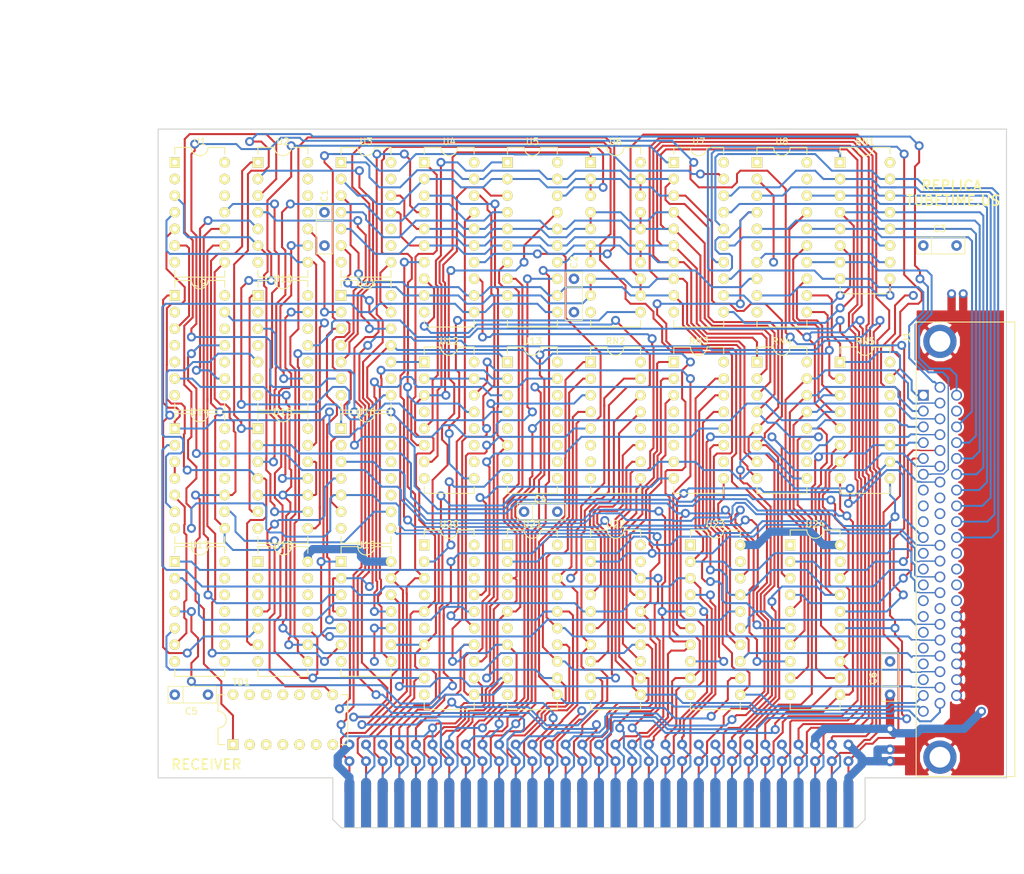
<source format=kicad_pcb>
(kicad_pcb (version 4) (host pcbnew 4.0.7)
  (layers (0 F.Cu signal hide) (1 In1.Cu signal hide) (2 In2.Cu signal hide) (31 B.Cu signal hide) (35 F.Paste user hide) (37 F.SilkS user) (38 B.Mask user) (39 F.Mask user) (44 Edge.Cuts user))
  (net 0 "")
  (net 1 EIRQ6)
  (net 2 /EDRQ2)
  (net 3 /EDIR)
  (net 4 /EENABLE)
  (net 5 /ECLK)
  (net 6 EMEM_IN_EXP#)
  (net 7 EA17)
  (net 8 EA16)
  (net 9 EA5)
  (net 10 EDACK0#)
  (net 11 EA15)
  (net 12 EA11)
  (net 13 EA10)
  (net 14 EA9)
  (net 15 EA1)
  (net 16 EA3)
  (net 17 EDACK1#)
  (net 18 EA4)
  (net 19 EDACK2#)
  (net 20 EIOW#)
  (net 21 EA13)
  (net 22 ED5)
  (net 23 /EDRQ1)
  (net 24 /EDRQ3)
  (net 25 /ERESERVED)
  (net 26 /EALE)
  (net 27 ET/C)
  (net 28 ERESET)
  (net 29 EAEN)
  (net 30 EA19)
  (net 31 EA14)
  (net 32 EA12)
  (net 33 EA18)
  (net 34 EMEMR#)
  (net 35 EMEMW#)
  (net 36 EA0)
  (net 37 EIOR#)
  (net 38 EA6)
  (net 39 EDACK3#)
  (net 40 EA8)
  (net 41 EA2)
  (net 42 EA7)
  (net 43 EIRQ7)
  (net 44 ED6)
  (net 45 EIOCHRDY)
  (net 46 EIRQ3)
  (net 47 ED7)
  (net 48 ED1)
  (net 49 EIOCHCK#)
  (net 50 EIRQ2)
  (net 51 ED0)
  (net 52 ED2)
  (net 53 ED4)
  (net 54 EIRQ5)
  (net 55 EIRQ4)
  (net 56 ED3)
  (net 57 GND)
  (net 58 RESETDRV)
  (net 59 +5V)
  (net 60 IRQ2)
  (net 61 DRQ2)
  (net 62 /RESERVED)
  (net 63 MEMW#)
  (net 64 MEMR#)
  (net 65 IOW#)
  (net 66 IOR#)
  (net 67 DACK3#)
  (net 68 DRQ3)
  (net 69 DACK1#)
  (net 70 DRQ1)
  (net 71 DACK0#)
  (net 72 /CLK)
  (net 73 IRQ7)
  (net 74 IRQ6)
  (net 75 IRQ5)
  (net 76 IRQ4)
  (net 77 IRQ3)
  (net 78 DACK2#)
  (net 79 T/C)
  (net 80 /ALE)
  (net 81 IOCHCK#)
  (net 82 D7)
  (net 83 D6)
  (net 84 D5)
  (net 85 D4)
  (net 86 D3)
  (net 87 D2)
  (net 88 D1)
  (net 89 D0)
  (net 90 IOCHRDY)
  (net 91 AEN)
  (net 92 A19)
  (net 93 A18)
  (net 94 A17)
  (net 95 A16)
  (net 96 A15)
  (net 97 A14)
  (net 98 A13)
  (net 99 A12)
  (net 100 A11)
  (net 101 A10)
  (net 102 A9)
  (net 103 A8)
  (net 104 A7)
  (net 105 A6)
  (net 106 A5)
  (net 107 A4)
  (net 108 A3)
  (net 109 A2)
  (net 110 A1)
  (net 111 A0)
  (net 112 "Net-(TD1-Pad1)")
  (net 113 "Net-(TD1-Pad8)")
  (net 114 "Net-(U1-Pad3)")
  (net 115 "Net-(U1-Pad4)")
  (net 116 "Net-(U1-Pad5)")
  (net 117 "Net-(U1-Pad6)")
  (net 118 "Net-(U1-Pad9)")
  (net 119 "Net-(U1-Pad10)")
  (net 120 "Net-(U1-Pad11)")
  (net 121 "Net-(U14-Pad8)")
  (net 122 ENABLE#)
  (net 123 "Net-(U11-Pad4)")
  (net 124 "Net-(U2-Pad5)")
  (net 125 "Net-(U10-Pad9)")
  (net 126 "Net-(U11-Pad2)")
  (net 127 "Net-(U11-Pad13)")
  (net 128 "Net-(U12-Pad6)")
  (net 129 "Net-(U14-Pad6)")
  (net 130 "Net-(U12-Pad5)")
  (net 131 DATA_LATCH_READ#)
  (net 132 DATA_LATCH_WRITE#)
  (net 133 "Net-(U11-Pad8)")
  (net 134 "Net-(U16-Pad6)")
  (net 135 PAEN)
  (net 136 "Net-(U15-Pad10)")
  (net 137 "Net-(U15-Pad8)")
  (net 138 "Net-(U10-Pad1)")
  (net 139 "Net-(U10-Pad5)")
  (net 140 "Net-(U10-Pad13)")
  (net 141 "Net-(U11-Pad5)")
  (net 142 "Net-(U11-Pad9)")
  (net 143 "Net-(U11-Pad10)")
  (net 144 "Net-(U12-Pad15)")
  (net 145 "Net-(U13-Pad1)")
  (net 146 "Net-(U13-Pad2)")
  (net 147 "Net-(U13-Pad3)")
  (net 148 "Net-(U14-Pad3)")
  (net 149 "Net-(U14-Pad5)")
  (net 150 "Net-(U16-Pad4)")
  (net 151 DIR_TO_CPU#)
  (net 152 "Net-(U11-Pad12)")
  (module Conn:DB62 (layer F.Cu) (at 241.3 93.98 270)
    (fp_text reference J1 (at -8.89 2.54 270) (layer F.SilkS))
    (fp_text value DB62)
    (pad 1 thru_hole rect (at 0 0 270) (size 1.651 1.651) (drill 1.1938) (layers *.Cu *.Mask) (net 1 EIRQ6))
    (pad 2 thru_hole circle (at 2.413 0 270) (size 1.651 1.651) (drill 1.1938) (layers *.Cu *.Mask) (net 2 /EDRQ2))
    (pad 3 thru_hole circle (at 4.826 0 270) (size 1.651 1.651) (drill 1.1938) (layers *.Cu *.Mask) (net 3 /EDIR))
    (pad 4 thru_hole circle (at 7.239 0 270) (size 1.651 1.651) (drill 1.1938) (layers *.Cu *.Mask) (net 4 /EENABLE))
    (pad 5 thru_hole circle (at 9.652 0 270) (size 1.651 1.651) (drill 1.1938) (layers *.Cu *.Mask) (net 5 /ECLK))
    (pad 6 thru_hole circle (at 12.065 0 270) (size 1.651 1.651) (drill 1.1938) (layers *.Cu *.Mask) (net 6 EMEM_IN_EXP#))
    (pad 7 thru_hole circle (at 14.478 0 270) (size 1.651 1.651) (drill 1.1938) (layers *.Cu *.Mask) (net 7 EA17))
    (pad 8 thru_hole circle (at 16.891 0 270) (size 1.651 1.651) (drill 1.1938) (layers *.Cu *.Mask) (net 8 EA16))
    (pad 9 thru_hole circle (at 19.304 0 270) (size 1.651 1.651) (drill 1.1938) (layers *.Cu *.Mask) (net 9 EA5))
    (pad 10 thru_hole circle (at 21.717 0 270) (size 1.651 1.651) (drill 1.1938) (layers *.Cu *.Mask) (net 10 EDACK0#))
    (pad 11 thru_hole circle (at 24.13 0 270) (size 1.651 1.651) (drill 1.1938) (layers *.Cu *.Mask) (net 11 EA15))
    (pad 12 thru_hole circle (at 26.543 0 270) (size 1.651 1.651) (drill 1.1938) (layers *.Cu *.Mask) (net 12 EA11))
    (pad 13 thru_hole circle (at 28.956 0 270) (size 1.651 1.651) (drill 1.1938) (layers *.Cu *.Mask) (net 13 EA10))
    (pad 14 thru_hole circle (at 31.369 0 270) (size 1.651 1.651) (drill 1.1938) (layers *.Cu *.Mask) (net 14 EA9))
    (pad 15 thru_hole circle (at 33.782 0 270) (size 1.651 1.651) (drill 1.1938) (layers *.Cu *.Mask) (net 15 EA1))
    (pad 16 thru_hole circle (at 36.195 0 270) (size 1.651 1.651) (drill 1.1938) (layers *.Cu *.Mask) (net 16 EA3))
    (pad 17 thru_hole circle (at 38.608 0 270) (size 1.651 1.651) (drill 1.1938) (layers *.Cu *.Mask) (net 17 EDACK1#))
    (pad 18 thru_hole circle (at 41.021 0 270) (size 1.651 1.651) (drill 1.1938) (layers *.Cu *.Mask) (net 18 EA4))
    (pad 19 thru_hole circle (at 43.434 0 270) (size 1.651 1.651) (drill 1.1938) (layers *.Cu *.Mask) (net 19 EDACK2#))
    (pad 20 thru_hole circle (at 45.847 0 270) (size 1.651 1.651) (drill 1.1938) (layers *.Cu *.Mask) (net 20 EIOW#))
    (pad 21 thru_hole circle (at 48.26 0 270) (size 1.651 1.651) (drill 1.1938) (layers *.Cu *.Mask) (net 21 EA13))
    (pad 22 thru_hole circle (at -1.2192 -2.54 270) (size 1.651 1.651) (drill 1.1938) (layers *.Cu *.Mask) (net 22 ED5))
    (pad 23 thru_hole circle (at 1.1938 -2.54 270) (size 1.651 1.651) (drill 1.1938) (layers *.Cu *.Mask) (net 23 /EDRQ1))
    (pad 24 thru_hole circle (at 3.6068 -2.54 270) (size 1.651 1.651) (drill 1.1938) (layers *.Cu *.Mask) (net 24 /EDRQ3))
    (pad 25 thru_hole circle (at 6.0198 -2.54 270) (size 1.651 1.651) (drill 1.1938) (layers *.Cu *.Mask) (net 25 /ERESERVED))
    (pad 26 thru_hole circle (at 8.4328 -2.54 270) (size 1.651 1.651) (drill 1.1938) (layers *.Cu *.Mask) (net 26 /EALE))
    (pad 27 thru_hole circle (at 10.8458 -2.54 270) (size 1.651 1.651) (drill 1.1938) (layers *.Cu *.Mask) (net 27 ET/C))
    (pad 28 thru_hole circle (at 13.2588 -2.54 270) (size 1.651 1.651) (drill 1.1938) (layers *.Cu *.Mask) (net 28 ERESET))
    (pad 29 thru_hole circle (at 15.6718 -2.54 270) (size 1.651 1.651) (drill 1.1938) (layers *.Cu *.Mask) (net 29 EAEN))
    (pad 30 thru_hole circle (at 18.0848 -2.54 270) (size 1.651 1.651) (drill 1.1938) (layers *.Cu *.Mask) (net 30 EA19))
    (pad 31 thru_hole circle (at 20.4978 -2.54 270) (size 1.651 1.651) (drill 1.1938) (layers *.Cu *.Mask) (net 31 EA14))
    (pad 32 thru_hole circle (at 22.9108 -2.54 270) (size 1.651 1.651) (drill 1.1938) (layers *.Cu *.Mask) (net 32 EA12))
    (pad 33 thru_hole circle (at 25.3238 -2.54 270) (size 1.651 1.651) (drill 1.1938) (layers *.Cu *.Mask) (net 33 EA18))
    (pad 34 thru_hole circle (at 27.7368 -2.54 270) (size 1.651 1.651) (drill 1.1938) (layers *.Cu *.Mask) (net 34 EMEMR#))
    (pad 35 thru_hole circle (at 30.1498 -2.54 270) (size 1.651 1.651) (drill 1.1938) (layers *.Cu *.Mask) (net 35 EMEMW#))
    (pad 36 thru_hole circle (at 32.5628 -2.54 270) (size 1.651 1.651) (drill 1.1938) (layers *.Cu *.Mask) (net 36 EA0))
    (pad 37 thru_hole circle (at 34.9758 -2.54 270) (size 1.651 1.651) (drill 1.1938) (layers *.Cu *.Mask) (net 39 EDACK3#))
    (pad 38 thru_hole circle (at 37.3888 -2.54 270) (size 1.651 1.651) (drill 1.1938) (layers *.Cu *.Mask) (net 38 EA6))
    (pad 39 thru_hole circle (at 39.8018 -2.54 270) (size 1.651 1.651) (drill 1.1938) (layers *.Cu *.Mask) (net 37 EIOR#))
    (pad 40 thru_hole circle (at 42.2148 -2.54 270) (size 1.651 1.651) (drill 1.1938) (layers *.Cu *.Mask) (net 40 EA8))
    (pad 41 thru_hole circle (at 44.6278 -2.54 270) (size 1.651 1.651) (drill 1.1938) (layers *.Cu *.Mask) (net 41 EA2))
    (pad 42 thru_hole circle (at 47.0408 -2.54 270) (size 1.651 1.651) (drill 1.1938) (layers *.Cu *.Mask) (net 42 EA7))
    (pad 43 thru_hole circle (at 0 -5.08 270) (size 1.651 1.651) (drill 1.1938) (layers *.Cu *.Mask) (net 43 EIRQ7))
    (pad 44 thru_hole circle (at 2.413 -5.08 270) (size 1.651 1.651) (drill 1.1938) (layers *.Cu *.Mask) (net 44 ED6))
    (pad 45 thru_hole circle (at 4.826 -5.08 270) (size 1.651 1.651) (drill 1.1938) (layers *.Cu *.Mask) (net 45 EIOCHRDY))
    (pad 46 thru_hole circle (at 7.239 -5.08 270) (size 1.651 1.651) (drill 1.1938) (layers *.Cu *.Mask) (net 46 EIRQ3))
    (pad 47 thru_hole circle (at 9.652 -5.08 270) (size 1.651 1.651) (drill 1.1938) (layers *.Cu *.Mask) (net 47 ED7))
    (pad 48 thru_hole circle (at 12.065 -5.08 270) (size 1.651 1.651) (drill 1.1938) (layers *.Cu *.Mask) (net 48 ED1))
    (pad 49 thru_hole circle (at 14.478 -5.08 270) (size 1.651 1.651) (drill 1.1938) (layers *.Cu *.Mask) (net 49 EIOCHCK#))
    (pad 50 thru_hole circle (at 16.891 -5.08 270) (size 1.651 1.651) (drill 1.1938) (layers *.Cu *.Mask) (net 50 EIRQ2))
    (pad 51 thru_hole circle (at 19.304 -5.08 270) (size 1.651 1.651) (drill 1.1938) (layers *.Cu *.Mask) (net 51 ED0))
    (pad 52 thru_hole circle (at 21.717 -5.08 270) (size 1.651 1.651) (drill 1.1938) (layers *.Cu *.Mask) (net 52 ED2))
    (pad 53 thru_hole circle (at 24.13 -5.08 270) (size 1.651 1.651) (drill 1.1938) (layers *.Cu *.Mask) (net 53 ED4))
    (pad 54 thru_hole circle (at 26.543 -5.08 270) (size 1.651 1.651) (drill 1.1938) (layers *.Cu *.Mask) (net 54 EIRQ5))
    (pad 55 thru_hole circle (at 28.956 -5.08 270) (size 1.651 1.651) (drill 1.1938) (layers *.Cu *.Mask) (net 55 EIRQ4))
    (pad 56 thru_hole circle (at 31.369 -5.08 270) (size 1.651 1.651) (drill 1.1938) (layers *.Cu *.Mask) (net 56 ED3))
    (pad 57 thru_hole circle (at 33.782 -5.08 270) (size 1.651 1.651) (drill 1.1938) (layers *.Cu *.Mask) (net 57 GND))
    (pad 58 thru_hole circle (at 36.195 -5.08 270) (size 1.651 1.651) (drill 1.1938) (layers *.Cu *.Mask) (net 57 GND))
    (pad 59 thru_hole circle (at 38.608 -5.08 270) (size 1.651 1.651) (drill 1.1938) (layers *.Cu *.Mask) (net 57 GND))
    (pad 60 thru_hole circle (at 41.021 -5.08 270) (size 1.651 1.651) (drill 1.1938) (layers *.Cu *.Mask) (net 57 GND))
    (pad 61 thru_hole circle (at 43.434 -5.08 270) (size 1.651 1.651) (drill 1.1938) (layers *.Cu *.Mask) (net 57 GND))
    (pad 62 thru_hole circle (at 45.847 -5.08 270) (size 1.651 1.651) (drill 1.1938) (layers *.Cu *.Mask) (net 57 GND))
    (pad 63 thru_hole circle (at -8.2296 -2.54 270) (size 5.08 5.08) (drill 3.175) (layers *.Cu *.Mask) (net 57 GND))
    (pad 63 thru_hole circle (at 55.2704 -2.54 270) (size 5.08 5.08) (drill 3.175) (layers *.Cu *.Mask) (net 57 GND))
  )
  (module Conn:BUS_PC (layer F.Cu) (at 191.77 156.21)
    (fp_text reference J2 hide)
    (fp_text value Bus_ISA_8bit)
    (fp_line (start 38.1 -3.048) (end 38.1 -1.778) (layer B.Cu) (width 1.524))
    (fp_line (start 35.56 -3.048) (end 35.56 -1.778) (layer B.Cu) (width 1.524))
    (fp_line (start 30.48 -3.048) (end 30.48 -1.778) (layer B.Cu) (width 1.524))
    (fp_line (start 33.02 -3.048) (end 33.02 -1.778) (layer B.Cu) (width 1.524))
    (fp_line (start 27.94 -3.048) (end 27.94 -1.778) (layer B.Cu) (width 1.524))
    (fp_line (start 22.86 -3.048) (end 22.86 -1.778) (layer B.Cu) (width 1.524))
    (fp_line (start 17.78 -3.048) (end 17.78 -1.778) (layer B.Cu) (width 1.524))
    (fp_line (start 25.4 -3.048) (end 25.4 -1.778) (layer B.Cu) (width 1.524))
    (fp_line (start 20.32 -3.048) (end 20.32 -1.778) (layer B.Cu) (width 1.524))
    (fp_line (start 15.24 -3.048) (end 15.24 -1.778) (layer B.Cu) (width 1.524))
    (fp_line (start 2.54 -3.048) (end 2.54 -1.778) (layer B.Cu) (width 1.524))
    (fp_line (start -5.08 -3.048) (end -5.08 -1.778) (layer B.Cu) (width 1.524))
    (fp_line (start 0 -3.048) (end 0 -1.778) (layer B.Cu) (width 1.524))
    (fp_line (start -2.54 -3.048) (end -2.54 -1.778) (layer B.Cu) (width 1.524))
    (fp_line (start -7.62 -3.048) (end -7.62 -1.778) (layer B.Cu) (width 1.524))
    (fp_line (start -10.16 -3.048) (end -10.16 -1.778) (layer B.Cu) (width 1.524))
    (fp_line (start 10.16 -3.048) (end 10.16 -1.778) (layer B.Cu) (width 1.524))
    (fp_line (start 5.08 -3.048) (end 5.08 -1.778) (layer B.Cu) (width 1.524))
    (fp_line (start 7.62 -3.048) (end 7.62 -1.778) (layer B.Cu) (width 1.524))
    (fp_line (start 12.7 -3.048) (end 12.7 -1.778) (layer B.Cu) (width 1.524))
    (fp_line (start -22.86 -3.048) (end -22.86 -1.778) (layer B.Cu) (width 1.524))
    (fp_line (start -30.48 -3.048) (end -30.48 -1.778) (layer B.Cu) (width 1.524))
    (fp_line (start -25.4 -3.048) (end -25.4 -1.778) (layer B.Cu) (width 1.524))
    (fp_line (start -27.94 -3.048) (end -27.94 -1.778) (layer B.Cu) (width 1.524))
    (fp_line (start -33.02 -3.048) (end -33.02 -1.778) (layer B.Cu) (width 1.524))
    (fp_line (start -35.56 -3.048) (end -35.56 -1.778) (layer B.Cu) (width 1.524))
    (fp_line (start -15.24 -3.048) (end -15.24 -1.778) (layer B.Cu) (width 1.524))
    (fp_line (start -20.32 -3.048) (end -20.32 -1.778) (layer B.Cu) (width 1.524))
    (fp_line (start -17.78 -3.048) (end -17.78 -1.778) (layer B.Cu) (width 1.524))
    (fp_line (start -12.7 -3.048) (end -12.7 -1.778) (layer B.Cu) (width 1.524))
    (fp_line (start -38.1 -3.048) (end -38.1 -1.778) (layer B.Cu) (width 1.524))
    (fp_line (start 38.1 -3.048) (end 38.1 -1.778) (layer F.Cu) (width 1.524))
    (fp_line (start 35.56 -3.048) (end 35.56 -1.778) (layer F.Cu) (width 1.524))
    (fp_line (start 33.02 -3.048) (end 33.02 -1.778) (layer F.Cu) (width 1.524))
    (fp_line (start 25.4 -3.048) (end 25.4 -1.778) (layer F.Cu) (width 1.524))
    (fp_line (start 27.94 -3.048) (end 27.94 -1.778) (layer F.Cu) (width 1.524))
    (fp_line (start 30.48 -3.048) (end 30.48 -1.778) (layer F.Cu) (width 1.524))
    (fp_line (start 12.7 -3.048) (end 12.7 -1.778) (layer F.Cu) (width 1.524))
    (fp_line (start 10.16 -3.048) (end 10.16 -1.778) (layer F.Cu) (width 1.524))
    (fp_line (start 22.86 -3.048) (end 22.86 -1.778) (layer F.Cu) (width 1.524))
    (fp_line (start 17.78 -3.048) (end 17.78 -1.778) (layer F.Cu) (width 1.524))
    (fp_line (start 20.32 -3.048) (end 20.32 -1.778) (layer F.Cu) (width 1.524))
    (fp_line (start 15.24 -3.048) (end 15.24 -1.778) (layer F.Cu) (width 1.524))
    (fp_line (start -2.54 -3.048) (end -2.54 -1.778) (layer F.Cu) (width 1.524))
    (fp_line (start -5.08 -3.048) (end -5.08 -1.778) (layer F.Cu) (width 1.524))
    (fp_line (start 7.62 -3.048) (end 7.62 -1.778) (layer F.Cu) (width 1.524))
    (fp_line (start 2.54 -3.048) (end 2.54 -1.778) (layer F.Cu) (width 1.524))
    (fp_line (start 5.08 -3.048) (end 5.08 -1.778) (layer F.Cu) (width 1.524))
    (fp_line (start 0 -3.048) (end 0 -1.778) (layer F.Cu) (width 1.524))
    (fp_line (start -17.78 -3.048) (end -17.78 -1.778) (layer F.Cu) (width 1.524))
    (fp_line (start -20.32 -3.048) (end -20.32 -1.778) (layer F.Cu) (width 1.524))
    (fp_line (start -7.62 -3.048) (end -7.62 -1.778) (layer F.Cu) (width 1.524))
    (fp_line (start -12.7 -3.048) (end -12.7 -1.778) (layer F.Cu) (width 1.524))
    (fp_line (start -10.16 -3.048) (end -10.16 -1.778) (layer F.Cu) (width 1.524))
    (fp_line (start -15.24 -3.048) (end -15.24 -1.778) (layer F.Cu) (width 1.524))
    (fp_line (start -22.86 -3.048) (end -22.86 -1.778) (layer F.Cu) (width 1.524))
    (fp_line (start -27.94 -3.048) (end -27.94 -1.778) (layer F.Cu) (width 1.524))
    (fp_line (start -35.56 -3.048) (end -35.56 -1.778) (layer F.Cu) (width 1.524))
    (fp_line (start -38.1 -3.048) (end -38.1 -1.778) (layer F.Cu) (width 1.524))
    (fp_line (start -25.4 -3.048) (end -25.4 -1.778) (layer F.Cu) (width 1.524))
    (fp_line (start -30.48 -3.048) (end -30.48 -1.778) (layer F.Cu) (width 1.524))
    (fp_line (start -33.02 -3.048) (end -33.02 -1.778) (layer F.Cu) (width 1.524))
    (pad 1 connect rect (at 38.1 0.381) (size 1.524 6.858) (layers B.Cu) (net 57 GND))
    (pad 2 connect rect (at 35.56 0.381) (size 1.524 6.858) (layers B.Cu) (net 58 RESETDRV))
    (pad 3 connect rect (at 33.02 0.381) (size 1.524 6.858) (layers B.Cu) (net 59 +5V))
    (pad 4 connect rect (at 30.48 0.381) (size 1.524 6.858) (layers B.Cu) (net 60 IRQ2))
    (pad 5 connect rect (at 27.94 0.381) (size 1.524 6.858) (layers B.Cu))
    (pad 6 connect rect (at 25.4 0.381) (size 1.524 6.858) (layers B.Cu) (net 61 DRQ2))
    (pad 7 connect rect (at 22.86 0.381) (size 1.524 6.858) (layers B.Cu))
    (pad 8 connect rect (at 20.32 0.381) (size 1.524 6.858) (layers B.Cu) (net 62 /RESERVED))
    (pad 9 connect rect (at 17.78 0.381) (size 1.524 6.858) (layers B.Cu))
    (pad 10 connect rect (at 15.24 0.381) (size 1.524 6.858) (layers B.Cu) (net 57 GND))
    (pad 11 connect rect (at 12.7 0.381) (size 1.524 6.858) (layers B.Cu) (net 63 MEMW#))
    (pad 12 connect rect (at 10.16 0.381) (size 1.524 6.858) (layers B.Cu) (net 64 MEMR#))
    (pad 13 connect rect (at 7.62 0.381) (size 1.524 6.858) (layers B.Cu) (net 65 IOW#))
    (pad 14 connect rect (at 5.08 0.381) (size 1.524 6.858) (layers B.Cu) (net 66 IOR#))
    (pad 15 connect rect (at 2.54 0.381) (size 1.524 6.858) (layers B.Cu) (net 67 DACK3#))
    (pad 16 connect rect (at 0 0.381) (size 1.524 6.858) (layers B.Cu) (net 68 DRQ3))
    (pad 17 connect rect (at -2.54 0.381) (size 1.524 6.858) (layers B.Cu) (net 69 DACK1#))
    (pad 18 connect rect (at -5.08 0.381) (size 1.524 6.858) (layers B.Cu) (net 70 DRQ1))
    (pad 19 connect rect (at -7.62 0.381) (size 1.524 6.858) (layers B.Cu) (net 71 DACK0#))
    (pad 20 connect rect (at -10.16 0.381) (size 1.524 6.858) (layers B.Cu) (net 72 /CLK))
    (pad 21 connect rect (at -12.7 0.381) (size 1.524 6.858) (layers B.Cu) (net 73 IRQ7))
    (pad 22 connect rect (at -15.24 0.381) (size 1.524 6.858) (layers B.Cu) (net 74 IRQ6))
    (pad 23 connect rect (at -17.78 0.381) (size 1.524 6.858) (layers B.Cu) (net 75 IRQ5))
    (pad 24 connect rect (at -20.32 0.381) (size 1.524 6.858) (layers B.Cu) (net 76 IRQ4))
    (pad 25 connect rect (at -22.86 0.381) (size 1.524 6.858) (layers B.Cu) (net 77 IRQ3))
    (pad 26 connect rect (at -25.4 0.381) (size 1.524 6.858) (layers B.Cu) (net 78 DACK2#))
    (pad 27 connect rect (at -27.94 0.381) (size 1.524 6.858) (layers B.Cu) (net 79 T/C))
    (pad 28 connect rect (at -30.48 0.381) (size 1.524 6.858) (layers B.Cu) (net 80 /ALE))
    (pad 29 connect rect (at -33.02 0.381) (size 1.524 6.858) (layers B.Cu) (net 59 +5V))
    (pad 30 connect rect (at -35.56 0.381) (size 1.524 6.858) (layers B.Cu))
    (pad 31 connect rect (at -38.1 0.381) (size 1.524 6.858) (layers B.Cu) (net 57 GND))
    (pad 32 connect rect (at 38.1 0.381) (size 1.524 6.858) (layers F.Cu F.Mask) (net 81 IOCHCK#))
    (pad 33 connect rect (at 35.56 0.381) (size 1.524 6.858) (layers F.Cu F.Mask) (net 82 D7))
    (pad 34 connect rect (at 33.02 0.381) (size 1.524 6.858) (layers F.Cu F.Mask) (net 83 D6))
    (pad 35 connect rect (at 30.48 0.381) (size 1.524 6.858) (layers F.Cu F.Mask) (net 84 D5))
    (pad 36 connect rect (at 27.94 0.381) (size 1.524 6.858) (layers F.Cu F.Mask) (net 85 D4))
    (pad 37 connect rect (at 25.4 0.381) (size 1.524 6.858) (layers F.Cu F.Mask) (net 86 D3))
    (pad 38 connect rect (at 22.86 0.381) (size 1.524 6.858) (layers F.Cu F.Mask) (net 87 D2))
    (pad 39 connect rect (at 20.32 0.381) (size 1.524 6.858) (layers F.Cu F.Mask) (net 88 D1))
    (pad 40 connect rect (at 17.78 0.381) (size 1.524 6.858) (layers F.Cu F.Mask) (net 89 D0))
    (pad 41 connect rect (at 15.24 0.381) (size 1.524 6.858) (layers F.Cu F.Mask) (net 90 IOCHRDY))
    (pad 42 connect rect (at 12.7 0.381) (size 1.524 6.858) (layers F.Cu F.Mask) (net 91 AEN))
    (pad 43 connect rect (at 10.16 0.381) (size 1.524 6.858) (layers F.Cu F.Mask) (net 92 A19))
    (pad 44 connect rect (at 7.62 0.381) (size 1.524 6.858) (layers F.Cu F.Mask) (net 93 A18))
    (pad 45 connect rect (at 5.08 0.381) (size 1.524 6.858) (layers F.Cu F.Mask) (net 94 A17))
    (pad 46 connect rect (at 2.54 0.381) (size 1.524 6.858) (layers F.Cu F.Mask) (net 95 A16))
    (pad 47 connect rect (at 0 0.381) (size 1.524 6.858) (layers F.Cu F.Mask) (net 96 A15))
    (pad 48 connect rect (at -2.54 0.381) (size 1.524 6.858) (layers F.Cu F.Mask) (net 97 A14))
    (pad 49 connect rect (at -5.08 0.381) (size 1.524 6.858) (layers F.Cu F.Mask) (net 98 A13))
    (pad 50 connect rect (at -7.62 0.381) (size 1.524 6.858) (layers F.Cu F.Mask) (net 99 A12))
    (pad 51 connect rect (at -10.16 0.381) (size 1.524 6.858) (layers F.Cu F.Mask) (net 100 A11))
    (pad 52 connect rect (at -12.7 0.381) (size 1.524 6.858) (layers F.Cu F.Mask) (net 101 A10))
    (pad 53 connect rect (at -15.24 0.381) (size 1.524 6.858) (layers F.Cu F.Mask) (net 102 A9))
    (pad 54 connect rect (at -17.78 0.381) (size 1.524 6.858) (layers F.Cu F.Mask) (net 103 A8))
    (pad 55 connect rect (at -20.32 0.381) (size 1.524 6.858) (layers F.Cu F.Mask) (net 104 A7))
    (pad 56 connect rect (at -22.86 0.381) (size 1.524 6.858) (layers F.Cu F.Mask) (net 105 A6))
    (pad 57 connect rect (at -25.4 0.381) (size 1.524 6.858) (layers F.Cu F.Mask) (net 106 A5))
    (pad 58 connect rect (at -27.94 0.381) (size 1.524 6.858) (layers F.Cu F.Mask) (net 107 A4))
    (pad 59 connect rect (at -30.48 0.381) (size 1.524 6.858) (layers F.Cu F.Mask) (net 108 A3))
    (pad 60 connect rect (at -33.02 0.381) (size 1.524 6.858) (layers F.Cu F.Mask) (net 109 A2))
    (pad 61 connect rect (at -35.56 0.381) (size 1.524 6.858) (layers F.Cu F.Mask) (net 110 A1))
    (pad 62 connect rect (at -38.1 0.381) (size 1.524 6.858) (layers F.Cu F.Mask) (net 111 A0))
  )
  (module Active:DIP254P762X635-16 (layer F.Cu) (at 228.6 58.42)
    (fp_text reference RN1 (at 3.81 -3.175) (layer F.SilkS))
    (fp_text value 8.2K)
    (pad 1 thru_hole rect (at 0 0) (size 1.6 1.6) (drill 0.8) (layers *.Cu *.Mask F.SilkS) (net 53 ED4))
    (pad 2 thru_hole oval (at 0 2.54) (size 1.6 1.6) (drill 0.8) (layers *.Cu *.Mask F.SilkS) (net 51 ED0))
    (pad 3 thru_hole oval (at 0 5.08) (size 1.6 1.6) (drill 0.8) (layers *.Cu *.Mask F.SilkS) (net 49 EIOCHCK#))
    (pad 4 thru_hole oval (at 0 7.62) (size 1.6 1.6) (drill 0.8) (layers *.Cu *.Mask F.SilkS) (net 47 ED7))
    (pad 5 thru_hole oval (at 0 10.16) (size 1.6 1.6) (drill 0.8) (layers *.Cu *.Mask F.SilkS) (net 45 EIOCHRDY))
    (pad 6 thru_hole oval (at 0 12.7) (size 1.6 1.6) (drill 0.8) (layers *.Cu *.Mask F.SilkS) (net 44 ED6))
    (pad 7 thru_hole oval (at 0 15.24) (size 1.6 1.6) (drill 0.8) (layers *.Cu *.Mask F.SilkS) (net 43 EIRQ7))
    (pad 8 thru_hole oval (at 0 17.78) (size 1.6 1.6) (drill 0.8) (layers *.Cu *.Mask F.SilkS) (net 22 ED5))
    (pad 9 thru_hole oval (at 7.62 17.78) (size 1.6 1.6) (drill 0.8) (layers *.Cu *.Mask F.SilkS) (net 54 EIRQ5))
    (pad 10 thru_hole oval (at 7.62 15.24) (size 1.6 1.6) (drill 0.8) (layers *.Cu *.Mask F.SilkS) (net 55 EIRQ4))
    (pad 11 thru_hole oval (at 7.62 12.7) (size 1.6 1.6) (drill 0.8) (layers *.Cu *.Mask F.SilkS) (net 56 ED3))
    (pad 12 thru_hole oval (at 7.62 10.16) (size 1.6 1.6) (drill 0.8) (layers *.Cu *.Mask F.SilkS) (net 46 EIRQ3))
    (pad 13 thru_hole oval (at 7.62 7.62) (size 1.6 1.6) (drill 0.8) (layers *.Cu *.Mask F.SilkS) (net 48 ED1))
    (pad 14 thru_hole oval (at 7.62 5.08) (size 1.6 1.6) (drill 0.8) (layers *.Cu *.Mask F.SilkS) (net 50 EIRQ2))
    (pad 15 thru_hole oval (at 7.62 2.54) (size 1.6 1.6) (drill 0.8) (layers *.Cu *.Mask F.SilkS) (net 52 ED2))
    (pad 16 thru_hole oval (at 7.62 0) (size 1.6 1.6) (drill 0.8) (layers *.Cu *.Mask F.SilkS) (net 59 +5V))
  )
  (module Active:DIP254P762X635-16 (layer F.Cu) (at 190.5 88.9)
    (fp_text reference RN2 (at 3.81 -3.175) (layer F.SilkS))
    (fp_text value 330)
    (pad 1 thru_hole rect (at 0 0) (size 1.6 1.6) (drill 0.8) (layers *.Cu *.Mask F.SilkS) (net 42 EA7))
    (pad 2 thru_hole oval (at 0 2.54) (size 1.6 1.6) (drill 0.8) (layers *.Cu *.Mask F.SilkS) (net 40 EA8))
    (pad 3 thru_hole oval (at 0 5.08) (size 1.6 1.6) (drill 0.8) (layers *.Cu *.Mask F.SilkS) (net 16 EA3))
    (pad 4 thru_hole oval (at 0 7.62) (size 1.6 1.6) (drill 0.8) (layers *.Cu *.Mask F.SilkS) (net 38 EA6))
    (pad 5 thru_hole oval (at 0 10.16) (size 1.6 1.6) (drill 0.8) (layers *.Cu *.Mask F.SilkS) (net 15 EA1))
    (pad 6 thru_hole oval (at 0 12.7) (size 1.6 1.6) (drill 0.8) (layers *.Cu *.Mask F.SilkS) (net 17 EDACK1#))
    (pad 7 thru_hole oval (at 0 15.24) (size 1.6 1.6) (drill 0.8) (layers *.Cu *.Mask F.SilkS) (net 14 EA9))
    (pad 8 thru_hole oval (at 0 17.78) (size 1.6 1.6) (drill 0.8) (layers *.Cu *.Mask F.SilkS) (net 13 EA10))
    (pad 9 thru_hole oval (at 7.62 17.78) (size 1.6 1.6) (drill 0.8) (layers *.Cu *.Mask F.SilkS) (net 31 EA14))
    (pad 10 thru_hole oval (at 7.62 15.24) (size 1.6 1.6) (drill 0.8) (layers *.Cu *.Mask F.SilkS) (net 21 EA13))
    (pad 11 thru_hole oval (at 7.62 12.7) (size 1.6 1.6) (drill 0.8) (layers *.Cu *.Mask F.SilkS) (net 11 EA15))
    (pad 12 thru_hole oval (at 7.62 10.16) (size 1.6 1.6) (drill 0.8) (layers *.Cu *.Mask F.SilkS) (net 18 EA4))
    (pad 13 thru_hole oval (at 7.62 7.62) (size 1.6 1.6) (drill 0.8) (layers *.Cu *.Mask F.SilkS) (net 8 EA16))
    (pad 14 thru_hole oval (at 7.62 5.08) (size 1.6 1.6) (drill 0.8) (layers *.Cu *.Mask F.SilkS) (net 7 EA17))
    (pad 15 thru_hole oval (at 7.62 2.54) (size 1.6 1.6) (drill 0.8) (layers *.Cu *.Mask F.SilkS) (net 9 EA5))
    (pad 16 thru_hole oval (at 7.62 0) (size 1.6 1.6) (drill 0.8) (layers *.Cu *.Mask F.SilkS) (net 57 GND))
  )
  (module Active:DIP254P762X635-16 (layer F.Cu) (at 203.2 88.9)
    (fp_text reference RN3 (at 3.81 -3.175) (layer F.SilkS))
    (fp_text value 330)
    (pad 1 thru_hole rect (at 0 0) (size 1.6 1.6) (drill 0.8) (layers *.Cu *.Mask F.SilkS) (net 30 EA19))
    (pad 2 thru_hole oval (at 0 2.54) (size 1.6 1.6) (drill 0.8) (layers *.Cu *.Mask F.SilkS) (net 29 EAEN))
    (pad 3 thru_hole oval (at 0 5.08) (size 1.6 1.6) (drill 0.8) (layers *.Cu *.Mask F.SilkS) (net 33 EA18))
    (pad 4 thru_hole oval (at 0 7.62) (size 1.6 1.6) (drill 0.8) (layers *.Cu *.Mask F.SilkS))
    (pad 5 thru_hole oval (at 0 10.16) (size 1.6 1.6) (drill 0.8) (layers *.Cu *.Mask F.SilkS) (net 19 EDACK2#))
    (pad 6 thru_hole oval (at 0 12.7) (size 1.6 1.6) (drill 0.8) (layers *.Cu *.Mask F.SilkS) (net 12 EA11))
    (pad 7 thru_hole oval (at 0 15.24) (size 1.6 1.6) (drill 0.8) (layers *.Cu *.Mask F.SilkS) (net 10 EDACK0#))
    (pad 8 thru_hole oval (at 0 17.78) (size 1.6 1.6) (drill 0.8) (layers *.Cu *.Mask F.SilkS) (net 36 EA0))
    (pad 9 thru_hole oval (at 7.62 17.78) (size 1.6 1.6) (drill 0.8) (layers *.Cu *.Mask F.SilkS) (net 37 EIOR#))
    (pad 10 thru_hole oval (at 7.62 15.24) (size 1.6 1.6) (drill 0.8) (layers *.Cu *.Mask F.SilkS) (net 32 EA12))
    (pad 11 thru_hole oval (at 7.62 12.7) (size 1.6 1.6) (drill 0.8) (layers *.Cu *.Mask F.SilkS) (net 20 EIOW#))
    (pad 12 thru_hole oval (at 7.62 10.16) (size 1.6 1.6) (drill 0.8) (layers *.Cu *.Mask F.SilkS) (net 41 EA2))
    (pad 13 thru_hole oval (at 7.62 7.62) (size 1.6 1.6) (drill 0.8) (layers *.Cu *.Mask F.SilkS) (net 35 EMEMW#))
    (pad 14 thru_hole oval (at 7.62 5.08) (size 1.6 1.6) (drill 0.8) (layers *.Cu *.Mask F.SilkS) (net 39 EDACK3#))
    (pad 15 thru_hole oval (at 7.62 2.54) (size 1.6 1.6) (drill 0.8) (layers *.Cu *.Mask F.SilkS) (net 34 EMEMR#))
    (pad 16 thru_hole oval (at 7.62 0) (size 1.6 1.6) (drill 0.8) (layers *.Cu *.Mask F.SilkS) (net 57 GND))
  )
  (module Active:DIP254P762X635-16 (layer F.Cu) (at 215.9 88.9)
    (fp_text reference RN4 (at 3.81 -3.175) (layer F.SilkS))
    (fp_text value 2K)
    (pad 1 thru_hole rect (at 0 0) (size 1.6 1.6) (drill 0.8) (layers *.Cu *.Mask F.SilkS) (net 84 D5))
    (pad 2 thru_hole oval (at 0 2.54) (size 1.6 1.6) (drill 0.8) (layers *.Cu *.Mask F.SilkS) (net 85 D4))
    (pad 3 thru_hole oval (at 0 5.08) (size 1.6 1.6) (drill 0.8) (layers *.Cu *.Mask F.SilkS) (net 86 D3))
    (pad 4 thru_hole oval (at 0 7.62) (size 1.6 1.6) (drill 0.8) (layers *.Cu *.Mask F.SilkS) (net 87 D2))
    (pad 5 thru_hole oval (at 0 10.16) (size 1.6 1.6) (drill 0.8) (layers *.Cu *.Mask F.SilkS) (net 89 D0))
    (pad 6 thru_hole oval (at 0 12.7) (size 1.6 1.6) (drill 0.8) (layers *.Cu *.Mask F.SilkS) (net 88 D1))
    (pad 7 thru_hole oval (at 0 15.24) (size 1.6 1.6) (drill 0.8) (layers *.Cu *.Mask F.SilkS) (net 83 D6))
    (pad 8 thru_hole oval (at 0 17.78) (size 1.6 1.6) (drill 0.8) (layers *.Cu *.Mask F.SilkS) (net 82 D7))
    (pad 9 thru_hole oval (at 7.62 17.78) (size 1.6 1.6) (drill 0.8) (layers *.Cu *.Mask F.SilkS) (net 73 IRQ7))
    (pad 10 thru_hole oval (at 7.62 15.24) (size 1.6 1.6) (drill 0.8) (layers *.Cu *.Mask F.SilkS) (net 81 IOCHCK#))
    (pad 11 thru_hole oval (at 7.62 12.7) (size 1.6 1.6) (drill 0.8) (layers *.Cu *.Mask F.SilkS) (net 74 IRQ6))
    (pad 12 thru_hole oval (at 7.62 10.16) (size 1.6 1.6) (drill 0.8) (layers *.Cu *.Mask F.SilkS) (net 3 /EDIR))
    (pad 13 thru_hole oval (at 7.62 7.62) (size 1.6 1.6) (drill 0.8) (layers *.Cu *.Mask F.SilkS) (net 24 /EDRQ3))
    (pad 14 thru_hole oval (at 7.62 5.08) (size 1.6 1.6) (drill 0.8) (layers *.Cu *.Mask F.SilkS) (net 2 /EDRQ2))
    (pad 15 thru_hole oval (at 7.62 2.54) (size 1.6 1.6) (drill 0.8) (layers *.Cu *.Mask F.SilkS) (net 23 /EDRQ1))
    (pad 16 thru_hole oval (at 7.62 0) (size 1.6 1.6) (drill 0.8) (layers *.Cu *.Mask F.SilkS) (net 59 +5V))
  )
  (module Active:DIP254P762X635-16 (layer F.Cu) (at 228.6 88.9)
    (fp_text reference RN5 (at 3.81 -3.175) (layer F.SilkS))
    (fp_text value 8.2K)
    (pad 1 thru_hole rect (at 0 0) (size 1.6 1.6) (drill 0.8) (layers *.Cu *.Mask F.SilkS) (net 1 EIRQ6))
    (pad 2 thru_hole oval (at 0 2.54) (size 1.6 1.6) (drill 0.8) (layers *.Cu *.Mask F.SilkS) (net 75 IRQ5))
    (pad 3 thru_hole oval (at 0 5.08) (size 1.6 1.6) (drill 0.8) (layers *.Cu *.Mask F.SilkS) (net 76 IRQ4))
    (pad 4 thru_hole oval (at 0 7.62) (size 1.6 1.6) (drill 0.8) (layers *.Cu *.Mask F.SilkS) (net 77 IRQ3))
    (pad 5 thru_hole oval (at 0 10.16) (size 1.6 1.6) (drill 0.8) (layers *.Cu *.Mask F.SilkS) (net 60 IRQ2))
    (pad 6 thru_hole oval (at 0 12.7) (size 1.6 1.6) (drill 0.8) (layers *.Cu *.Mask F.SilkS) (net 62 /RESERVED))
    (pad 7 thru_hole oval (at 0 15.24) (size 1.6 1.6) (drill 0.8) (layers *.Cu *.Mask F.SilkS) (net 61 DRQ2))
    (pad 8 thru_hole oval (at 0 17.78) (size 1.6 1.6) (drill 0.8) (layers *.Cu *.Mask F.SilkS) (net 68 DRQ3))
    (pad 9 thru_hole oval (at 7.62 17.78) (size 1.6 1.6) (drill 0.8) (layers *.Cu *.Mask F.SilkS) (net 70 DRQ1))
    (pad 10 thru_hole oval (at 7.62 15.24) (size 1.6 1.6) (drill 0.8) (layers *.Cu *.Mask F.SilkS) (net 28 ERESET))
    (pad 11 thru_hole oval (at 7.62 12.7) (size 1.6 1.6) (drill 0.8) (layers *.Cu *.Mask F.SilkS) (net 4 /EENABLE))
    (pad 12 thru_hole oval (at 7.62 10.16) (size 1.6 1.6) (drill 0.8) (layers *.Cu *.Mask F.SilkS))
    (pad 13 thru_hole oval (at 7.62 7.62) (size 1.6 1.6) (drill 0.8) (layers *.Cu *.Mask F.SilkS))
    (pad 14 thru_hole oval (at 7.62 5.08) (size 1.6 1.6) (drill 0.8) (layers *.Cu *.Mask F.SilkS))
    (pad 15 thru_hole oval (at 7.62 2.54) (size 1.6 1.6) (drill 0.8) (layers *.Cu *.Mask F.SilkS) (net 90 IOCHRDY))
    (pad 16 thru_hole oval (at 7.62 0) (size 1.6 1.6) (drill 0.8) (layers *.Cu *.Mask F.SilkS) (net 59 +5V))
  )
  (module Active:DIP254P762X635-14 (layer F.Cu) (at 135.89 147.32 90)
    (fp_text reference TD1 (at 9.525 1.27 180) (layer F.SilkS))
    (fp_text value DS1005)
    (pad 1 thru_hole rect (at 0 0 90) (size 1.6 1.6) (drill 0.8) (layers *.Cu *.Mask F.SilkS) (net 112 "Net-(TD1-Pad1)"))
    (pad 2 thru_hole oval (at 0 2.54 90) (size 1.6 1.6) (drill 0.8) (layers *.Cu *.Mask F.SilkS))
    (pad 3 thru_hole oval (at 0 5.08 90) (size 1.6 1.6) (drill 0.8) (layers *.Cu *.Mask F.SilkS))
    (pad 4 thru_hole oval (at 0 7.62 90) (size 1.6 1.6) (drill 0.8) (layers *.Cu *.Mask F.SilkS))
    (pad 5 thru_hole oval (at 0 10.16 90) (size 1.6 1.6) (drill 0.8) (layers *.Cu *.Mask F.SilkS))
    (pad 6 thru_hole oval (at 0 12.7 90) (size 1.6 1.6) (drill 0.8) (layers *.Cu *.Mask F.SilkS))
    (pad 7 thru_hole oval (at 0 15.24 90) (size 1.6 1.6) (drill 0.8) (layers *.Cu *.Mask F.SilkS) (net 57 GND))
    (pad 8 thru_hole oval (at 7.62 15.24 90) (size 1.6 1.6) (drill 0.8) (layers *.Cu *.Mask F.SilkS) (net 113 "Net-(TD1-Pad8)"))
    (pad 9 thru_hole oval (at 7.62 12.7 90) (size 1.6 1.6) (drill 0.8) (layers *.Cu *.Mask F.SilkS))
    (pad 10 thru_hole oval (at 7.62 10.16 90) (size 1.6 1.6) (drill 0.8) (layers *.Cu *.Mask F.SilkS))
    (pad 11 thru_hole oval (at 7.62 7.62 90) (size 1.6 1.6) (drill 0.8) (layers *.Cu *.Mask F.SilkS))
    (pad 12 thru_hole oval (at 7.62 5.08 90) (size 1.6 1.6) (drill 0.8) (layers *.Cu *.Mask F.SilkS))
    (pad 13 thru_hole oval (at 7.62 2.54 90) (size 1.6 1.6) (drill 0.8) (layers *.Cu *.Mask F.SilkS))
    (pad 14 thru_hole oval (at 7.62 0 90) (size 1.6 1.6) (drill 0.8) (layers *.Cu *.Mask F.SilkS) (net 59 +5V))
  )
  (module Active:DIP254P762X635-14 (layer F.Cu) (at 127 58.42)
    (fp_text reference U1 (at 3.81 -3.175) (layer F.SilkS))
    (fp_text value 74LS10)
    (pad 1 thru_hole rect (at 0 0) (size 1.6 1.6) (drill 0.8) (layers *.Cu *.Mask F.SilkS))
    (pad 2 thru_hole oval (at 0 2.54) (size 1.6 1.6) (drill 0.8) (layers *.Cu *.Mask F.SilkS))
    (pad 3 thru_hole oval (at 0 5.08) (size 1.6 1.6) (drill 0.8) (layers *.Cu *.Mask F.SilkS) (net 114 "Net-(U1-Pad3)"))
    (pad 4 thru_hole oval (at 0 7.62) (size 1.6 1.6) (drill 0.8) (layers *.Cu *.Mask F.SilkS) (net 115 "Net-(U1-Pad4)"))
    (pad 5 thru_hole oval (at 0 10.16) (size 1.6 1.6) (drill 0.8) (layers *.Cu *.Mask F.SilkS) (net 116 "Net-(U1-Pad5)"))
    (pad 6 thru_hole oval (at 0 12.7) (size 1.6 1.6) (drill 0.8) (layers *.Cu *.Mask F.SilkS) (net 117 "Net-(U1-Pad6)"))
    (pad 7 thru_hole oval (at 0 15.24) (size 1.6 1.6) (drill 0.8) (layers *.Cu *.Mask F.SilkS) (net 57 GND))
    (pad 8 thru_hole oval (at 7.62 15.24) (size 1.6 1.6) (drill 0.8) (layers *.Cu *.Mask F.SilkS) (net 112 "Net-(TD1-Pad1)"))
    (pad 9 thru_hole oval (at 7.62 12.7) (size 1.6 1.6) (drill 0.8) (layers *.Cu *.Mask F.SilkS) (net 118 "Net-(U1-Pad9)"))
    (pad 10 thru_hole oval (at 7.62 10.16) (size 1.6 1.6) (drill 0.8) (layers *.Cu *.Mask F.SilkS) (net 119 "Net-(U1-Pad10)"))
    (pad 11 thru_hole oval (at 7.62 7.62) (size 1.6 1.6) (drill 0.8) (layers *.Cu *.Mask F.SilkS) (net 120 "Net-(U1-Pad11)"))
    (pad 12 thru_hole oval (at 7.62 5.08) (size 1.6 1.6) (drill 0.8) (layers *.Cu *.Mask F.SilkS))
    (pad 13 thru_hole oval (at 7.62 2.54) (size 1.6 1.6) (drill 0.8) (layers *.Cu *.Mask F.SilkS))
    (pad 14 thru_hole oval (at 7.62 0) (size 1.6 1.6) (drill 0.8) (layers *.Cu *.Mask F.SilkS) (net 59 +5V))
  )
  (module Active:DIP254P762X635-14 (layer F.Cu) (at 139.7 58.42)
    (fp_text reference U2 (at 3.81 -3.175) (layer F.SilkS))
    (fp_text value 74LS00)
    (pad 1 thru_hole rect (at 0 0) (size 1.6 1.6) (drill 0.8) (layers *.Cu *.Mask F.SilkS) (net 121 "Net-(U14-Pad8)"))
    (pad 2 thru_hole oval (at 0 2.54) (size 1.6 1.6) (drill 0.8) (layers *.Cu *.Mask F.SilkS) (net 152 "Net-(U11-Pad12)"))
    (pad 3 thru_hole oval (at 0 5.08) (size 1.6 1.6) (drill 0.8) (layers *.Cu *.Mask F.SilkS) (net 122 ENABLE#))
    (pad 4 thru_hole oval (at 0 7.62) (size 1.6 1.6) (drill 0.8) (layers *.Cu *.Mask F.SilkS) (net 123 "Net-(U11-Pad4)"))
    (pad 5 thru_hole oval (at 0 10.16) (size 1.6 1.6) (drill 0.8) (layers *.Cu *.Mask F.SilkS) (net 124 "Net-(U2-Pad5)"))
    (pad 6 thru_hole oval (at 0 12.7) (size 1.6 1.6) (drill 0.8) (layers *.Cu *.Mask F.SilkS) (net 114 "Net-(U1-Pad3)"))
    (pad 7 thru_hole oval (at 0 15.24) (size 1.6 1.6) (drill 0.8) (layers *.Cu *.Mask F.SilkS) (net 57 GND))
    (pad 8 thru_hole oval (at 7.62 15.24) (size 1.6 1.6) (drill 0.8) (layers *.Cu *.Mask F.SilkS) (net 115 "Net-(U1-Pad4)"))
    (pad 9 thru_hole oval (at 7.62 12.7) (size 1.6 1.6) (drill 0.8) (layers *.Cu *.Mask F.SilkS) (net 125 "Net-(U10-Pad9)"))
    (pad 10 thru_hole oval (at 7.62 10.16) (size 1.6 1.6) (drill 0.8) (layers *.Cu *.Mask F.SilkS) (net 126 "Net-(U11-Pad2)"))
    (pad 11 thru_hole oval (at 7.62 7.62) (size 1.6 1.6) (drill 0.8) (layers *.Cu *.Mask F.SilkS))
    (pad 12 thru_hole oval (at 7.62 5.08) (size 1.6 1.6) (drill 0.8) (layers *.Cu *.Mask F.SilkS))
    (pad 13 thru_hole oval (at 7.62 2.54) (size 1.6 1.6) (drill 0.8) (layers *.Cu *.Mask F.SilkS))
    (pad 14 thru_hole oval (at 7.62 0) (size 1.6 1.6) (drill 0.8) (layers *.Cu *.Mask F.SilkS) (net 59 +5V))
  )
  (module Active:DIP254P762X635-14 (layer F.Cu) (at 152.4 58.42)
    (fp_text reference U3 (at 3.81 -3.175) (layer F.SilkS))
    (fp_text value 74LS30)
    (pad 1 thru_hole rect (at 0 0) (size 1.6 1.6) (drill 0.8) (layers *.Cu *.Mask F.SilkS) (net 89 D0))
    (pad 2 thru_hole oval (at 0 2.54) (size 1.6 1.6) (drill 0.8) (layers *.Cu *.Mask F.SilkS) (net 88 D1))
    (pad 3 thru_hole oval (at 0 5.08) (size 1.6 1.6) (drill 0.8) (layers *.Cu *.Mask F.SilkS) (net 82 D7))
    (pad 4 thru_hole oval (at 0 7.62) (size 1.6 1.6) (drill 0.8) (layers *.Cu *.Mask F.SilkS) (net 86 D3))
    (pad 5 thru_hole oval (at 0 10.16) (size 1.6 1.6) (drill 0.8) (layers *.Cu *.Mask F.SilkS) (net 85 D4))
    (pad 6 thru_hole oval (at 0 12.7) (size 1.6 1.6) (drill 0.8) (layers *.Cu *.Mask F.SilkS) (net 83 D6))
    (pad 7 thru_hole oval (at 0 15.24) (size 1.6 1.6) (drill 0.8) (layers *.Cu *.Mask F.SilkS) (net 57 GND))
    (pad 8 thru_hole oval (at 7.62 15.24) (size 1.6 1.6) (drill 0.8) (layers *.Cu *.Mask F.SilkS) (net 127 "Net-(U11-Pad13)"))
    (pad 9 thru_hole oval (at 7.62 12.7) (size 1.6 1.6) (drill 0.8) (layers *.Cu *.Mask F.SilkS))
    (pad 10 thru_hole oval (at 7.62 10.16) (size 1.6 1.6) (drill 0.8) (layers *.Cu *.Mask F.SilkS))
    (pad 11 thru_hole oval (at 7.62 7.62) (size 1.6 1.6) (drill 0.8) (layers *.Cu *.Mask F.SilkS) (net 84 D5))
    (pad 12 thru_hole oval (at 7.62 5.08) (size 1.6 1.6) (drill 0.8) (layers *.Cu *.Mask F.SilkS) (net 87 D2))
    (pad 13 thru_hole oval (at 7.62 2.54) (size 1.6 1.6) (drill 0.8) (layers *.Cu *.Mask F.SilkS))
    (pad 14 thru_hole oval (at 7.62 0) (size 1.6 1.6) (drill 0.8) (layers *.Cu *.Mask F.SilkS) (net 59 +5V))
  )
  (module Active:DIP254P762X635-20 (layer F.Cu) (at 165.1 58.42)
    (fp_text reference U4 (at 3.81 -3.175) (layer F.SilkS))
    (fp_text value 74LS374)
    (pad 1 thru_hole rect (at 0 0) (size 1.6 1.6) (drill 0.8) (layers *.Cu *.Mask F.SilkS) (net 128 "Net-(U12-Pad6)"))
    (pad 2 thru_hole oval (at 0 2.54) (size 1.6 1.6) (drill 0.8) (layers *.Cu *.Mask F.SilkS) (net 88 D1))
    (pad 3 thru_hole oval (at 0 5.08) (size 1.6 1.6) (drill 0.8) (layers *.Cu *.Mask F.SilkS) (net 102 A9))
    (pad 4 thru_hole oval (at 0 7.62) (size 1.6 1.6) (drill 0.8) (layers *.Cu *.Mask F.SilkS) (net 101 A10))
    (pad 5 thru_hole oval (at 0 10.16) (size 1.6 1.6) (drill 0.8) (layers *.Cu *.Mask F.SilkS) (net 87 D2))
    (pad 6 thru_hole oval (at 0 12.7) (size 1.6 1.6) (drill 0.8) (layers *.Cu *.Mask F.SilkS) (net 84 D5))
    (pad 7 thru_hole oval (at 0 15.24) (size 1.6 1.6) (drill 0.8) (layers *.Cu *.Mask F.SilkS) (net 98 A13))
    (pad 8 thru_hole oval (at 0 17.78) (size 1.6 1.6) (drill 0.8) (layers *.Cu *.Mask F.SilkS) (net 97 A14))
    (pad 9 thru_hole oval (at 0 20.32) (size 1.6 1.6) (drill 0.8) (layers *.Cu *.Mask F.SilkS) (net 83 D6))
    (pad 10 thru_hole oval (at 0 22.86) (size 1.6 1.6) (drill 0.8) (layers *.Cu *.Mask F.SilkS) (net 57 GND))
    (pad 11 thru_hole oval (at 7.62 22.86) (size 1.6 1.6) (drill 0.8) (layers *.Cu *.Mask F.SilkS) (net 129 "Net-(U14-Pad6)"))
    (pad 12 thru_hole oval (at 7.62 20.32) (size 1.6 1.6) (drill 0.8) (layers *.Cu *.Mask F.SilkS) (net 82 D7))
    (pad 13 thru_hole oval (at 7.62 17.78) (size 1.6 1.6) (drill 0.8) (layers *.Cu *.Mask F.SilkS) (net 96 A15))
    (pad 14 thru_hole oval (at 7.62 15.24) (size 1.6 1.6) (drill 0.8) (layers *.Cu *.Mask F.SilkS) (net 99 A12))
    (pad 15 thru_hole oval (at 7.62 12.7) (size 1.6 1.6) (drill 0.8) (layers *.Cu *.Mask F.SilkS) (net 85 D4))
    (pad 16 thru_hole oval (at 7.62 10.16) (size 1.6 1.6) (drill 0.8) (layers *.Cu *.Mask F.SilkS) (net 86 D3))
    (pad 17 thru_hole oval (at 7.62 7.62) (size 1.6 1.6) (drill 0.8) (layers *.Cu *.Mask F.SilkS) (net 100 A11))
    (pad 18 thru_hole oval (at 7.62 5.08) (size 1.6 1.6) (drill 0.8) (layers *.Cu *.Mask F.SilkS) (net 103 A8))
    (pad 19 thru_hole oval (at 7.62 2.54) (size 1.6 1.6) (drill 0.8) (layers *.Cu *.Mask F.SilkS) (net 89 D0))
    (pad 20 thru_hole oval (at 7.62 0) (size 1.6 1.6) (drill 0.8) (layers *.Cu *.Mask F.SilkS) (net 59 +5V))
  )
  (module Active:DIP254P762X635-20 (layer F.Cu) (at 177.8 58.42)
    (fp_text reference U5 (at 3.81 -3.175) (layer F.SilkS))
    (fp_text value 74LS374)
    (pad 1 thru_hole rect (at 0 0) (size 1.6 1.6) (drill 0.8) (layers *.Cu *.Mask F.SilkS) (net 130 "Net-(U12-Pad5)"))
    (pad 2 thru_hole oval (at 0 2.54) (size 1.6 1.6) (drill 0.8) (layers *.Cu *.Mask F.SilkS) (net 88 D1))
    (pad 3 thru_hole oval (at 0 5.08) (size 1.6 1.6) (drill 0.8) (layers *.Cu *.Mask F.SilkS) (net 110 A1))
    (pad 4 thru_hole oval (at 0 7.62) (size 1.6 1.6) (drill 0.8) (layers *.Cu *.Mask F.SilkS) (net 109 A2))
    (pad 5 thru_hole oval (at 0 10.16) (size 1.6 1.6) (drill 0.8) (layers *.Cu *.Mask F.SilkS) (net 87 D2))
    (pad 6 thru_hole oval (at 0 12.7) (size 1.6 1.6) (drill 0.8) (layers *.Cu *.Mask F.SilkS) (net 84 D5))
    (pad 7 thru_hole oval (at 0 15.24) (size 1.6 1.6) (drill 0.8) (layers *.Cu *.Mask F.SilkS) (net 106 A5))
    (pad 8 thru_hole oval (at 0 17.78) (size 1.6 1.6) (drill 0.8) (layers *.Cu *.Mask F.SilkS) (net 105 A6))
    (pad 9 thru_hole oval (at 0 20.32) (size 1.6 1.6) (drill 0.8) (layers *.Cu *.Mask F.SilkS) (net 83 D6))
    (pad 10 thru_hole oval (at 0 22.86) (size 1.6 1.6) (drill 0.8) (layers *.Cu *.Mask F.SilkS) (net 57 GND))
    (pad 11 thru_hole oval (at 7.62 22.86) (size 1.6 1.6) (drill 0.8) (layers *.Cu *.Mask F.SilkS) (net 129 "Net-(U14-Pad6)"))
    (pad 12 thru_hole oval (at 7.62 20.32) (size 1.6 1.6) (drill 0.8) (layers *.Cu *.Mask F.SilkS) (net 82 D7))
    (pad 13 thru_hole oval (at 7.62 17.78) (size 1.6 1.6) (drill 0.8) (layers *.Cu *.Mask F.SilkS) (net 104 A7))
    (pad 14 thru_hole oval (at 7.62 15.24) (size 1.6 1.6) (drill 0.8) (layers *.Cu *.Mask F.SilkS) (net 107 A4))
    (pad 15 thru_hole oval (at 7.62 12.7) (size 1.6 1.6) (drill 0.8) (layers *.Cu *.Mask F.SilkS) (net 85 D4))
    (pad 16 thru_hole oval (at 7.62 10.16) (size 1.6 1.6) (drill 0.8) (layers *.Cu *.Mask F.SilkS) (net 86 D3))
    (pad 17 thru_hole oval (at 7.62 7.62) (size 1.6 1.6) (drill 0.8) (layers *.Cu *.Mask F.SilkS) (net 108 A3))
    (pad 18 thru_hole oval (at 7.62 5.08) (size 1.6 1.6) (drill 0.8) (layers *.Cu *.Mask F.SilkS) (net 111 A0))
    (pad 19 thru_hole oval (at 7.62 2.54) (size 1.6 1.6) (drill 0.8) (layers *.Cu *.Mask F.SilkS) (net 89 D0))
    (pad 20 thru_hole oval (at 7.62 0) (size 1.6 1.6) (drill 0.8) (layers *.Cu *.Mask F.SilkS) (net 59 +5V))
  )
  (module Active:DIP254P762X635-20 (layer F.Cu) (at 190.5 58.42)
    (fp_text reference U6 (at 3.81 -3.175) (layer F.SilkS))
    (fp_text value 74LS374)
    (pad 1 thru_hole rect (at 0 0) (size 1.6 1.6) (drill 0.8) (layers *.Cu *.Mask F.SilkS) (net 131 DATA_LATCH_READ#))
    (pad 2 thru_hole oval (at 0 2.54) (size 1.6 1.6) (drill 0.8) (layers *.Cu *.Mask F.SilkS) (net 88 D1))
    (pad 3 thru_hole oval (at 0 5.08) (size 1.6 1.6) (drill 0.8) (layers *.Cu *.Mask F.SilkS) (net 88 D1))
    (pad 4 thru_hole oval (at 0 7.62) (size 1.6 1.6) (drill 0.8) (layers *.Cu *.Mask F.SilkS) (net 87 D2))
    (pad 5 thru_hole oval (at 0 10.16) (size 1.6 1.6) (drill 0.8) (layers *.Cu *.Mask F.SilkS) (net 87 D2))
    (pad 6 thru_hole oval (at 0 12.7) (size 1.6 1.6) (drill 0.8) (layers *.Cu *.Mask F.SilkS) (net 84 D5))
    (pad 7 thru_hole oval (at 0 15.24) (size 1.6 1.6) (drill 0.8) (layers *.Cu *.Mask F.SilkS) (net 84 D5))
    (pad 8 thru_hole oval (at 0 17.78) (size 1.6 1.6) (drill 0.8) (layers *.Cu *.Mask F.SilkS) (net 83 D6))
    (pad 9 thru_hole oval (at 0 20.32) (size 1.6 1.6) (drill 0.8) (layers *.Cu *.Mask F.SilkS) (net 83 D6))
    (pad 10 thru_hole oval (at 0 22.86) (size 1.6 1.6) (drill 0.8) (layers *.Cu *.Mask F.SilkS) (net 57 GND))
    (pad 11 thru_hole oval (at 7.62 22.86) (size 1.6 1.6) (drill 0.8) (layers *.Cu *.Mask F.SilkS) (net 132 DATA_LATCH_WRITE#))
    (pad 12 thru_hole oval (at 7.62 20.32) (size 1.6 1.6) (drill 0.8) (layers *.Cu *.Mask F.SilkS) (net 82 D7))
    (pad 13 thru_hole oval (at 7.62 17.78) (size 1.6 1.6) (drill 0.8) (layers *.Cu *.Mask F.SilkS) (net 82 D7))
    (pad 14 thru_hole oval (at 7.62 15.24) (size 1.6 1.6) (drill 0.8) (layers *.Cu *.Mask F.SilkS) (net 85 D4))
    (pad 15 thru_hole oval (at 7.62 12.7) (size 1.6 1.6) (drill 0.8) (layers *.Cu *.Mask F.SilkS) (net 85 D4))
    (pad 16 thru_hole oval (at 7.62 10.16) (size 1.6 1.6) (drill 0.8) (layers *.Cu *.Mask F.SilkS) (net 86 D3))
    (pad 17 thru_hole oval (at 7.62 7.62) (size 1.6 1.6) (drill 0.8) (layers *.Cu *.Mask F.SilkS) (net 86 D3))
    (pad 18 thru_hole oval (at 7.62 5.08) (size 1.6 1.6) (drill 0.8) (layers *.Cu *.Mask F.SilkS) (net 89 D0))
    (pad 19 thru_hole oval (at 7.62 2.54) (size 1.6 1.6) (drill 0.8) (layers *.Cu *.Mask F.SilkS) (net 89 D0))
    (pad 20 thru_hole oval (at 7.62 0) (size 1.6 1.6) (drill 0.8) (layers *.Cu *.Mask F.SilkS) (net 59 +5V))
  )
  (module Active:DIP254P762X635-20 (layer F.Cu) (at 203.2 58.42)
    (fp_text reference U7 (at 3.81 -3.175) (layer F.SilkS))
    (fp_text value 74LS245)
    (pad 1 thru_hole rect (at 0 0) (size 1.6 1.6) (drill 0.8) (layers *.Cu *.Mask F.SilkS) (net 133 "Net-(U11-Pad8)"))
    (pad 2 thru_hole oval (at 0 2.54) (size 1.6 1.6) (drill 0.8) (layers *.Cu *.Mask F.SilkS) (net 89 D0))
    (pad 3 thru_hole oval (at 0 5.08) (size 1.6 1.6) (drill 0.8) (layers *.Cu *.Mask F.SilkS) (net 88 D1))
    (pad 4 thru_hole oval (at 0 7.62) (size 1.6 1.6) (drill 0.8) (layers *.Cu *.Mask F.SilkS) (net 87 D2))
    (pad 5 thru_hole oval (at 0 10.16) (size 1.6 1.6) (drill 0.8) (layers *.Cu *.Mask F.SilkS) (net 86 D3))
    (pad 6 thru_hole oval (at 0 12.7) (size 1.6 1.6) (drill 0.8) (layers *.Cu *.Mask F.SilkS) (net 85 D4))
    (pad 7 thru_hole oval (at 0 15.24) (size 1.6 1.6) (drill 0.8) (layers *.Cu *.Mask F.SilkS) (net 84 D5))
    (pad 8 thru_hole oval (at 0 17.78) (size 1.6 1.6) (drill 0.8) (layers *.Cu *.Mask F.SilkS) (net 83 D6))
    (pad 9 thru_hole oval (at 0 20.32) (size 1.6 1.6) (drill 0.8) (layers *.Cu *.Mask F.SilkS) (net 82 D7))
    (pad 10 thru_hole oval (at 0 22.86) (size 1.6 1.6) (drill 0.8) (layers *.Cu *.Mask F.SilkS) (net 57 GND))
    (pad 11 thru_hole oval (at 7.62 22.86) (size 1.6 1.6) (drill 0.8) (layers *.Cu *.Mask F.SilkS) (net 47 ED7))
    (pad 12 thru_hole oval (at 7.62 20.32) (size 1.6 1.6) (drill 0.8) (layers *.Cu *.Mask F.SilkS) (net 44 ED6))
    (pad 13 thru_hole oval (at 7.62 17.78) (size 1.6 1.6) (drill 0.8) (layers *.Cu *.Mask F.SilkS) (net 22 ED5))
    (pad 14 thru_hole oval (at 7.62 15.24) (size 1.6 1.6) (drill 0.8) (layers *.Cu *.Mask F.SilkS) (net 53 ED4))
    (pad 15 thru_hole oval (at 7.62 12.7) (size 1.6 1.6) (drill 0.8) (layers *.Cu *.Mask F.SilkS) (net 56 ED3))
    (pad 16 thru_hole oval (at 7.62 10.16) (size 1.6 1.6) (drill 0.8) (layers *.Cu *.Mask F.SilkS) (net 52 ED2))
    (pad 17 thru_hole oval (at 7.62 7.62) (size 1.6 1.6) (drill 0.8) (layers *.Cu *.Mask F.SilkS) (net 48 ED1))
    (pad 18 thru_hole oval (at 7.62 5.08) (size 1.6 1.6) (drill 0.8) (layers *.Cu *.Mask F.SilkS) (net 51 ED0))
    (pad 19 thru_hole oval (at 7.62 2.54) (size 1.6 1.6) (drill 0.8) (layers *.Cu *.Mask F.SilkS) (net 134 "Net-(U16-Pad6)"))
    (pad 20 thru_hole oval (at 7.62 0) (size 1.6 1.6) (drill 0.8) (layers *.Cu *.Mask F.SilkS) (net 59 +5V))
  )
  (module Active:DIP254P762X635-20 (layer F.Cu) (at 215.9 58.42)
    (fp_text reference U8 (at 3.81 -3.175) (layer F.SilkS))
    (fp_text value 74LS244)
    (pad 1 thru_hole rect (at 0 0) (size 1.6 1.6) (drill 0.8) (layers *.Cu *.Mask F.SilkS) (net 57 GND))
    (pad 2 thru_hole oval (at 0 2.54) (size 1.6 1.6) (drill 0.8) (layers *.Cu *.Mask F.SilkS) (net 81 IOCHCK#))
    (pad 3 thru_hole oval (at 0 5.08) (size 1.6 1.6) (drill 0.8) (layers *.Cu *.Mask F.SilkS) (net 50 EIRQ2))
    (pad 4 thru_hole oval (at 0 7.62) (size 1.6 1.6) (drill 0.8) (layers *.Cu *.Mask F.SilkS) (net 90 IOCHRDY))
    (pad 5 thru_hole oval (at 0 10.16) (size 1.6 1.6) (drill 0.8) (layers *.Cu *.Mask F.SilkS) (net 46 EIRQ3))
    (pad 6 thru_hole oval (at 0 12.7) (size 1.6 1.6) (drill 0.8) (layers *.Cu *.Mask F.SilkS) (net 73 IRQ7))
    (pad 7 thru_hole oval (at 0 15.24) (size 1.6 1.6) (drill 0.8) (layers *.Cu *.Mask F.SilkS) (net 55 EIRQ4))
    (pad 8 thru_hole oval (at 0 17.78) (size 1.6 1.6) (drill 0.8) (layers *.Cu *.Mask F.SilkS) (net 74 IRQ6))
    (pad 9 thru_hole oval (at 0 20.32) (size 1.6 1.6) (drill 0.8) (layers *.Cu *.Mask F.SilkS) (net 54 EIRQ5))
    (pad 10 thru_hole oval (at 0 22.86) (size 1.6 1.6) (drill 0.8) (layers *.Cu *.Mask F.SilkS) (net 57 GND))
    (pad 11 thru_hole oval (at 7.62 22.86) (size 1.6 1.6) (drill 0.8) (layers *.Cu *.Mask F.SilkS) (net 75 IRQ5))
    (pad 12 thru_hole oval (at 7.62 20.32) (size 1.6 1.6) (drill 0.8) (layers *.Cu *.Mask F.SilkS) (net 1 EIRQ6))
    (pad 13 thru_hole oval (at 7.62 17.78) (size 1.6 1.6) (drill 0.8) (layers *.Cu *.Mask F.SilkS) (net 76 IRQ4))
    (pad 14 thru_hole oval (at 7.62 15.24) (size 1.6 1.6) (drill 0.8) (layers *.Cu *.Mask F.SilkS) (net 43 EIRQ7))
    (pad 15 thru_hole oval (at 7.62 12.7) (size 1.6 1.6) (drill 0.8) (layers *.Cu *.Mask F.SilkS) (net 77 IRQ3))
    (pad 16 thru_hole oval (at 7.62 10.16) (size 1.6 1.6) (drill 0.8) (layers *.Cu *.Mask F.SilkS) (net 45 EIOCHRDY))
    (pad 17 thru_hole oval (at 7.62 7.62) (size 1.6 1.6) (drill 0.8) (layers *.Cu *.Mask F.SilkS) (net 60 IRQ2))
    (pad 18 thru_hole oval (at 7.62 5.08) (size 1.6 1.6) (drill 0.8) (layers *.Cu *.Mask F.SilkS) (net 49 EIOCHCK#))
    (pad 19 thru_hole oval (at 7.62 2.54) (size 1.6 1.6) (drill 0.8) (layers *.Cu *.Mask F.SilkS) (net 57 GND))
    (pad 20 thru_hole oval (at 7.62 0) (size 1.6 1.6) (drill 0.8) (layers *.Cu *.Mask F.SilkS) (net 59 +5V))
  )
  (module Active:DIP254P762X635-14 (layer F.Cu) (at 127 78.74)
    (fp_text reference U9 (at 3.81 -1.905) (layer F.SilkS))
    (fp_text value 74LS74)
    (pad 1 thru_hole rect (at 0 0) (size 1.6 1.6) (drill 0.8) (layers *.Cu *.Mask F.SilkS) (net 135 PAEN))
    (pad 2 thru_hole oval (at 0 2.54) (size 1.6 1.6) (drill 0.8) (layers *.Cu *.Mask F.SilkS) (net 59 +5V))
    (pad 3 thru_hole oval (at 0 5.08) (size 1.6 1.6) (drill 0.8) (layers *.Cu *.Mask F.SilkS) (net 117 "Net-(U1-Pad6)"))
    (pad 4 thru_hole oval (at 0 7.62) (size 1.6 1.6) (drill 0.8) (layers *.Cu *.Mask F.SilkS) (net 59 +5V))
    (pad 5 thru_hole oval (at 0 10.16) (size 1.6 1.6) (drill 0.8) (layers *.Cu *.Mask F.SilkS))
    (pad 6 thru_hole oval (at 0 12.7) (size 1.6 1.6) (drill 0.8) (layers *.Cu *.Mask F.SilkS) (net 136 "Net-(U15-Pad10)"))
    (pad 7 thru_hole oval (at 0 15.24) (size 1.6 1.6) (drill 0.8) (layers *.Cu *.Mask F.SilkS) (net 57 GND))
    (pad 8 thru_hole oval (at 7.62 15.24) (size 1.6 1.6) (drill 0.8) (layers *.Cu *.Mask F.SilkS))
    (pad 9 thru_hole oval (at 7.62 12.7) (size 1.6 1.6) (drill 0.8) (layers *.Cu *.Mask F.SilkS) (net 124 "Net-(U2-Pad5)"))
    (pad 10 thru_hole oval (at 7.62 10.16) (size 1.6 1.6) (drill 0.8) (layers *.Cu *.Mask F.SilkS) (net 59 +5V))
    (pad 11 thru_hole oval (at 7.62 7.62) (size 1.6 1.6) (drill 0.8) (layers *.Cu *.Mask F.SilkS) (net 70 DRQ1))
    (pad 12 thru_hole oval (at 7.62 5.08) (size 1.6 1.6) (drill 0.8) (layers *.Cu *.Mask F.SilkS) (net 59 +5V))
    (pad 13 thru_hole oval (at 7.62 2.54) (size 1.6 1.6) (drill 0.8) (layers *.Cu *.Mask F.SilkS) (net 137 "Net-(U15-Pad8)"))
    (pad 14 thru_hole oval (at 7.62 0) (size 1.6 1.6) (drill 0.8) (layers *.Cu *.Mask F.SilkS) (net 59 +5V))
  )
  (module Active:DIP254P762X635-14 (layer F.Cu) (at 139.7 78.74)
    (fp_text reference U10 (at 3.81 -2.54) (layer F.SilkS))
    (fp_text value 74LS74)
    (pad 1 thru_hole rect (at 0 0) (size 1.6 1.6) (drill 0.8) (layers *.Cu *.Mask F.SilkS) (net 138 "Net-(U10-Pad1)"))
    (pad 2 thru_hole oval (at 0 2.54) (size 1.6 1.6) (drill 0.8) (layers *.Cu *.Mask F.SilkS) (net 59 +5V))
    (pad 3 thru_hole oval (at 0 5.08) (size 1.6 1.6) (drill 0.8) (layers *.Cu *.Mask F.SilkS) (net 68 DRQ3))
    (pad 4 thru_hole oval (at 0 7.62) (size 1.6 1.6) (drill 0.8) (layers *.Cu *.Mask F.SilkS) (net 59 +5V))
    (pad 5 thru_hole oval (at 0 10.16) (size 1.6 1.6) (drill 0.8) (layers *.Cu *.Mask F.SilkS) (net 139 "Net-(U10-Pad5)"))
    (pad 6 thru_hole oval (at 0 12.7) (size 1.6 1.6) (drill 0.8) (layers *.Cu *.Mask F.SilkS))
    (pad 7 thru_hole oval (at 0 15.24) (size 1.6 1.6) (drill 0.8) (layers *.Cu *.Mask F.SilkS) (net 57 GND))
    (pad 8 thru_hole oval (at 7.62 15.24) (size 1.6 1.6) (drill 0.8) (layers *.Cu *.Mask F.SilkS))
    (pad 9 thru_hole oval (at 7.62 12.7) (size 1.6 1.6) (drill 0.8) (layers *.Cu *.Mask F.SilkS) (net 125 "Net-(U10-Pad9)"))
    (pad 10 thru_hole oval (at 7.62 10.16) (size 1.6 1.6) (drill 0.8) (layers *.Cu *.Mask F.SilkS) (net 59 +5V))
    (pad 11 thru_hole oval (at 7.62 7.62) (size 1.6 1.6) (drill 0.8) (layers *.Cu *.Mask F.SilkS) (net 61 DRQ2))
    (pad 12 thru_hole oval (at 7.62 5.08) (size 1.6 1.6) (drill 0.8) (layers *.Cu *.Mask F.SilkS) (net 59 +5V))
    (pad 13 thru_hole oval (at 7.62 2.54) (size 1.6 1.6) (drill 0.8) (layers *.Cu *.Mask F.SilkS) (net 140 "Net-(U10-Pad13)"))
    (pad 14 thru_hole oval (at 7.62 0) (size 1.6 1.6) (drill 0.8) (layers *.Cu *.Mask F.SilkS) (net 59 +5V))
  )
  (module Active:DIP254P762X635-14 (layer F.Cu) (at 152.4 78.74)
    (fp_text reference U11 (at 3.81 -1.905) (layer F.SilkS))
    (fp_text value 74LS04)
    (pad 1 thru_hole rect (at 0 0) (size 1.6 1.6) (drill 0.8) (layers *.Cu *.Mask F.SilkS) (net 78 DACK2#))
    (pad 2 thru_hole oval (at 0 2.54) (size 1.6 1.6) (drill 0.8) (layers *.Cu *.Mask F.SilkS) (net 126 "Net-(U11-Pad2)"))
    (pad 3 thru_hole oval (at 0 5.08) (size 1.6 1.6) (drill 0.8) (layers *.Cu *.Mask F.SilkS) (net 69 DACK1#))
    (pad 4 thru_hole oval (at 0 7.62) (size 1.6 1.6) (drill 0.8) (layers *.Cu *.Mask F.SilkS) (net 123 "Net-(U11-Pad4)"))
    (pad 5 thru_hole oval (at 0 10.16) (size 1.6 1.6) (drill 0.8) (layers *.Cu *.Mask F.SilkS) (net 141 "Net-(U11-Pad5)"))
    (pad 6 thru_hole oval (at 0 12.7) (size 1.6 1.6) (drill 0.8) (layers *.Cu *.Mask F.SilkS) (net 58 RESETDRV))
    (pad 7 thru_hole oval (at 0 15.24) (size 1.6 1.6) (drill 0.8) (layers *.Cu *.Mask F.SilkS) (net 57 GND))
    (pad 8 thru_hole oval (at 7.62 15.24) (size 1.6 1.6) (drill 0.8) (layers *.Cu *.Mask F.SilkS) (net 133 "Net-(U11-Pad8)"))
    (pad 9 thru_hole oval (at 7.62 12.7) (size 1.6 1.6) (drill 0.8) (layers *.Cu *.Mask F.SilkS) (net 142 "Net-(U11-Pad9)"))
    (pad 10 thru_hole oval (at 7.62 10.16) (size 1.6 1.6) (drill 0.8) (layers *.Cu *.Mask F.SilkS) (net 143 "Net-(U11-Pad10)"))
    (pad 11 thru_hole oval (at 7.62 7.62) (size 1.6 1.6) (drill 0.8) (layers *.Cu *.Mask F.SilkS) (net 66 IOR#))
    (pad 12 thru_hole oval (at 7.62 5.08) (size 1.6 1.6) (drill 0.8) (layers *.Cu *.Mask F.SilkS) (net 152 "Net-(U11-Pad12)"))
    (pad 13 thru_hole oval (at 7.62 2.54) (size 1.6 1.6) (drill 0.8) (layers *.Cu *.Mask F.SilkS) (net 127 "Net-(U11-Pad13)"))
    (pad 14 thru_hole oval (at 7.62 0) (size 1.6 1.6) (drill 0.8) (layers *.Cu *.Mask F.SilkS) (net 59 +5V))
  )
  (module Active:DIP254P762X635-16 (layer F.Cu) (at 165.1 88.9)
    (fp_text reference U12 (at 3.81 -3.175) (layer F.SilkS))
    (fp_text value 74LS155)
    (pad 1 thru_hole rect (at 0 0) (size 1.6 1.6) (drill 0.8) (layers *.Cu *.Mask F.SilkS) (net 143 "Net-(U11-Pad10)"))
    (pad 2 thru_hole oval (at 0 2.54) (size 1.6 1.6) (drill 0.8) (layers *.Cu *.Mask F.SilkS) (net 144 "Net-(U12-Pad15)"))
    (pad 3 thru_hole oval (at 0 5.08) (size 1.6 1.6) (drill 0.8) (layers *.Cu *.Mask F.SilkS) (net 110 A1))
    (pad 4 thru_hole oval (at 0 7.62) (size 1.6 1.6) (drill 0.8) (layers *.Cu *.Mask F.SilkS))
    (pad 5 thru_hole oval (at 0 10.16) (size 1.6 1.6) (drill 0.8) (layers *.Cu *.Mask F.SilkS) (net 130 "Net-(U12-Pad5)"))
    (pad 6 thru_hole oval (at 0 12.7) (size 1.6 1.6) (drill 0.8) (layers *.Cu *.Mask F.SilkS) (net 128 "Net-(U12-Pad6)"))
    (pad 7 thru_hole oval (at 0 15.24) (size 1.6 1.6) (drill 0.8) (layers *.Cu *.Mask F.SilkS) (net 131 DATA_LATCH_READ#))
    (pad 8 thru_hole oval (at 0 17.78) (size 1.6 1.6) (drill 0.8) (layers *.Cu *.Mask F.SilkS) (net 57 GND))
    (pad 9 thru_hole oval (at 7.62 17.78) (size 1.6 1.6) (drill 0.8) (layers *.Cu *.Mask F.SilkS) (net 132 DATA_LATCH_WRITE#))
    (pad 10 thru_hole oval (at 7.62 15.24) (size 1.6 1.6) (drill 0.8) (layers *.Cu *.Mask F.SilkS))
    (pad 11 thru_hole oval (at 7.62 12.7) (size 1.6 1.6) (drill 0.8) (layers *.Cu *.Mask F.SilkS))
    (pad 12 thru_hole oval (at 7.62 10.16) (size 1.6 1.6) (drill 0.8) (layers *.Cu *.Mask F.SilkS))
    (pad 13 thru_hole oval (at 7.62 7.62) (size 1.6 1.6) (drill 0.8) (layers *.Cu *.Mask F.SilkS) (net 111 A0))
    (pad 14 thru_hole oval (at 7.62 5.08) (size 1.6 1.6) (drill 0.8) (layers *.Cu *.Mask F.SilkS) (net 65 IOW#))
    (pad 15 thru_hole oval (at 7.62 2.54) (size 1.6 1.6) (drill 0.8) (layers *.Cu *.Mask F.SilkS) (net 144 "Net-(U12-Pad15)"))
    (pad 16 thru_hole oval (at 7.62 0) (size 1.6 1.6) (drill 0.8) (layers *.Cu *.Mask F.SilkS) (net 59 +5V))
  )
  (module Active:DIP254P762X635-16 (layer F.Cu) (at 177.8 88.9)
    (fp_text reference U13 (at 3.81 -3.175) (layer F.SilkS))
    (fp_text value 74LS138)
    (pad 1 thru_hole rect (at 0 0) (size 1.6 1.6) (drill 0.8) (layers *.Cu *.Mask F.SilkS) (net 145 "Net-(U13-Pad1)"))
    (pad 2 thru_hole oval (at 0 2.54) (size 1.6 1.6) (drill 0.8) (layers *.Cu *.Mask F.SilkS) (net 146 "Net-(U13-Pad2)"))
    (pad 3 thru_hole oval (at 0 5.08) (size 1.6 1.6) (drill 0.8) (layers *.Cu *.Mask F.SilkS) (net 147 "Net-(U13-Pad3)"))
    (pad 4 thru_hole oval (at 0 7.62) (size 1.6 1.6) (drill 0.8) (layers *.Cu *.Mask F.SilkS) (net 135 PAEN))
    (pad 5 thru_hole oval (at 0 10.16) (size 1.6 1.6) (drill 0.8) (layers *.Cu *.Mask F.SilkS) (net 103 A8))
    (pad 6 thru_hole oval (at 0 12.7) (size 1.6 1.6) (drill 0.8) (layers *.Cu *.Mask F.SilkS) (net 102 A9))
    (pad 7 thru_hole oval (at 0 15.24) (size 1.6 1.6) (drill 0.8) (layers *.Cu *.Mask F.SilkS))
    (pad 8 thru_hole oval (at 0 17.78) (size 1.6 1.6) (drill 0.8) (layers *.Cu *.Mask F.SilkS) (net 57 GND))
    (pad 9 thru_hole oval (at 7.62 17.78) (size 1.6 1.6) (drill 0.8) (layers *.Cu *.Mask F.SilkS))
    (pad 10 thru_hole oval (at 7.62 15.24) (size 1.6 1.6) (drill 0.8) (layers *.Cu *.Mask F.SilkS))
    (pad 11 thru_hole oval (at 7.62 12.7) (size 1.6 1.6) (drill 0.8) (layers *.Cu *.Mask F.SilkS))
    (pad 12 thru_hole oval (at 7.62 10.16) (size 1.6 1.6) (drill 0.8) (layers *.Cu *.Mask F.SilkS))
    (pad 13 thru_hole oval (at 7.62 7.62) (size 1.6 1.6) (drill 0.8) (layers *.Cu *.Mask F.SilkS))
    (pad 14 thru_hole oval (at 7.62 5.08) (size 1.6 1.6) (drill 0.8) (layers *.Cu *.Mask F.SilkS))
    (pad 15 thru_hole oval (at 7.62 2.54) (size 1.6 1.6) (drill 0.8) (layers *.Cu *.Mask F.SilkS) (net 144 "Net-(U12-Pad15)"))
    (pad 16 thru_hole oval (at 7.62 0) (size 1.6 1.6) (drill 0.8) (layers *.Cu *.Mask F.SilkS) (net 59 +5V))
  )
  (module Active:DIP254P762X635-14 (layer F.Cu) (at 127 99.06)
    (fp_text reference U14 (at 3.81 -2.54) (layer F.SilkS))
    (fp_text value 74LS32)
    (pad 1 thru_hole rect (at 0 0) (size 1.6 1.6) (drill 0.8) (layers *.Cu *.Mask F.SilkS) (net 135 PAEN))
    (pad 2 thru_hole oval (at 0 2.54) (size 1.6 1.6) (drill 0.8) (layers *.Cu *.Mask F.SilkS) (net 63 MEMW#))
    (pad 3 thru_hole oval (at 0 5.08) (size 1.6 1.6) (drill 0.8) (layers *.Cu *.Mask F.SilkS) (net 148 "Net-(U14-Pad3)"))
    (pad 4 thru_hole oval (at 0 7.62) (size 1.6 1.6) (drill 0.8) (layers *.Cu *.Mask F.SilkS) (net 148 "Net-(U14-Pad3)"))
    (pad 5 thru_hole oval (at 0 10.16) (size 1.6 1.6) (drill 0.8) (layers *.Cu *.Mask F.SilkS) (net 149 "Net-(U14-Pad5)"))
    (pad 6 thru_hole oval (at 0 12.7) (size 1.6 1.6) (drill 0.8) (layers *.Cu *.Mask F.SilkS) (net 129 "Net-(U14-Pad6)"))
    (pad 7 thru_hole oval (at 0 15.24) (size 1.6 1.6) (drill 0.8) (layers *.Cu *.Mask F.SilkS) (net 57 GND))
    (pad 8 thru_hole oval (at 7.62 15.24) (size 1.6 1.6) (drill 0.8) (layers *.Cu *.Mask F.SilkS) (net 121 "Net-(U14-Pad8)"))
    (pad 9 thru_hole oval (at 7.62 12.7) (size 1.6 1.6) (drill 0.8) (layers *.Cu *.Mask F.SilkS) (net 113 "Net-(TD1-Pad8)"))
    (pad 10 thru_hole oval (at 7.62 10.16) (size 1.6 1.6) (drill 0.8) (layers *.Cu *.Mask F.SilkS) (net 112 "Net-(TD1-Pad1)"))
    (pad 11 thru_hole oval (at 7.62 7.62) (size 1.6 1.6) (drill 0.8) (layers *.Cu *.Mask F.SilkS))
    (pad 12 thru_hole oval (at 7.62 5.08) (size 1.6 1.6) (drill 0.8) (layers *.Cu *.Mask F.SilkS))
    (pad 13 thru_hole oval (at 7.62 2.54) (size 1.6 1.6) (drill 0.8) (layers *.Cu *.Mask F.SilkS))
    (pad 14 thru_hole oval (at 7.62 0) (size 1.6 1.6) (drill 0.8) (layers *.Cu *.Mask F.SilkS) (net 59 +5V))
  )
  (module Active:DIP254P762X635-14 (layer F.Cu) (at 139.7 99.06)
    (fp_text reference U15 (at 3.81 -2.54) (layer F.SilkS))
    (fp_text value 74LS32)
    (pad 1 thru_hole rect (at 0 0) (size 1.6 1.6) (drill 0.8) (layers *.Cu *.Mask F.SilkS) (net 6 EMEM_IN_EXP#))
    (pad 2 thru_hole oval (at 0 2.54) (size 1.6 1.6) (drill 0.8) (layers *.Cu *.Mask F.SilkS) (net 64 MEMR#))
    (pad 3 thru_hole oval (at 0 5.08) (size 1.6 1.6) (drill 0.8) (layers *.Cu *.Mask F.SilkS) (net 120 "Net-(U1-Pad11)"))
    (pad 4 thru_hole oval (at 0 7.62) (size 1.6 1.6) (drill 0.8) (layers *.Cu *.Mask F.SilkS) (net 116 "Net-(U1-Pad5)"))
    (pad 5 thru_hole oval (at 0 10.16) (size 1.6 1.6) (drill 0.8) (layers *.Cu *.Mask F.SilkS) (net 136 "Net-(U15-Pad10)"))
    (pad 6 thru_hole oval (at 0 12.7) (size 1.6 1.6) (drill 0.8) (layers *.Cu *.Mask F.SilkS) (net 138 "Net-(U10-Pad1)"))
    (pad 7 thru_hole oval (at 0 15.24) (size 1.6 1.6) (drill 0.8) (layers *.Cu *.Mask F.SilkS) (net 57 GND))
    (pad 8 thru_hole oval (at 7.62 15.24) (size 1.6 1.6) (drill 0.8) (layers *.Cu *.Mask F.SilkS) (net 137 "Net-(U15-Pad8)"))
    (pad 9 thru_hole oval (at 7.62 12.7) (size 1.6 1.6) (drill 0.8) (layers *.Cu *.Mask F.SilkS) (net 114 "Net-(U1-Pad3)"))
    (pad 10 thru_hole oval (at 7.62 10.16) (size 1.6 1.6) (drill 0.8) (layers *.Cu *.Mask F.SilkS) (net 136 "Net-(U15-Pad10)"))
    (pad 11 thru_hole oval (at 7.62 7.62) (size 1.6 1.6) (drill 0.8) (layers *.Cu *.Mask F.SilkS) (net 140 "Net-(U10-Pad13)"))
    (pad 12 thru_hole oval (at 7.62 5.08) (size 1.6 1.6) (drill 0.8) (layers *.Cu *.Mask F.SilkS) (net 136 "Net-(U15-Pad10)"))
    (pad 13 thru_hole oval (at 7.62 2.54) (size 1.6 1.6) (drill 0.8) (layers *.Cu *.Mask F.SilkS) (net 115 "Net-(U1-Pad4)"))
    (pad 14 thru_hole oval (at 7.62 0) (size 1.6 1.6) (drill 0.8) (layers *.Cu *.Mask F.SilkS) (net 59 +5V))
  )
  (module Active:DIP254P762X635-14 (layer F.Cu) (at 152.4 99.06)
    (fp_text reference U16 (at 3.81 -2.54) (layer F.SilkS))
    (fp_text value 74LS04)
    (pad 1 thru_hole rect (at 0 0) (size 1.6 1.6) (drill 0.8) (layers *.Cu *.Mask F.SilkS) (net 121 "Net-(U14-Pad8)"))
    (pad 2 thru_hole oval (at 0 2.54) (size 1.6 1.6) (drill 0.8) (layers *.Cu *.Mask F.SilkS) (net 142 "Net-(U11-Pad9)"))
    (pad 3 thru_hole oval (at 0 5.08) (size 1.6 1.6) (drill 0.8) (layers *.Cu *.Mask F.SilkS) (net 67 DACK3#))
    (pad 4 thru_hole oval (at 0 7.62) (size 1.6 1.6) (drill 0.8) (layers *.Cu *.Mask F.SilkS) (net 150 "Net-(U16-Pad4)"))
    (pad 5 thru_hole oval (at 0 10.16) (size 1.6 1.6) (drill 0.8) (layers *.Cu *.Mask F.SilkS) (net 122 ENABLE#))
    (pad 6 thru_hole oval (at 0 12.7) (size 1.6 1.6) (drill 0.8) (layers *.Cu *.Mask F.SilkS) (net 134 "Net-(U16-Pad6)"))
    (pad 7 thru_hole oval (at 0 15.24) (size 1.6 1.6) (drill 0.8) (layers *.Cu *.Mask F.SilkS) (net 57 GND))
    (pad 8 thru_hole oval (at 7.62 15.24) (size 1.6 1.6) (drill 0.8) (layers *.Cu *.Mask F.SilkS) (net 151 DIR_TO_CPU#))
    (pad 9 thru_hole oval (at 7.62 12.7) (size 1.6 1.6) (drill 0.8) (layers *.Cu *.Mask F.SilkS) (net 121 "Net-(U14-Pad8)"))
    (pad 10 thru_hole oval (at 7.62 10.16) (size 1.6 1.6) (drill 0.8) (layers *.Cu *.Mask F.SilkS))
    (pad 11 thru_hole oval (at 7.62 7.62) (size 1.6 1.6) (drill 0.8) (layers *.Cu *.Mask F.SilkS))
    (pad 12 thru_hole oval (at 7.62 5.08) (size 1.6 1.6) (drill 0.8) (layers *.Cu *.Mask F.SilkS))
    (pad 13 thru_hole oval (at 7.62 2.54) (size 1.6 1.6) (drill 0.8) (layers *.Cu *.Mask F.SilkS))
    (pad 14 thru_hole oval (at 7.62 0) (size 1.6 1.6) (drill 0.8) (layers *.Cu *.Mask F.SilkS) (net 59 +5V))
  )
  (module Active:DIP254P762X635-14 (layer F.Cu) (at 127 119.38)
    (fp_text reference U17 (at 3.81 -2.54) (layer F.SilkS))
    (fp_text value 74LS20)
    (pad 1 thru_hole rect (at 0 0) (size 1.6 1.6) (drill 0.8) (layers *.Cu *.Mask F.SilkS) (net 93 A18))
    (pad 2 thru_hole oval (at 0 2.54) (size 1.6 1.6) (drill 0.8) (layers *.Cu *.Mask F.SilkS) (net 92 A19))
    (pad 3 thru_hole oval (at 0 5.08) (size 1.6 1.6) (drill 0.8) (layers *.Cu *.Mask F.SilkS))
    (pad 4 thru_hole oval (at 0 7.62) (size 1.6 1.6) (drill 0.8) (layers *.Cu *.Mask F.SilkS) (net 94 A17))
    (pad 5 thru_hole oval (at 0 10.16) (size 1.6 1.6) (drill 0.8) (layers *.Cu *.Mask F.SilkS) (net 95 A16))
    (pad 6 thru_hole oval (at 0 12.7) (size 1.6 1.6) (drill 0.8) (layers *.Cu *.Mask F.SilkS) (net 149 "Net-(U14-Pad5)"))
    (pad 7 thru_hole oval (at 0 15.24) (size 1.6 1.6) (drill 0.8) (layers *.Cu *.Mask F.SilkS) (net 57 GND))
    (pad 8 thru_hole oval (at 7.62 15.24) (size 1.6 1.6) (drill 0.8) (layers *.Cu *.Mask F.SilkS))
    (pad 9 thru_hole oval (at 7.62 12.7) (size 1.6 1.6) (drill 0.8) (layers *.Cu *.Mask F.SilkS))
    (pad 10 thru_hole oval (at 7.62 10.16) (size 1.6 1.6) (drill 0.8) (layers *.Cu *.Mask F.SilkS))
    (pad 11 thru_hole oval (at 7.62 7.62) (size 1.6 1.6) (drill 0.8) (layers *.Cu *.Mask F.SilkS))
    (pad 12 thru_hole oval (at 7.62 5.08) (size 1.6 1.6) (drill 0.8) (layers *.Cu *.Mask F.SilkS))
    (pad 13 thru_hole oval (at 7.62 2.54) (size 1.6 1.6) (drill 0.8) (layers *.Cu *.Mask F.SilkS))
    (pad 14 thru_hole oval (at 7.62 0) (size 1.6 1.6) (drill 0.8) (layers *.Cu *.Mask F.SilkS) (net 59 +5V))
  )
  (module Active:DIP254P762X635-14 (layer F.Cu) (at 139.7 119.38)
    (fp_text reference U18 (at 3.81 -2.54) (layer F.SilkS))
    (fp_text value 74LS00)
    (pad 1 thru_hole rect (at 0 0) (size 1.6 1.6) (drill 0.8) (layers *.Cu *.Mask F.SilkS))
    (pad 2 thru_hole oval (at 0 2.54) (size 1.6 1.6) (drill 0.8) (layers *.Cu *.Mask F.SilkS))
    (pad 3 thru_hole oval (at 0 5.08) (size 1.6 1.6) (drill 0.8) (layers *.Cu *.Mask F.SilkS))
    (pad 4 thru_hole oval (at 0 7.62) (size 1.6 1.6) (drill 0.8) (layers *.Cu *.Mask F.SilkS) (net 150 "Net-(U16-Pad4)"))
    (pad 5 thru_hole oval (at 0 10.16) (size 1.6 1.6) (drill 0.8) (layers *.Cu *.Mask F.SilkS) (net 139 "Net-(U10-Pad5)"))
    (pad 6 thru_hole oval (at 0 12.7) (size 1.6 1.6) (drill 0.8) (layers *.Cu *.Mask F.SilkS) (net 116 "Net-(U1-Pad5)"))
    (pad 7 thru_hole oval (at 0 15.24) (size 1.6 1.6) (drill 0.8) (layers *.Cu *.Mask F.SilkS) (net 57 GND))
    (pad 8 thru_hole oval (at 7.62 15.24) (size 1.6 1.6) (drill 0.8) (layers *.Cu *.Mask F.SilkS) (net 145 "Net-(U13-Pad1)"))
    (pad 9 thru_hole oval (at 7.62 12.7) (size 1.6 1.6) (drill 0.8) (layers *.Cu *.Mask F.SilkS) (net 107 A4))
    (pad 10 thru_hole oval (at 7.62 10.16) (size 1.6 1.6) (drill 0.8) (layers *.Cu *.Mask F.SilkS) (net 109 A2))
    (pad 11 thru_hole oval (at 7.62 7.62) (size 1.6 1.6) (drill 0.8) (layers *.Cu *.Mask F.SilkS))
    (pad 12 thru_hole oval (at 7.62 5.08) (size 1.6 1.6) (drill 0.8) (layers *.Cu *.Mask F.SilkS))
    (pad 13 thru_hole oval (at 7.62 2.54) (size 1.6 1.6) (drill 0.8) (layers *.Cu *.Mask F.SilkS))
    (pad 14 thru_hole oval (at 7.62 0) (size 1.6 1.6) (drill 0.8) (layers *.Cu *.Mask F.SilkS) (net 59 +5V))
  )
  (module Active:DIP254P762X635-14 (layer F.Cu) (at 152.4 119.38)
    (fp_text reference U19 (at 3.81 -2.54) (layer F.SilkS))
    (fp_text value 74LS32)
    (pad 1 thru_hole rect (at 0 0) (size 1.6 1.6) (drill 0.8) (layers *.Cu *.Mask F.SilkS) (net 135 PAEN))
    (pad 2 thru_hole oval (at 0 2.54) (size 1.6 1.6) (drill 0.8) (layers *.Cu *.Mask F.SilkS) (net 66 IOR#))
    (pad 3 thru_hole oval (at 0 5.08) (size 1.6 1.6) (drill 0.8) (layers *.Cu *.Mask F.SilkS) (net 119 "Net-(U1-Pad10)"))
    (pad 4 thru_hole oval (at 0 7.62) (size 1.6 1.6) (drill 0.8) (layers *.Cu *.Mask F.SilkS) (net 66 IOR#))
    (pad 5 thru_hole oval (at 0 10.16) (size 1.6 1.6) (drill 0.8) (layers *.Cu *.Mask F.SilkS) (net 136 "Net-(U15-Pad10)"))
    (pad 6 thru_hole oval (at 0 12.7) (size 1.6 1.6) (drill 0.8) (layers *.Cu *.Mask F.SilkS) (net 118 "Net-(U1-Pad9)"))
    (pad 7 thru_hole oval (at 0 15.24) (size 1.6 1.6) (drill 0.8) (layers *.Cu *.Mask F.SilkS) (net 57 GND))
    (pad 8 thru_hole oval (at 7.62 15.24) (size 1.6 1.6) (drill 0.8) (layers *.Cu *.Mask F.SilkS) (net 146 "Net-(U13-Pad2)"))
    (pad 9 thru_hole oval (at 7.62 12.7) (size 1.6 1.6) (drill 0.8) (layers *.Cu *.Mask F.SilkS) (net 108 A3))
    (pad 10 thru_hole oval (at 7.62 10.16) (size 1.6 1.6) (drill 0.8) (layers *.Cu *.Mask F.SilkS) (net 106 A5))
    (pad 11 thru_hole oval (at 7.62 7.62) (size 1.6 1.6) (drill 0.8) (layers *.Cu *.Mask F.SilkS) (net 147 "Net-(U13-Pad3)"))
    (pad 12 thru_hole oval (at 7.62 5.08) (size 1.6 1.6) (drill 0.8) (layers *.Cu *.Mask F.SilkS) (net 105 A6))
    (pad 13 thru_hole oval (at 7.62 2.54) (size 1.6 1.6) (drill 0.8) (layers *.Cu *.Mask F.SilkS) (net 104 A7))
    (pad 14 thru_hole oval (at 7.62 0) (size 1.6 1.6) (drill 0.8) (layers *.Cu *.Mask F.SilkS) (net 59 +5V))
  )
  (module Active:DIP254P762X635-20 (layer F.Cu) (at 165.1 116.84)
    (fp_text reference U20 (at 3.81 -3.175) (layer F.SilkS))
    (fp_text value 74LS244)
    (pad 1 thru_hole rect (at 0 0) (size 1.6 1.6) (drill 0.8) (layers *.Cu *.Mask F.SilkS) (net 57 GND))
    (pad 2 thru_hole oval (at 0 2.54) (size 1.6 1.6) (drill 0.8) (layers *.Cu *.Mask F.SilkS) (net 10 EDACK0#))
    (pad 3 thru_hole oval (at 0 5.08) (size 1.6 1.6) (drill 0.8) (layers *.Cu *.Mask F.SilkS) (net 111 A0))
    (pad 4 thru_hole oval (at 0 7.62) (size 1.6 1.6) (drill 0.8) (layers *.Cu *.Mask F.SilkS) (net 17 EDACK1#))
    (pad 5 thru_hole oval (at 0 10.16) (size 1.6 1.6) (drill 0.8) (layers *.Cu *.Mask F.SilkS) (net 110 A1))
    (pad 6 thru_hole oval (at 0 12.7) (size 1.6 1.6) (drill 0.8) (layers *.Cu *.Mask F.SilkS) (net 18 EA4))
    (pad 7 thru_hole oval (at 0 15.24) (size 1.6 1.6) (drill 0.8) (layers *.Cu *.Mask F.SilkS) (net 108 A3))
    (pad 8 thru_hole oval (at 0 17.78) (size 1.6 1.6) (drill 0.8) (layers *.Cu *.Mask F.SilkS) (net 19 EDACK2#))
    (pad 9 thru_hole oval (at 0 20.32) (size 1.6 1.6) (drill 0.8) (layers *.Cu *.Mask F.SilkS) (net 109 A2))
    (pad 10 thru_hole oval (at 0 22.86) (size 1.6 1.6) (drill 0.8) (layers *.Cu *.Mask F.SilkS) (net 57 GND))
    (pad 11 thru_hole oval (at 7.62 22.86) (size 1.6 1.6) (drill 0.8) (layers *.Cu *.Mask F.SilkS) (net 41 EA2))
    (pad 12 thru_hole oval (at 7.62 20.32) (size 1.6 1.6) (drill 0.8) (layers *.Cu *.Mask F.SilkS) (net 78 DACK2#))
    (pad 13 thru_hole oval (at 7.62 17.78) (size 1.6 1.6) (drill 0.8) (layers *.Cu *.Mask F.SilkS) (net 16 EA3))
    (pad 14 thru_hole oval (at 7.62 15.24) (size 1.6 1.6) (drill 0.8) (layers *.Cu *.Mask F.SilkS) (net 107 A4))
    (pad 15 thru_hole oval (at 7.62 12.7) (size 1.6 1.6) (drill 0.8) (layers *.Cu *.Mask F.SilkS) (net 15 EA1))
    (pad 16 thru_hole oval (at 7.62 10.16) (size 1.6 1.6) (drill 0.8) (layers *.Cu *.Mask F.SilkS) (net 69 DACK1#))
    (pad 17 thru_hole oval (at 7.62 7.62) (size 1.6 1.6) (drill 0.8) (layers *.Cu *.Mask F.SilkS) (net 36 EA0))
    (pad 18 thru_hole oval (at 7.62 5.08) (size 1.6 1.6) (drill 0.8) (layers *.Cu *.Mask F.SilkS) (net 71 DACK0#))
    (pad 19 thru_hole oval (at 7.62 2.54) (size 1.6 1.6) (drill 0.8) (layers *.Cu *.Mask F.SilkS) (net 57 GND))
    (pad 20 thru_hole oval (at 7.62 0) (size 1.6 1.6) (drill 0.8) (layers *.Cu *.Mask F.SilkS) (net 59 +5V))
  )
  (module Active:DIP254P762X635-20 (layer F.Cu) (at 177.8 116.84)
    (fp_text reference U21 (at 3.81 -3.175) (layer F.SilkS))
    (fp_text value 74LS244)
    (pad 1 thru_hole rect (at 0 0) (size 1.6 1.6) (drill 0.8) (layers *.Cu *.Mask F.SilkS) (net 57 GND))
    (pad 2 thru_hole oval (at 0 2.54) (size 1.6 1.6) (drill 0.8) (layers *.Cu *.Mask F.SilkS) (net 32 EA12))
    (pad 3 thru_hole oval (at 0 5.08) (size 1.6 1.6) (drill 0.8) (layers *.Cu *.Mask F.SilkS) (net 106 A5))
    (pad 4 thru_hole oval (at 0 7.62) (size 1.6 1.6) (drill 0.8) (layers *.Cu *.Mask F.SilkS) (net 12 EA11))
    (pad 5 thru_hole oval (at 0 10.16) (size 1.6 1.6) (drill 0.8) (layers *.Cu *.Mask F.SilkS) (net 105 A6))
    (pad 6 thru_hole oval (at 0 12.7) (size 1.6 1.6) (drill 0.8) (layers *.Cu *.Mask F.SilkS) (net 13 EA10))
    (pad 7 thru_hole oval (at 0 15.24) (size 1.6 1.6) (drill 0.8) (layers *.Cu *.Mask F.SilkS) (net 103 A8))
    (pad 8 thru_hole oval (at 0 17.78) (size 1.6 1.6) (drill 0.8) (layers *.Cu *.Mask F.SilkS) (net 14 EA9))
    (pad 9 thru_hole oval (at 0 20.32) (size 1.6 1.6) (drill 0.8) (layers *.Cu *.Mask F.SilkS) (net 104 A7))
    (pad 10 thru_hole oval (at 0 22.86) (size 1.6 1.6) (drill 0.8) (layers *.Cu *.Mask F.SilkS) (net 57 GND))
    (pad 11 thru_hole oval (at 7.62 22.86) (size 1.6 1.6) (drill 0.8) (layers *.Cu *.Mask F.SilkS) (net 42 EA7))
    (pad 12 thru_hole oval (at 7.62 20.32) (size 1.6 1.6) (drill 0.8) (layers *.Cu *.Mask F.SilkS) (net 102 A9))
    (pad 13 thru_hole oval (at 7.62 17.78) (size 1.6 1.6) (drill 0.8) (layers *.Cu *.Mask F.SilkS) (net 40 EA8))
    (pad 14 thru_hole oval (at 7.62 15.24) (size 1.6 1.6) (drill 0.8) (layers *.Cu *.Mask F.SilkS) (net 101 A10))
    (pad 15 thru_hole oval (at 7.62 12.7) (size 1.6 1.6) (drill 0.8) (layers *.Cu *.Mask F.SilkS) (net 38 EA6))
    (pad 16 thru_hole oval (at 7.62 10.16) (size 1.6 1.6) (drill 0.8) (layers *.Cu *.Mask F.SilkS) (net 100 A11))
    (pad 17 thru_hole oval (at 7.62 7.62) (size 1.6 1.6) (drill 0.8) (layers *.Cu *.Mask F.SilkS) (net 9 EA5))
    (pad 18 thru_hole oval (at 7.62 5.08) (size 1.6 1.6) (drill 0.8) (layers *.Cu *.Mask F.SilkS) (net 99 A12))
    (pad 19 thru_hole oval (at 7.62 2.54) (size 1.6 1.6) (drill 0.8) (layers *.Cu *.Mask F.SilkS) (net 57 GND))
    (pad 20 thru_hole oval (at 7.62 0) (size 1.6 1.6) (drill 0.8) (layers *.Cu *.Mask F.SilkS) (net 59 +5V))
  )
  (module Active:DIP254P762X635-20 (layer F.Cu) (at 190.5 116.84)
    (fp_text reference U22 (at 3.81 -3.175) (layer F.SilkS))
    (fp_text value 74LS244)
    (pad 1 thru_hole rect (at 0 0) (size 1.6 1.6) (drill 0.8) (layers *.Cu *.Mask F.SilkS) (net 57 GND))
    (pad 2 thru_hole oval (at 0 2.54) (size 1.6 1.6) (drill 0.8) (layers *.Cu *.Mask F.SilkS) (net 33 EA18))
    (pad 3 thru_hole oval (at 0 5.08) (size 1.6 1.6) (drill 0.8) (layers *.Cu *.Mask F.SilkS) (net 91 AEN))
    (pad 4 thru_hole oval (at 0 7.62) (size 1.6 1.6) (drill 0.8) (layers *.Cu *.Mask F.SilkS) (net 7 EA17))
    (pad 5 thru_hole oval (at 0 10.16) (size 1.6 1.6) (drill 0.8) (layers *.Cu *.Mask F.SilkS) (net 92 A19))
    (pad 6 thru_hole oval (at 0 12.7) (size 1.6 1.6) (drill 0.8) (layers *.Cu *.Mask F.SilkS) (net 8 EA16))
    (pad 7 thru_hole oval (at 0 15.24) (size 1.6 1.6) (drill 0.8) (layers *.Cu *.Mask F.SilkS) (net 97 A14))
    (pad 8 thru_hole oval (at 0 17.78) (size 1.6 1.6) (drill 0.8) (layers *.Cu *.Mask F.SilkS) (net 11 EA15))
    (pad 9 thru_hole oval (at 0 20.32) (size 1.6 1.6) (drill 0.8) (layers *.Cu *.Mask F.SilkS) (net 98 A13))
    (pad 10 thru_hole oval (at 0 22.86) (size 1.6 1.6) (drill 0.8) (layers *.Cu *.Mask F.SilkS) (net 57 GND))
    (pad 11 thru_hole oval (at 7.62 22.86) (size 1.6 1.6) (drill 0.8) (layers *.Cu *.Mask F.SilkS) (net 21 EA13))
    (pad 12 thru_hole oval (at 7.62 20.32) (size 1.6 1.6) (drill 0.8) (layers *.Cu *.Mask F.SilkS) (net 96 A15))
    (pad 13 thru_hole oval (at 7.62 17.78) (size 1.6 1.6) (drill 0.8) (layers *.Cu *.Mask F.SilkS) (net 31 EA14))
    (pad 14 thru_hole oval (at 7.62 15.24) (size 1.6 1.6) (drill 0.8) (layers *.Cu *.Mask F.SilkS) (net 95 A16))
    (pad 15 thru_hole oval (at 7.62 12.7) (size 1.6 1.6) (drill 0.8) (layers *.Cu *.Mask F.SilkS) (net 30 EA19))
    (pad 16 thru_hole oval (at 7.62 10.16) (size 1.6 1.6) (drill 0.8) (layers *.Cu *.Mask F.SilkS) (net 94 A17))
    (pad 17 thru_hole oval (at 7.62 7.62) (size 1.6 1.6) (drill 0.8) (layers *.Cu *.Mask F.SilkS) (net 29 EAEN))
    (pad 18 thru_hole oval (at 7.62 5.08) (size 1.6 1.6) (drill 0.8) (layers *.Cu *.Mask F.SilkS) (net 93 A18))
    (pad 19 thru_hole oval (at 7.62 2.54) (size 1.6 1.6) (drill 0.8) (layers *.Cu *.Mask F.SilkS) (net 57 GND))
    (pad 20 thru_hole oval (at 7.62 0) (size 1.6 1.6) (drill 0.8) (layers *.Cu *.Mask F.SilkS) (net 59 +5V))
  )
  (module Active:DIP254P762X635-20 (layer F.Cu) (at 205.74 116.84)
    (fp_text reference U23 (at 3.81 -3.175) (layer F.SilkS))
    (fp_text value 74LS244)
    (pad 1 thru_hole rect (at 0 0) (size 1.6 1.6) (drill 0.8) (layers *.Cu *.Mask F.SilkS) (net 57 GND))
    (pad 2 thru_hole oval (at 0 2.54) (size 1.6 1.6) (drill 0.8) (layers *.Cu *.Mask F.SilkS) (net 34 EMEMR#))
    (pad 3 thru_hole oval (at 0 5.08) (size 1.6 1.6) (drill 0.8) (layers *.Cu *.Mask F.SilkS) (net 63 MEMW#))
    (pad 4 thru_hole oval (at 0 7.62) (size 1.6 1.6) (drill 0.8) (layers *.Cu *.Mask F.SilkS) (net 91 AEN))
    (pad 5 thru_hole oval (at 0 10.16) (size 1.6 1.6) (drill 0.8) (layers *.Cu *.Mask F.SilkS) (net 67 DACK3#))
    (pad 6 thru_hole oval (at 0 12.7) (size 1.6 1.6) (drill 0.8) (layers *.Cu *.Mask F.SilkS) (net 28 ERESET))
    (pad 7 thru_hole oval (at 0 15.24) (size 1.6 1.6) (drill 0.8) (layers *.Cu *.Mask F.SilkS) (net 66 IOR#))
    (pad 8 thru_hole oval (at 0 17.78) (size 1.6 1.6) (drill 0.8) (layers *.Cu *.Mask F.SilkS) (net 27 ET/C))
    (pad 9 thru_hole oval (at 0 20.32) (size 1.6 1.6) (drill 0.8) (layers *.Cu *.Mask F.SilkS) (net 65 IOW#))
    (pad 10 thru_hole oval (at 0 22.86) (size 1.6 1.6) (drill 0.8) (layers *.Cu *.Mask F.SilkS) (net 57 GND))
    (pad 11 thru_hole oval (at 7.62 22.86) (size 1.6 1.6) (drill 0.8) (layers *.Cu *.Mask F.SilkS) (net 20 EIOW#))
    (pad 12 thru_hole oval (at 7.62 20.32) (size 1.6 1.6) (drill 0.8) (layers *.Cu *.Mask F.SilkS) (net 79 T/C))
    (pad 13 thru_hole oval (at 7.62 17.78) (size 1.6 1.6) (drill 0.8) (layers *.Cu *.Mask F.SilkS) (net 37 EIOR#))
    (pad 14 thru_hole oval (at 7.62 15.24) (size 1.6 1.6) (drill 0.8) (layers *.Cu *.Mask F.SilkS) (net 141 "Net-(U11-Pad5)"))
    (pad 15 thru_hole oval (at 7.62 12.7) (size 1.6 1.6) (drill 0.8) (layers *.Cu *.Mask F.SilkS) (net 39 EDACK3#))
    (pad 16 thru_hole oval (at 7.62 10.16) (size 1.6 1.6) (drill 0.8) (layers *.Cu *.Mask F.SilkS) (net 135 PAEN))
    (pad 17 thru_hole oval (at 7.62 7.62) (size 1.6 1.6) (drill 0.8) (layers *.Cu *.Mask F.SilkS) (net 35 EMEMW#))
    (pad 18 thru_hole oval (at 7.62 5.08) (size 1.6 1.6) (drill 0.8) (layers *.Cu *.Mask F.SilkS) (net 64 MEMR#))
    (pad 19 thru_hole oval (at 7.62 2.54) (size 1.6 1.6) (drill 0.8) (layers *.Cu *.Mask F.SilkS) (net 57 GND))
    (pad 20 thru_hole oval (at 7.62 0) (size 1.6 1.6) (drill 0.8) (layers *.Cu *.Mask F.SilkS) (net 59 +5V))
  )
  (module Active:DIP254P762X635-20 (layer F.Cu) (at 220.98 116.84)
    (fp_text reference U24 (at 3.81 -3.175) (layer F.SilkS))
    (fp_text value 74LS244)
    (pad 1 thru_hole rect (at 0 0) (size 1.6 1.6) (drill 0.8) (layers *.Cu *.Mask F.SilkS) (net 57 GND))
    (pad 2 thru_hole oval (at 0 2.54) (size 1.6 1.6) (drill 0.8) (layers *.Cu *.Mask F.SilkS) (net 26 /EALE))
    (pad 3 thru_hole oval (at 0 5.08) (size 1.6 1.6) (drill 0.8) (layers *.Cu *.Mask F.SilkS) (net 25 /ERESERVED))
    (pad 4 thru_hole oval (at 0 7.62) (size 1.6 1.6) (drill 0.8) (layers *.Cu *.Mask F.SilkS) (net 5 /ECLK))
    (pad 5 thru_hole oval (at 0 10.16) (size 1.6 1.6) (drill 0.8) (layers *.Cu *.Mask F.SilkS) (net 23 /EDRQ1))
    (pad 6 thru_hole oval (at 0 12.7) (size 1.6 1.6) (drill 0.8) (layers *.Cu *.Mask F.SilkS) (net 151 DIR_TO_CPU#))
    (pad 7 thru_hole oval (at 0 15.24) (size 1.6 1.6) (drill 0.8) (layers *.Cu *.Mask F.SilkS) (net 2 /EDRQ2))
    (pad 8 thru_hole oval (at 0 17.78) (size 1.6 1.6) (drill 0.8) (layers *.Cu *.Mask F.SilkS) (net 122 ENABLE#))
    (pad 9 thru_hole oval (at 0 20.32) (size 1.6 1.6) (drill 0.8) (layers *.Cu *.Mask F.SilkS) (net 24 /EDRQ3))
    (pad 10 thru_hole oval (at 0 22.86) (size 1.6 1.6) (drill 0.8) (layers *.Cu *.Mask F.SilkS) (net 57 GND))
    (pad 11 thru_hole oval (at 7.62 22.86) (size 1.6 1.6) (drill 0.8) (layers *.Cu *.Mask F.SilkS) (net 68 DRQ3))
    (pad 12 thru_hole oval (at 7.62 20.32) (size 1.6 1.6) (drill 0.8) (layers *.Cu *.Mask F.SilkS) (net 4 /EENABLE))
    (pad 13 thru_hole oval (at 7.62 17.78) (size 1.6 1.6) (drill 0.8) (layers *.Cu *.Mask F.SilkS) (net 61 DRQ2))
    (pad 14 thru_hole oval (at 7.62 15.24) (size 1.6 1.6) (drill 0.8) (layers *.Cu *.Mask F.SilkS) (net 3 /EDIR))
    (pad 15 thru_hole oval (at 7.62 12.7) (size 1.6 1.6) (drill 0.8) (layers *.Cu *.Mask F.SilkS) (net 70 DRQ1))
    (pad 16 thru_hole oval (at 7.62 10.16) (size 1.6 1.6) (drill 0.8) (layers *.Cu *.Mask F.SilkS) (net 72 /CLK))
    (pad 17 thru_hole oval (at 7.62 7.62) (size 1.6 1.6) (drill 0.8) (layers *.Cu *.Mask F.SilkS) (net 62 /RESERVED))
    (pad 18 thru_hole oval (at 7.62 5.08) (size 1.6 1.6) (drill 0.8) (layers *.Cu *.Mask F.SilkS) (net 80 /ALE))
    (pad 19 thru_hole oval (at 7.62 2.54) (size 1.6 1.6) (drill 0.8) (layers *.Cu *.Mask F.SilkS) (net 57 GND))
    (pad 20 thru_hole oval (at 7.62 0) (size 1.6 1.6) (drill 0.8) (layers *.Cu *.Mask F.SilkS) (net 59 +5V))
  )
  (module Conn:MNT_KEYSTONE_9200 (layer F.Cu) (at 232.41 152.4)
    (fp_text reference REF** hide)
    (fp_text value MNT_KEYSTONE_9200 hide)
  )
  (module Passive:C_Disc_D0.2in_W0.1in_P0.2in (layer F.Cu) (at 149.86 66.04 270)
    (fp_text reference C1 (at -2.54 0 270) (layer F.SilkS))
    (fp_text value 0.047uF)
    (pad 1 thru_hole circle (at 0 0 270) (size 1.6 1.6) (drill 0.8) (layers *.Cu *.Mask) (net 59 +5V))
    (pad 2 thru_hole circle (at 5.08 0 270) (size 1.6 1.6) (drill 0.8) (layers *.Cu *.Mask) (net 57 GND))
  )
  (module Passive:C_Disc_D0.2in_W0.1in_P0.2in (layer F.Cu) (at 187.96 76.2 270)
    (fp_text reference C2 (at -2.54 0 270) (layer F.SilkS))
    (fp_text value 0.047uF)
    (pad 1 thru_hole circle (at 0 0 270) (size 1.6 1.6) (drill 0.8) (layers *.Cu *.Mask) (net 59 +5V))
    (pad 2 thru_hole circle (at 5.08 0 270) (size 1.6 1.6) (drill 0.8) (layers *.Cu *.Mask) (net 57 GND))
  )
  (module Passive:C_Disc_D0.2in_W0.1in_P0.2in (layer F.Cu) (at 241.3 71.12)
    (fp_text reference C3 (at 2.5 -2.56) (layer F.SilkS))
    (fp_text value 0.047uF)
    (pad 1 thru_hole circle (at 0 0) (size 1.6 1.6) (drill 0.8) (layers *.Cu *.Mask) (net 59 +5V))
    (pad 2 thru_hole circle (at 5.08 0) (size 1.6 1.6) (drill 0.8) (layers *.Cu *.Mask) (net 57 GND))
  )
  (module Passive:C_Disc_D0.2in_W0.1in_P0.2in (layer F.Cu) (at 180.34 111.76)
    (fp_text reference C4 (at 2.5 -1.905) (layer F.SilkS))
    (fp_text value 0.047uF)
    (pad 1 thru_hole circle (at 0 0) (size 1.6 1.6) (drill 0.8) (layers *.Cu *.Mask) (net 59 +5V))
    (pad 2 thru_hole circle (at 5.08 0) (size 1.6 1.6) (drill 0.8) (layers *.Cu *.Mask) (net 57 GND))
  )
  (module Passive:C_Disc_D0.2in_W0.1in_P0.2in (layer F.Cu) (at 127 139.7)
    (fp_text reference C5 (at 2.54 2.54) (layer F.SilkS))
    (fp_text value 10uF)
    (pad 1 thru_hole circle (at 0 0) (size 1.6 1.6) (drill 0.8) (layers *.Cu *.Mask) (net 59 +5V))
    (pad 2 thru_hole circle (at 5.08 0) (size 1.6 1.6) (drill 0.8) (layers *.Cu *.Mask) (net 57 GND))
  )
  (module Passive:C_Disc_D0.2in_W0.1in_P0.2in (layer F.Cu) (at 236.22 139.7 90)
    (fp_text reference C6 (at 2.5 -2.56 90) (layer F.SilkS))
    (fp_text value 10uF)
    (pad 1 thru_hole circle (at 0 0 90) (size 1.6 1.6) (drill 0.8) (layers *.Cu *.Mask) (net 59 +5V))
    (pad 2 thru_hole circle (at 5.08 0 90) (size 1.6 1.6) (drill 0.8) (layers *.Cu *.Mask) (net 57 GND))
  )
  (gr_text TUBETIME.US (at 245.872 64.262) (layer F.SilkS) (effects (font (thickness 0.254))))
  (gr_text REPLICA (at 245.618 61.976) (layer F.SilkS) (effects (font (thickness 0.254))))
  (gr_text RECEIVER (at 131.826 150.368) (layer F.SilkS) (effects (font (thickness 0.254))))
  (gr_line (start 254 53.34) (end 254 152.4) (layer Edge.Cuts) (width 0.15))
  (gr_line (start 124.46 53.34) (end 254 53.34) (layer Edge.Cuts) (width 0.15))
  (gr_line (start 124.46 152.4) (end 124.46 53.34) (layer Edge.Cuts) (width 0.15))
  (gr_line (start 151.13 152.4) (end 124.46 152.4) (layer Edge.Cuts) (width 0.15))
  (gr_line (start 151.13 158.75) (end 151.13 152.4) (layer Edge.Cuts) (width 0.15))
  (gr_line (start 152.4 160.02) (end 151.13 158.75) (layer Edge.Cuts) (width 0.15))
  (gr_line (start 231.14 160.02) (end 152.4 160.02) (layer Edge.Cuts) (width 0.15))
  (gr_line (start 232.41 158.75) (end 231.14 160.02) (layer Edge.Cuts) (width 0.15))
  (gr_line (start 232.41 152.4) (end 232.41 158.75) (layer Edge.Cuts) (width 0.15))
  (gr_line (start 254 152.4) (end 232.41 152.4) (layer Edge.Cuts) (width 0.15))
  (segment (start 156.21 156.591) (end 156.21 152.8572) (width 0.3048) (layer B.Cu) (net 0))
  (segment (start 156.21 152.8572) (end 156.21 151.892) (width 0.3048) (layer B.Cu) (net 0))
  (segment (start 156.21 151.892) (end 157.48 150.622) (width 0.3048) (layer B.Cu) (net 0))
  (segment (start 157.48 150.622) (end 157.48 149.098) (width 0.3048) (layer B.Cu) (net 0))
  (segment (start 156.21 147.828) (end 156.21 147.32) (width 0.3048) (layer B.Cu) (net 0))
  (segment (start 157.48 149.098) (end 156.21 147.828) (width 0.3048) (layer B.Cu) (net 0))
  (via (at 156.21 147.32) (size 1.524) (drill 0.762) (layers F.Cu B.Cu) (net 0))
  (via (at 214.63 147.32) (size 1.524) (drill 0.762) (layers F.Cu B.Cu) (net 0))
  (segment (start 209.55 156.591) (end 209.55 152.8572) (width 0.3048) (layer B.Cu) (net 0))
  (segment (start 209.55 152.8572) (end 209.55 151.892) (width 0.3048) (layer B.Cu) (net 0))
  (segment (start 214.63 156.591) (end 214.63 152.8572) (width 0.3048) (layer B.Cu) (net 0))
  (segment (start 214.63 152.8572) (end 214.63 151.892) (width 0.3048) (layer B.Cu) (net 0))
  (segment (start 214.63 151.892) (end 215.9 150.622) (width 0.3048) (layer B.Cu) (net 0))
  (segment (start 209.55 151.892) (end 210.82 150.622) (width 0.3048) (layer B.Cu) (net 0))
  (segment (start 210.82 150.622) (end 210.82 149.098) (width 0.3048) (layer B.Cu) (net 0))
  (segment (start 215.9 150.622) (end 215.9 149.098) (width 0.3048) (layer B.Cu) (net 0))
  (segment (start 215.9 149.098) (end 214.63 147.828) (width 0.3048) (layer B.Cu) (net 0))
  (segment (start 210.82 149.098) (end 209.55 147.828) (width 0.3048) (layer B.Cu) (net 0))
  (segment (start 209.55 147.828) (end 209.55 147.32) (width 0.3048) (layer B.Cu) (net 0))
  (segment (start 214.63 147.828) (end 214.63 147.32) (width 0.3048) (layer B.Cu) (net 0))
  (via (at 209.55 147.32) (size 1.524) (drill 0.762) (layers F.Cu B.Cu) (net 0))
  (segment (start 219.71 156.591) (end 219.71 152.8572) (width 0.3048) (layer B.Cu) (net 0))
  (segment (start 219.71 152.8572) (end 219.71 151.892) (width 0.3048) (layer B.Cu) (net 0))
  (segment (start 219.71 151.892) (end 220.98 150.622) (width 0.3048) (layer B.Cu) (net 0))
  (segment (start 220.98 150.622) (end 220.98 149.098) (width 0.3048) (layer B.Cu) (net 0))
  (segment (start 220.98 149.098) (end 219.71 147.828) (width 0.3048) (layer B.Cu) (net 0))
  (segment (start 219.71 147.828) (end 219.71 147.32) (width 0.3048) (layer B.Cu) (net 0))
  (via (at 219.71 147.32) (size 1.524) (drill 0.762) (layers F.Cu B.Cu) (net 0))
  (segment (start 227.33 84.836) (end 228.6 86.106) (width 0.3048) (layer F.Cu) (net 1))
  (segment (start 228.6 86.106) (end 228.6 88.9) (width 0.3048) (layer F.Cu) (net 1))
  (segment (start 227.33 79.375) (end 227.33 84.836) (width 0.3048) (layer F.Cu) (net 1))
  (segment (start 226.695 78.74) (end 227.33 79.375) (width 0.3048) (layer F.Cu) (net 1))
  (segment (start 223.52 78.74) (end 226.695 78.74) (width 0.3048) (layer F.Cu) (net 1))
  (segment (start 228.6 88.9) (end 232.918 88.9) (width 0.3048) (layer B.Cu) (net 1))
  (segment (start 232.918 88.9) (end 234.442 87.376) (width 0.3048) (layer B.Cu) (net 1))
  (segment (start 234.442 87.376) (end 237.236 87.376) (width 0.3048) (layer B.Cu) (net 1))
  (segment (start 237.236 87.376) (end 237.744 87.884) (width 0.3048) (layer B.Cu) (net 1))
  (segment (start 237.744 87.884) (end 237.744 89.916) (width 0.3048) (layer B.Cu) (net 1))
  (segment (start 237.744 89.916) (end 239.522 91.694) (width 0.3048) (layer B.Cu) (net 1))
  (segment (start 239.522 91.694) (end 239.522 93.218) (width 0.3048) (layer B.Cu) (net 1))
  (segment (start 239.522 93.218) (end 240.284 93.98) (width 0.3048) (layer B.Cu) (net 1))
  (segment (start 240.284 93.98) (end 241.3 93.98) (width 0.3048) (layer B.Cu) (net 1))
  (segment (start 223.52 93.98) (end 220.92919 96.57081) (width 0.3048) (layer F.Cu) (net 2))
  (segment (start 223.16438 129.89562) (end 220.98 132.08) (width 0.3048) (layer F.Cu) (net 2))
  (segment (start 220.92919 96.57081) (end 220.92919 111.483466) (width 0.3048) (layer F.Cu) (net 2))
  (segment (start 220.92919 111.483466) (end 223.16438 113.718656) (width 0.3048) (layer F.Cu) (net 2))
  (segment (start 223.16438 113.718656) (end 223.16438 129.89562) (width 0.3048) (layer F.Cu) (net 2))
  (segment (start 239.649 96.393) (end 241.3 96.393) (width 0.3048) (layer B.Cu) (net 2))
  (segment (start 237.49 94.234) (end 239.649 96.393) (width 0.3048) (layer B.Cu) (net 2))
  (segment (start 237.49 93.218) (end 237.49 94.234) (width 0.3048) (layer B.Cu) (net 2))
  (segment (start 236.982 92.71) (end 237.49 93.218) (width 0.3048) (layer B.Cu) (net 2))
  (segment (start 226.314 92.71) (end 236.982 92.71) (width 0.3048) (layer B.Cu) (net 2))
  (segment (start 225.044 93.98) (end 226.314 92.71) (width 0.3048) (layer B.Cu) (net 2))
  (segment (start 223.52 93.98) (end 225.044 93.98) (width 0.3048) (layer B.Cu) (net 2))
  (segment (start 223.52 99.06) (end 225.644458 99.06) (width 0.3048) (layer F.Cu) (net 3))
  (segment (start 225.644458 99.06) (end 226.568 99.983542) (width 0.3048) (layer F.Cu) (net 3))
  (segment (start 226.568 99.983542) (end 226.568 104.267) (width 0.3048) (layer F.Cu) (net 3))
  (segment (start 226.568 104.267) (end 225.679 105.156) (width 0.3048) (layer F.Cu) (net 3))
  (segment (start 225.679 105.156) (end 225.679 107.569) (width 0.3048) (layer F.Cu) (net 3))
  (segment (start 225.679 107.569) (end 224.84081 108.40719) (width 0.3048) (layer F.Cu) (net 3))
  (segment (start 224.84081 108.40719) (end 224.84081 111.55681) (width 0.3048) (layer F.Cu) (net 3))
  (segment (start 225.679 129.159) (end 228.6 132.08) (width 0.3048) (layer F.Cu) (net 3))
  (segment (start 224.84081 111.55681) (end 225.679 112.395) (width 0.3048) (layer F.Cu) (net 3))
  (segment (start 225.679 112.395) (end 225.679 129.159) (width 0.3048) (layer F.Cu) (net 3))
  (segment (start 223.52 99.06) (end 225.044 99.06) (width 0.3048) (layer B.Cu) (net 3))
  (segment (start 225.044 99.06) (end 226.314 97.79) (width 0.3048) (layer B.Cu) (net 3))
  (segment (start 226.314 97.79) (end 237.236 97.79) (width 0.3048) (layer B.Cu) (net 3))
  (segment (start 237.236 97.79) (end 237.998 98.552) (width 0.3048) (layer B.Cu) (net 3))
  (segment (start 237.998 98.552) (end 238.76 98.552) (width 0.3048) (layer B.Cu) (net 3))
  (segment (start 238.76 98.552) (end 239.014 98.806) (width 0.3048) (layer B.Cu) (net 3))
  (segment (start 239.014 98.806) (end 241.3 98.806) (width 0.3048) (layer B.Cu) (net 3))
  (segment (start 225.298 103.378) (end 224.79 103.886) (width 0.3048) (layer F.Cu) (net 4))
  (segment (start 224.79 103.886) (end 224.79 107.569) (width 0.3048) (layer F.Cu) (net 4))
  (segment (start 224.79 107.569) (end 224.282 108.077) (width 0.3048) (layer F.Cu) (net 4))
  (segment (start 224.917 112.522) (end 224.917 135.636) (width 0.3048) (layer F.Cu) (net 4))
  (segment (start 224.917 135.636) (end 226.441 137.16) (width 0.3048) (layer F.Cu) (net 4))
  (segment (start 224.282 108.077) (end 224.282 111.887) (width 0.3048) (layer F.Cu) (net 4))
  (segment (start 224.282 111.887) (end 224.917 112.522) (width 0.3048) (layer F.Cu) (net 4))
  (segment (start 226.441 137.16) (end 228.6 137.16) (width 0.3048) (layer F.Cu) (net 4))
  (segment (start 232.41 102.87) (end 225.806 102.87) (width 0.3048) (layer B.Cu) (net 4))
  (via (at 225.298 103.378) (size 1.3716) (drill 0.762) (layers F.Cu B.Cu) (net 4))
  (segment (start 225.806 102.87) (end 225.298 103.378) (width 0.3048) (layer B.Cu) (net 4))
  (segment (start 233.68 101.6) (end 232.41 102.87) (width 0.3048) (layer B.Cu) (net 4))
  (segment (start 236.22 101.6) (end 233.68 101.6) (width 0.3048) (layer B.Cu) (net 4))
  (segment (start 238.76 101.6) (end 239.141 101.219) (width 0.3048) (layer B.Cu) (net 4))
  (segment (start 239.141 101.219) (end 241.3 101.219) (width 0.3048) (layer B.Cu) (net 4))
  (segment (start 236.22 101.6) (end 238.76 101.6) (width 0.3048) (layer B.Cu) (net 4))
  (segment (start 238.252 121.92) (end 239.496609 120.675391) (width 0.3048) (layer F.Cu) (net 5))
  (segment (start 239.496609 120.675391) (end 239.496609 103.911391) (width 0.3048) (layer F.Cu) (net 5))
  (segment (start 239.496609 103.911391) (end 239.776 103.632) (width 0.3048) (layer F.Cu) (net 5))
  (segment (start 239.776 103.632) (end 241.3 103.632) (width 0.3048) (layer F.Cu) (net 5))
  (segment (start 220.98 124.46) (end 222.758 124.46) (width 0.3048) (layer B.Cu) (net 5))
  (segment (start 222.758 124.46) (end 224.028 125.73) (width 0.3048) (layer B.Cu) (net 5))
  (segment (start 224.028 125.73) (end 234.442 125.73) (width 0.3048) (layer B.Cu) (net 5))
  (segment (start 234.442 125.73) (end 238.252 121.92) (width 0.3048) (layer B.Cu) (net 5))
  (via (at 238.252 121.92) (size 1.3716) (drill 0.762) (layers F.Cu B.Cu) (net 5))
  (segment (start 240.792 76.2) (end 242.01119 77.41919) (width 0.3048) (layer B.Cu) (net 6))
  (segment (start 242.01119 81.302534) (end 240.792 82.521724) (width 0.3048) (layer B.Cu) (net 6))
  (segment (start 242.01119 77.41919) (end 242.01119 81.302534) (width 0.3048) (layer B.Cu) (net 6))
  (segment (start 240.03 74.168) (end 240.03 59.055) (width 0.3048) (layer F.Cu) (net 6))
  (segment (start 240.792 76.2) (end 240.792 74.93) (width 0.3048) (layer F.Cu) (net 6))
  (segment (start 240.792 74.93) (end 240.03 74.168) (width 0.3048) (layer F.Cu) (net 6))
  (segment (start 240.665 55.88) (end 239.268 54.483) (width 0.3048) (layer B.Cu) (net 6))
  (segment (start 147.701 54.102) (end 139.573 54.102) (width 0.3048) (layer B.Cu) (net 6))
  (segment (start 239.268 54.483) (end 148.082 54.483) (width 0.3048) (layer B.Cu) (net 6))
  (segment (start 148.082 54.483) (end 147.701 54.102) (width 0.3048) (layer B.Cu) (net 6))
  (segment (start 139.573 54.102) (end 139.192 54.483) (width 0.3048) (layer B.Cu) (net 6))
  (segment (start 139.192 54.483) (end 138.43 55.245) (width 0.3048) (layer B.Cu) (net 6))
  (segment (start 137.16 99.06) (end 137.16 98.090133) (width 0.3048) (layer F.Cu) (net 6))
  (segment (start 137.16 98.090133) (end 136.067799 96.997932) (width 0.3048) (layer F.Cu) (net 6))
  (segment (start 140.208 55.245) (end 138.43 55.245) (width 0.3048) (layer F.Cu) (net 6))
  (segment (start 136.067799 96.997932) (end 136.067799 73.990201) (width 0.3048) (layer F.Cu) (net 6))
  (segment (start 136.067799 73.990201) (end 138.176 71.882) (width 0.3048) (layer F.Cu) (net 6))
  (segment (start 138.176 71.882) (end 138.176 60.198) (width 0.3048) (layer F.Cu) (net 6))
  (segment (start 141.351 59.055) (end 141.351 56.388) (width 0.3048) (layer F.Cu) (net 6))
  (segment (start 138.176 60.198) (end 138.684 59.69) (width 0.3048) (layer F.Cu) (net 6))
  (segment (start 138.684 59.69) (end 140.716 59.69) (width 0.3048) (layer F.Cu) (net 6))
  (segment (start 140.716 59.69) (end 141.351 59.055) (width 0.3048) (layer F.Cu) (net 6))
  (segment (start 141.351 56.388) (end 140.208 55.245) (width 0.3048) (layer F.Cu) (net 6))
  (via (at 138.43 55.245) (size 1.3716) (drill 0.762) (layers F.Cu B.Cu) (net 6))
  (segment (start 240.03 59.055) (end 240.665 58.42) (width 0.3048) (layer F.Cu) (net 6))
  (segment (start 240.665 58.42) (end 240.665 55.88) (width 0.3048) (layer F.Cu) (net 6))
  (via (at 240.665 55.88) (size 1.3716) (drill 0.762) (layers F.Cu B.Cu) (net 6))
  (segment (start 240.10619 88.496466) (end 242.084533 90.474809) (width 0.3048) (layer B.Cu) (net 6))
  (segment (start 240.792 82.521724) (end 240.106191 83.207533) (width 0.3048) (layer B.Cu) (net 6))
  (segment (start 240.106191 83.207533) (end 240.10619 88.496466) (width 0.3048) (layer B.Cu) (net 6))
  (segment (start 242.084533 90.474809) (end 244.271809 90.474809) (width 0.3048) (layer B.Cu) (net 6))
  (segment (start 244.271809 90.474809) (end 245.11 91.313) (width 0.3048) (layer B.Cu) (net 6))
  (segment (start 245.11 91.313) (end 245.11 91.821) (width 0.3048) (layer B.Cu) (net 6))
  (via (at 240.792 76.2) (size 1.3716) (drill 0.762) (layers F.Cu B.Cu) (net 6))
  (segment (start 245.11 102.743) (end 245.11 91.821) (width 0.2032) (layer B.Cu) (net 6))
  (segment (start 241.3 106.045) (end 242.467433 106.045) (width 0.2032) (layer B.Cu) (net 6))
  (segment (start 242.467433 106.045) (end 242.505532 106.006901) (width 0.2032) (layer B.Cu) (net 6))
  (segment (start 242.505532 106.006901) (end 244.406929 106.006901) (width 0.2032) (layer B.Cu) (net 6))
  (segment (start 244.406929 106.006901) (end 245.11 105.30383) (width 0.2032) (layer B.Cu) (net 6))
  (segment (start 245.11 105.30383) (end 245.11 104.169972) (width 0.2032) (layer B.Cu) (net 6))
  (segment (start 245.11 104.169972) (end 245.11 102.743) (width 0.2032) (layer B.Cu) (net 6))
  (via (at 137.16 99.06) (size 1.3716) (drill 0.762) (layers F.Cu B.Cu) (net 6))
  (segment (start 138.5952 99.06) (end 137.16 99.06) (width 0.3048) (layer B.Cu) (net 6))
  (segment (start 139.7 99.06) (end 138.5952 99.06) (width 0.3048) (layer B.Cu) (net 6))
  (segment (start 190.5 124.46) (end 192.07476 122.88524) (width 0.3048) (layer F.Cu) (net 7))
  (segment (start 192.07476 122.88524) (end 192.07476 115.677312) (width 0.3048) (layer F.Cu) (net 7))
  (segment (start 193.294 110.363) (end 194.056 109.601) (width 0.3048) (layer F.Cu) (net 7))
  (segment (start 192.07476 115.677312) (end 190.398382 114.000934) (width 0.3048) (layer F.Cu) (net 7))
  (segment (start 190.398382 114.000934) (end 190.398382 111.678068) (width 0.3048) (layer F.Cu) (net 7))
  (segment (start 190.398382 111.678068) (end 191.713448 110.363) (width 0.3048) (layer F.Cu) (net 7))
  (segment (start 191.713448 110.363) (end 193.294 110.363) (width 0.3048) (layer F.Cu) (net 7))
  (segment (start 194.056 109.601) (end 194.056 98.044) (width 0.3048) (layer F.Cu) (net 7))
  (segment (start 194.056 98.044) (end 198.12 93.98) (width 0.3048) (layer F.Cu) (net 7))
  (segment (start 198.12 96.52) (end 194.84338 99.79662) (width 0.3048) (layer F.Cu) (net 8))
  (segment (start 194.84338 99.79662) (end 194.84338 110.08362) (width 0.3048) (layer F.Cu) (net 8))
  (segment (start 190.957191 113.769467) (end 192.63357 115.445846) (width 0.3048) (layer F.Cu) (net 8))
  (segment (start 194.84338 110.08362) (end 193.929 110.998) (width 0.3048) (layer F.Cu) (net 8))
  (segment (start 191.868724 110.998) (end 190.957191 111.909533) (width 0.3048) (layer F.Cu) (net 8))
  (segment (start 193.929 110.998) (end 191.868724 110.998) (width 0.3048) (layer F.Cu) (net 8))
  (segment (start 190.957191 111.909533) (end 190.957191 113.769467) (width 0.3048) (layer F.Cu) (net 8))
  (segment (start 192.63357 115.445846) (end 192.63357 128.5378) (width 0.3048) (layer F.Cu) (net 8))
  (segment (start 192.63357 128.5378) (end 191.63137 129.54) (width 0.3048) (layer F.Cu) (net 8))
  (segment (start 191.63137 129.54) (end 190.5 129.54) (width 0.3048) (layer F.Cu) (net 8))
  (via (at 187.452 121.92) (size 1.3716) (drill 0.762) (layers F.Cu B.Cu) (net 9))
  (segment (start 188.341 121.031) (end 187.452 121.92) (width 0.3048) (layer F.Cu) (net 9))
  (segment (start 188.341 114.554) (end 188.341 121.031) (width 0.3048) (layer F.Cu) (net 9))
  (segment (start 189.052191 113.842809) (end 188.341 114.554) (width 0.3048) (layer F.Cu) (net 9))
  (segment (start 192.58281 107.39119) (end 189.052191 110.921809) (width 0.3048) (layer F.Cu) (net 9))
  (segment (start 189.052191 110.921809) (end 189.052191 113.842809) (width 0.3048) (layer F.Cu) (net 9))
  (segment (start 192.58281 98.75519) (end 192.58281 107.39119) (width 0.3048) (layer F.Cu) (net 9))
  (segment (start 192.58281 95.631) (end 192.58281 98.75519) (width 0.3048) (layer F.Cu) (net 9))
  (segment (start 192.58281 95.424914) (end 192.58281 95.631) (width 0.3048) (layer F.Cu) (net 9))
  (segment (start 192.58281 95.631) (end 192.58281 94.43719) (width 0.3048) (layer F.Cu) (net 9))
  (segment (start 192.58281 94.43719) (end 193.167 93.853) (width 0.3048) (layer F.Cu) (net 9))
  (segment (start 193.929 93.091) (end 193.167 93.853) (width 0.3048) (layer F.Cu) (net 9))
  (segment (start 195.58 91.44) (end 193.929 93.091) (width 0.3048) (layer F.Cu) (net 9))
  (segment (start 198.12 91.44) (end 195.58 91.44) (width 0.3048) (layer F.Cu) (net 9))
  (segment (start 230.124 108.204) (end 230.124 109.728) (width 0.3048) (layer F.Cu) (net 10))
  (segment (start 229.87 110.388401) (end 229.87 109.982) (width 0.3048) (layer F.Cu) (net 10))
  (segment (start 229.87 109.982) (end 230.124 109.728) (width 0.3048) (layer F.Cu) (net 10))
  (segment (start 229.87 110.388401) (end 230.733599 110.388401) (width 0.3048) (layer B.Cu) (net 10))
  (segment (start 168.91 107.188) (end 168.91 116.586) (width 0.3048) (layer F.Cu) (net 10))
  (segment (start 168.91 116.586) (end 169.164 116.84) (width 0.3048) (layer F.Cu) (net 10))
  (segment (start 221.742 108.204) (end 229.108 108.204) (width 0.3048) (layer B.Cu) (net 10))
  (segment (start 230.124 108.204) (end 229.108 108.204) (width 0.3048) (layer B.Cu) (net 10))
  (segment (start 230.124 110.388401) (end 230.733599 110.388401) (width 0.3048) (layer B.Cu) (net 10))
  (segment (start 237.49 105.41) (end 238.252 106.172) (width 0.3048) (layer B.Cu) (net 10))
  (segment (start 230.733599 110.388401) (end 235.712 105.41) (width 0.3048) (layer B.Cu) (net 10))
  (segment (start 235.712 105.41) (end 237.49 105.41) (width 0.3048) (layer B.Cu) (net 10))
  (segment (start 238.252 112.649) (end 241.3 115.697) (width 0.3048) (layer B.Cu) (net 10))
  (segment (start 238.252 106.172) (end 238.252 112.649) (width 0.3048) (layer B.Cu) (net 10))
  (segment (start 166.23137 119.38) (end 166.624 119.38) (width 0.3048) (layer B.Cu) (net 10))
  (segment (start 166.624 119.38) (end 169.164 116.84) (width 0.3048) (layer B.Cu) (net 10))
  (via (at 169.164 116.84) (size 1.3716) (drill 0.762) (layers F.Cu B.Cu) (net 10))
  (segment (start 165.1 119.38) (end 166.23137 119.38) (width 0.3048) (layer B.Cu) (net 10))
  (segment (start 230.733599 110.388401) (end 230.378 110.388401) (width 0.3048) (layer B.Cu) (net 10))
  (via (at 229.87 110.49) (size 1.3716) (drill 0.762) (layers F.Cu B.Cu) (net 10))
  (segment (start 170.942 107.95) (end 169.672 107.95) (width 0.3048) (layer B.Cu) (net 10))
  (segment (start 169.672 107.95) (end 168.91 107.188) (width 0.3048) (layer B.Cu) (net 10))
  (via (at 168.91 107.188) (size 1.3716) (drill 0.762) (layers F.Cu B.Cu) (net 10))
  (segment (start 174.244 107.95) (end 170.942 107.95) (width 0.3048) (layer B.Cu) (net 10))
  (segment (start 176.784 105.41) (end 174.244 107.95) (width 0.3048) (layer B.Cu) (net 10))
  (segment (start 197.612 105.41) (end 176.784 105.41) (width 0.3048) (layer B.Cu) (net 10))
  (segment (start 199.644 105.41) (end 197.612 105.41) (width 0.3048) (layer B.Cu) (net 10))
  (segment (start 200.914 104.14) (end 199.644 105.41) (width 0.3048) (layer B.Cu) (net 10))
  (segment (start 203.2 104.14) (end 200.914 104.14) (width 0.3048) (layer B.Cu) (net 10))
  (via (at 230.124 108.204) (size 1.3716) (drill 0.762) (layers F.Cu B.Cu) (net 10))
  (segment (start 218.948 105.41) (end 221.742 108.204) (width 0.3048) (layer B.Cu) (net 10))
  (segment (start 217.678 105.41) (end 218.948 105.41) (width 0.3048) (layer B.Cu) (net 10))
  (segment (start 214.976458 105.41) (end 217.678 105.41) (width 0.3048) (layer B.Cu) (net 10))
  (segment (start 214.884 105.502458) (end 214.976458 105.41) (width 0.3048) (layer B.Cu) (net 10))
  (segment (start 213.013542 106.68) (end 213.706458 106.68) (width 0.3048) (layer B.Cu) (net 10))
  (segment (start 213.706458 106.68) (end 214.884 105.502458) (width 0.3048) (layer B.Cu) (net 10))
  (segment (start 207.772 105.41) (end 211.743542 105.41) (width 0.3048) (layer B.Cu) (net 10))
  (segment (start 211.743542 105.41) (end 213.013542 106.68) (width 0.3048) (layer B.Cu) (net 10))
  (segment (start 206.502 104.14) (end 207.772 105.41) (width 0.3048) (layer B.Cu) (net 10))
  (segment (start 203.2 104.14) (end 206.502 104.14) (width 0.3048) (layer B.Cu) (net 10))
  (segment (start 198.12 101.6) (end 196.977 101.6) (width 0.3048) (layer F.Cu) (net 11))
  (segment (start 196.977 101.6) (end 195.40219 103.17481) (width 0.3048) (layer F.Cu) (net 11))
  (segment (start 193.19238 115.21438) (end 193.19238 133.05899) (width 0.3048) (layer F.Cu) (net 11))
  (segment (start 195.40219 103.17481) (end 195.40219 110.79481) (width 0.3048) (layer F.Cu) (net 11))
  (segment (start 195.40219 110.79481) (end 194.564 111.633) (width 0.3048) (layer F.Cu) (net 11))
  (segment (start 192.024 111.633) (end 191.516 112.141) (width 0.3048) (layer F.Cu) (net 11))
  (segment (start 194.564 111.633) (end 192.024 111.633) (width 0.3048) (layer F.Cu) (net 11))
  (segment (start 191.516 112.141) (end 191.516 113.538) (width 0.3048) (layer F.Cu) (net 11))
  (segment (start 191.516 113.538) (end 193.19238 115.21438) (width 0.3048) (layer F.Cu) (net 11))
  (segment (start 193.19238 133.05899) (end 191.63137 134.62) (width 0.3048) (layer F.Cu) (net 11))
  (segment (start 191.63137 134.62) (end 190.5 134.62) (width 0.3048) (layer F.Cu) (net 11))
  (segment (start 174.625 101.6) (end 174.625 102.569867) (width 0.3048) (layer F.Cu) (net 15))
  (segment (start 174.625 102.569867) (end 174.324867 102.87) (width 0.3048) (layer F.Cu) (net 15))
  (segment (start 174.324867 102.87) (end 171.831 102.87) (width 0.3048) (layer F.Cu) (net 15))
  (segment (start 171.831 102.87) (end 171.45 103.251) (width 0.3048) (layer F.Cu) (net 15))
  (segment (start 171.45 103.251) (end 171.45 128.27) (width 0.3048) (layer F.Cu) (net 15))
  (segment (start 171.45 128.27) (end 172.72 129.54) (width 0.3048) (layer F.Cu) (net 15))
  (segment (start 176.53 100.33) (end 175.26 101.6) (width 0.3048) (layer B.Cu) (net 15))
  (segment (start 175.26 101.6) (end 174.625 101.6) (width 0.3048) (layer B.Cu) (net 15))
  (via (at 174.625 101.6) (size 1.3716) (drill 0.762) (layers F.Cu B.Cu) (net 15))
  (segment (start 178.308 100.33) (end 176.53 100.33) (width 0.3048) (layer B.Cu) (net 15))
  (segment (start 186.69 100.33) (end 178.308 100.33) (width 0.3048) (layer B.Cu) (net 15))
  (segment (start 187.96 99.06) (end 186.69 100.33) (width 0.3048) (layer B.Cu) (net 15))
  (segment (start 190.5 99.06) (end 187.96 99.06) (width 0.3048) (layer B.Cu) (net 15))
  (segment (start 172.72 134.62) (end 173.85137 134.62) (width 0.3048) (layer F.Cu) (net 16))
  (segment (start 173.85137 134.62) (end 174.599581 133.871789) (width 0.3048) (layer F.Cu) (net 16))
  (segment (start 175.71719 113.86819) (end 175.717201 113.868179) (width 0.3048) (layer F.Cu) (net 16))
  (segment (start 174.599581 133.871789) (end 174.599581 125.882419) (width 0.3048) (layer F.Cu) (net 16))
  (segment (start 175.717201 113.868179) (end 175.717201 95.935799) (width 0.3048) (layer F.Cu) (net 16))
  (segment (start 175.26 95.478598) (end 175.26 95.25) (width 0.3048) (layer F.Cu) (net 16))
  (segment (start 174.599581 125.882419) (end 175.71719 124.76481) (width 0.3048) (layer F.Cu) (net 16))
  (segment (start 175.717201 95.935799) (end 175.26 95.478598) (width 0.3048) (layer F.Cu) (net 16))
  (segment (start 175.71719 124.76481) (end 175.71719 113.86819) (width 0.3048) (layer F.Cu) (net 16))
  (segment (start 187.96 95.25) (end 175.26 95.25) (width 0.3048) (layer B.Cu) (net 16))
  (via (at 175.26 95.25) (size 1.3716) (drill 0.762) (layers F.Cu B.Cu) (net 16))
  (segment (start 189.23 93.98) (end 187.96 95.25) (width 0.3048) (layer B.Cu) (net 16))
  (segment (start 189.36863 93.98) (end 189.23 93.98) (width 0.3048) (layer B.Cu) (net 16))
  (segment (start 190.5 93.98) (end 189.36863 93.98) (width 0.3048) (layer B.Cu) (net 16))
  (segment (start 210.82 101.6) (end 209.296 101.6) (width 0.3048) (layer F.Cu) (net 20))
  (segment (start 209.296 101.6) (end 208.76262 102.13338) (width 0.3048) (layer F.Cu) (net 20))
  (segment (start 208.76262 102.13338) (end 208.76262 113.284) (width 0.3048) (layer F.Cu) (net 20))
  (segment (start 210.66762 115.189) (end 210.66762 131.92762) (width 0.3048) (layer F.Cu) (net 20))
  (segment (start 212.09 133.35) (end 212.09 135.382) (width 0.3048) (layer F.Cu) (net 20))
  (segment (start 214.757 136.398) (end 214.757 138.303) (width 0.3048) (layer F.Cu) (net 20))
  (segment (start 208.76262 113.284) (end 210.66762 115.189) (width 0.3048) (layer F.Cu) (net 20))
  (segment (start 210.66762 131.92762) (end 212.09 133.35) (width 0.3048) (layer F.Cu) (net 20))
  (segment (start 212.09 135.382) (end 212.598 135.89) (width 0.3048) (layer F.Cu) (net 20))
  (segment (start 212.598 135.89) (end 214.249 135.89) (width 0.3048) (layer F.Cu) (net 20))
  (segment (start 214.249 135.89) (end 214.757 136.398) (width 0.3048) (layer F.Cu) (net 20))
  (segment (start 214.757 138.303) (end 213.36 139.7) (width 0.3048) (layer F.Cu) (net 20))
  (segment (start 213.36 139.7) (end 216.535 139.7) (width 0.3048) (layer B.Cu) (net 20))
  (segment (start 216.535 139.7) (end 218.313 141.478) (width 0.3048) (layer B.Cu) (net 20))
  (segment (start 218.313 141.478) (end 235.712 141.478) (width 0.3048) (layer B.Cu) (net 20))
  (segment (start 235.712 141.478) (end 236.22 140.97) (width 0.3048) (layer B.Cu) (net 20))
  (segment (start 236.22 140.97) (end 240.157 140.97) (width 0.3048) (layer B.Cu) (net 20))
  (segment (start 240.157 140.97) (end 241.3 139.827) (width 0.3048) (layer B.Cu) (net 20))
  (segment (start 194.31 114.808) (end 194.31 134.493) (width 0.3048) (layer F.Cu) (net 21))
  (segment (start 196.913599 137.096599) (end 196.913599 138.493599) (width 0.3048) (layer F.Cu) (net 21))
  (segment (start 194.31 134.493) (end 196.913599 137.096599) (width 0.3048) (layer F.Cu) (net 21))
  (segment (start 196.913599 138.493599) (end 198.12 139.7) (width 0.3048) (layer F.Cu) (net 21))
  (segment (start 194.31 114.808) (end 194.31 112.903) (width 0.3048) (layer F.Cu) (net 21))
  (segment (start 194.31 112.903) (end 195.961 111.252) (width 0.3048) (layer F.Cu) (net 21))
  (segment (start 195.961 111.252) (end 195.961 105.029) (width 0.3048) (layer F.Cu) (net 21))
  (segment (start 195.961 105.029) (end 196.85 104.14) (width 0.3048) (layer F.Cu) (net 21))
  (segment (start 196.85 104.14) (end 198.12 104.14) (width 0.3048) (layer F.Cu) (net 21))
  (segment (start 194.31 114.808) (end 194.31 114.554) (width 0.3048) (layer F.Cu) (net 21))
  (segment (start 198.12 139.7) (end 203.327 139.7) (width 0.3048) (layer B.Cu) (net 21))
  (segment (start 215.95081 142.03681) (end 236.04219 142.03681) (width 0.3048) (layer B.Cu) (net 21))
  (segment (start 203.327 139.7) (end 204.597 140.97) (width 0.3048) (layer B.Cu) (net 21))
  (segment (start 204.597 140.97) (end 214.884 140.97) (width 0.3048) (layer B.Cu) (net 21))
  (segment (start 236.04219 142.03681) (end 236.55019 141.52881) (width 0.3048) (layer B.Cu) (net 21))
  (segment (start 236.55019 141.52881) (end 240.58881 141.52881) (width 0.3048) (layer B.Cu) (net 21))
  (segment (start 214.884 140.97) (end 215.95081 142.03681) (width 0.3048) (layer B.Cu) (net 21))
  (segment (start 240.58881 141.52881) (end 241.3 142.24) (width 0.3048) (layer B.Cu) (net 21))
  (segment (start 228.6 76.2) (end 233.172 76.2) (width 0.3048) (layer B.Cu) (net 22))
  (segment (start 233.172 76.2) (end 234.442 77.47) (width 0.3048) (layer B.Cu) (net 22))
  (segment (start 239.141 88.321552) (end 242.754749 91.935301) (width 0.3048) (layer B.Cu) (net 22))
  (segment (start 234.442 77.47) (end 240.538 77.47) (width 0.3048) (layer B.Cu) (net 22))
  (segment (start 242.754749 91.935301) (end 243.014501 91.935301) (width 0.3048) (layer B.Cu) (net 22))
  (segment (start 240.538 77.47) (end 241.3 78.232) (width 0.3048) (layer B.Cu) (net 22))
  (segment (start 241.3 78.232) (end 241.3 81.223448) (width 0.3048) (layer B.Cu) (net 22))
  (segment (start 241.3 81.223448) (end 239.141 83.382448) (width 0.3048) (layer B.Cu) (net 22))
  (segment (start 239.141 83.382448) (end 239.141 88.321552) (width 0.3048) (layer B.Cu) (net 22))
  (segment (start 243.014501 91.935301) (end 243.84 92.7608) (width 0.3048) (layer B.Cu) (net 22))
  (segment (start 210.82 76.2) (end 211.95137 76.2) (width 0.3048) (layer B.Cu) (net 22))
  (segment (start 211.95137 76.2) (end 213.22137 74.93) (width 0.3048) (layer B.Cu) (net 22))
  (segment (start 225.933 76.2) (end 228.6 76.2) (width 0.3048) (layer B.Cu) (net 22))
  (segment (start 213.22137 74.93) (end 224.663 74.93) (width 0.3048) (layer B.Cu) (net 22))
  (segment (start 224.663 74.93) (end 225.933 76.2) (width 0.3048) (layer B.Cu) (net 22))
  (segment (start 220.98 127) (end 222.60557 125.37443) (width 0.3048) (layer F.Cu) (net 23))
  (segment (start 222.60557 125.37443) (end 222.60557 114.14757) (width 0.3048) (layer F.Cu) (net 23))
  (segment (start 222.60557 114.14757) (end 220.26881 111.81081) (width 0.3048) (layer F.Cu) (net 23))
  (segment (start 220.26881 111.81081) (end 220.26881 94.69119) (width 0.3048) (layer F.Cu) (net 23))
  (segment (start 220.26881 94.69119) (end 223.52 91.44) (width 0.3048) (layer F.Cu) (net 23))
  (segment (start 240.538 95.25) (end 240.69497 95.25) (width 0.2032) (layer B.Cu) (net 23))
  (segment (start 240.69497 95.25) (end 240.77117 95.1738) (width 0.2032) (layer B.Cu) (net 23))
  (segment (start 240.77117 95.1738) (end 242.672567 95.1738) (width 0.2032) (layer B.Cu) (net 23))
  (segment (start 242.672567 95.1738) (end 243.84 95.1738) (width 0.2032) (layer B.Cu) (net 23))
  (segment (start 223.52 91.44) (end 225.044 91.44) (width 0.3048) (layer B.Cu) (net 23))
  (segment (start 225.044 91.44) (end 226.314 90.17) (width 0.3048) (layer B.Cu) (net 23))
  (segment (start 238.96319 94.43719) (end 239.776 95.25) (width 0.3048) (layer B.Cu) (net 23))
  (segment (start 226.314 90.17) (end 236.982 90.17) (width 0.3048) (layer B.Cu) (net 23))
  (segment (start 236.982 90.17) (end 238.96319 92.15119) (width 0.3048) (layer B.Cu) (net 23))
  (segment (start 238.96319 92.15119) (end 238.96319 94.43719) (width 0.3048) (layer B.Cu) (net 23))
  (segment (start 239.776 95.25) (end 240.538 95.25) (width 0.3048) (layer B.Cu) (net 23))
  (segment (start 223.52 96.52) (end 221.488 98.552) (width 0.3048) (layer F.Cu) (net 24))
  (segment (start 221.488 98.552) (end 221.488 111.252) (width 0.3048) (layer F.Cu) (net 24))
  (segment (start 223.72319 113.48719) (end 223.72319 135.43281) (width 0.3048) (layer F.Cu) (net 24))
  (segment (start 221.996 137.16) (end 220.98 137.16) (width 0.3048) (layer F.Cu) (net 24))
  (segment (start 221.488 111.252) (end 223.72319 113.48719) (width 0.3048) (layer F.Cu) (net 24))
  (segment (start 223.72319 135.43281) (end 221.996 137.16) (width 0.3048) (layer F.Cu) (net 24))
  (segment (start 240.284 97.536) (end 240.69497 97.536) (width 0.2032) (layer B.Cu) (net 24))
  (segment (start 240.69497 97.536) (end 240.74577 97.5868) (width 0.2032) (layer B.Cu) (net 24))
  (segment (start 240.74577 97.5868) (end 242.672567 97.5868) (width 0.2032) (layer B.Cu) (net 24))
  (segment (start 242.672567 97.5868) (end 243.84 97.5868) (width 0.2032) (layer B.Cu) (net 24))
  (segment (start 239.522 97.536) (end 240.284 97.536) (width 0.3048) (layer B.Cu) (net 24))
  (segment (start 237.236 95.25) (end 239.522 97.536) (width 0.3048) (layer B.Cu) (net 24))
  (segment (start 226.314 95.25) (end 237.236 95.25) (width 0.3048) (layer B.Cu) (net 24))
  (segment (start 225.044 96.52) (end 226.314 95.25) (width 0.3048) (layer B.Cu) (net 24))
  (segment (start 223.52 96.52) (end 225.044 96.52) (width 0.3048) (layer B.Cu) (net 24))
  (segment (start 220.98 121.92) (end 220.472 121.92) (width 0.3048) (layer F.Cu) (net 25))
  (segment (start 220.472 121.92) (end 219.68462 121.13262) (width 0.3048) (layer F.Cu) (net 25))
  (segment (start 219.68462 121.13262) (end 219.68462 101.82862) (width 0.3048) (layer F.Cu) (net 25))
  (segment (start 219.68462 101.82862) (end 218.948 101.092) (width 0.3048) (layer F.Cu) (net 25))
  (segment (start 218.948 101.092) (end 218.186 100.33) (width 0.3048) (layer F.Cu) (net 25))
  (segment (start 220.98 102.87) (end 220.726 102.87) (width 0.3048) (layer B.Cu) (net 25))
  (segment (start 220.726 102.87) (end 218.186 100.33) (width 0.3048) (layer B.Cu) (net 25))
  (via (at 218.186 100.33) (size 1.3716) (drill 0.762) (layers F.Cu B.Cu) (net 25))
  (segment (start 224.189542 102.87) (end 220.98 102.87) (width 0.3048) (layer B.Cu) (net 25))
  (segment (start 225.425 101.6) (end 225.425 101.634542) (width 0.3048) (layer B.Cu) (net 25))
  (segment (start 225.425 101.634542) (end 224.189542 102.87) (width 0.3048) (layer B.Cu) (net 25))
  (segment (start 226.314 101.6) (end 225.425 101.6) (width 0.3048) (layer B.Cu) (net 25))
  (segment (start 227.584 100.33) (end 226.314 101.6) (width 0.3048) (layer B.Cu) (net 25))
  (segment (start 239.014 100.33) (end 227.584 100.33) (width 0.3048) (layer B.Cu) (net 25))
  (segment (start 239.395 99.949) (end 239.014 100.33) (width 0.3048) (layer B.Cu) (net 25))
  (segment (start 240.157 99.949) (end 240.03 99.949) (width 0.2032) (layer B.Cu) (net 25))
  (segment (start 240.69497 99.949) (end 240.157 99.949) (width 0.2032) (layer B.Cu) (net 25))
  (segment (start 240.157 99.949) (end 239.395 99.949) (width 0.3048) (layer B.Cu) (net 25))
  (segment (start 243.84 99.9998) (end 240.74577 99.9998) (width 0.2032) (layer B.Cu) (net 25))
  (segment (start 240.74577 99.9998) (end 240.69497 99.949) (width 0.2032) (layer B.Cu) (net 25))
  (segment (start 239.776 102.362) (end 240.69497 102.362) (width 0.2032) (layer F.Cu) (net 26))
  (segment (start 240.69497 102.362) (end 240.74577 102.4128) (width 0.2032) (layer F.Cu) (net 26))
  (segment (start 240.74577 102.4128) (end 242.672567 102.4128) (width 0.2032) (layer F.Cu) (net 26))
  (segment (start 242.672567 102.4128) (end 243.84 102.4128) (width 0.2032) (layer F.Cu) (net 26))
  (segment (start 238.937799 103.200201) (end 239.776 102.362) (width 0.3048) (layer F.Cu) (net 26))
  (segment (start 238.937799 113.233201) (end 238.937799 103.200201) (width 0.3048) (layer F.Cu) (net 26))
  (segment (start 238.252 119.38) (end 238.937799 118.694201) (width 0.3048) (layer F.Cu) (net 26))
  (segment (start 238.937799 118.694201) (end 238.937799 113.233201) (width 0.3048) (layer F.Cu) (net 26))
  (segment (start 234.696 119.38) (end 238.252 119.38) (width 0.3048) (layer B.Cu) (net 26))
  (segment (start 233.934 119.38) (end 234.696 119.38) (width 0.3048) (layer B.Cu) (net 26))
  (via (at 238.252 119.38) (size 1.3716) (drill 0.762) (layers F.Cu B.Cu) (net 26))
  (segment (start 232.664 120.65) (end 233.934 119.38) (width 0.3048) (layer B.Cu) (net 26))
  (segment (start 229.616 120.65) (end 232.664 120.65) (width 0.3048) (layer B.Cu) (net 26))
  (segment (start 225.806 120.65) (end 229.616 120.65) (width 0.3048) (layer B.Cu) (net 26))
  (segment (start 224.536 119.38) (end 225.806 120.65) (width 0.3048) (layer B.Cu) (net 26))
  (segment (start 220.98 119.38) (end 224.536 119.38) (width 0.3048) (layer B.Cu) (net 26))
  (segment (start 210.82 134.62) (end 210.10881 133.90881) (width 0.3048) (layer F.Cu) (net 27))
  (segment (start 210.10881 133.90881) (end 210.10881 115.420466) (width 0.3048) (layer F.Cu) (net 27))
  (segment (start 208.20381 101.16819) (end 208.788 100.584) (width 0.3048) (layer F.Cu) (net 27))
  (segment (start 210.10881 115.420466) (end 208.203811 113.515467) (width 0.3048) (layer F.Cu) (net 27))
  (segment (start 208.203811 113.515467) (end 208.20381 101.16819) (width 0.3048) (layer F.Cu) (net 27))
  (segment (start 208.788 100.584) (end 208.788 100.33) (width 0.3048) (layer F.Cu) (net 27))
  (segment (start 216.569542 100.33) (end 208.788 100.33) (width 0.3048) (layer B.Cu) (net 27))
  (via (at 208.788 100.33) (size 1.3716) (drill 0.762) (layers F.Cu B.Cu) (net 27))
  (segment (start 228.981 105.41) (end 221.649542 105.41) (width 0.3048) (layer B.Cu) (net 27))
  (segment (start 221.649542 105.41) (end 216.569542 100.33) (width 0.3048) (layer B.Cu) (net 27))
  (segment (start 232.41 105.41) (end 228.981 105.41) (width 0.3048) (layer B.Cu) (net 27))
  (segment (start 234.95 102.87) (end 232.41 105.41) (width 0.3048) (layer B.Cu) (net 27))
  (segment (start 238.252 102.87) (end 234.95 102.87) (width 0.3048) (layer B.Cu) (net 27))
  (segment (start 240.2078 104.8258) (end 238.252 102.87) (width 0.3048) (layer B.Cu) (net 27))
  (segment (start 240.3348 104.8258) (end 240.2078 104.8258) (width 0.3048) (layer B.Cu) (net 27))
  (segment (start 243.84 104.8258) (end 240.3348 104.8258) (width 0.2032) (layer B.Cu) (net 27))
  (segment (start 205.74 134.62) (end 210.82 134.62) (width 0.3048) (layer B.Cu) (net 27))
  (via (at 210.82 134.62) (size 1.3716) (drill 0.762) (layers F.Cu B.Cu) (net 27))
  (segment (start 205.74 129.54) (end 204.216 129.54) (width 0.3048) (layer F.Cu) (net 28))
  (segment (start 204.216 129.54) (end 203.68262 129.00662) (width 0.3048) (layer F.Cu) (net 28))
  (segment (start 203.68262 110.00738) (end 203.962 109.728) (width 0.3048) (layer F.Cu) (net 28))
  (segment (start 203.68262 129.00662) (end 203.68262 110.00738) (width 0.3048) (layer F.Cu) (net 28))
  (segment (start 203.962 109.728) (end 204.724 108.966) (width 0.3048) (layer F.Cu) (net 28))
  (segment (start 236.22 104.14) (end 236.058458 104.14) (width 0.3048) (layer B.Cu) (net 28))
  (segment (start 216.408 108.204) (end 205.486 108.204) (width 0.3048) (layer B.Cu) (net 28))
  (segment (start 236.058458 104.14) (end 230.902257 109.296201) (width 0.3048) (layer B.Cu) (net 28))
  (segment (start 228.346 108.76281) (end 216.96681 108.76281) (width 0.3048) (layer B.Cu) (net 28))
  (segment (start 230.902257 109.296201) (end 228.879391 109.296201) (width 0.3048) (layer B.Cu) (net 28))
  (segment (start 205.486 108.204) (end 204.724 108.966) (width 0.3048) (layer B.Cu) (net 28))
  (segment (start 228.879391 109.296201) (end 228.346 108.76281) (width 0.3048) (layer B.Cu) (net 28))
  (segment (start 216.96681 108.76281) (end 216.408 108.204) (width 0.3048) (layer B.Cu) (net 28))
  (segment (start 241.007899 107.276899) (end 241.045998 107.2388) (width 0.2032) (layer B.Cu) (net 28))
  (segment (start 241.045998 107.2388) (end 243.84 107.2388) (width 0.2032) (layer B.Cu) (net 28))
  (segment (start 240.792 107.188) (end 240.919 107.188) (width 0.2032) (layer B.Cu) (net 28))
  (segment (start 240.919 107.188) (end 241.007899 107.276899) (width 0.2032) (layer B.Cu) (net 28))
  (via (at 204.724 108.966) (size 1.3716) (drill 0.762) (layers F.Cu B.Cu) (net 28))
  (segment (start 240.39937 107.188) (end 240.792 107.188) (width 0.3048) (layer B.Cu) (net 28))
  (segment (start 236.22 104.14) (end 237.35137 104.14) (width 0.3048) (layer B.Cu) (net 28))
  (segment (start 237.35137 104.14) (end 240.39937 107.188) (width 0.3048) (layer B.Cu) (net 28))
  (segment (start 198.12 124.46) (end 197.104 124.46) (width 0.3048) (layer F.Cu) (net 29))
  (segment (start 197.104 124.46) (end 196.54524 123.90124) (width 0.3048) (layer F.Cu) (net 29))
  (segment (start 196.54524 123.90124) (end 196.54524 115.268036) (width 0.3048) (layer F.Cu) (net 29))
  (segment (start 196.54524 115.268036) (end 198.95819 112.855086) (width 0.3048) (layer F.Cu) (net 29))
  (segment (start 198.95819 112.855086) (end 198.95819 108.537086) (width 0.3048) (layer F.Cu) (net 29))
  (segment (start 198.95819 108.537086) (end 200.71081 106.784466) (width 0.3048) (layer F.Cu) (net 29))
  (segment (start 200.71081 106.784466) (end 200.71081 103.228466) (width 0.3048) (layer F.Cu) (net 29))
  (segment (start 200.71081 103.228466) (end 201.218809 102.720467) (width 0.3048) (layer F.Cu) (net 29))
  (segment (start 201.59981 91.44) (end 203.2 91.44) (width 0.3048) (layer F.Cu) (net 29))
  (segment (start 201.218809 102.720467) (end 201.21881 91.821) (width 0.3048) (layer F.Cu) (net 29))
  (segment (start 201.21881 91.821) (end 201.59981 91.44) (width 0.3048) (layer F.Cu) (net 29))
  (segment (start 203.2 88.9) (end 200.914 88.9) (width 0.3048) (layer F.Cu) (net 30))
  (segment (start 196.977 129.54) (end 198.12 129.54) (width 0.3048) (layer F.Cu) (net 30))
  (segment (start 200.914 88.9) (end 200.66 89.154) (width 0.3048) (layer F.Cu) (net 30))
  (segment (start 200.66 89.154) (end 200.66 102.489) (width 0.3048) (layer F.Cu) (net 30))
  (segment (start 200.66 102.489) (end 200.152 102.997) (width 0.3048) (layer F.Cu) (net 30))
  (segment (start 200.152 102.997) (end 200.152 106.553) (width 0.3048) (layer F.Cu) (net 30))
  (segment (start 200.152 106.553) (end 198.39938 108.30562) (width 0.3048) (layer F.Cu) (net 30))
  (segment (start 198.39938 108.30562) (end 198.39938 112.141) (width 0.3048) (layer F.Cu) (net 30))
  (segment (start 195.98643 114.55395) (end 195.98643 128.54943) (width 0.3048) (layer F.Cu) (net 30))
  (segment (start 198.39938 112.141) (end 195.98643 114.55395) (width 0.3048) (layer F.Cu) (net 30))
  (segment (start 195.98643 128.54943) (end 196.977 129.54) (width 0.3048) (layer F.Cu) (net 30))
  (segment (start 198.12 134.62) (end 195.42762 131.92762) (width 0.3048) (layer F.Cu) (net 31))
  (segment (start 195.42762 131.92762) (end 195.42762 114.04595) (width 0.3048) (layer F.Cu) (net 31))
  (segment (start 195.42762 114.04595) (end 197.485 111.98857) (width 0.3048) (layer F.Cu) (net 31))
  (segment (start 197.485 111.98857) (end 197.485 108.331) (width 0.3048) (layer F.Cu) (net 31))
  (segment (start 198.12 107.696) (end 198.12 106.68) (width 0.3048) (layer F.Cu) (net 31))
  (segment (start 197.485 108.331) (end 198.12 107.696) (width 0.3048) (layer F.Cu) (net 31))
  (segment (start 177.8 119.38) (end 182.372 119.38) (width 0.3048) (layer B.Cu) (net 32))
  (segment (start 182.372 119.38) (end 183.642 118.11) (width 0.3048) (layer B.Cu) (net 32))
  (segment (start 183.642 118.11) (end 194.564 118.11) (width 0.3048) (layer B.Cu) (net 32))
  (segment (start 194.564 118.11) (end 197.104 115.57) (width 0.3048) (layer B.Cu) (net 32))
  (segment (start 209.296 115.57) (end 209.85481 115.01119) (width 0.3048) (layer B.Cu) (net 32))
  (segment (start 227.307466 114.50319) (end 237.947191 114.503191) (width 0.3048) (layer B.Cu) (net 32))
  (segment (start 197.104 115.57) (end 198.889474 115.57) (width 0.3048) (layer B.Cu) (net 32))
  (segment (start 198.889474 115.57) (end 200.152 116.832526) (width 0.3048) (layer B.Cu) (net 32))
  (segment (start 214.93481 115.01119) (end 216.73822 113.20778) (width 0.3048) (layer B.Cu) (net 32))
  (segment (start 200.152 116.832526) (end 202.684526 116.832526) (width 0.3048) (layer B.Cu) (net 32))
  (segment (start 202.684526 116.832526) (end 203.947052 115.57) (width 0.3048) (layer B.Cu) (net 32))
  (segment (start 203.947052 115.57) (end 209.296 115.57) (width 0.3048) (layer B.Cu) (net 32))
  (segment (start 209.85481 115.01119) (end 214.93481 115.01119) (width 0.3048) (layer B.Cu) (net 32))
  (segment (start 216.73822 113.20778) (end 226.012056 113.20778) (width 0.3048) (layer B.Cu) (net 32))
  (segment (start 226.012056 113.20778) (end 227.307466 114.50319) (width 0.3048) (layer B.Cu) (net 32))
  (segment (start 237.947191 114.503191) (end 240.284 116.84) (width 0.3048) (layer B.Cu) (net 32))
  (segment (start 240.284 116.84) (end 240.69497 116.84) (width 0.2032) (layer B.Cu) (net 32))
  (segment (start 240.69497 116.84) (end 240.74577 116.8908) (width 0.2032) (layer B.Cu) (net 32))
  (segment (start 240.74577 116.8908) (end 242.672567 116.8908) (width 0.2032) (layer B.Cu) (net 32))
  (segment (start 242.672567 116.8908) (end 243.84 116.8908) (width 0.2032) (layer B.Cu) (net 32))
  (segment (start 203.2 93.98) (end 201.93 95.25) (width 0.3048) (layer F.Cu) (net 33))
  (segment (start 201.93 95.25) (end 201.93 103.124) (width 0.3048) (layer F.Cu) (net 33))
  (segment (start 201.93 103.124) (end 201.295 103.759) (width 0.3048) (layer F.Cu) (net 33))
  (segment (start 201.295 103.759) (end 201.295 107.315) (width 0.3048) (layer F.Cu) (net 33))
  (segment (start 201.295 107.315) (end 199.517 109.093) (width 0.3048) (layer F.Cu) (net 33))
  (segment (start 199.517 109.093) (end 199.517 116.759133) (width 0.3048) (layer F.Cu) (net 33))
  (segment (start 199.517 116.759133) (end 199.898 117.140133) (width 0.3048) (layer F.Cu) (net 33))
  (segment (start 199.898 117.140133) (end 199.898 118.11) (width 0.3048) (layer F.Cu) (net 33))
  (segment (start 213.868 115.57) (end 215.392 115.57) (width 0.3048) (layer B.Cu) (net 33))
  (segment (start 215.392 115.57) (end 217.19541 113.76659) (width 0.3048) (layer B.Cu) (net 33))
  (segment (start 217.19541 113.76659) (end 225.78059 113.76659) (width 0.3048) (layer B.Cu) (net 33))
  (segment (start 240.03 117.376276) (end 240.03 119.126) (width 0.3048) (layer B.Cu) (net 33))
  (segment (start 225.78059 113.76659) (end 227.076 115.062) (width 0.3048) (layer B.Cu) (net 33))
  (segment (start 227.076 115.062) (end 237.715724 115.062) (width 0.3048) (layer B.Cu) (net 33))
  (segment (start 237.715724 115.062) (end 240.03 117.376276) (width 0.3048) (layer B.Cu) (net 33))
  (segment (start 240.03 119.126) (end 240.284 119.38) (width 0.3048) (layer B.Cu) (net 33))
  (segment (start 240.284 119.38) (end 240.69497 119.38) (width 0.2032) (layer B.Cu) (net 33))
  (segment (start 240.69497 119.38) (end 240.77117 119.3038) (width 0.2032) (layer B.Cu) (net 33))
  (segment (start 240.77117 119.3038) (end 242.672567 119.3038) (width 0.2032) (layer B.Cu) (net 33))
  (segment (start 242.672567 119.3038) (end 243.84 119.3038) (width 0.2032) (layer B.Cu) (net 33))
  (segment (start 213.868 115.57) (end 214.376 115.57) (width 0.3048) (layer B.Cu) (net 33))
  (segment (start 211.63281 115.57) (end 213.868 115.57) (width 0.3048) (layer B.Cu) (net 33))
  (segment (start 209.09281 118.11) (end 211.63281 115.57) (width 0.3048) (layer B.Cu) (net 33))
  (segment (start 199.898 118.11) (end 209.09281 118.11) (width 0.3048) (layer B.Cu) (net 33))
  (segment (start 194.818 119.38) (end 196.088 118.11) (width 0.3048) (layer B.Cu) (net 33))
  (segment (start 196.088 118.11) (end 199.898 118.11) (width 0.3048) (layer B.Cu) (net 33))
  (via (at 199.898 118.11) (size 1.3716) (drill 0.762) (layers F.Cu B.Cu) (net 33))
  (segment (start 190.5 119.38) (end 194.818 119.38) (width 0.3048) (layer B.Cu) (net 33))
  (segment (start 205.74 119.38) (end 205.994 119.38) (width 0.3048) (layer F.Cu) (net 34))
  (segment (start 207.67038 115.72238) (end 206.52738 114.57938) (width 0.3048) (layer F.Cu) (net 34))
  (segment (start 205.994 119.38) (end 207.67038 117.70362) (width 0.3048) (layer F.Cu) (net 34))
  (segment (start 207.67038 117.70362) (end 207.67038 115.72238) (width 0.3048) (layer F.Cu) (net 34))
  (segment (start 206.52738 114.57938) (end 206.52738 94.46262) (width 0.3048) (layer F.Cu) (net 34))
  (segment (start 206.52738 94.46262) (end 209.55 91.44) (width 0.3048) (layer F.Cu) (net 34))
  (segment (start 209.55 91.44) (end 210.82 91.44) (width 0.3048) (layer F.Cu) (net 34))
  (segment (start 240.284 121.666) (end 240.919 121.666) (width 0.2032) (layer B.Cu) (net 34))
  (segment (start 240.919 121.666) (end 240.9698 121.7168) (width 0.2032) (layer B.Cu) (net 34))
  (segment (start 240.9698 121.7168) (end 242.672567 121.7168) (width 0.2032) (layer B.Cu) (net 34))
  (segment (start 242.672567 121.7168) (end 243.84 121.7168) (width 0.2032) (layer B.Cu) (net 34))
  (segment (start 240.03 121.412) (end 240.284 121.666) (width 0.3048) (layer B.Cu) (net 34))
  (segment (start 240.03 119.916276) (end 240.03 121.412) (width 0.3048) (layer B.Cu) (net 34))
  (segment (start 239.471191 119.357467) (end 240.03 119.916276) (width 0.3048) (layer B.Cu) (net 34))
  (segment (start 239.47119 118.728732) (end 239.471191 119.357467) (width 0.3048) (layer B.Cu) (net 34))
  (segment (start 239.47119 118.364) (end 239.47119 118.728732) (width 0.3048) (layer B.Cu) (net 34))
  (segment (start 239.47119 117.93219) (end 239.47119 118.364) (width 0.3048) (layer B.Cu) (net 34))
  (segment (start 238.252 117.475) (end 239.014 117.475) (width 0.3048) (layer B.Cu) (net 34))
  (segment (start 239.014 117.475) (end 239.47119 117.93219) (width 0.3048) (layer B.Cu) (net 34))
  (segment (start 236.474 117.475) (end 238.252 117.475) (width 0.3048) (layer B.Cu) (net 34))
  (segment (start 235.839 118.11) (end 236.474 117.475) (width 0.3048) (layer B.Cu) (net 34))
  (segment (start 228.092 118.11) (end 235.839 118.11) (width 0.3048) (layer B.Cu) (net 34))
  (segment (start 222.631 118.11) (end 228.092 118.11) (width 0.3048) (layer B.Cu) (net 34))
  (segment (start 218.567 118.11) (end 222.631 118.11) (width 0.3048) (layer B.Cu) (net 34))
  (segment (start 216.027 120.65) (end 218.567 118.11) (width 0.3048) (layer B.Cu) (net 34))
  (segment (start 215.519 120.65) (end 216.027 120.65) (width 0.3048) (layer B.Cu) (net 34))
  (segment (start 212.09 120.65) (end 215.519 120.65) (width 0.3048) (layer B.Cu) (net 34))
  (segment (start 210.82 119.38) (end 212.09 120.65) (width 0.3048) (layer B.Cu) (net 34))
  (segment (start 205.74 119.38) (end 210.82 119.38) (width 0.3048) (layer B.Cu) (net 34))
  (segment (start 208.788 120.65) (end 208.788 114.935) (width 0.3048) (layer F.Cu) (net 35))
  (segment (start 208.788 114.935) (end 207.645 113.792) (width 0.3048) (layer F.Cu) (net 35))
  (segment (start 207.645 113.792) (end 207.645 98.171) (width 0.3048) (layer F.Cu) (net 35))
  (segment (start 207.645 98.171) (end 209.296 96.52) (width 0.3048) (layer F.Cu) (net 35))
  (segment (start 209.296 96.52) (end 210.82 96.52) (width 0.3048) (layer F.Cu) (net 35))
  (segment (start 209.804 120.65) (end 210.312 120.65) (width 0.3048) (layer B.Cu) (net 35))
  (segment (start 209.296 120.65) (end 209.804 120.65) (width 0.3048) (layer B.Cu) (net 35))
  (segment (start 209.804 120.65) (end 208.788 120.65) (width 0.3048) (layer B.Cu) (net 35))
  (segment (start 233.934 122.936) (end 236.22 120.65) (width 0.3048) (layer B.Cu) (net 35))
  (segment (start 213.36 124.46) (end 214.376 124.46) (width 0.3048) (layer B.Cu) (net 35))
  (segment (start 218.186 120.65) (end 223.52 120.65) (width 0.3048) (layer B.Cu) (net 35))
  (segment (start 214.376 124.46) (end 218.186 120.65) (width 0.3048) (layer B.Cu) (net 35))
  (segment (start 223.52 120.65) (end 226.06 123.19) (width 0.3048) (layer B.Cu) (net 35))
  (segment (start 226.06 123.19) (end 233.68 123.19) (width 0.3048) (layer B.Cu) (net 35))
  (segment (start 233.68 123.19) (end 233.934 122.936) (width 0.3048) (layer B.Cu) (net 35))
  (segment (start 240.03 123.825) (end 240.068099 123.863099) (width 0.3048) (layer B.Cu) (net 35))
  (segment (start 236.22 120.65) (end 239.014 120.65) (width 0.3048) (layer B.Cu) (net 35))
  (segment (start 239.395 121.666) (end 240.03 122.301) (width 0.3048) (layer B.Cu) (net 35))
  (segment (start 239.014 120.65) (end 239.395 121.031) (width 0.3048) (layer B.Cu) (net 35))
  (segment (start 239.395 121.031) (end 239.395 121.666) (width 0.3048) (layer B.Cu) (net 35))
  (segment (start 240.03 122.301) (end 240.03 123.825) (width 0.3048) (layer B.Cu) (net 35))
  (segment (start 240.068099 123.863099) (end 240.284 124.079) (width 0.3048) (layer B.Cu) (net 35))
  (segment (start 240.284 124.079) (end 240.69497 124.079) (width 0.2032) (layer B.Cu) (net 35))
  (segment (start 240.69497 124.079) (end 240.74577 124.1298) (width 0.2032) (layer B.Cu) (net 35))
  (segment (start 240.74577 124.1298) (end 242.672567 124.1298) (width 0.2032) (layer B.Cu) (net 35))
  (segment (start 242.672567 124.1298) (end 243.84 124.1298) (width 0.2032) (layer B.Cu) (net 35))
  (segment (start 211.328 121.666) (end 211.328 123.952) (width 0.3048) (layer B.Cu) (net 35))
  (segment (start 210.312 120.65) (end 211.328 121.666) (width 0.3048) (layer B.Cu) (net 35))
  (segment (start 211.328 123.952) (end 211.836 124.46) (width 0.3048) (layer B.Cu) (net 35))
  (segment (start 211.836 124.46) (end 213.36 124.46) (width 0.3048) (layer B.Cu) (net 35))
  (via (at 208.788 120.65) (size 1.3716) (drill 0.762) (layers F.Cu B.Cu) (net 35))
  (segment (start 172.72 124.46) (end 173.85137 124.46) (width 0.3048) (layer F.Cu) (net 36))
  (segment (start 173.85137 124.46) (end 174.498 123.81337) (width 0.3048) (layer F.Cu) (net 36))
  (segment (start 174.498 123.81337) (end 174.498 110.49) (width 0.3048) (layer F.Cu) (net 36))
  (segment (start 174.498 110.49) (end 173.609 109.601) (width 0.3048) (layer F.Cu) (net 36))
  (segment (start 176.276 107.95) (end 174.625 109.601) (width 0.3048) (layer B.Cu) (net 36))
  (segment (start 174.625 109.601) (end 173.609 109.601) (width 0.3048) (layer B.Cu) (net 36))
  (via (at 173.609 109.601) (size 1.3716) (drill 0.762) (layers F.Cu B.Cu) (net 36))
  (segment (start 176.403 107.95) (end 176.276 107.95) (width 0.3048) (layer B.Cu) (net 36))
  (segment (start 198.247 107.95) (end 176.403 107.95) (width 0.3048) (layer B.Cu) (net 36))
  (segment (start 199.771 107.95) (end 198.247 107.95) (width 0.3048) (layer B.Cu) (net 36))
  (segment (start 201.041 106.68) (end 199.771 107.95) (width 0.3048) (layer B.Cu) (net 36))
  (segment (start 202.06863 106.68) (end 201.041 106.68) (width 0.3048) (layer B.Cu) (net 36))
  (segment (start 203.2 106.68) (end 202.06863 106.68) (width 0.3048) (layer B.Cu) (net 36))
  (segment (start 213.36 134.62) (end 214.63 133.35) (width 0.3048) (layer F.Cu) (net 37))
  (segment (start 212.598 130.81) (end 211.78524 129.99724) (width 0.3048) (layer F.Cu) (net 37))
  (segment (start 209.981799 110.566201) (end 210.82 109.728) (width 0.3048) (layer F.Cu) (net 37))
  (segment (start 214.63 133.35) (end 214.63 131.318) (width 0.3048) (layer F.Cu) (net 37))
  (segment (start 214.63 131.318) (end 214.122 130.81) (width 0.3048) (layer F.Cu) (net 37))
  (segment (start 209.981799 112.776) (end 209.981799 110.566201) (width 0.3048) (layer F.Cu) (net 37))
  (segment (start 210.82 109.728) (end 210.82 106.68) (width 0.3048) (layer F.Cu) (net 37))
  (segment (start 214.122 130.81) (end 212.598 130.81) (width 0.3048) (layer F.Cu) (net 37))
  (segment (start 211.78524 129.99724) (end 211.78524 114.579441) (width 0.3048) (layer F.Cu) (net 37))
  (segment (start 211.78524 114.579441) (end 209.981799 112.776) (width 0.3048) (layer F.Cu) (net 37))
  (segment (start 243.84 133.7818) (end 239.7252 133.7818) (width 0.2032) (layer B.Cu) (net 37))
  (segment (start 239.7252 133.7818) (end 239.522 133.985) (width 0.2032) (layer B.Cu) (net 37))
  (segment (start 238.887 133.35) (end 239.522 133.985) (width 0.3048) (layer B.Cu) (net 37))
  (segment (start 228.092 133.35) (end 238.887 133.35) (width 0.3048) (layer B.Cu) (net 37))
  (segment (start 220.98 133.35) (end 228.092 133.35) (width 0.3048) (layer B.Cu) (net 37))
  (segment (start 214.63 133.35) (end 220.98 133.35) (width 0.3048) (layer B.Cu) (net 37))
  (segment (start 213.36 134.62) (end 214.63 133.35) (width 0.3048) (layer B.Cu) (net 37))
  (segment (start 185.42 129.54) (end 183.769 127.889) (width 0.3048) (layer F.Cu) (net 38))
  (segment (start 187.02019 117.52581) (end 187.02019 113.560534) (width 0.3048) (layer F.Cu) (net 38))
  (segment (start 183.769 127.889) (end 183.769 118.745) (width 0.3048) (layer F.Cu) (net 38))
  (segment (start 183.769 118.745) (end 184.404 118.11) (width 0.3048) (layer F.Cu) (net 38))
  (segment (start 184.404 118.11) (end 186.436 118.11) (width 0.3048) (layer F.Cu) (net 38))
  (segment (start 186.436 118.11) (end 187.02019 117.52581) (width 0.3048) (layer F.Cu) (net 38))
  (segment (start 187.02019 113.560534) (end 187.78219 112.798534) (width 0.3048) (layer F.Cu) (net 38))
  (segment (start 187.78219 112.798534) (end 187.78219 97.33281) (width 0.3048) (layer F.Cu) (net 38))
  (segment (start 187.78219 97.33281) (end 188.595 96.52) (width 0.3048) (layer F.Cu) (net 38))
  (segment (start 188.595 96.52) (end 189.328724 96.52) (width 0.3048) (layer F.Cu) (net 38))
  (segment (start 189.328724 96.52) (end 190.5 96.52) (width 0.3048) (layer F.Cu) (net 38))
  (segment (start 239.522 131.318) (end 240.69497 131.318) (width 0.2032) (layer B.Cu) (net 38))
  (segment (start 240.69497 131.318) (end 240.74577 131.3688) (width 0.2032) (layer B.Cu) (net 38))
  (segment (start 242.672567 131.3688) (end 243.84 131.3688) (width 0.2032) (layer B.Cu) (net 38))
  (segment (start 240.74577 131.3688) (end 242.672567 131.3688) (width 0.2032) (layer B.Cu) (net 38))
  (segment (start 239.014 130.81) (end 239.522 131.318) (width 0.3048) (layer B.Cu) (net 38))
  (segment (start 220.98 130.81) (end 239.014 130.81) (width 0.3048) (layer B.Cu) (net 38))
  (segment (start 187.82137 130.81) (end 220.98 130.81) (width 0.3048) (layer B.Cu) (net 38))
  (segment (start 185.42 129.54) (end 186.55137 129.54) (width 0.3048) (layer B.Cu) (net 38))
  (segment (start 186.55137 129.54) (end 187.82137 130.81) (width 0.3048) (layer B.Cu) (net 38))
  (segment (start 208.788 122.428) (end 208.026 122.428) (width 0.3048) (layer F.Cu) (net 39))
  (segment (start 207.08619 114.023466) (end 207.08619 96.44381) (width 0.3048) (layer F.Cu) (net 39))
  (segment (start 208.026 122.428) (end 207.518 121.92) (width 0.3048) (layer F.Cu) (net 39))
  (segment (start 208.22919 118.66881) (end 208.22919 115.166466) (width 0.3048) (layer F.Cu) (net 39))
  (segment (start 207.518 121.92) (end 207.518 119.38) (width 0.3048) (layer F.Cu) (net 39))
  (segment (start 207.518 119.38) (end 208.22919 118.66881) (width 0.3048) (layer F.Cu) (net 39))
  (segment (start 208.22919 115.166466) (end 207.08619 114.023466) (width 0.3048) (layer F.Cu) (net 39))
  (segment (start 207.08619 96.44381) (end 209.55 93.98) (width 0.3048) (layer F.Cu) (net 39))
  (segment (start 209.55 93.98) (end 210.82 93.98) (width 0.3048) (layer F.Cu) (net 39))
  (segment (start 209.296 122.428) (end 209.804 122.428) (width 0.3048) (layer B.Cu) (net 39))
  (segment (start 209.804 122.428) (end 210.058 122.428) (width 0.3048) (layer B.Cu) (net 39))
  (segment (start 208.788 122.428) (end 209.804 122.428) (width 0.3048) (layer B.Cu) (net 39))
  (segment (start 243.84 128.9558) (end 240.2332 128.9558) (width 0.2032) (layer B.Cu) (net 39))
  (segment (start 240.2332 128.9558) (end 240.157 129.032) (width 0.2032) (layer B.Cu) (net 39))
  (segment (start 239.395 128.27) (end 240.157 129.032) (width 0.3048) (layer B.Cu) (net 39))
  (segment (start 237.998 128.27) (end 239.395 128.27) (width 0.3048) (layer B.Cu) (net 39))
  (segment (start 210.058 122.428) (end 210.566 122.936) (width 0.3048) (layer B.Cu) (net 39))
  (segment (start 210.566 122.936) (end 210.566 125.222) (width 0.3048) (layer B.Cu) (net 39))
  (segment (start 210.566 125.222) (end 211.074 125.73) (width 0.3048) (layer B.Cu) (net 39))
  (segment (start 211.074 125.73) (end 214.376 125.73) (width 0.3048) (layer B.Cu) (net 39))
  (segment (start 214.376 125.73) (end 215.646 127) (width 0.3048) (layer B.Cu) (net 39))
  (via (at 208.788 122.428) (size 1.3716) (drill 0.762) (layers F.Cu B.Cu) (net 39))
  (segment (start 228.092 128.27) (end 237.998 128.27) (width 0.3048) (layer B.Cu) (net 39))
  (segment (start 218.44 128.27) (end 228.092 128.27) (width 0.3048) (layer B.Cu) (net 39))
  (segment (start 217.17 127) (end 218.44 128.27) (width 0.3048) (layer B.Cu) (net 39))
  (segment (start 215.646 127) (end 217.17 127) (width 0.3048) (layer B.Cu) (net 39))
  (segment (start 215.392 127.254) (end 215.646 127) (width 0.3048) (layer B.Cu) (net 39))
  (segment (start 214.63 128.016) (end 215.392 127.254) (width 0.3048) (layer B.Cu) (net 39))
  (segment (start 214.63 129.032) (end 214.63 128.016) (width 0.3048) (layer B.Cu) (net 39))
  (segment (start 214.122 129.54) (end 214.63 129.032) (width 0.3048) (layer B.Cu) (net 39))
  (segment (start 213.36 129.54) (end 214.122 129.54) (width 0.3048) (layer B.Cu) (net 39))
  (segment (start 190.5 91.44) (end 189.36863 91.44) (width 0.3048) (layer F.Cu) (net 40))
  (segment (start 189.36863 91.44) (end 187.22338 93.58525) (width 0.3048) (layer F.Cu) (net 40))
  (segment (start 187.22338 93.58525) (end 187.22338 112.567068) (width 0.3048) (layer F.Cu) (net 40))
  (segment (start 187.22338 112.567068) (end 183.21019 116.580258) (width 0.3048) (layer F.Cu) (net 40))
  (segment (start 183.21019 116.580258) (end 183.21019 132.41019) (width 0.3048) (layer F.Cu) (net 40))
  (segment (start 183.21019 132.41019) (end 185.42 134.62) (width 0.3048) (layer F.Cu) (net 40))
  (segment (start 239.522 136.271) (end 240.919 136.271) (width 0.2032) (layer B.Cu) (net 40))
  (segment (start 240.919 136.271) (end 240.9952 136.1948) (width 0.2032) (layer B.Cu) (net 40))
  (segment (start 240.9952 136.1948) (end 242.672567 136.1948) (width 0.2032) (layer B.Cu) (net 40))
  (segment (start 242.672567 136.1948) (end 243.84 136.1948) (width 0.2032) (layer B.Cu) (net 40))
  (segment (start 239.141 135.89) (end 239.522 136.271) (width 0.3048) (layer B.Cu) (net 40))
  (segment (start 238.76 135.89) (end 239.141 135.89) (width 0.3048) (layer B.Cu) (net 40))
  (segment (start 224.536 135.89) (end 238.76 135.89) (width 0.3048) (layer B.Cu) (net 40))
  (segment (start 197.739 135.89) (end 224.536 135.89) (width 0.3048) (layer B.Cu) (net 40))
  (segment (start 187.82137 135.89) (end 197.739 135.89) (width 0.3048) (layer B.Cu) (net 40))
  (segment (start 185.42 134.62) (end 186.55137 134.62) (width 0.3048) (layer B.Cu) (net 40))
  (segment (start 186.55137 134.62) (end 187.82137 135.89) (width 0.3048) (layer B.Cu) (net 40))
  (segment (start 172.72 139.7) (end 171.704 139.7) (width 0.3048) (layer F.Cu) (net 41))
  (segment (start 171.704 139.7) (end 171.196 139.192) (width 0.3048) (layer F.Cu) (net 41))
  (segment (start 173.99 132.588) (end 173.99 125.476) (width 0.3048) (layer F.Cu) (net 41))
  (segment (start 171.196 139.192) (end 171.196 133.985) (width 0.3048) (layer F.Cu) (net 41))
  (segment (start 175.05681 124.40919) (end 175.05681 104.97819) (width 0.3048) (layer F.Cu) (net 41))
  (segment (start 171.196 133.985) (end 171.831 133.35) (width 0.3048) (layer F.Cu) (net 41))
  (segment (start 171.831 133.35) (end 173.228 133.35) (width 0.3048) (layer F.Cu) (net 41))
  (segment (start 173.228 133.35) (end 173.99 132.588) (width 0.3048) (layer F.Cu) (net 41))
  (segment (start 173.99 125.476) (end 175.05681 124.40919) (width 0.3048) (layer F.Cu) (net 41))
  (segment (start 175.05681 104.97819) (end 174.625 104.54638) (width 0.3048) (layer F.Cu) (net 41))
  (segment (start 174.625 104.54638) (end 174.625 104.14) (width 0.3048) (layer F.Cu) (net 41))
  (segment (start 177.8 102.87) (end 175.895 102.87) (width 0.3048) (layer B.Cu) (net 41))
  (segment (start 175.895 102.87) (end 174.625 104.14) (width 0.3048) (layer B.Cu) (net 41))
  (via (at 174.625 104.14) (size 1.3716) (drill 0.762) (layers F.Cu B.Cu) (net 41))
  (segment (start 185.674 102.87) (end 177.8 102.87) (width 0.3048) (layer B.Cu) (net 41))
  (segment (start 210.82 99.06) (end 207.137 99.06) (width 0.3048) (layer B.Cu) (net 41))
  (segment (start 207.137 99.06) (end 205.867 100.33) (width 0.3048) (layer B.Cu) (net 41))
  (segment (start 205.867 100.33) (end 189.103 100.33) (width 0.3048) (layer B.Cu) (net 41))
  (segment (start 189.103 100.33) (end 186.563 102.87) (width 0.3048) (layer B.Cu) (net 41))
  (segment (start 186.563 102.87) (end 185.674 102.87) (width 0.3048) (layer B.Cu) (net 41))
  (segment (start 172.72 139.7) (end 175.641 139.7) (width 0.3048) (layer B.Cu) (net 41))
  (segment (start 175.641 139.7) (end 176.911 138.43) (width 0.3048) (layer B.Cu) (net 41))
  (segment (start 176.911 138.43) (end 239.395 138.43) (width 0.3048) (layer B.Cu) (net 41))
  (segment (start 239.395 138.43) (end 239.522 138.557) (width 0.3048) (layer B.Cu) (net 41))
  (segment (start 239.522 138.557) (end 240.665 138.557) (width 0.2032) (layer B.Cu) (net 41))
  (segment (start 240.665 138.557) (end 240.7158 138.6078) (width 0.2032) (layer B.Cu) (net 41))
  (segment (start 240.7158 138.6078) (end 242.672567 138.6078) (width 0.2032) (layer B.Cu) (net 41))
  (segment (start 242.672567 138.6078) (end 243.84 138.6078) (width 0.2032) (layer B.Cu) (net 41))
  (segment (start 182.626 116.374172) (end 182.626 136.906) (width 0.3048) (layer F.Cu) (net 42))
  (segment (start 182.626 136.906) (end 185.42 139.7) (width 0.3048) (layer F.Cu) (net 42))
  (segment (start 186.626401 112.373771) (end 182.626 116.374172) (width 0.3048) (layer F.Cu) (net 42))
  (segment (start 186.66457 93.353784) (end 186.66457 103.53043) (width 0.3048) (layer F.Cu) (net 42))
  (segment (start 186.66457 103.53043) (end 186.626401 103.568599) (width 0.3048) (layer F.Cu) (net 42))
  (segment (start 186.626401 103.568599) (end 186.626401 112.373771) (width 0.3048) (layer F.Cu) (net 42))
  (segment (start 190.5 88.9) (end 189.3952 88.9) (width 0.3048) (layer F.Cu) (net 42))
  (segment (start 189.3952 88.9) (end 186.664571 91.630629) (width 0.3048) (layer F.Cu) (net 42))
  (segment (start 186.664571 91.630629) (end 186.66457 93.353784) (width 0.3048) (layer F.Cu) (net 42))
  (segment (start 185.42 139.7) (end 186.69 140.97) (width 0.3048) (layer B.Cu) (net 42))
  (segment (start 186.69 140.97) (end 202.692 140.97) (width 0.3048) (layer B.Cu) (net 42))
  (segment (start 202.692 140.97) (end 203.25081 141.52881) (width 0.3048) (layer B.Cu) (net 42))
  (segment (start 242.443 143.764) (end 243.84 142.367) (width 0.3048) (layer B.Cu) (net 42))
  (segment (start 203.25081 141.52881) (end 214.652534 141.52881) (width 0.3048) (layer B.Cu) (net 42))
  (segment (start 214.652534 141.52881) (end 215.719344 142.59562) (width 0.3048) (layer B.Cu) (net 42))
  (segment (start 215.719344 142.59562) (end 236.49938 142.59562) (width 0.3048) (layer B.Cu) (net 42))
  (segment (start 243.84 142.367) (end 243.84 141.0208) (width 0.3048) (layer B.Cu) (net 42))
  (segment (start 236.49938 142.59562) (end 236.982 142.113) (width 0.3048) (layer B.Cu) (net 42))
  (segment (start 236.982 142.113) (end 239.141 142.113) (width 0.3048) (layer B.Cu) (net 42))
  (segment (start 239.141 142.113) (end 240.792 143.764) (width 0.3048) (layer B.Cu) (net 42))
  (segment (start 240.792 143.764) (end 242.443 143.764) (width 0.3048) (layer B.Cu) (net 42))
  (segment (start 246.38 93.98) (end 246.38 90.932) (width 0.3048) (layer B.Cu) (net 43))
  (segment (start 246.38 90.932) (end 245.364 89.916) (width 0.3048) (layer B.Cu) (net 43))
  (segment (start 245.364 89.916) (end 242.316 89.916) (width 0.3048) (layer B.Cu) (net 43))
  (segment (start 242.316 89.916) (end 240.665 88.265) (width 0.3048) (layer B.Cu) (net 43))
  (segment (start 240.665 88.265) (end 240.665 83.439) (width 0.3048) (layer B.Cu) (net 43))
  (segment (start 242.57 81.534) (end 242.57 75.692) (width 0.3048) (layer B.Cu) (net 43))
  (segment (start 242.57 75.692) (end 241.808 74.93) (width 0.3048) (layer B.Cu) (net 43))
  (segment (start 240.665 83.439) (end 242.57 81.534) (width 0.3048) (layer B.Cu) (net 43))
  (segment (start 241.808 74.93) (end 234.442 74.93) (width 0.3048) (layer B.Cu) (net 43))
  (segment (start 234.442 74.93) (end 233.172 73.66) (width 0.3048) (layer B.Cu) (net 43))
  (segment (start 233.172 73.66) (end 228.6 73.66) (width 0.3048) (layer B.Cu) (net 43))
  (segment (start 223.52 73.66) (end 224.65137 73.66) (width 0.3048) (layer B.Cu) (net 43))
  (segment (start 224.65137 73.66) (end 228.6 73.66) (width 0.3048) (layer B.Cu) (net 43))
  (segment (start 230.124 77.47) (end 230.124 72.644) (width 0.3048) (layer F.Cu) (net 44))
  (segment (start 230.124 72.644) (end 228.6 71.12) (width 0.3048) (layer F.Cu) (net 44))
  (segment (start 228.854 78.74) (end 230.124 77.47) (width 0.3048) (layer F.Cu) (net 44))
  (segment (start 228.6 78.74) (end 228.854 78.74) (width 0.3048) (layer F.Cu) (net 44))
  (segment (start 210.82 78.74) (end 213.868 78.74) (width 0.3048) (layer B.Cu) (net 44))
  (segment (start 213.868 78.74) (end 215.138 80.01) (width 0.3048) (layer B.Cu) (net 44))
  (segment (start 215.138 80.01) (end 227.33 80.01) (width 0.3048) (layer B.Cu) (net 44))
  (segment (start 227.33 80.01) (end 228.6 78.74) (width 0.3048) (layer B.Cu) (net 44))
  (via (at 228.6 78.74) (size 1.3716) (drill 0.762) (layers F.Cu B.Cu) (net 44))
  (segment (start 228.6 68.58) (end 233.68 68.58) (width 0.3048) (layer B.Cu) (net 45))
  (segment (start 233.68 68.58) (end 234.95 69.85) (width 0.3048) (layer B.Cu) (net 45))
  (segment (start 234.95 69.85) (end 248.158 69.85) (width 0.3048) (layer B.Cu) (net 45))
  (segment (start 248.158 69.85) (end 248.74219 70.43419) (width 0.3048) (layer B.Cu) (net 45))
  (segment (start 248.74219 70.43419) (end 248.74219 96.44381) (width 0.3048) (layer B.Cu) (net 45))
  (segment (start 248.74219 96.44381) (end 246.38 98.806) (width 0.3048) (layer B.Cu) (net 45))
  (segment (start 223.52 68.58) (end 224.65137 68.58) (width 0.3048) (layer B.Cu) (net 45))
  (segment (start 224.65137 68.58) (end 228.6 68.58) (width 0.3048) (layer B.Cu) (net 45))
  (segment (start 236.22 68.58) (end 248.58976 68.58) (width 0.3048) (layer B.Cu) (net 46))
  (segment (start 248.58976 68.58) (end 249.35176 69.342) (width 0.3048) (layer B.Cu) (net 46))
  (segment (start 249.35176 69.342) (end 249.35176 100.15224) (width 0.3048) (layer B.Cu) (net 46))
  (segment (start 249.35176 100.15224) (end 248.285 101.219) (width 0.3048) (layer B.Cu) (net 46))
  (segment (start 248.285 101.219) (end 246.38 101.219) (width 0.3048) (layer B.Cu) (net 46))
  (segment (start 234.569 68.58) (end 236.22 68.58) (width 0.3048) (layer B.Cu) (net 46))
  (segment (start 233.299 67.31) (end 234.569 68.58) (width 0.3048) (layer B.Cu) (net 46))
  (segment (start 221.869 67.31) (end 233.299 67.31) (width 0.3048) (layer B.Cu) (net 46))
  (segment (start 220.599 68.58) (end 221.869 67.31) (width 0.3048) (layer B.Cu) (net 46))
  (segment (start 215.9 68.58) (end 220.599 68.58) (width 0.3048) (layer B.Cu) (net 46))
  (segment (start 230.68281 77.701466) (end 230.68281 68.12281) (width 0.3048) (layer F.Cu) (net 47))
  (segment (start 230.68281 68.12281) (end 228.6 66.04) (width 0.3048) (layer F.Cu) (net 47))
  (segment (start 228.981 80.645) (end 230.682809 78.943191) (width 0.3048) (layer F.Cu) (net 47))
  (segment (start 230.682809 78.943191) (end 230.68281 77.701466) (width 0.3048) (layer F.Cu) (net 47))
  (segment (start 228.6 80.645) (end 228.981 80.645) (width 0.3048) (layer F.Cu) (net 47))
  (segment (start 212.344 81.28) (end 213.995 82.931) (width 0.3048) (layer B.Cu) (net 47))
  (segment (start 227.076 82.169) (end 228.6 80.645) (width 0.3048) (layer B.Cu) (net 47))
  (segment (start 213.995 82.931) (end 226.314 82.931) (width 0.3048) (layer B.Cu) (net 47))
  (segment (start 226.314 82.931) (end 227.076 82.169) (width 0.3048) (layer B.Cu) (net 47))
  (segment (start 228.6 66.04) (end 233.651724 66.04) (width 0.3048) (layer B.Cu) (net 47))
  (segment (start 233.651724 66.04) (end 234.921724 67.31) (width 0.3048) (layer B.Cu) (net 47))
  (segment (start 249.174 67.31) (end 249.91057 68.04657) (width 0.3048) (layer B.Cu) (net 47))
  (segment (start 234.921724 67.31) (end 249.174 67.31) (width 0.3048) (layer B.Cu) (net 47))
  (segment (start 248.793 103.632) (end 246.38 103.632) (width 0.3048) (layer B.Cu) (net 47))
  (segment (start 249.91057 68.04657) (end 249.91057 102.51443) (width 0.3048) (layer B.Cu) (net 47))
  (segment (start 249.91057 102.51443) (end 248.793 103.632) (width 0.3048) (layer B.Cu) (net 47))
  (via (at 228.6 80.645) (size 1.3716) (drill 0.762) (layers F.Cu B.Cu) (net 47))
  (segment (start 212.09 81.28) (end 212.344 81.28) (width 0.3048) (layer B.Cu) (net 47))
  (segment (start 210.82 81.28) (end 212.09 81.28) (width 0.3048) (layer B.Cu) (net 47))
  (segment (start 236.22 66.04) (end 249.936 66.04) (width 0.3048) (layer B.Cu) (net 48))
  (segment (start 249.936 66.04) (end 250.46938 66.57338) (width 0.3048) (layer B.Cu) (net 48))
  (segment (start 250.46938 66.57338) (end 250.46938 105.00362) (width 0.3048) (layer B.Cu) (net 48))
  (segment (start 249.428 106.045) (end 246.38 106.045) (width 0.3048) (layer B.Cu) (net 48))
  (segment (start 250.46938 105.00362) (end 249.428 106.045) (width 0.3048) (layer B.Cu) (net 48))
  (segment (start 234.442 66.04) (end 236.22 66.04) (width 0.3048) (layer B.Cu) (net 48))
  (segment (start 233.172 64.77) (end 234.442 66.04) (width 0.3048) (layer B.Cu) (net 48))
  (segment (start 213.22137 64.77) (end 233.172 64.77) (width 0.3048) (layer B.Cu) (net 48))
  (segment (start 210.82 66.04) (end 211.95137 66.04) (width 0.3048) (layer B.Cu) (net 48))
  (segment (start 211.95137 66.04) (end 213.22137 64.77) (width 0.3048) (layer B.Cu) (net 48))
  (segment (start 228.6 63.5) (end 233.426 63.5) (width 0.3048) (layer B.Cu) (net 49))
  (segment (start 233.426 63.5) (end 234.696 64.77) (width 0.3048) (layer B.Cu) (net 49))
  (segment (start 234.696 64.77) (end 250.444 64.77) (width 0.3048) (layer B.Cu) (net 49))
  (segment (start 250.444 64.77) (end 251.02819 65.35419) (width 0.3048) (layer B.Cu) (net 49))
  (segment (start 251.02819 65.35419) (end 251.02819 107.23881) (width 0.3048) (layer B.Cu) (net 49))
  (segment (start 251.02819 107.23881) (end 249.809 108.458) (width 0.3048) (layer B.Cu) (net 49))
  (segment (start 249.809 108.458) (end 246.38 108.458) (width 0.3048) (layer B.Cu) (net 49))
  (segment (start 223.52 63.5) (end 224.65137 63.5) (width 0.3048) (layer B.Cu) (net 49))
  (segment (start 224.65137 63.5) (end 228.6 63.5) (width 0.3048) (layer B.Cu) (net 49))
  (segment (start 249.809 63.5) (end 250.952 63.5) (width 0.3048) (layer B.Cu) (net 50))
  (segment (start 250.952 63.5) (end 251.587 64.135) (width 0.3048) (layer B.Cu) (net 50))
  (segment (start 251.587 64.135) (end 251.587 109.601) (width 0.3048) (layer B.Cu) (net 50))
  (segment (start 251.587 109.601) (end 250.317 110.871) (width 0.3048) (layer B.Cu) (net 50))
  (segment (start 250.317 110.871) (end 246.38 110.871) (width 0.3048) (layer B.Cu) (net 50))
  (segment (start 249.809 63.5) (end 250.19 63.5) (width 0.3048) (layer B.Cu) (net 50))
  (segment (start 237.35137 63.5) (end 249.809 63.5) (width 0.3048) (layer B.Cu) (net 50))
  (segment (start 236.22 63.5) (end 237.35137 63.5) (width 0.3048) (layer B.Cu) (net 50))
  (segment (start 234.569 63.5) (end 236.22 63.5) (width 0.3048) (layer B.Cu) (net 50))
  (segment (start 233.299 62.23) (end 234.569 63.5) (width 0.3048) (layer B.Cu) (net 50))
  (segment (start 221.107 62.23) (end 233.299 62.23) (width 0.3048) (layer B.Cu) (net 50))
  (segment (start 219.837 63.5) (end 221.107 62.23) (width 0.3048) (layer B.Cu) (net 50))
  (segment (start 215.9 63.5) (end 219.837 63.5) (width 0.3048) (layer B.Cu) (net 50))
  (segment (start 236.347 62.23) (end 240.20781 62.23) (width 0.3048) (layer B.Cu) (net 51))
  (segment (start 251.40919 62.94119) (end 252.17119 63.70319) (width 0.3048) (layer B.Cu) (net 51))
  (segment (start 240.20781 62.23) (end 240.919 62.94119) (width 0.3048) (layer B.Cu) (net 51))
  (segment (start 240.919 62.94119) (end 251.40919 62.94119) (width 0.3048) (layer B.Cu) (net 51))
  (segment (start 252.17119 63.70319) (end 252.17119 112.19181) (width 0.3048) (layer B.Cu) (net 51))
  (segment (start 252.17119 112.19181) (end 251.079 113.284) (width 0.3048) (layer B.Cu) (net 51))
  (segment (start 251.079 113.284) (end 246.38 113.284) (width 0.3048) (layer B.Cu) (net 51))
  (segment (start 236.347 62.23) (end 237.109 62.23) (width 0.3048) (layer B.Cu) (net 51))
  (segment (start 234.696 62.23) (end 236.347 62.23) (width 0.3048) (layer B.Cu) (net 51))
  (segment (start 233.426 60.96) (end 234.696 62.23) (width 0.3048) (layer B.Cu) (net 51))
  (segment (start 229.73137 60.96) (end 233.426 60.96) (width 0.3048) (layer B.Cu) (net 51))
  (segment (start 228.6 60.96) (end 229.73137 60.96) (width 0.3048) (layer B.Cu) (net 51))
  (segment (start 226.06 60.96) (end 228.6 60.96) (width 0.3048) (layer B.Cu) (net 51))
  (segment (start 224.79 59.69) (end 226.06 60.96) (width 0.3048) (layer B.Cu) (net 51))
  (segment (start 221.869 59.69) (end 224.79 59.69) (width 0.3048) (layer B.Cu) (net 51))
  (segment (start 219.329 62.23) (end 221.869 59.69) (width 0.3048) (layer B.Cu) (net 51))
  (segment (start 213.22137 62.23) (end 219.329 62.23) (width 0.3048) (layer B.Cu) (net 51))
  (segment (start 210.82 63.5) (end 211.95137 63.5) (width 0.3048) (layer B.Cu) (net 51))
  (segment (start 211.95137 63.5) (end 213.22137 62.23) (width 0.3048) (layer B.Cu) (net 51))
  (segment (start 236.22 60.96) (end 240.411 60.96) (width 0.3048) (layer B.Cu) (net 52))
  (segment (start 240.411 60.96) (end 241.808 62.357) (width 0.3048) (layer B.Cu) (net 52))
  (segment (start 241.808 62.357) (end 251.841 62.357) (width 0.3048) (layer B.Cu) (net 52))
  (segment (start 251.841 62.357) (end 252.73 63.246) (width 0.3048) (layer B.Cu) (net 52))
  (segment (start 252.73 63.246) (end 252.73 105.283) (width 0.3048) (layer B.Cu) (net 52))
  (segment (start 252.73 114.681) (end 251.714 115.697) (width 0.3048) (layer B.Cu) (net 52))
  (segment (start 251.714 115.697) (end 246.38 115.697) (width 0.3048) (layer B.Cu) (net 52))
  (segment (start 252.73 105.283) (end 252.73 114.681) (width 0.3048) (layer B.Cu) (net 52))
  (segment (start 252.73 105.283) (end 252.73 105.41) (width 0.3048) (layer B.Cu) (net 52))
  (segment (start 210.82 68.58) (end 209.55 67.31) (width 0.3048) (layer B.Cu) (net 52))
  (segment (start 233.426 59.69) (end 234.696 60.96) (width 0.3048) (layer B.Cu) (net 52))
  (segment (start 209.55 67.31) (end 209.55 57.658) (width 0.3048) (layer B.Cu) (net 52))
  (segment (start 209.55 57.658) (end 210.058 57.15) (width 0.3048) (layer B.Cu) (net 52))
  (segment (start 210.058 57.15) (end 224.79 57.15) (width 0.3048) (layer B.Cu) (net 52))
  (segment (start 227.33 59.69) (end 233.426 59.69) (width 0.3048) (layer B.Cu) (net 52))
  (segment (start 224.79 57.15) (end 227.33 59.69) (width 0.3048) (layer B.Cu) (net 52))
  (segment (start 234.696 60.96) (end 236.22 60.96) (width 0.3048) (layer B.Cu) (net 52))
  (segment (start 210.82 73.66) (end 209.68863 73.66) (width 0.3048) (layer B.Cu) (net 53))
  (segment (start 209.68863 73.66) (end 208.99119 72.96256) (width 0.3048) (layer B.Cu) (net 53))
  (segment (start 208.99119 72.96256) (end 208.99119 57.07381) (width 0.3048) (layer B.Cu) (net 53))
  (segment (start 208.99119 57.07381) (end 209.47381 56.59119) (width 0.3048) (layer B.Cu) (net 53))
  (segment (start 209.47381 56.59119) (end 228.16819 56.59119) (width 0.3048) (layer B.Cu) (net 53))
  (segment (start 228.16819 56.59119) (end 228.6 57.023) (width 0.3048) (layer B.Cu) (net 53))
  (segment (start 228.6 57.023) (end 228.6 58.42) (width 0.3048) (layer B.Cu) (net 53))
  (segment (start 236.22 78.74) (end 236.22 76.2) (width 0.3048) (layer F.Cu) (net 54))
  (via (at 236.22 78.74) (size 1.3716) (drill 0.762) (layers F.Cu B.Cu) (net 54))
  (segment (start 234.442 78.74) (end 236.22 78.74) (width 0.3048) (layer B.Cu) (net 54))
  (segment (start 233.172 77.47) (end 234.442 78.74) (width 0.3048) (layer B.Cu) (net 54))
  (segment (start 222.25 77.47) (end 233.172 77.47) (width 0.3048) (layer B.Cu) (net 54))
  (segment (start 220.98 78.74) (end 222.25 77.47) (width 0.3048) (layer B.Cu) (net 54))
  (segment (start 217.03137 78.74) (end 220.98 78.74) (width 0.3048) (layer B.Cu) (net 54))
  (segment (start 215.9 78.74) (end 217.03137 78.74) (width 0.3048) (layer B.Cu) (net 54))
  (segment (start 215.9 73.66) (end 217.17 72.39) (width 0.3048) (layer B.Cu) (net 55))
  (segment (start 217.17 72.39) (end 233.299 72.39) (width 0.3048) (layer B.Cu) (net 55))
  (segment (start 233.299 72.39) (end 234.569 73.66) (width 0.3048) (layer B.Cu) (net 55))
  (segment (start 234.569 73.66) (end 236.22 73.66) (width 0.3048) (layer B.Cu) (net 55))
  (segment (start 234.696 71.12) (end 236.22 71.12) (width 0.3048) (layer B.Cu) (net 56))
  (segment (start 233.426 69.85) (end 234.696 71.12) (width 0.3048) (layer B.Cu) (net 56))
  (segment (start 213.741 69.85) (end 233.426 69.85) (width 0.3048) (layer B.Cu) (net 56))
  (segment (start 212.471 71.12) (end 213.741 69.85) (width 0.3048) (layer B.Cu) (net 56))
  (segment (start 210.82 71.12) (end 212.471 71.12) (width 0.3048) (layer B.Cu) (net 56))
  (via (at 245.618 78.486) (size 1.3716) (drill 0.762) (layers F.Cu B.Cu) (net 57))
  (segment (start 245.618 82.296) (end 245.618 78.486) (width 1.27) (layer F.Cu) (net 57))
  (segment (start 245.741275 82.419275) (end 245.618 82.296) (width 1.27) (layer F.Cu) (net 57))
  (segment (start 247.396 82.419275) (end 245.741275 82.419275) (width 1.27) (layer F.Cu) (net 57))
  (via (at 247.396 78.486) (size 1.3716) (drill 0.762) (layers F.Cu B.Cu) (net 57))
  (segment (start 247.396 82.419275) (end 247.396 78.486) (width 1.27) (layer F.Cu) (net 57))
  (segment (start 243.84 85.7504) (end 244.064875 85.7504) (width 1.27) (layer F.Cu) (net 57))
  (segment (start 244.064875 85.7504) (end 247.396 82.419275) (width 1.27) (layer F.Cu) (net 57))
  (segment (start 239.776 149.86) (end 236.22 149.86) (width 1.27) (layer F.Cu) (net 57))
  (segment (start 239.776 148.082) (end 239.776 149.86) (width 1.27) (layer F.Cu) (net 57))
  (segment (start 236.22 148.082) (end 239.776 148.082) (width 1.27) (layer F.Cu) (net 57))
  (segment (start 153.67 152.303482) (end 153.67 156.591) (width 1.27) (layer B.Cu) (net 57))
  (segment (start 151.892 149.194518) (end 151.892 150.525482) (width 1.27) (layer B.Cu) (net 57))
  (segment (start 151.892 150.525482) (end 153.67 152.303482) (width 1.27) (layer B.Cu) (net 57))
  (segment (start 153.67 147.32) (end 153.67 147.416518) (width 1.27) (layer B.Cu) (net 57))
  (segment (start 153.67 147.416518) (end 151.892 149.194518) (width 1.27) (layer B.Cu) (net 57))
  (via (at 153.67 147.32) (size 1.524) (drill 0.762) (layers F.Cu B.Cu) (net 57))
  (via (at 236.22 148.082) (size 1.524) (drill 0.762) (layers F.Cu B.Cu) (net 57))
  (segment (start 234.315 148.082) (end 236.22 148.082) (width 1.27) (layer B.Cu) (net 57))
  (segment (start 234.315 149.86) (end 231.902 149.86) (width 1.27) (layer B.Cu) (net 57))
  (segment (start 235.14237 149.86) (end 234.315 149.86) (width 1.27) (layer B.Cu) (net 57))
  (segment (start 234.315 149.86) (end 234.315 148.082) (width 1.27) (layer B.Cu) (net 57))
  (segment (start 231.902 150.368) (end 231.902 149.86) (width 1.27) (layer B.Cu) (net 57))
  (segment (start 231.902 149.86) (end 231.902 149.352) (width 1.27) (layer B.Cu) (net 57))
  (segment (start 236.22 149.86) (end 235.14237 149.86) (width 1.27) (layer B.Cu) (net 57))
  (via (at 236.22 149.86) (size 1.524) (drill 0.762) (layers F.Cu B.Cu) (net 57))
  (via (at 229.87 147.32) (size 1.524) (drill 0.762) (layers F.Cu B.Cu) (net 57))
  (segment (start 231.902 149.352) (end 229.87 147.32) (width 1.27) (layer B.Cu) (net 57))
  (segment (start 229.87 152.4) (end 231.902 150.368) (width 1.27) (layer B.Cu) (net 57))
  (segment (start 229.87 153.924) (end 229.87 152.4) (width 1.27) (layer B.Cu) (net 57))
  (segment (start 229.87 156.591) (end 229.87 153.924) (width 1.27) (layer B.Cu) (net 57))
  (segment (start 207.01 156.591) (end 207.01 152.8572) (width 0.3048) (layer B.Cu) (net 57))
  (segment (start 207.01 152.8572) (end 207.01 151.892) (width 0.3048) (layer B.Cu) (net 57))
  (segment (start 207.01 151.892) (end 208.28 150.622) (width 0.3048) (layer B.Cu) (net 57))
  (segment (start 208.28 150.622) (end 208.28 149.098) (width 0.3048) (layer B.Cu) (net 57))
  (segment (start 207.01 147.828) (end 207.01 147.32) (width 0.3048) (layer B.Cu) (net 57))
  (segment (start 208.28 149.098) (end 207.01 147.828) (width 0.3048) (layer B.Cu) (net 57))
  (via (at 207.01 147.32) (size 1.524) (drill 0.762) (layers F.Cu B.Cu) (net 57))
  (segment (start 234.696 82.55) (end 234.696 83.36286) (width 0.3048) (layer F.Cu) (net 58))
  (segment (start 234.696 83.36286) (end 233.73086 84.328) (width 0.3048) (layer F.Cu) (net 58))
  (segment (start 234.11181 144.47519) (end 232.537 146.05) (width 0.3048) (layer F.Cu) (net 58))
  (segment (start 233.73086 84.328) (end 233.73086 105.178584) (width 0.3048) (layer F.Cu) (net 58))
  (segment (start 233.73086 105.178584) (end 234.11181 105.559534) (width 0.3048) (layer F.Cu) (net 58))
  (segment (start 234.11181 105.559534) (end 234.11181 144.47519) (width 0.3048) (layer F.Cu) (net 58))
  (segment (start 232.537 146.05) (end 227.52237 146.05) (width 0.3048) (layer F.Cu) (net 58))
  (segment (start 227.52237 146.05) (end 227.33 146.24237) (width 0.3048) (layer F.Cu) (net 58))
  (segment (start 227.33 146.24237) (end 227.33 147.32) (width 0.3048) (layer F.Cu) (net 58))
  (segment (start 206.248 58.42) (end 205.74 58.928) (width 0.3048) (layer F.Cu) (net 58))
  (segment (start 205.74 58.928) (end 205.74 60.96) (width 0.3048) (layer F.Cu) (net 58))
  (segment (start 205.74 60.96) (end 207.01 62.23) (width 0.3048) (layer F.Cu) (net 58))
  (segment (start 207.01 62.23) (end 212.09 62.23) (width 0.3048) (layer F.Cu) (net 58))
  (segment (start 212.09 62.23) (end 212.852 61.468) (width 0.3048) (layer F.Cu) (net 58))
  (segment (start 213.36 59.69) (end 217.500191 59.69) (width 0.3048) (layer F.Cu) (net 58))
  (segment (start 212.852 61.468) (end 212.852 60.198) (width 0.3048) (layer F.Cu) (net 58))
  (segment (start 212.852 60.198) (end 213.36 59.69) (width 0.3048) (layer F.Cu) (net 58))
  (segment (start 217.500191 59.69) (end 220.294191 62.484) (width 0.3048) (layer F.Cu) (net 58))
  (segment (start 220.294191 62.484) (end 220.294191 83.566) (width 0.3048) (layer F.Cu) (net 58))
  (segment (start 129.54 85.09) (end 129.54 83.82) (width 0.3048) (layer F.Cu) (net 58))
  (segment (start 129.54 83.82) (end 130.302 83.058) (width 0.3048) (layer F.Cu) (net 58))
  (segment (start 130.302 83.058) (end 130.302 69.596) (width 0.3048) (layer F.Cu) (net 58))
  (segment (start 130.302 69.596) (end 129.54 68.834) (width 0.3048) (layer F.Cu) (net 58))
  (segment (start 129.54 68.834) (end 129.54 57.15) (width 0.3048) (layer F.Cu) (net 58))
  (segment (start 129.54 57.15) (end 130.048 56.642) (width 0.3048) (layer F.Cu) (net 58))
  (segment (start 130.048 56.642) (end 130.048 55.626) (width 0.3048) (layer F.Cu) (net 58))
  (segment (start 234.696 82.55) (end 234.010201 83.235799) (width 0.3048) (layer B.Cu) (net 58))
  (segment (start 224.586799 86.182201) (end 222.072201 86.182201) (width 0.3048) (layer B.Cu) (net 58))
  (segment (start 234.010201 83.235799) (end 233.756201 83.235799) (width 0.3048) (layer B.Cu) (net 58))
  (segment (start 233.756201 83.235799) (end 231.902 85.09) (width 0.3048) (layer B.Cu) (net 58))
  (segment (start 231.902 85.09) (end 225.679 85.09) (width 0.3048) (layer B.Cu) (net 58))
  (segment (start 225.679 85.09) (end 224.586799 86.182201) (width 0.3048) (layer B.Cu) (net 58))
  (segment (start 222.072201 86.182201) (end 221.488 85.598) (width 0.3048) (layer B.Cu) (net 58))
  (segment (start 221.488 85.598) (end 220.98 85.09) (width 0.3048) (layer B.Cu) (net 58))
  (segment (start 220.294191 84.150191) (end 220.294191 83.566) (width 0.3048) (layer F.Cu) (net 58))
  (segment (start 220.294191 83.566) (end 220.294191 84.404191) (width 0.3048) (layer F.Cu) (net 58))
  (segment (start 220.294191 84.404191) (end 220.98 85.09) (width 0.3048) (layer F.Cu) (net 58))
  (segment (start 206.248 58.42) (end 205.994 58.674) (width 0.3048) (layer F.Cu) (net 58))
  (segment (start 130.048 55.626) (end 136.398 55.626) (width 0.3048) (layer B.Cu) (net 58))
  (segment (start 136.398 55.626) (end 137.16 56.388) (width 0.3048) (layer B.Cu) (net 58))
  (segment (start 137.16 56.388) (end 141.478 56.388) (width 0.3048) (layer B.Cu) (net 58))
  (segment (start 141.478 56.388) (end 143.20519 54.66081) (width 0.3048) (layer B.Cu) (net 58))
  (segment (start 143.20519 54.66081) (end 146.10081 54.66081) (width 0.3048) (layer B.Cu) (net 58))
  (segment (start 146.10081 54.66081) (end 146.558 55.118) (width 0.3048) (layer B.Cu) (net 58))
  (segment (start 146.558 55.118) (end 202.946 55.118) (width 0.3048) (layer B.Cu) (net 58))
  (segment (start 202.946 55.118) (end 205.486 57.658) (width 0.3048) (layer B.Cu) (net 58))
  (segment (start 205.486 57.658) (end 206.248 58.42) (width 0.3048) (layer B.Cu) (net 58))
  (via (at 206.248 58.42) (size 1.3716) (drill 0.762) (layers F.Cu B.Cu) (net 58))
  (via (at 130.048 55.626) (size 1.3716) (drill 0.762) (layers F.Cu B.Cu) (net 58))
  (via (at 220.98 85.09) (size 1.3716) (drill 0.762) (layers F.Cu B.Cu) (net 58))
  (via (at 234.696 82.55) (size 1.3716) (drill 0.762) (layers F.Cu B.Cu) (net 58))
  (segment (start 140.97 85.09) (end 129.54 85.09) (width 0.3048) (layer B.Cu) (net 58))
  (via (at 129.54 85.09) (size 1.3716) (drill 0.762) (layers F.Cu B.Cu) (net 58))
  (segment (start 141.605 85.725) (end 140.97 85.09) (width 0.3048) (layer B.Cu) (net 58))
  (segment (start 141.605 92.329) (end 141.605 85.725) (width 0.3048) (layer B.Cu) (net 58))
  (segment (start 141.986 92.71) (end 141.605 92.329) (width 0.3048) (layer B.Cu) (net 58))
  (segment (start 146.812 92.71) (end 141.986 92.71) (width 0.3048) (layer B.Cu) (net 58))
  (segment (start 148.717 92.71) (end 146.812 92.71) (width 0.3048) (layer B.Cu) (net 58))
  (segment (start 149.098 92.71) (end 148.717 92.71) (width 0.3048) (layer B.Cu) (net 58))
  (segment (start 150.368 91.44) (end 149.098 92.71) (width 0.3048) (layer B.Cu) (net 58))
  (segment (start 151.26863 91.44) (end 150.368 91.44) (width 0.3048) (layer B.Cu) (net 58))
  (segment (start 152.4 91.44) (end 151.26863 91.44) (width 0.3048) (layer B.Cu) (net 58))
  (via (at 227.33 147.32) (size 1.524) (drill 0.762) (layers F.Cu B.Cu) (net 58))
  (segment (start 227.33 147.828) (end 227.33 147.32) (width 0.3048) (layer B.Cu) (net 58))
  (segment (start 228.6 149.098) (end 227.33 147.828) (width 0.3048) (layer B.Cu) (net 58))
  (segment (start 228.6 150.622) (end 228.6 149.098) (width 0.3048) (layer B.Cu) (net 58))
  (segment (start 227.33 151.892) (end 228.6 150.622) (width 0.3048) (layer B.Cu) (net 58))
  (segment (start 227.33 152.8572) (end 227.33 151.892) (width 0.3048) (layer B.Cu) (net 58))
  (segment (start 227.33 156.591) (end 227.33 152.8572) (width 0.3048) (layer B.Cu) (net 58))
  (segment (start 236.22 144.907) (end 236.22 139.7) (width 1.27) (layer F.Cu) (net 59))
  (segment (start 236.22 144.907) (end 236.905799 145.592799) (width 1.27) (layer B.Cu) (net 59))
  (segment (start 236.905799 145.592799) (end 240.233201 145.592799) (width 1.27) (layer B.Cu) (net 59))
  (segment (start 240.233201 145.592799) (end 240.919 144.907) (width 1.27) (layer B.Cu) (net 59))
  (segment (start 240.919 144.907) (end 247.523 144.907) (width 1.27) (layer B.Cu) (net 59))
  (segment (start 247.523 144.907) (end 250.19 142.24) (width 1.27) (layer B.Cu) (net 59))
  (via (at 250.19 142.24) (size 1.3716) (drill 0.762) (layers F.Cu B.Cu) (net 59))
  (via (at 236.22 144.907) (size 1.3716) (drill 0.762) (layers F.Cu B.Cu) (net 59))
  (segment (start 226.12537 144.907) (end 236.22 144.907) (width 1.27) (layer B.Cu) (net 59))
  (segment (start 224.79 147.32) (end 224.79 146.24237) (width 1.27) (layer B.Cu) (net 59))
  (segment (start 224.79 146.24237) (end 226.12537 144.907) (width 1.27) (layer B.Cu) (net 59))
  (segment (start 155.448 118.618) (end 156.21 119.38) (width 1.27) (layer B.Cu) (net 59))
  (segment (start 156.21 119.38) (end 160.02 119.38) (width 1.27) (layer B.Cu) (net 59))
  (segment (start 155.448 117.983) (end 155.448 118.618) (width 1.27) (layer B.Cu) (net 59))
  (segment (start 154.94 117.475) (end 155.448 117.983) (width 1.27) (layer B.Cu) (net 59))
  (segment (start 148.09363 117.475) (end 154.94 117.475) (width 1.27) (layer B.Cu) (net 59))
  (segment (start 147.32 119.38) (end 147.32 118.24863) (width 1.27) (layer B.Cu) (net 59))
  (segment (start 147.32 118.24863) (end 148.09363 117.475) (width 1.27) (layer B.Cu) (net 59))
  (segment (start 224.028 114.808) (end 226.06 116.84) (width 1.27) (layer B.Cu) (net 59))
  (segment (start 226.06 116.84) (end 228.6 116.84) (width 1.27) (layer B.Cu) (net 59))
  (segment (start 217.932 114.808) (end 224.028 114.808) (width 1.27) (layer B.Cu) (net 59))
  (segment (start 215.9 116.84) (end 217.932 114.808) (width 1.27) (layer B.Cu) (net 59))
  (segment (start 213.36 116.84) (end 215.9 116.84) (width 1.27) (layer B.Cu) (net 59))
  (segment (start 158.75 156.591) (end 158.75 152.8572) (width 0.3048) (layer B.Cu) (net 59))
  (segment (start 158.75 152.8572) (end 158.75 151.892) (width 0.3048) (layer B.Cu) (net 59))
  (segment (start 158.75 151.892) (end 160.02 150.622) (width 0.3048) (layer B.Cu) (net 59))
  (segment (start 160.02 150.622) (end 160.02 149.098) (width 0.3048) (layer B.Cu) (net 59))
  (segment (start 160.02 149.098) (end 158.75 147.828) (width 0.3048) (layer B.Cu) (net 59))
  (segment (start 158.75 147.828) (end 158.75 147.32) (width 0.3048) (layer B.Cu) (net 59))
  (via (at 158.75 147.32) (size 1.524) (drill 0.762) (layers F.Cu B.Cu) (net 59))
  (segment (start 224.79 156.591) (end 224.79 152.8572) (width 0.3048) (layer B.Cu) (net 59))
  (segment (start 224.79 152.8572) (end 224.79 151.892) (width 0.3048) (layer B.Cu) (net 59))
  (segment (start 224.79 151.892) (end 226.06 150.622) (width 0.3048) (layer B.Cu) (net 59))
  (segment (start 226.06 150.622) (end 226.06 149.098) (width 0.3048) (layer B.Cu) (net 59))
  (segment (start 226.06 149.098) (end 224.79 147.828) (width 0.3048) (layer B.Cu) (net 59))
  (segment (start 224.79 147.828) (end 224.79 147.32) (width 0.3048) (layer B.Cu) (net 59))
  (via (at 224.79 147.32) (size 1.524) (drill 0.762) (layers F.Cu B.Cu) (net 59))
  (segment (start 222.25 147.32) (end 222.25 144.907) (width 0.3048) (layer F.Cu) (net 60))
  (segment (start 222.25 144.907) (end 222.96119 144.19581) (width 0.3048) (layer F.Cu) (net 60))
  (segment (start 232.41 106.62345) (end 232.05443 106.26788) (width 0.3048) (layer F.Cu) (net 60))
  (segment (start 222.96119 144.19581) (end 230.70819 144.19581) (width 0.3048) (layer F.Cu) (net 60))
  (segment (start 230.70819 144.19581) (end 232.41 142.494) (width 0.3048) (layer F.Cu) (net 60))
  (segment (start 232.41 142.494) (end 232.41 106.62345) (width 0.3048) (layer F.Cu) (net 60))
  (segment (start 232.05443 106.26788) (end 232.05443 83.84543) (width 0.3048) (layer F.Cu) (net 60))
  (segment (start 231.648 83.439) (end 231.648 82.55) (width 0.3048) (layer F.Cu) (net 60))
  (segment (start 232.05443 83.84543) (end 231.648 83.439) (width 0.3048) (layer F.Cu) (net 60))
  (segment (start 220.853 68.707) (end 220.853 82.804) (width 0.3048) (layer F.Cu) (net 60))
  (segment (start 220.853 82.804) (end 223.139 85.09) (width 0.3048) (layer F.Cu) (net 60))
  (segment (start 223.139 85.09) (end 223.52 85.09) (width 0.3048) (layer F.Cu) (net 60))
  (segment (start 231.648 82.55) (end 231.14 82.55) (width 0.3048) (layer B.Cu) (net 60))
  (segment (start 231.14 82.55) (end 229.31119 84.37881) (width 0.3048) (layer B.Cu) (net 60))
  (segment (start 229.31119 84.37881) (end 224.23119 84.37881) (width 0.3048) (layer B.Cu) (net 60))
  (segment (start 224.23119 84.37881) (end 224.205799 84.404201) (width 0.3048) (layer B.Cu) (net 60))
  (segment (start 224.205799 84.404201) (end 223.52 85.09) (width 0.3048) (layer B.Cu) (net 60))
  (segment (start 223.52 66.04) (end 220.853 68.707) (width 0.3048) (layer F.Cu) (net 60))
  (segment (start 228.6 99.06) (end 224.726401 95.186401) (width 0.3048) (layer F.Cu) (net 60))
  (segment (start 224.726401 95.186401) (end 224.726401 94.043599) (width 0.3048) (layer F.Cu) (net 60))
  (segment (start 224.726401 94.043599) (end 224.739179 94.030821) (width 0.3048) (layer F.Cu) (net 60))
  (segment (start 224.739179 94.030821) (end 224.739179 86.309179) (width 0.3048) (layer F.Cu) (net 60))
  (segment (start 224.739179 86.309179) (end 223.52 85.09) (width 0.3048) (layer F.Cu) (net 60))
  (via (at 231.648 82.55) (size 1.3716) (drill 0.762) (layers F.Cu B.Cu) (net 60))
  (via (at 223.52 85.09) (size 1.3716) (drill 0.762) (layers F.Cu B.Cu) (net 60))
  (segment (start 222.25 156.591) (end 222.25 152.8572) (width 0.3048) (layer B.Cu) (net 60))
  (segment (start 222.25 152.8572) (end 222.25 151.892) (width 0.3048) (layer B.Cu) (net 60))
  (segment (start 222.25 151.892) (end 223.52 150.622) (width 0.3048) (layer B.Cu) (net 60))
  (segment (start 223.52 150.622) (end 223.52 149.098) (width 0.3048) (layer B.Cu) (net 60))
  (segment (start 223.52 149.098) (end 222.25 147.828) (width 0.3048) (layer B.Cu) (net 60))
  (segment (start 222.25 147.828) (end 222.25 147.32) (width 0.3048) (layer B.Cu) (net 60))
  (via (at 222.25 147.32) (size 1.524) (drill 0.762) (layers F.Cu B.Cu) (net 60))
  (segment (start 217.17 147.32) (end 217.17 144.145) (width 0.3048) (layer F.Cu) (net 61))
  (segment (start 217.17 144.145) (end 219.53219 141.78281) (width 0.3048) (layer F.Cu) (net 61))
  (segment (start 219.53219 141.78281) (end 223.97719 141.78281) (width 0.3048) (layer F.Cu) (net 61))
  (segment (start 223.97719 141.78281) (end 227.33 138.43) (width 0.3048) (layer F.Cu) (net 61))
  (segment (start 227.33 138.43) (end 229.743 138.43) (width 0.3048) (layer F.Cu) (net 61))
  (segment (start 229.743 138.43) (end 229.997 138.176) (width 0.3048) (layer F.Cu) (net 61))
  (segment (start 229.997 138.176) (end 229.997 136.017) (width 0.3048) (layer F.Cu) (net 61))
  (segment (start 229.997 136.017) (end 228.6 134.62) (width 0.3048) (layer F.Cu) (net 61))
  (segment (start 228.6 104.14) (end 226.949 105.791) (width 0.3048) (layer F.Cu) (net 61))
  (segment (start 229.489 123.19) (end 229.997 123.698) (width 0.3048) (layer F.Cu) (net 61))
  (segment (start 226.949 105.791) (end 226.949 108.232276) (width 0.3048) (layer F.Cu) (net 61))
  (segment (start 226.949 108.232276) (end 225.95843 109.222846) (width 0.3048) (layer F.Cu) (net 61))
  (segment (start 225.95843 109.222846) (end 225.95843 111.02343) (width 0.3048) (layer F.Cu) (net 61))
  (segment (start 227.203 123.19) (end 229.489 123.19) (width 0.3048) (layer F.Cu) (net 61))
  (segment (start 225.95843 111.02343) (end 226.949 112.014) (width 0.3048) (layer F.Cu) (net 61))
  (segment (start 226.949 112.014) (end 226.949 122.936) (width 0.3048) (layer F.Cu) (net 61))
  (segment (start 226.949 122.936) (end 227.203 123.19) (width 0.3048) (layer F.Cu) (net 61))
  (segment (start 229.997 133.223) (end 228.6 134.62) (width 0.3048) (layer F.Cu) (net 61))
  (segment (start 229.997 123.698) (end 229.997 133.223) (width 0.3048) (layer F.Cu) (net 61))
  (segment (start 147.32 86.36) (end 148.971 86.36) (width 0.3048) (layer B.Cu) (net 61))
  (segment (start 163.957 85.09) (end 171.986276 85.09) (width 0.3048) (layer B.Cu) (net 61))
  (segment (start 148.971 86.36) (end 151.003 84.328) (width 0.3048) (layer B.Cu) (net 61))
  (segment (start 151.003 84.328) (end 151.003 82.931) (width 0.3048) (layer B.Cu) (net 61))
  (segment (start 151.003 82.931) (end 151.384 82.55) (width 0.3048) (layer B.Cu) (net 61))
  (segment (start 151.384 82.55) (end 161.417 82.55) (width 0.3048) (layer B.Cu) (net 61))
  (segment (start 227.33 83.82) (end 227.838 83.312) (width 0.3048) (layer B.Cu) (net 61))
  (segment (start 161.417 82.55) (end 163.957 85.09) (width 0.3048) (layer B.Cu) (net 61))
  (segment (start 171.986276 85.09) (end 173.256276 83.82) (width 0.3048) (layer B.Cu) (net 61))
  (segment (start 227.838 83.312) (end 228.6 82.55) (width 0.3048) (layer B.Cu) (net 61))
  (segment (start 173.256276 83.82) (end 227.33 83.82) (width 0.3048) (layer B.Cu) (net 61))
  (segment (start 228.6 82.55) (end 228.6 84.328) (width 0.3048) (layer F.Cu) (net 61))
  (segment (start 228.6 84.328) (end 230.378 86.106) (width 0.3048) (layer F.Cu) (net 61))
  (segment (start 230.378 86.106) (end 230.378 102.362) (width 0.3048) (layer F.Cu) (net 61))
  (segment (start 230.378 102.362) (end 228.6 104.14) (width 0.3048) (layer F.Cu) (net 61))
  (via (at 228.6 82.55) (size 1.3716) (drill 0.762) (layers F.Cu B.Cu) (net 61))
  (segment (start 217.17 156.591) (end 217.17 152.8572) (width 0.3048) (layer B.Cu) (net 61))
  (segment (start 217.17 152.8572) (end 217.17 151.892) (width 0.3048) (layer B.Cu) (net 61))
  (segment (start 217.17 151.892) (end 218.44 150.622) (width 0.3048) (layer B.Cu) (net 61))
  (segment (start 218.44 150.622) (end 218.44 149.098) (width 0.3048) (layer B.Cu) (net 61))
  (segment (start 218.44 149.098) (end 217.17 147.828) (width 0.3048) (layer B.Cu) (net 61))
  (segment (start 217.17 147.828) (end 217.17 147.32) (width 0.3048) (layer B.Cu) (net 61))
  (via (at 217.17 147.32) (size 1.524) (drill 0.762) (layers F.Cu B.Cu) (net 61))
  (segment (start 228.6 101.6) (end 227.33 102.87) (width 0.3048) (layer F.Cu) (net 62))
  (segment (start 227.457 124.46) (end 228.6 124.46) (width 0.3048) (layer F.Cu) (net 62))
  (segment (start 227.33 102.87) (end 227.33 104.619724) (width 0.3048) (layer F.Cu) (net 62))
  (segment (start 227.33 104.619724) (end 226.39019 105.559534) (width 0.3048) (layer F.Cu) (net 62))
  (segment (start 226.39019 105.559534) (end 226.39019 108.00081) (width 0.3048) (layer F.Cu) (net 62))
  (segment (start 226.39019 108.00081) (end 225.39962 108.99138) (width 0.3048) (layer F.Cu) (net 62))
  (segment (start 225.39962 108.99138) (end 225.39962 111.325344) (width 0.3048) (layer F.Cu) (net 62))
  (segment (start 226.39019 123.39319) (end 227.457 124.46) (width 0.3048) (layer F.Cu) (net 62))
  (segment (start 225.39962 111.325344) (end 226.39019 112.315914) (width 0.3048) (layer F.Cu) (net 62))
  (segment (start 226.39019 112.315914) (end 226.39019 123.39319) (width 0.3048) (layer F.Cu) (net 62))
  (segment (start 218.74481 140.058466) (end 218.74481 127.004677) (width 0.3048) (layer F.Cu) (net 62))
  (segment (start 218.74481 127.004677) (end 218.186 126.445867) (width 0.3048) (layer F.Cu) (net 62))
  (segment (start 218.186 126.445867) (end 218.186 125.476) (width 0.3048) (layer F.Cu) (net 62))
  (segment (start 213.464466 145.33881) (end 218.74481 140.058466) (width 0.3048) (layer F.Cu) (net 62))
  (segment (start 212.09 147.32) (end 212.09 146.24237) (width 0.3048) (layer F.Cu) (net 62))
  (segment (start 212.09 146.24237) (end 212.99356 145.33881) (width 0.3048) (layer F.Cu) (net 62))
  (segment (start 212.99356 145.33881) (end 213.464466 145.33881) (width 0.3048) (layer F.Cu) (net 62))
  (segment (start 218.186 125.476) (end 218.186 124.714) (width 0.3048) (layer B.Cu) (net 62))
  (segment (start 218.186 124.714) (end 219.71 123.19) (width 0.3048) (layer B.Cu) (net 62))
  (segment (start 225.044 123.19) (end 226.314 124.46) (width 0.3048) (layer B.Cu) (net 62))
  (segment (start 219.71 123.19) (end 225.044 123.19) (width 0.3048) (layer B.Cu) (net 62))
  (segment (start 226.314 124.46) (end 228.6 124.46) (width 0.3048) (layer B.Cu) (net 62))
  (via (at 218.186 125.476) (size 1.3716) (drill 0.762) (layers F.Cu B.Cu) (net 62))
  (segment (start 212.09 156.591) (end 212.09 152.8572) (width 0.3048) (layer B.Cu) (net 62))
  (segment (start 212.09 152.8572) (end 212.09 151.892) (width 0.3048) (layer B.Cu) (net 62))
  (segment (start 212.09 151.892) (end 213.36 150.622) (width 0.3048) (layer B.Cu) (net 62))
  (segment (start 213.36 150.622) (end 213.36 149.098) (width 0.3048) (layer B.Cu) (net 62))
  (segment (start 212.09 147.828) (end 212.09 147.32) (width 0.3048) (layer B.Cu) (net 62))
  (segment (start 213.36 149.098) (end 212.09 147.828) (width 0.3048) (layer B.Cu) (net 62))
  (via (at 212.09 147.32) (size 1.524) (drill 0.762) (layers F.Cu B.Cu) (net 62))
  (segment (start 204.47 147.32) (end 204.47 146.24237) (width 0.3048) (layer F.Cu) (net 63))
  (segment (start 204.47 146.24237) (end 204.724 145.98837) (width 0.3048) (layer F.Cu) (net 63))
  (segment (start 208.99119 139.398086) (end 208.99119 126.602732) (width 0.3048) (layer F.Cu) (net 63))
  (segment (start 204.724 145.98837) (end 204.724 143.665276) (width 0.3048) (layer F.Cu) (net 63))
  (segment (start 204.724 143.665276) (end 208.99119 139.398086) (width 0.3048) (layer F.Cu) (net 63))
  (segment (start 207.264 124.875542) (end 207.264 123.444) (width 0.3048) (layer F.Cu) (net 63))
  (segment (start 208.99119 126.602732) (end 207.264 124.875542) (width 0.3048) (layer F.Cu) (net 63))
  (segment (start 207.264 123.444) (end 205.74 121.92) (width 0.3048) (layer F.Cu) (net 63))
  (segment (start 205.74 121.92) (end 203.835 121.92) (width 0.3048) (layer B.Cu) (net 63))
  (segment (start 159.131 123.19) (end 157.861 124.46) (width 0.3048) (layer B.Cu) (net 63))
  (segment (start 203.835 121.92) (end 202.565 123.19) (width 0.3048) (layer B.Cu) (net 63))
  (segment (start 125.095 102.37363) (end 125.86863 101.6) (width 0.3048) (layer B.Cu) (net 63))
  (segment (start 202.565 123.19) (end 159.131 123.19) (width 0.3048) (layer B.Cu) (net 63))
  (segment (start 157.861 124.46) (end 155.194 124.46) (width 0.3048) (layer B.Cu) (net 63))
  (segment (start 155.194 124.46) (end 153.924 123.19) (width 0.3048) (layer B.Cu) (net 63))
  (segment (start 125.095 120.015) (end 125.095 102.37363) (width 0.3048) (layer B.Cu) (net 63))
  (segment (start 153.924 123.19) (end 131.191 123.19) (width 0.3048) (layer B.Cu) (net 63))
  (segment (start 131.191 123.19) (end 128.651 120.65) (width 0.3048) (layer B.Cu) (net 63))
  (segment (start 125.73 120.65) (end 125.095 120.015) (width 0.3048) (layer B.Cu) (net 63))
  (segment (start 128.651 120.65) (end 125.73 120.65) (width 0.3048) (layer B.Cu) (net 63))
  (segment (start 125.86863 101.6) (end 127 101.6) (width 0.3048) (layer B.Cu) (net 63))
  (via (at 204.47 147.32) (size 1.524) (drill 0.762) (layers F.Cu B.Cu) (net 63))
  (segment (start 204.47 156.591) (end 204.47 152.8572) (width 0.3048) (layer B.Cu) (net 63))
  (segment (start 204.47 152.8572) (end 204.47 151.892) (width 0.3048) (layer B.Cu) (net 63))
  (segment (start 204.47 151.892) (end 205.74 150.622) (width 0.3048) (layer B.Cu) (net 63))
  (segment (start 205.74 150.622) (end 205.74 149.098) (width 0.3048) (layer B.Cu) (net 63))
  (segment (start 204.47 147.828) (end 204.47 147.32) (width 0.3048) (layer B.Cu) (net 63))
  (segment (start 205.74 149.098) (end 204.47 147.828) (width 0.3048) (layer B.Cu) (net 63))
  (segment (start 203.708 112.014) (end 204.978 112.014) (width 0.3048) (layer B.Cu) (net 64))
  (segment (start 203.708 112.014) (end 203.962 112.014) (width 0.3048) (layer B.Cu) (net 64))
  (segment (start 203.962 112.014) (end 204.724 112.014) (width 0.3048) (layer B.Cu) (net 64))
  (segment (start 204.978 112.014) (end 203.962 112.014) (width 0.3048) (layer B.Cu) (net 64))
  (segment (start 204.24143 127.53343) (end 204.24143 113.792) (width 0.3048) (layer F.Cu) (net 64))
  (segment (start 204.24143 113.792) (end 204.24143 112.75057) (width 0.3048) (layer F.Cu) (net 64))
  (segment (start 204.24143 112.75057) (end 204.978 112.014) (width 0.3048) (layer F.Cu) (net 64))
  (segment (start 201.93 147.32) (end 201.93 146.177) (width 0.3048) (layer F.Cu) (net 64))
  (segment (start 201.93 146.177) (end 203.581 144.526) (width 0.3048) (layer F.Cu) (net 64))
  (segment (start 203.581 144.526) (end 203.581 139.065) (width 0.3048) (layer F.Cu) (net 64))
  (segment (start 203.581 139.065) (end 204.216 138.43) (width 0.3048) (layer F.Cu) (net 64))
  (segment (start 204.216 138.43) (end 206.883 138.43) (width 0.3048) (layer F.Cu) (net 64))
  (segment (start 207.72119 137.59181) (end 207.72119 129.23519) (width 0.3048) (layer F.Cu) (net 64))
  (segment (start 206.756 128.27) (end 204.978 128.27) (width 0.3048) (layer F.Cu) (net 64))
  (segment (start 206.883 138.43) (end 207.72119 137.59181) (width 0.3048) (layer F.Cu) (net 64))
  (segment (start 207.72119 129.23519) (end 206.756 128.27) (width 0.3048) (layer F.Cu) (net 64))
  (segment (start 204.978 128.27) (end 204.24143 127.53343) (width 0.3048) (layer F.Cu) (net 64))
  (segment (start 213.36 121.92) (end 214.63 120.65) (width 0.3048) (layer F.Cu) (net 64))
  (segment (start 214.63 120.65) (end 214.63 116.205) (width 0.3048) (layer F.Cu) (net 64))
  (segment (start 214.63 116.205) (end 211.963 113.538) (width 0.3048) (layer F.Cu) (net 64))
  (segment (start 211.963 113.538) (end 211.963 112.395) (width 0.3048) (layer F.Cu) (net 64))
  (segment (start 211.963 112.395) (end 211.836 112.268) (width 0.3048) (layer F.Cu) (net 64))
  (segment (start 211.836 112.268) (end 211.074 111.506) (width 0.3048) (layer F.Cu) (net 64))
  (segment (start 139.7 101.6) (end 144.78 101.6) (width 0.3048) (layer B.Cu) (net 64))
  (segment (start 144.78 101.6) (end 146.05 102.87) (width 0.3048) (layer B.Cu) (net 64))
  (segment (start 146.05 102.87) (end 161.544 102.87) (width 0.3048) (layer B.Cu) (net 64))
  (segment (start 161.544 102.87) (end 163.068 104.394) (width 0.3048) (layer B.Cu) (net 64))
  (segment (start 163.068 104.394) (end 163.068 109.474) (width 0.3048) (layer B.Cu) (net 64))
  (segment (start 163.068 109.474) (end 165.608 112.014) (width 0.3048) (layer B.Cu) (net 64))
  (segment (start 165.608 112.014) (end 177.546 112.014) (width 0.3048) (layer B.Cu) (net 64))
  (segment (start 177.546 112.014) (end 179.07 110.49) (width 0.3048) (layer B.Cu) (net 64))
  (segment (start 179.07 110.49) (end 202.184 110.49) (width 0.3048) (layer B.Cu) (net 64))
  (segment (start 202.184 110.49) (end 203.708 112.014) (width 0.3048) (layer B.Cu) (net 64))
  (segment (start 204.724 112.014) (end 210.566 112.014) (width 0.3048) (layer B.Cu) (net 64))
  (segment (start 210.566 112.014) (end 211.074 111.506) (width 0.3048) (layer B.Cu) (net 64))
  (via (at 211.074 111.506) (size 1.3716) (drill 0.762) (layers F.Cu B.Cu) (net 64))
  (via (at 204.978 112.014) (size 1.3716) (drill 0.762) (layers F.Cu B.Cu) (net 64))
  (via (at 201.93 147.32) (size 1.524) (drill 0.762) (layers F.Cu B.Cu) (net 64))
  (segment (start 201.93 156.591) (end 201.93 152.8572) (width 0.3048) (layer B.Cu) (net 64))
  (segment (start 201.93 152.8572) (end 201.93 151.892) (width 0.3048) (layer B.Cu) (net 64))
  (segment (start 201.93 151.892) (end 203.2 150.622) (width 0.3048) (layer B.Cu) (net 64))
  (segment (start 203.2 150.622) (end 203.2 149.098) (width 0.3048) (layer B.Cu) (net 64))
  (segment (start 203.2 149.098) (end 201.93 147.828) (width 0.3048) (layer B.Cu) (net 64))
  (segment (start 201.93 147.828) (end 201.93 147.32) (width 0.3048) (layer B.Cu) (net 64))
  (segment (start 203.12381 113.03) (end 203.12381 108.949732) (width 0.3048) (layer F.Cu) (net 65))
  (segment (start 203.12381 108.949732) (end 205.74 106.333542) (width 0.3048) (layer F.Cu) (net 65))
  (segment (start 205.74 106.333542) (end 205.74 94.742) (width 0.3048) (layer F.Cu) (net 65))
  (segment (start 205.74 94.742) (end 205.74 91.44) (width 0.3048) (layer F.Cu) (net 65))
  (segment (start 203.12381 113.03) (end 203.12381 112.776) (width 0.3048) (layer F.Cu) (net 65))
  (segment (start 203.12381 114.88419) (end 203.12381 113.03) (width 0.3048) (layer F.Cu) (net 65))
  (segment (start 203.12381 117.348) (end 203.12381 114.88419) (width 0.3048) (layer F.Cu) (net 65))
  (segment (start 203.12381 129.032) (end 203.12381 117.348) (width 0.3048) (layer F.Cu) (net 65))
  (segment (start 203.898401 130.746401) (end 203.708 130.556) (width 0.3048) (layer F.Cu) (net 65))
  (segment (start 205.994 137.16) (end 207.16238 135.99162) (width 0.3048) (layer F.Cu) (net 65))
  (segment (start 203.708 130.556) (end 203.12381 129.97181) (width 0.3048) (layer F.Cu) (net 65))
  (segment (start 205.74 137.16) (end 205.994 137.16) (width 0.3048) (layer F.Cu) (net 65))
  (segment (start 207.16238 135.99162) (end 207.16238 131.47038) (width 0.3048) (layer F.Cu) (net 65))
  (segment (start 207.16238 131.47038) (end 206.502 130.81) (width 0.3048) (layer F.Cu) (net 65))
  (segment (start 206.502 130.81) (end 203.962 130.81) (width 0.3048) (layer F.Cu) (net 65))
  (segment (start 203.962 130.81) (end 203.708 130.556) (width 0.3048) (layer F.Cu) (net 65))
  (segment (start 203.12381 129.97181) (end 203.12381 129.032) (width 0.3048) (layer F.Cu) (net 65))
  (segment (start 193.802 90.17) (end 201.168 90.17) (width 0.3048) (layer B.Cu) (net 65))
  (segment (start 201.168 90.17) (end 204.47 90.17) (width 0.3048) (layer B.Cu) (net 65))
  (segment (start 204.47 90.17) (end 205.74 91.44) (width 0.3048) (layer B.Cu) (net 65))
  (via (at 205.74 91.44) (size 1.3716) (drill 0.762) (layers F.Cu B.Cu) (net 65))
  (segment (start 175.971191 90.17) (end 193.802 90.17) (width 0.3048) (layer B.Cu) (net 65))
  (segment (start 174.701191 88.9) (end 175.971191 90.17) (width 0.3048) (layer B.Cu) (net 65))
  (segment (start 172.72 93.98) (end 174.701191 91.998809) (width 0.3048) (layer F.Cu) (net 65))
  (segment (start 174.701191 91.998809) (end 174.701191 88.9) (width 0.3048) (layer F.Cu) (net 65))
  (via (at 174.701191 88.9) (size 1.3716) (drill 0.762) (layers F.Cu B.Cu) (net 65))
  (segment (start 202.946 137.668) (end 203.454 137.16) (width 0.3048) (layer F.Cu) (net 65))
  (segment (start 203.454 137.16) (end 205.74 137.16) (width 0.3048) (layer F.Cu) (net 65))
  (segment (start 202.946 143.312552) (end 202.946 137.668) (width 0.3048) (layer F.Cu) (net 65))
  (segment (start 199.39 147.32) (end 200.151999 146.558001) (width 0.3048) (layer F.Cu) (net 65))
  (segment (start 200.151999 146.558001) (end 200.151999 146.106553) (width 0.3048) (layer F.Cu) (net 65))
  (segment (start 200.151999 146.106553) (end 202.946 143.312552) (width 0.3048) (layer F.Cu) (net 65))
  (segment (start 199.39 156.591) (end 199.39 152.8572) (width 0.3048) (layer B.Cu) (net 65))
  (segment (start 199.39 152.8572) (end 199.39 151.892) (width 0.3048) (layer B.Cu) (net 65))
  (segment (start 199.39 151.892) (end 200.66 150.622) (width 0.3048) (layer B.Cu) (net 65))
  (segment (start 200.66 150.622) (end 200.66 149.098) (width 0.3048) (layer B.Cu) (net 65))
  (segment (start 199.39 147.828) (end 199.39 147.32) (width 0.3048) (layer B.Cu) (net 65))
  (segment (start 200.66 149.098) (end 199.39 147.828) (width 0.3048) (layer B.Cu) (net 65))
  (via (at 199.39 147.32) (size 1.524) (drill 0.762) (layers F.Cu B.Cu) (net 65))
  (segment (start 160.02 86.36) (end 159.766 86.36) (width 0.3048) (layer F.Cu) (net 66))
  (segment (start 159.766 86.36) (end 156.387799 89.738201) (width 0.3048) (layer F.Cu) (net 66))
  (segment (start 156.387799 89.738201) (end 156.387799 94.281953) (width 0.3048) (layer F.Cu) (net 66))
  (segment (start 156.387799 94.281953) (end 157.200631 95.094785) (width 0.3048) (layer F.Cu) (net 66))
  (segment (start 157.200631 95.094785) (end 157.200631 122.707369) (width 0.3048) (layer F.Cu) (net 66))
  (segment (start 157.200631 122.707369) (end 156.718 123.19) (width 0.3048) (layer F.Cu) (net 66))
  (segment (start 204.851 88.011) (end 204.47 87.63) (width 0.3048) (layer B.Cu) (net 66))
  (segment (start 204.47 87.63) (end 184.658 87.63) (width 0.3048) (layer B.Cu) (net 66))
  (segment (start 184.658 87.63) (end 183.134 89.154) (width 0.3048) (layer B.Cu) (net 66))
  (segment (start 183.134 89.154) (end 182.372 89.154) (width 0.3048) (layer B.Cu) (net 66))
  (segment (start 160.98519 87.07119) (end 160.274 86.36) (width 0.3048) (layer B.Cu) (net 66))
  (segment (start 182.372 89.154) (end 180.28919 87.07119) (width 0.3048) (layer B.Cu) (net 66))
  (segment (start 180.28919 87.07119) (end 160.98519 87.07119) (width 0.3048) (layer B.Cu) (net 66))
  (segment (start 160.274 86.36) (end 160.02 86.36) (width 0.3048) (layer B.Cu) (net 66))
  (segment (start 205.74 88.9) (end 204.47 90.17) (width 0.3048) (layer F.Cu) (net 66))
  (segment (start 204.47 94.488) (end 204.978 94.996) (width 0.3048) (layer F.Cu) (net 66))
  (segment (start 202.565 109.601) (end 202.565 130.937) (width 0.3048) (layer F.Cu) (net 66))
  (segment (start 205.232 131.572) (end 205.74 132.08) (width 0.3048) (layer F.Cu) (net 66))
  (segment (start 204.47 90.17) (end 204.47 94.488) (width 0.3048) (layer F.Cu) (net 66))
  (segment (start 201.93 108.966) (end 202.565 109.601) (width 0.3048) (layer F.Cu) (net 66))
  (segment (start 204.978 94.996) (end 204.978 104.902) (width 0.3048) (layer F.Cu) (net 66))
  (segment (start 203.2 131.572) (end 205.232 131.572) (width 0.3048) (layer F.Cu) (net 66))
  (segment (start 204.978 104.902) (end 204.47 105.41) (width 0.3048) (layer F.Cu) (net 66))
  (segment (start 204.47 105.41) (end 202.184 105.41) (width 0.3048) (layer F.Cu) (net 66))
  (segment (start 202.184 105.41) (end 201.93 105.664) (width 0.3048) (layer F.Cu) (net 66))
  (segment (start 201.93 105.664) (end 201.93 108.966) (width 0.3048) (layer F.Cu) (net 66))
  (segment (start 202.565 130.937) (end 203.2 131.572) (width 0.3048) (layer F.Cu) (net 66))
  (segment (start 196.85 147.32) (end 197.005276 147.32) (width 0.3048) (layer F.Cu) (net 66))
  (segment (start 197.005276 147.32) (end 198.224466 146.10081) (width 0.3048) (layer F.Cu) (net 66))
  (segment (start 198.224466 146.10081) (end 199.367467 146.100809) (width 0.3048) (layer F.Cu) (net 66))
  (segment (start 199.367467 146.100809) (end 202.311 143.157276) (width 0.3048) (layer F.Cu) (net 66))
  (segment (start 202.311 143.157276) (end 202.311 133.477) (width 0.3048) (layer F.Cu) (net 66))
  (segment (start 202.311 133.477) (end 202.819 132.969) (width 0.3048) (layer F.Cu) (net 66))
  (segment (start 202.819 132.969) (end 204.851 132.969) (width 0.3048) (layer F.Cu) (net 66))
  (segment (start 204.851 132.969) (end 205.74 132.08) (width 0.3048) (layer F.Cu) (net 66))
  (segment (start 152.4 121.92) (end 151.26863 121.92) (width 0.3048) (layer F.Cu) (net 66))
  (segment (start 151.26863 121.92) (end 151.18081 122.00782) (width 0.3048) (layer F.Cu) (net 66))
  (segment (start 151.18081 122.00782) (end 151.18081 126.91218) (width 0.3048) (layer F.Cu) (net 66))
  (segment (start 151.18081 126.91218) (end 151.26863 127) (width 0.3048) (layer F.Cu) (net 66))
  (segment (start 151.26863 127) (end 152.4 127) (width 0.3048) (layer F.Cu) (net 66))
  (segment (start 205.74 88.9) (end 204.851 88.011) (width 0.3048) (layer B.Cu) (net 66))
  (segment (start 204.851 88.011) (end 204.533599 87.693599) (width 0.3048) (layer B.Cu) (net 66))
  (via (at 205.74 88.9) (size 1.3716) (drill 0.762) (layers F.Cu B.Cu) (net 66))
  (segment (start 152.4 121.92) (end 155.448 121.92) (width 0.3048) (layer B.Cu) (net 66))
  (segment (start 155.448 121.92) (end 155.829 122.301) (width 0.3048) (layer B.Cu) (net 66))
  (segment (start 155.829 122.301) (end 156.718 123.19) (width 0.3048) (layer B.Cu) (net 66))
  (via (at 156.718 123.19) (size 1.3716) (drill 0.762) (layers F.Cu B.Cu) (net 66))
  (segment (start 196.85 156.591) (end 196.85 152.8572) (width 0.3048) (layer B.Cu) (net 66))
  (segment (start 196.85 152.8572) (end 196.85 151.892) (width 0.3048) (layer B.Cu) (net 66))
  (segment (start 196.85 151.892) (end 198.12 150.622) (width 0.3048) (layer B.Cu) (net 66))
  (segment (start 198.12 150.622) (end 198.12 149.098) (width 0.3048) (layer B.Cu) (net 66))
  (segment (start 198.12 149.098) (end 196.85 147.828) (width 0.3048) (layer B.Cu) (net 66))
  (segment (start 196.85 147.828) (end 196.85 147.32) (width 0.3048) (layer B.Cu) (net 66))
  (via (at 196.85 147.32) (size 1.524) (drill 0.762) (layers F.Cu B.Cu) (net 66))
  (segment (start 200.152 111.6838) (end 200.66 111.6838) (width 0.3048) (layer B.Cu) (net 67))
  (segment (start 199.36461 111.6838) (end 200.152 111.6838) (width 0.3048) (layer B.Cu) (net 67))
  (segment (start 200.152 111.6838) (end 200.914 111.6838) (width 0.3048) (layer B.Cu) (net 67))
  (segment (start 201.879201 112.903001) (end 201.879201 112.649001) (width 0.3048) (layer F.Cu) (net 67))
  (segment (start 201.879201 112.649001) (end 200.914 111.6838) (width 0.3048) (layer F.Cu) (net 67))
  (segment (start 192.554534 111.45519) (end 199.136 111.45519) (width 0.3048) (layer B.Cu) (net 67))
  (segment (start 199.136 111.45519) (end 199.36461 111.6838) (width 0.3048) (layer B.Cu) (net 67))
  (segment (start 201.422 127) (end 201.422 122.901458) (width 0.3048) (layer F.Cu) (net 67))
  (segment (start 201.422 122.901458) (end 201.879201 122.444257) (width 0.3048) (layer F.Cu) (net 67))
  (segment (start 201.879201 122.444257) (end 201.879201 112.903001) (width 0.3048) (layer F.Cu) (net 67))
  (segment (start 194.31 147.32) (end 195.58 146.05) (width 0.3048) (layer F.Cu) (net 67))
  (segment (start 199.136 145.542) (end 201.59981 143.07819) (width 0.3048) (layer F.Cu) (net 67))
  (segment (start 195.58 146.05) (end 197.485 146.05) (width 0.3048) (layer F.Cu) (net 67))
  (segment (start 197.485 146.05) (end 197.993 145.542) (width 0.3048) (layer F.Cu) (net 67))
  (segment (start 197.993 145.542) (end 199.136 145.542) (width 0.3048) (layer F.Cu) (net 67))
  (segment (start 201.59981 143.07819) (end 201.59981 128.147677) (width 0.3048) (layer F.Cu) (net 67))
  (segment (start 201.59981 128.147677) (end 201.422 127.969867) (width 0.3048) (layer F.Cu) (net 67))
  (segment (start 201.422 127.969867) (end 201.422 127) (width 0.3048) (layer F.Cu) (net 67))
  (segment (start 165.481 113.03) (end 189.357 113.03) (width 0.254) (layer B.Cu) (net 67))
  (segment (start 192.554534 111.45519) (end 190.93181 111.45519) (width 0.254) (layer B.Cu) (net 67))
  (segment (start 190.93181 111.45519) (end 189.357 113.03) (width 0.254) (layer B.Cu) (net 67))
  (segment (start 165.1 112.620724) (end 165.1 112.649) (width 0.254) (layer B.Cu) (net 67))
  (segment (start 165.1 112.649) (end 165.481 113.03) (width 0.254) (layer B.Cu) (net 67))
  (segment (start 162.10281 109.623534) (end 165.1 112.620724) (width 0.3048) (layer B.Cu) (net 67))
  (segment (start 152.4 104.14) (end 157.353 104.14) (width 0.3048) (layer B.Cu) (net 67))
  (segment (start 157.353 104.14) (end 158.623 105.41) (width 0.3048) (layer B.Cu) (net 67))
  (segment (start 158.623 105.41) (end 161.34081 105.41) (width 0.3048) (layer B.Cu) (net 67))
  (segment (start 161.34081 105.41) (end 162.10281 106.172) (width 0.3048) (layer B.Cu) (net 67))
  (segment (start 162.10281 106.172) (end 162.10281 109.623534) (width 0.3048) (layer B.Cu) (net 67))
  (via (at 200.914 111.6838) (size 1.3716) (drill 0.762) (layers F.Cu B.Cu) (net 67))
  (segment (start 205.74 127) (end 201.422 127) (width 0.3048) (layer B.Cu) (net 67))
  (via (at 201.422 127) (size 1.3716) (drill 0.762) (layers F.Cu B.Cu) (net 67))
  (segment (start 194.31 156.591) (end 194.31 152.8572) (width 0.3048) (layer B.Cu) (net 67))
  (segment (start 194.31 152.8572) (end 194.31 151.892) (width 0.3048) (layer B.Cu) (net 67))
  (segment (start 194.31 151.892) (end 195.58 150.622) (width 0.3048) (layer B.Cu) (net 67))
  (segment (start 195.58 150.622) (end 195.58 149.098) (width 0.3048) (layer B.Cu) (net 67))
  (segment (start 194.31 147.828) (end 194.31 147.32) (width 0.3048) (layer B.Cu) (net 67))
  (segment (start 195.58 149.098) (end 194.31 147.828) (width 0.3048) (layer B.Cu) (net 67))
  (via (at 194.31 147.32) (size 1.524) (drill 0.762) (layers F.Cu B.Cu) (net 67))
  (segment (start 216.004466 111.58219) (end 227.561466 111.58219) (width 0.3048) (layer B.Cu) (net 68))
  (segment (start 154.432 101.6) (end 155.702 100.33) (width 0.3048) (layer B.Cu) (net 68))
  (segment (start 163.62681 107.87381) (end 167.132 111.379) (width 0.3048) (layer B.Cu) (net 68))
  (segment (start 212.344 109.855) (end 212.344011 109.854989) (width 0.3048) (layer B.Cu) (net 68))
  (segment (start 155.702 100.33) (end 162.052 100.33) (width 0.3048) (layer B.Cu) (net 68))
  (segment (start 162.052 100.33) (end 163.62681 101.90481) (width 0.3048) (layer B.Cu) (net 68))
  (segment (start 163.62681 101.90481) (end 163.62681 107.87381) (width 0.3048) (layer B.Cu) (net 68))
  (segment (start 177.292 111.379) (end 178.73981 109.93119) (width 0.3048) (layer B.Cu) (net 68))
  (segment (start 203.581 110.871) (end 206.121 110.871) (width 0.3048) (layer B.Cu) (net 68))
  (segment (start 167.132 111.379) (end 177.292 111.379) (width 0.3048) (layer B.Cu) (net 68))
  (segment (start 227.561466 111.58219) (end 228.374276 112.395) (width 0.3048) (layer B.Cu) (net 68))
  (segment (start 178.73981 109.93119) (end 202.641191 109.931191) (width 0.3048) (layer B.Cu) (net 68))
  (segment (start 202.641191 109.931191) (end 203.581 110.871) (width 0.3048) (layer B.Cu) (net 68))
  (segment (start 206.121 110.871) (end 207.137 109.855) (width 0.3048) (layer B.Cu) (net 68))
  (segment (start 212.344011 109.854989) (end 214.277265 109.854989) (width 0.3048) (layer B.Cu) (net 68))
  (segment (start 207.137 109.855) (end 212.344 109.855) (width 0.3048) (layer B.Cu) (net 68))
  (segment (start 214.277265 109.854989) (end 216.004466 111.58219) (width 0.3048) (layer B.Cu) (net 68))
  (segment (start 228.374276 112.395) (end 229.616 112.395) (width 0.3048) (layer B.Cu) (net 68))
  (segment (start 154.432 96.52) (end 154.432 97.489867) (width 0.3048) (layer F.Cu) (net 68))
  (segment (start 154.432 97.489867) (end 154.432 101.6) (width 0.3048) (layer F.Cu) (net 68))
  (via (at 154.432 101.6) (size 1.3716) (drill 0.762) (layers F.Cu B.Cu) (net 68))
  (segment (start 228.6 139.7) (end 229.997 139.7) (width 0.3048) (layer F.Cu) (net 68))
  (segment (start 229.997 139.7) (end 230.55581 139.14119) (width 0.3048) (layer F.Cu) (net 68))
  (segment (start 230.55581 139.14119) (end 230.55581 113.33481) (width 0.3048) (layer F.Cu) (net 68))
  (segment (start 230.55581 113.33481) (end 230.251 113.03) (width 0.3048) (layer F.Cu) (net 68))
  (segment (start 230.251 113.03) (end 229.616 112.395) (width 0.3048) (layer F.Cu) (net 68))
  (segment (start 228.6 106.68) (end 228.6 111.379) (width 0.3048) (layer F.Cu) (net 68))
  (segment (start 228.6 111.379) (end 229.616 112.395) (width 0.3048) (layer F.Cu) (net 68))
  (via (at 229.616 112.395) (size 1.3716) (drill 0.762) (layers F.Cu B.Cu) (net 68))
  (segment (start 218.694 145.034) (end 218.694 144.064133) (width 0.3048) (layer F.Cu) (net 68))
  (segment (start 218.694 144.064133) (end 220.416515 142.341618) (width 0.3048) (layer F.Cu) (net 68))
  (segment (start 220.416515 142.341618) (end 225.958382 142.341618) (width 0.3048) (layer F.Cu) (net 68))
  (segment (start 225.958382 142.341618) (end 228.6 139.7) (width 0.3048) (layer F.Cu) (net 68))
  (segment (start 218.694 145.034) (end 218.186 145.542) (width 0.3048) (layer B.Cu) (net 68))
  (segment (start 218.186 145.542) (end 201.93 145.542) (width 0.3048) (layer B.Cu) (net 68))
  (segment (start 201.93 145.542) (end 200.075799 143.687799) (width 0.3048) (layer B.Cu) (net 68))
  (segment (start 194.132201 143.687799) (end 193.852799 143.967201) (width 0.3048) (layer B.Cu) (net 68))
  (segment (start 200.075799 143.687799) (end 194.132201 143.687799) (width 0.3048) (layer B.Cu) (net 68))
  (segment (start 193.852799 143.967201) (end 193.852799 145.237201) (width 0.3048) (layer B.Cu) (net 68))
  (segment (start 193.852799 145.237201) (end 191.77 147.32) (width 0.3048) (layer B.Cu) (net 68))
  (via (at 218.694 145.034) (size 1.3716) (drill 0.762) (layers F.Cu B.Cu) (net 68))
  (segment (start 139.7 83.82) (end 141.605 83.82) (width 0.3048) (layer B.Cu) (net 68))
  (segment (start 141.605 83.82) (end 142.367 84.582) (width 0.3048) (layer B.Cu) (net 68))
  (segment (start 154.432 90.805) (end 154.432 96.52) (width 0.3048) (layer B.Cu) (net 68))
  (segment (start 142.367 84.582) (end 142.367 89.281) (width 0.3048) (layer B.Cu) (net 68))
  (segment (start 142.367 89.281) (end 143.256 90.17) (width 0.3048) (layer B.Cu) (net 68))
  (segment (start 143.256 90.17) (end 153.797 90.17) (width 0.3048) (layer B.Cu) (net 68))
  (segment (start 153.797 90.17) (end 154.432 90.805) (width 0.3048) (layer B.Cu) (net 68))
  (via (at 154.432 96.52) (size 1.3716) (drill 0.762) (layers F.Cu B.Cu) (net 68))
  (via (at 191.77 147.32) (size 1.524) (drill 0.762) (layers F.Cu B.Cu) (net 68))
  (segment (start 191.77 156.591) (end 191.77 152.8572) (width 0.3048) (layer B.Cu) (net 68))
  (segment (start 191.77 152.8572) (end 191.77 151.892) (width 0.3048) (layer B.Cu) (net 68))
  (segment (start 191.77 151.892) (end 193.04 150.622) (width 0.3048) (layer B.Cu) (net 68))
  (segment (start 193.04 150.622) (end 193.04 149.098) (width 0.3048) (layer B.Cu) (net 68))
  (segment (start 191.77 147.828) (end 191.77 147.32) (width 0.3048) (layer B.Cu) (net 68))
  (segment (start 193.04 149.098) (end 191.77 147.828) (width 0.3048) (layer B.Cu) (net 68))
  (segment (start 150.622 128.27) (end 153.416 128.27) (width 0.3048) (layer F.Cu) (net 69))
  (segment (start 152.146 141.859) (end 153.74619 140.25881) (width 0.3048) (layer F.Cu) (net 69))
  (segment (start 153.74619 140.25881) (end 153.74619 128.60019) (width 0.3048) (layer F.Cu) (net 69))
  (segment (start 153.74619 128.60019) (end 153.416 128.27) (width 0.3048) (layer F.Cu) (net 69))
  (segment (start 191.389 144.272) (end 191.389 144.653) (width 0.3048) (layer B.Cu) (net 69))
  (segment (start 191.389 144.653) (end 191.10962 144.93238) (width 0.3048) (layer B.Cu) (net 69))
  (segment (start 191.10962 144.93238) (end 183.54038 144.93238) (width 0.3048) (layer B.Cu) (net 69))
  (segment (start 183.54038 144.93238) (end 181.101989 142.493989) (width 0.3048) (layer B.Cu) (net 69))
  (segment (start 181.101989 142.493989) (end 160.146989 142.493989) (width 0.3048) (layer B.Cu) (net 69))
  (segment (start 160.146989 142.493989) (end 158.877 141.224) (width 0.3048) (layer B.Cu) (net 69))
  (segment (start 158.877 141.224) (end 152.781 141.224) (width 0.3048) (layer B.Cu) (net 69))
  (segment (start 152.781 141.224) (end 152.146 141.859) (width 0.3048) (layer B.Cu) (net 69))
  (via (at 152.146 141.859) (size 1.3716) (drill 0.762) (layers F.Cu B.Cu) (net 69))
  (segment (start 189.23 147.32) (end 191.389 145.161) (width 0.3048) (layer F.Cu) (net 69))
  (segment (start 191.389 145.161) (end 191.389 144.272) (width 0.3048) (layer F.Cu) (net 69))
  (via (at 191.389 144.272) (size 1.3716) (drill 0.762) (layers F.Cu B.Cu) (net 69))
  (segment (start 150.26643 100.203) (end 150.26643 118.677972) (width 0.3048) (layer F.Cu) (net 69))
  (segment (start 150.26643 118.677972) (end 150.622 119.033542) (width 0.3048) (layer F.Cu) (net 69))
  (segment (start 150.622 119.033542) (end 150.622 127.300133) (width 0.3048) (layer F.Cu) (net 69))
  (segment (start 150.622 127.300133) (end 150.622 128.27) (width 0.3048) (layer F.Cu) (net 69))
  (segment (start 150.26643 100.203) (end 150.26643 98.492028) (width 0.3048) (layer F.Cu) (net 69))
  (segment (start 150.26643 100.457) (end 150.26643 100.203) (width 0.3048) (layer F.Cu) (net 69))
  (segment (start 150.26643 98.492028) (end 151.765 96.993458) (width 0.3048) (layer F.Cu) (net 69))
  (segment (start 151.765 96.993458) (end 151.765 95.631) (width 0.3048) (layer F.Cu) (net 69))
  (segment (start 151.765 95.631) (end 150.241 94.107) (width 0.3048) (layer F.Cu) (net 69))
  (segment (start 151.26863 83.82) (end 152.4 83.82) (width 0.3048) (layer F.Cu) (net 69))
  (segment (start 150.241 94.107) (end 150.241 84.84763) (width 0.3048) (layer F.Cu) (net 69))
  (segment (start 150.241 84.84763) (end 151.26863 83.82) (width 0.3048) (layer F.Cu) (net 69))
  (segment (start 152.654 128.27) (end 150.622 128.27) (width 0.3048) (layer B.Cu) (net 69))
  (via (at 150.622 128.27) (size 1.3716) (drill 0.762) (layers F.Cu B.Cu) (net 69))
  (segment (start 164.592 128.27) (end 152.654 128.27) (width 0.3048) (layer B.Cu) (net 69))
  (segment (start 164.592 128.27) (end 166.116 128.27) (width 0.3048) (layer B.Cu) (net 69))
  (segment (start 166.116 128.27) (end 168.09719 126.28881) (width 0.3048) (layer B.Cu) (net 69))
  (segment (start 168.09719 126.28881) (end 170.87744 126.28881) (width 0.3048) (layer B.Cu) (net 69))
  (segment (start 170.87744 126.28881) (end 171.58863 127) (width 0.3048) (layer B.Cu) (net 69))
  (segment (start 171.58863 127) (end 172.72 127) (width 0.3048) (layer B.Cu) (net 69))
  (via (at 189.23 147.32) (size 1.524) (drill 0.762) (layers F.Cu B.Cu) (net 69))
  (segment (start 189.23 156.591) (end 189.23 152.8572) (width 0.3048) (layer B.Cu) (net 69))
  (segment (start 189.23 152.8572) (end 189.23 151.892) (width 0.3048) (layer B.Cu) (net 69))
  (segment (start 189.23 151.892) (end 190.5 150.622) (width 0.3048) (layer B.Cu) (net 69))
  (segment (start 190.5 150.622) (end 190.5 149.098) (width 0.3048) (layer B.Cu) (net 69))
  (segment (start 190.5 149.098) (end 189.23 147.828) (width 0.3048) (layer B.Cu) (net 69))
  (segment (start 189.23 147.828) (end 189.23 147.32) (width 0.3048) (layer B.Cu) (net 69))
  (segment (start 236.982 112.522) (end 235.559618 113.944381) (width 0.3048) (layer B.Cu) (net 70))
  (segment (start 214.045799 110.413799) (end 212.708743 110.413799) (width 0.3048) (layer B.Cu) (net 70))
  (segment (start 212.708743 110.413799) (end 212.166201 110.956341) (width 0.3048) (layer B.Cu) (net 70))
  (segment (start 235.559618 113.944381) (end 229.133381 113.944381) (width 0.3048) (layer B.Cu) (net 70))
  (segment (start 203.073 113.157) (end 202.946 113.03) (width 0.3048) (layer B.Cu) (net 70))
  (segment (start 229.133381 113.944381) (end 227.33 112.141) (width 0.3048) (layer B.Cu) (net 70))
  (segment (start 227.33 112.141) (end 215.773 112.141) (width 0.3048) (layer B.Cu) (net 70))
  (segment (start 215.773 112.141) (end 214.045799 110.413799) (width 0.3048) (layer B.Cu) (net 70))
  (segment (start 212.166201 112.030257) (end 211.547458 112.649) (width 0.3048) (layer B.Cu) (net 70))
  (segment (start 212.166201 110.956341) (end 212.166201 112.030257) (width 0.3048) (layer B.Cu) (net 70))
  (segment (start 206.375 112.649) (end 205.867 113.157) (width 0.3048) (layer B.Cu) (net 70))
  (segment (start 205.867 113.157) (end 203.073 113.157) (width 0.3048) (layer B.Cu) (net 70))
  (segment (start 211.547458 112.649) (end 206.375 112.649) (width 0.3048) (layer B.Cu) (net 70))
  (segment (start 194.945 112.014) (end 193.167 112.014) (width 0.3048) (layer B.Cu) (net 70))
  (segment (start 202.946 113.03) (end 195.961 113.03) (width 0.3048) (layer B.Cu) (net 70))
  (segment (start 195.961 113.03) (end 194.945 112.014) (width 0.3048) (layer B.Cu) (net 70))
  (segment (start 193.167 112.014) (end 191.091434 112.014) (width 0.254) (layer B.Cu) (net 70))
  (segment (start 191.091434 112.014) (end 189.567424 113.53801) (width 0.254) (layer B.Cu) (net 70))
  (segment (start 189.567424 113.53801) (end 165.22701 113.53801) (width 0.254) (layer B.Cu) (net 70))
  (segment (start 165.22701 113.53801) (end 165.1 113.411) (width 0.254) (layer B.Cu) (net 70))
  (segment (start 165.1 113.411) (end 164.973 113.284) (width 0.254) (layer B.Cu) (net 70))
  (segment (start 129.032 91.694) (end 130.302 92.964) (width 0.3048) (layer F.Cu) (net 70))
  (segment (start 129.032 88.138) (end 129.54 87.63) (width 0.3048) (layer F.Cu) (net 70))
  (segment (start 129.032 91.694) (end 129.032 88.138) (width 0.3048) (layer F.Cu) (net 70))
  (segment (start 130.302 92.964) (end 130.302 102.87) (width 0.3048) (layer F.Cu) (net 70))
  (segment (start 142.24 102.87) (end 131.318 102.87) (width 0.3048) (layer B.Cu) (net 70))
  (segment (start 130.302 102.87) (end 131.318 102.87) (width 0.3048) (layer B.Cu) (net 70))
  (segment (start 236.982 112.522) (end 236.22 113.284) (width 0.3048) (layer F.Cu) (net 70))
  (segment (start 236.22 113.284) (end 236.22 127.635) (width 0.3048) (layer F.Cu) (net 70))
  (segment (start 236.22 127.635) (end 236.982 128.397) (width 0.3048) (layer F.Cu) (net 70))
  (segment (start 236.982 128.397) (end 236.982 129.54) (width 0.3048) (layer F.Cu) (net 70))
  (segment (start 236.982 129.54) (end 236.982 130.509867) (width 0.3048) (layer F.Cu) (net 70))
  (segment (start 236.982 130.509867) (end 238.04881 131.576677) (width 0.3048) (layer F.Cu) (net 70))
  (segment (start 238.04881 142.67181) (end 238.76 143.383) (width 0.3048) (layer F.Cu) (net 70))
  (segment (start 238.04881 131.576677) (end 238.04881 142.67181) (width 0.3048) (layer F.Cu) (net 70))
  (segment (start 237.744 143.383) (end 238.76 143.383) (width 0.3048) (layer B.Cu) (net 70))
  (via (at 238.76 143.383) (size 1.3716) (drill 0.762) (layers F.Cu B.Cu) (net 70))
  (segment (start 193.167 112.014) (end 192.786 112.014) (width 0.3048) (layer B.Cu) (net 70))
  (segment (start 164.973 113.284) (end 161.544 109.855) (width 0.3048) (layer B.Cu) (net 70))
  (segment (start 237.744 143.383) (end 237.617 143.256) (width 0.3048) (layer B.Cu) (net 70))
  (segment (start 202.26019 144.98319) (end 200.405989 143.128989) (width 0.3048) (layer B.Cu) (net 70))
  (segment (start 237.617 143.256) (end 217.50019 143.256) (width 0.3048) (layer B.Cu) (net 70))
  (segment (start 217.50019 143.256) (end 215.773 144.98319) (width 0.3048) (layer B.Cu) (net 70))
  (segment (start 215.773 144.98319) (end 202.26019 144.98319) (width 0.3048) (layer B.Cu) (net 70))
  (segment (start 193.29399 143.51001) (end 193.293989 144.907011) (width 0.3048) (layer B.Cu) (net 70))
  (segment (start 187.96 146.05) (end 187.451999 146.558001) (width 0.3048) (layer B.Cu) (net 70))
  (segment (start 200.405989 143.128989) (end 193.675011 143.128989) (width 0.3048) (layer B.Cu) (net 70))
  (segment (start 193.675011 143.128989) (end 193.29399 143.51001) (width 0.3048) (layer B.Cu) (net 70))
  (segment (start 187.451999 146.558001) (end 186.69 147.32) (width 0.3048) (layer B.Cu) (net 70))
  (segment (start 193.293989 144.907011) (end 192.151 146.05) (width 0.3048) (layer B.Cu) (net 70))
  (segment (start 192.151 146.05) (end 187.96 146.05) (width 0.3048) (layer B.Cu) (net 70))
  (segment (start 143.891 102.87) (end 142.24 102.87) (width 0.3048) (layer B.Cu) (net 70))
  (segment (start 156.083 105.41) (end 146.431 105.41) (width 0.3048) (layer B.Cu) (net 70))
  (segment (start 161.544 109.855) (end 161.544 108.458) (width 0.3048) (layer B.Cu) (net 70))
  (segment (start 161.544 108.458) (end 161.036 107.95) (width 0.3048) (layer B.Cu) (net 70))
  (segment (start 161.036 107.95) (end 158.623 107.95) (width 0.3048) (layer B.Cu) (net 70))
  (segment (start 158.623 107.95) (end 156.083 105.41) (width 0.3048) (layer B.Cu) (net 70))
  (segment (start 146.431 105.41) (end 143.891 102.87) (width 0.3048) (layer B.Cu) (net 70))
  (segment (start 141.986 102.87) (end 142.24 102.87) (width 0.3048) (layer B.Cu) (net 70))
  (via (at 130.302 102.87) (size 1.3716) (drill 0.762) (layers F.Cu B.Cu) (net 70))
  (via (at 129.54 87.63) (size 1.3716) (drill 0.762) (layers F.Cu B.Cu) (net 70))
  (segment (start 130.81 86.36) (end 129.54 87.63) (width 0.3048) (layer B.Cu) (net 70))
  (segment (start 134.62 86.36) (end 130.81 86.36) (width 0.3048) (layer B.Cu) (net 70))
  (segment (start 228.6 129.54) (end 236.982 129.54) (width 0.3048) (layer B.Cu) (net 70))
  (via (at 236.982 129.54) (size 1.3716) (drill 0.762) (layers F.Cu B.Cu) (net 70))
  (segment (start 236.22 109.22) (end 236.982 109.982) (width 0.3048) (layer B.Cu) (net 70))
  (segment (start 236.982 109.982) (end 236.982 112.522) (width 0.3048) (layer B.Cu) (net 70))
  (via (at 236.982 112.522) (size 1.3716) (drill 0.762) (layers F.Cu B.Cu) (net 70))
  (segment (start 236.22 106.68) (end 236.22 109.22) (width 0.3048) (layer B.Cu) (net 70))
  (segment (start 186.69 156.591) (end 186.69 152.8572) (width 0.3048) (layer B.Cu) (net 70))
  (segment (start 186.69 152.8572) (end 186.69 151.892) (width 0.3048) (layer B.Cu) (net 70))
  (segment (start 186.69 151.892) (end 187.96 150.622) (width 0.3048) (layer B.Cu) (net 70))
  (segment (start 187.96 150.622) (end 187.96 149.098) (width 0.3048) (layer B.Cu) (net 70))
  (segment (start 186.69 147.828) (end 186.69 147.32) (width 0.3048) (layer B.Cu) (net 70))
  (segment (start 187.96 149.098) (end 186.69 147.828) (width 0.3048) (layer B.Cu) (net 70))
  (via (at 186.69 147.32) (size 1.524) (drill 0.762) (layers F.Cu B.Cu) (net 70))
  (segment (start 184.15 147.32) (end 189.142059 142.327941) (width 0.3048) (layer F.Cu) (net 71))
  (via (at 189.142059 142.152059) (size 1.3716) (drill 0.762) (layers F.Cu B.Cu) (net 71))
  (segment (start 189.142059 142.327941) (end 189.142059 142.152059) (width 0.3048) (layer F.Cu) (net 71))
  (segment (start 184.15 156.591) (end 184.15 152.8572) (width 0.3048) (layer B.Cu) (net 71))
  (segment (start 184.15 152.8572) (end 184.15 151.892) (width 0.3048) (layer B.Cu) (net 71))
  (segment (start 184.15 151.892) (end 185.42 150.622) (width 0.3048) (layer B.Cu) (net 71))
  (segment (start 185.42 150.622) (end 185.42 149.098) (width 0.3048) (layer B.Cu) (net 71))
  (segment (start 185.42 149.098) (end 184.15 147.828) (width 0.3048) (layer B.Cu) (net 71))
  (segment (start 184.15 147.828) (end 184.15 147.32) (width 0.3048) (layer B.Cu) (net 71))
  (via (at 184.15 147.32) (size 1.524) (drill 0.762) (layers F.Cu B.Cu) (net 71))
  (segment (start 238.252 124.46) (end 236.77881 122.98681) (width 0.3048) (layer F.Cu) (net 72))
  (segment (start 236.77881 122.98681) (end 236.77881 115.90019) (width 0.3048) (layer F.Cu) (net 72))
  (segment (start 236.77881 115.90019) (end 238.378989 114.300011) (width 0.3048) (layer F.Cu) (net 72))
  (segment (start 238.378989 86.740989) (end 237.998 86.36) (width 0.3048) (layer F.Cu) (net 72))
  (segment (start 238.378989 114.300011) (end 238.378989 86.740989) (width 0.3048) (layer F.Cu) (net 72))
  (segment (start 156.464 86.36) (end 155.194 87.63) (width 0.3048) (layer F.Cu) (net 72))
  (segment (start 155.194 87.63) (end 155.194 94.713724) (width 0.3048) (layer F.Cu) (net 72))
  (segment (start 155.194 94.713724) (end 156.083011 95.602735) (width 0.3048) (layer F.Cu) (net 72))
  (segment (start 156.083011 95.602735) (end 156.083011 120.522989) (width 0.3048) (layer F.Cu) (net 72))
  (segment (start 156.083011 120.522989) (end 154.94 121.666) (width 0.3048) (layer F.Cu) (net 72))
  (segment (start 154.94 121.666) (end 154.94 136.906) (width 0.3048) (layer F.Cu) (net 72))
  (segment (start 154.94 136.906) (end 157.734 139.7) (width 0.3048) (layer F.Cu) (net 72))
  (segment (start 168.021 139.954) (end 166.37 141.605) (width 0.3048) (layer B.Cu) (net 72))
  (segment (start 168.275 139.7) (end 168.021 139.954) (width 0.3048) (layer B.Cu) (net 72))
  (segment (start 184.785 143.256) (end 184.785 142.489333) (width 0.3048) (layer B.Cu) (net 72))
  (segment (start 184.785 142.489333) (end 183.646667 141.351) (width 0.3048) (layer B.Cu) (net 72))
  (segment (start 183.646667 141.351) (end 183.642 141.351) (width 0.3048) (layer B.Cu) (net 72))
  (segment (start 183.642 141.351) (end 183.261 140.97) (width 0.3048) (layer B.Cu) (net 72))
  (segment (start 183.261 140.97) (end 171.958 140.97) (width 0.3048) (layer B.Cu) (net 72))
  (segment (start 171.958 140.97) (end 170.688 139.7) (width 0.3048) (layer B.Cu) (net 72))
  (segment (start 170.688 139.7) (end 168.275 139.7) (width 0.3048) (layer B.Cu) (net 72))
  (segment (start 166.37 141.605) (end 163.703 141.605) (width 0.3048) (layer B.Cu) (net 72))
  (segment (start 156.464 86.36) (end 157.734 85.09) (width 0.3048) (layer B.Cu) (net 72))
  (segment (start 163.068 85.09) (end 163.62681 85.64881) (width 0.3048) (layer B.Cu) (net 72))
  (segment (start 157.734 85.09) (end 163.068 85.09) (width 0.3048) (layer B.Cu) (net 72))
  (segment (start 226.26319 85.64881) (end 231.19081 85.64881) (width 0.3048) (layer B.Cu) (net 72))
  (segment (start 163.62681 85.64881) (end 170.73881 85.64881) (width 0.3048) (layer B.Cu) (net 72))
  (segment (start 170.73881 85.64881) (end 171.60238 86.51238) (width 0.3048) (layer B.Cu) (net 72))
  (segment (start 171.60238 86.51238) (end 208.432381 86.512381) (width 0.3048) (layer B.Cu) (net 72))
  (segment (start 208.432381 86.512381) (end 208.99119 87.07119) (width 0.3048) (layer B.Cu) (net 72))
  (segment (start 208.99119 87.07119) (end 224.84081 87.07119) (width 0.3048) (layer B.Cu) (net 72))
  (segment (start 231.19081 85.64881) (end 231.902 86.36) (width 0.3048) (layer B.Cu) (net 72))
  (segment (start 224.84081 87.07119) (end 226.26319 85.64881) (width 0.3048) (layer B.Cu) (net 72))
  (segment (start 231.902 86.36) (end 236.982 86.36) (width 0.3048) (layer B.Cu) (net 72))
  (segment (start 236.982 86.36) (end 237.998 86.36) (width 0.3048) (layer B.Cu) (net 72))
  (via (at 156.464 86.36) (size 1.3716) (drill 0.762) (layers F.Cu B.Cu) (net 72))
  (via (at 237.998 86.36) (size 1.3716) (drill 0.762) (layers F.Cu B.Cu) (net 72))
  (segment (start 184.785 143.256) (end 184.785 144.145) (width 0.3048) (layer F.Cu) (net 72))
  (via (at 184.785 143.256) (size 1.3716) (drill 0.762) (layers F.Cu B.Cu) (net 72))
  (segment (start 184.785 144.145) (end 182.499 146.431) (width 0.3048) (layer F.Cu) (net 72))
  (segment (start 181.61 147.32) (end 182.499 146.431) (width 0.3048) (layer F.Cu) (net 72))
  (segment (start 160.655 141.605) (end 158.75 139.7) (width 0.3048) (layer B.Cu) (net 72))
  (segment (start 158.75 139.7) (end 157.734 139.7) (width 0.3048) (layer B.Cu) (net 72))
  (via (at 157.734 139.7) (size 1.3716) (drill 0.762) (layers F.Cu B.Cu) (net 72))
  (segment (start 163.703 141.605) (end 162.687 141.605) (width 0.3048) (layer B.Cu) (net 72))
  (segment (start 163.703 141.605) (end 160.655 141.605) (width 0.3048) (layer B.Cu) (net 72))
  (segment (start 228.6 127) (end 234.315 127) (width 0.3048) (layer B.Cu) (net 72))
  (segment (start 234.315 127) (end 235.712 127) (width 0.3048) (layer B.Cu) (net 72))
  (segment (start 235.712 127) (end 238.252 124.46) (width 0.3048) (layer B.Cu) (net 72))
  (via (at 238.252 124.46) (size 1.3716) (drill 0.762) (layers F.Cu B.Cu) (net 72))
  (segment (start 181.61 156.591) (end 181.61 152.8572) (width 0.3048) (layer B.Cu) (net 72))
  (segment (start 181.61 152.8572) (end 181.61 151.892) (width 0.3048) (layer B.Cu) (net 72))
  (segment (start 181.61 151.892) (end 182.88 150.622) (width 0.3048) (layer B.Cu) (net 72))
  (segment (start 182.88 150.622) (end 182.88 149.098) (width 0.3048) (layer B.Cu) (net 72))
  (segment (start 181.61 147.828) (end 181.61 147.32) (width 0.3048) (layer B.Cu) (net 72))
  (segment (start 182.88 149.098) (end 181.61 147.828) (width 0.3048) (layer B.Cu) (net 72))
  (via (at 181.61 147.32) (size 1.524) (drill 0.762) (layers F.Cu B.Cu) (net 72))
  (segment (start 212.09 143.51) (end 212.775799 142.824201) (width 0.3048) (layer F.Cu) (net 73))
  (segment (start 217.98281 122.843018) (end 217.98281 110.998) (width 0.3048) (layer F.Cu) (net 73))
  (segment (start 212.775799 142.824201) (end 214.201075 142.824201) (width 0.3048) (layer F.Cu) (net 73))
  (segment (start 214.404276 107.442) (end 213.868 107.442) (width 0.3048) (layer F.Cu) (net 73))
  (segment (start 214.201075 142.824201) (end 217.60181 139.423466) (width 0.3048) (layer F.Cu) (net 73))
  (segment (start 217.60181 139.423466) (end 217.60181 128.32081) (width 0.3048) (layer F.Cu) (net 73))
  (segment (start 217.60181 128.32081) (end 216.481344 127.200344) (width 0.3048) (layer F.Cu) (net 73))
  (segment (start 214.912276 107.95) (end 214.404276 107.442) (width 0.3048) (layer F.Cu) (net 73))
  (segment (start 216.481344 127.200344) (end 216.481344 124.344484) (width 0.3048) (layer F.Cu) (net 73))
  (segment (start 213.868 107.442) (end 213.36 106.934) (width 0.3048) (layer F.Cu) (net 73))
  (segment (start 216.481344 124.344484) (end 217.98281 122.843018) (width 0.3048) (layer F.Cu) (net 73))
  (segment (start 217.98281 110.998) (end 214.93481 107.95) (width 0.3048) (layer F.Cu) (net 73))
  (segment (start 213.36 106.934) (end 213.36 105.41) (width 0.3048) (layer F.Cu) (net 73))
  (segment (start 214.93481 107.95) (end 214.912276 107.95) (width 0.3048) (layer F.Cu) (net 73))
  (segment (start 212.09 143.51) (end 211.17562 144.42438) (width 0.3048) (layer B.Cu) (net 73))
  (segment (start 211.17562 144.42438) (end 202.491656 144.42438) (width 0.3048) (layer B.Cu) (net 73))
  (segment (start 191.82081 145.49119) (end 185.47081 145.49119) (width 0.3048) (layer B.Cu) (net 73))
  (segment (start 202.491656 144.42438) (end 200.637456 142.57018) (width 0.3048) (layer B.Cu) (net 73))
  (segment (start 200.637456 142.57018) (end 193.217821 142.570179) (width 0.3048) (layer B.Cu) (net 73))
  (segment (start 193.217821 142.570179) (end 192.735181 143.052819) (width 0.3048) (layer B.Cu) (net 73))
  (segment (start 192.735181 143.052819) (end 192.73518 144.57682) (width 0.3048) (layer B.Cu) (net 73))
  (segment (start 180.975 146.05) (end 179.705 147.32) (width 0.3048) (layer B.Cu) (net 73))
  (segment (start 192.73518 144.57682) (end 191.82081 145.49119) (width 0.3048) (layer B.Cu) (net 73))
  (segment (start 184.912 146.05) (end 180.975 146.05) (width 0.3048) (layer B.Cu) (net 73))
  (segment (start 185.47081 145.49119) (end 184.912 146.05) (width 0.3048) (layer B.Cu) (net 73))
  (segment (start 179.705 147.32) (end 179.07 147.32) (width 0.3048) (layer B.Cu) (net 73))
  (via (at 212.09 143.51) (size 1.3716) (drill 0.762) (layers F.Cu B.Cu) (net 73))
  (via (at 213.36 105.41) (size 1.3716) (drill 0.762) (layers F.Cu B.Cu) (net 73))
  (segment (start 213.36 104.14) (end 213.36 105.41) (width 0.3048) (layer B.Cu) (net 73))
  (segment (start 214.63 102.87) (end 213.36 104.14) (width 0.3048) (layer B.Cu) (net 73))
  (segment (start 217.678 102.87) (end 214.63 102.87) (width 0.3048) (layer B.Cu) (net 73))
  (segment (start 221.488 106.68) (end 217.678 102.87) (width 0.3048) (layer B.Cu) (net 73))
  (segment (start 222.38863 106.68) (end 221.488 106.68) (width 0.3048) (layer B.Cu) (net 73))
  (segment (start 223.52 106.68) (end 222.38863 106.68) (width 0.3048) (layer B.Cu) (net 73))
  (via (at 179.07 147.32) (size 1.524) (drill 0.762) (layers F.Cu B.Cu) (net 73))
  (segment (start 179.07 156.591) (end 179.07 152.8572) (width 0.3048) (layer B.Cu) (net 73))
  (segment (start 179.07 152.8572) (end 179.07 151.892) (width 0.3048) (layer B.Cu) (net 73))
  (segment (start 179.07 151.892) (end 180.34 150.622) (width 0.3048) (layer B.Cu) (net 73))
  (segment (start 180.34 150.622) (end 180.34 149.098) (width 0.3048) (layer B.Cu) (net 73))
  (segment (start 179.07 147.828) (end 179.07 147.32) (width 0.3048) (layer B.Cu) (net 73))
  (segment (start 180.34 149.098) (end 179.07 147.828) (width 0.3048) (layer B.Cu) (net 73))
  (segment (start 184.15 95.504) (end 184.15 107.188) (width 0.3048) (layer F.Cu) (net 74))
  (segment (start 184.15 107.188) (end 183.642 107.696) (width 0.3048) (layer F.Cu) (net 74))
  (segment (start 183.642 107.696) (end 183.642 113.538) (width 0.3048) (layer F.Cu) (net 74))
  (segment (start 183.642 113.538) (end 182.06719 115.11281) (width 0.3048) (layer F.Cu) (net 74))
  (segment (start 182.06719 115.11281) (end 182.06719 141.14781) (width 0.3048) (layer F.Cu) (net 74))
  (segment (start 182.06719 141.14781) (end 179.07 144.145) (width 0.3048) (layer F.Cu) (net 74))
  (segment (start 184.15 95.504) (end 184.15 75.819) (width 0.3048) (layer F.Cu) (net 74))
  (segment (start 184.15 75.819) (end 183.261 74.93) (width 0.3048) (layer F.Cu) (net 74))
  (segment (start 184.15 95.504) (end 184.15 94.869) (width 0.3048) (layer F.Cu) (net 74))
  (segment (start 179.07 144.145) (end 176.53 146.685) (width 0.3048) (layer B.Cu) (net 74))
  (segment (start 176.53 146.685) (end 176.53 147.32) (width 0.3048) (layer B.Cu) (net 74))
  (via (at 179.07 144.145) (size 1.3716) (drill 0.762) (layers F.Cu B.Cu) (net 74))
  (via (at 183.261 74.93) (size 1.3716) (drill 0.762) (layers F.Cu B.Cu) (net 74))
  (segment (start 200.025 74.93) (end 183.261 74.93) (width 0.3048) (layer B.Cu) (net 74))
  (segment (start 206.502 74.93) (end 200.025 74.93) (width 0.3048) (layer B.Cu) (net 74))
  (segment (start 209.042 77.47) (end 206.502 74.93) (width 0.3048) (layer B.Cu) (net 74))
  (segment (start 213.49863 77.47) (end 209.042 77.47) (width 0.3048) (layer B.Cu) (net 74))
  (segment (start 215.9 76.2) (end 214.76863 76.2) (width 0.3048) (layer B.Cu) (net 74))
  (segment (start 214.76863 76.2) (end 213.49863 77.47) (width 0.3048) (layer B.Cu) (net 74))
  (via (at 176.53 147.32) (size 1.524) (drill 0.762) (layers F.Cu B.Cu) (net 74))
  (segment (start 176.53 156.591) (end 176.53 152.8572) (width 0.3048) (layer B.Cu) (net 74))
  (segment (start 176.53 152.8572) (end 176.53 151.892) (width 0.3048) (layer B.Cu) (net 74))
  (segment (start 176.53 151.892) (end 177.8 150.622) (width 0.3048) (layer B.Cu) (net 74))
  (segment (start 177.8 150.622) (end 177.8 149.098) (width 0.3048) (layer B.Cu) (net 74))
  (segment (start 177.8 149.098) (end 176.53 147.828) (width 0.3048) (layer B.Cu) (net 74))
  (segment (start 176.53 147.828) (end 176.53 147.32) (width 0.3048) (layer B.Cu) (net 74))
  (segment (start 182.753 87.8078) (end 182.753 90.932) (width 0.3048) (layer F.Cu) (net 75))
  (segment (start 182.626 113.763724) (end 181.50838 114.881344) (width 0.3048) (layer F.Cu) (net 75))
  (segment (start 182.753 90.932) (end 183.43881 91.61781) (width 0.3048) (layer F.Cu) (net 75))
  (segment (start 173.99 146.558) (end 173.99 147.32) (width 0.3048) (layer F.Cu) (net 75))
  (segment (start 183.43881 91.61781) (end 183.43881 106.12119) (width 0.3048) (layer F.Cu) (net 75))
  (segment (start 183.43881 106.12119) (end 182.626 106.934) (width 0.3048) (layer F.Cu) (net 75))
  (segment (start 181.50838 114.881344) (end 181.50838 140.620172) (width 0.3048) (layer F.Cu) (net 75))
  (segment (start 182.626 106.934) (end 182.626 113.763724) (width 0.3048) (layer F.Cu) (net 75))
  (segment (start 181.50838 140.620172) (end 179.38055 142.748) (width 0.3048) (layer F.Cu) (net 75))
  (segment (start 177.8 144.491458) (end 177.003458 145.288) (width 0.3048) (layer F.Cu) (net 75))
  (segment (start 179.38055 142.748) (end 178.308 142.748) (width 0.3048) (layer F.Cu) (net 75))
  (segment (start 173.99 146.396458) (end 173.99 146.558) (width 0.3048) (layer F.Cu) (net 75))
  (segment (start 178.308 142.748) (end 177.8 143.256) (width 0.3048) (layer F.Cu) (net 75))
  (segment (start 177.8 143.256) (end 177.8 144.491458) (width 0.3048) (layer F.Cu) (net 75))
  (segment (start 177.003458 145.288) (end 175.098458 145.288) (width 0.3048) (layer F.Cu) (net 75))
  (segment (start 175.098458 145.288) (end 173.99 146.396458) (width 0.3048) (layer F.Cu) (net 75))
  (segment (start 226.695 81.788) (end 226.695 85.344) (width 0.3048) (layer F.Cu) (net 75))
  (segment (start 226.949 87.122) (end 226.949 85.598) (width 0.3048) (layer F.Cu) (net 75))
  (segment (start 226.949 85.598) (end 226.695 85.344) (width 0.3048) (layer F.Cu) (net 75))
  (segment (start 195.072 87.07119) (end 183.48961 87.07119) (width 0.3048) (layer B.Cu) (net 75))
  (segment (start 183.48961 87.07119) (end 182.753 87.8078) (width 0.3048) (layer B.Cu) (net 75))
  (via (at 182.753 87.8078) (size 1.3716) (drill 0.762) (layers F.Cu B.Cu) (net 75))
  (segment (start 204.701466 87.07119) (end 195.072 87.07119) (width 0.3048) (layer B.Cu) (net 75))
  (segment (start 207.899 87.63) (end 207.34019 87.07119) (width 0.3048) (layer B.Cu) (net 75))
  (segment (start 207.34019 87.07119) (end 204.701466 87.07119) (width 0.3048) (layer B.Cu) (net 75))
  (segment (start 224.409 87.63) (end 207.899 87.63) (width 0.3048) (layer B.Cu) (net 75))
  (segment (start 224.409 87.63) (end 226.441 87.63) (width 0.3048) (layer B.Cu) (net 75))
  (segment (start 226.441 87.63) (end 226.949 87.122) (width 0.3048) (layer B.Cu) (net 75))
  (segment (start 227.457 91.44) (end 228.6 91.44) (width 0.3048) (layer F.Cu) (net 75))
  (segment (start 226.949 90.932) (end 227.457 91.44) (width 0.3048) (layer F.Cu) (net 75))
  (segment (start 226.949 87.122) (end 226.949 90.932) (width 0.3048) (layer F.Cu) (net 75))
  (via (at 226.949 87.122) (size 1.3716) (drill 0.762) (layers F.Cu B.Cu) (net 75))
  (segment (start 226.187 81.28) (end 226.695 81.788) (width 0.3048) (layer F.Cu) (net 75))
  (segment (start 224.65137 81.28) (end 226.187 81.28) (width 0.3048) (layer F.Cu) (net 75))
  (segment (start 223.52 81.28) (end 224.65137 81.28) (width 0.3048) (layer F.Cu) (net 75))
  (segment (start 173.99 156.591) (end 173.99 152.8572) (width 0.3048) (layer B.Cu) (net 75))
  (segment (start 173.99 152.8572) (end 173.99 151.892) (width 0.3048) (layer B.Cu) (net 75))
  (segment (start 173.99 151.892) (end 175.26 150.622) (width 0.3048) (layer B.Cu) (net 75))
  (segment (start 175.26 150.622) (end 175.26 149.098) (width 0.3048) (layer B.Cu) (net 75))
  (segment (start 173.99 147.828) (end 173.99 147.32) (width 0.3048) (layer B.Cu) (net 75))
  (segment (start 175.26 149.098) (end 173.99 147.828) (width 0.3048) (layer B.Cu) (net 75))
  (via (at 173.99 147.32) (size 1.524) (drill 0.762) (layers F.Cu B.Cu) (net 75))
  (segment (start 181.991 92.71) (end 182.88 93.599) (width 0.3048) (layer F.Cu) (net 76))
  (segment (start 179.250657 142.087619) (end 177.57138 142.08762) (width 0.3048) (layer F.Cu) (net 76))
  (segment (start 177.57138 142.08762) (end 176.53 143.129) (width 0.3048) (layer F.Cu) (net 76))
  (segment (start 182.88 93.599) (end 182.88 105.819276) (width 0.3048) (layer F.Cu) (net 76))
  (segment (start 182.88 105.819276) (end 181.864 106.835276) (width 0.3048) (layer F.Cu) (net 76))
  (segment (start 180.94957 114.47776) (end 180.94957 140.388706) (width 0.3048) (layer F.Cu) (net 76))
  (segment (start 181.864 106.835276) (end 181.864 108.204) (width 0.3048) (layer F.Cu) (net 76))
  (segment (start 181.864 108.204) (end 178.99381 111.07419) (width 0.3048) (layer F.Cu) (net 76))
  (segment (start 178.99381 111.07419) (end 178.99381 112.522) (width 0.3048) (layer F.Cu) (net 76))
  (segment (start 178.99381 112.522) (end 180.94957 114.47776) (width 0.3048) (layer F.Cu) (net 76))
  (segment (start 180.94957 140.388706) (end 179.250657 142.087619) (width 0.3048) (layer F.Cu) (net 76))
  (segment (start 176.53 143.129) (end 176.53 144.145) (width 0.3048) (layer F.Cu) (net 76))
  (segment (start 181.991 92.71) (end 182.88 92.71) (width 0.3048) (layer B.Cu) (net 76))
  (via (at 181.991 92.71) (size 1.3716) (drill 0.762) (layers F.Cu B.Cu) (net 76))
  (segment (start 222.377 82.55) (end 221.996 82.169) (width 0.3048) (layer F.Cu) (net 76))
  (segment (start 222.377 82.55) (end 225.044 82.55) (width 0.3048) (layer F.Cu) (net 76))
  (segment (start 228.6 93.98) (end 227.46863 93.98) (width 0.3048) (layer F.Cu) (net 76))
  (segment (start 221.996 82.169) (end 221.996 77.724) (width 0.3048) (layer F.Cu) (net 76))
  (segment (start 227.46863 93.98) (end 225.856799 92.368169) (width 0.3048) (layer F.Cu) (net 76))
  (segment (start 225.856799 83.362799) (end 225.044 82.55) (width 0.3048) (layer F.Cu) (net 76))
  (segment (start 225.856799 92.368169) (end 225.856799 83.362799) (width 0.3048) (layer F.Cu) (net 76))
  (segment (start 221.996 77.724) (end 223.52 76.2) (width 0.3048) (layer F.Cu) (net 76))
  (segment (start 175.26 146.05) (end 176.53 144.78) (width 0.3048) (layer B.Cu) (net 76))
  (segment (start 176.53 144.78) (end 176.53 144.145) (width 0.3048) (layer B.Cu) (net 76))
  (via (at 176.53 144.145) (size 1.3716) (drill 0.762) (layers F.Cu B.Cu) (net 76))
  (segment (start 172.72 146.05) (end 175.26 146.05) (width 0.3048) (layer B.Cu) (net 76))
  (segment (start 172.618401 146.151599) (end 172.72 146.05) (width 0.3048) (layer B.Cu) (net 76))
  (segment (start 171.45 147.32) (end 172.618401 146.151599) (width 0.3048) (layer B.Cu) (net 76))
  (segment (start 209.677 92.71) (end 182.88 92.71) (width 0.3048) (layer B.Cu) (net 76))
  (segment (start 212.725 92.71) (end 209.677 92.71) (width 0.3048) (layer B.Cu) (net 76))
  (segment (start 215.138 92.71) (end 212.725 92.71) (width 0.3048) (layer B.Cu) (net 76))
  (segment (start 216.916 92.71) (end 215.138 92.71) (width 0.3048) (layer B.Cu) (net 76))
  (segment (start 219.456 95.25) (end 216.916 92.71) (width 0.3048) (layer B.Cu) (net 76))
  (segment (start 224.79 95.25) (end 219.456 95.25) (width 0.3048) (layer B.Cu) (net 76))
  (segment (start 226.06 93.98) (end 224.79 95.25) (width 0.3048) (layer B.Cu) (net 76))
  (segment (start 228.6 93.98) (end 226.06 93.98) (width 0.3048) (layer B.Cu) (net 76))
  (segment (start 171.45 156.591) (end 171.45 152.8572) (width 0.3048) (layer B.Cu) (net 76))
  (segment (start 171.45 152.8572) (end 171.45 151.892) (width 0.3048) (layer B.Cu) (net 76))
  (segment (start 171.45 151.892) (end 172.72 150.622) (width 0.3048) (layer B.Cu) (net 76))
  (segment (start 172.72 150.622) (end 172.72 149.098) (width 0.3048) (layer B.Cu) (net 76))
  (segment (start 172.72 149.098) (end 171.45 147.828) (width 0.3048) (layer B.Cu) (net 76))
  (segment (start 171.45 147.828) (end 171.45 147.32) (width 0.3048) (layer B.Cu) (net 76))
  (via (at 171.45 147.32) (size 1.524) (drill 0.762) (layers F.Cu B.Cu) (net 76))
  (segment (start 181.61 99.06) (end 181.61 106.299) (width 0.3048) (layer F.Cu) (net 77))
  (segment (start 181.61 106.299) (end 181.229 106.68) (width 0.3048) (layer F.Cu) (net 77))
  (segment (start 181.229 106.68) (end 181.229 108.048724) (width 0.3048) (layer F.Cu) (net 77))
  (segment (start 181.229 108.048724) (end 178.435 110.842724) (width 0.3048) (layer F.Cu) (net 77))
  (segment (start 178.435 110.842724) (end 178.435001 112.753467) (width 0.3048) (layer F.Cu) (net 77))
  (segment (start 179.01919 141.52881) (end 177.24119 141.52881) (width 0.3048) (layer F.Cu) (net 77))
  (segment (start 178.435001 112.753467) (end 180.39076 114.709226) (width 0.3048) (layer F.Cu) (net 77))
  (segment (start 180.39076 114.709226) (end 180.39076 140.15724) (width 0.3048) (layer F.Cu) (net 77))
  (segment (start 180.39076 140.15724) (end 179.01919 141.52881) (width 0.3048) (layer F.Cu) (net 77))
  (segment (start 177.24119 141.52881) (end 173.99 144.78) (width 0.3048) (layer F.Cu) (net 77))
  (segment (start 228.6 96.52) (end 227.46863 96.52) (width 0.3048) (layer F.Cu) (net 77))
  (segment (start 227.46863 96.52) (end 225.297989 94.349359) (width 0.3048) (layer F.Cu) (net 77))
  (segment (start 224.79 83.185) (end 222.221724 83.185) (width 0.3048) (layer F.Cu) (net 77))
  (segment (start 222.221724 83.185) (end 221.43719 82.400466) (width 0.3048) (layer F.Cu) (net 77))
  (segment (start 225.297989 94.349359) (end 225.297989 83.692989) (width 0.3048) (layer F.Cu) (net 77))
  (segment (start 225.297989 83.692989) (end 224.79 83.185) (width 0.3048) (layer F.Cu) (net 77))
  (segment (start 221.43719 73.20281) (end 223.52 71.12) (width 0.3048) (layer F.Cu) (net 77))
  (segment (start 221.43719 82.400466) (end 221.43719 73.20281) (width 0.3048) (layer F.Cu) (net 77))
  (segment (start 168.91 146.05) (end 170.18 144.78) (width 0.3048) (layer B.Cu) (net 77))
  (segment (start 170.18 144.78) (end 173.99 144.78) (width 0.3048) (layer B.Cu) (net 77))
  (via (at 173.99 144.78) (size 1.3716) (drill 0.762) (layers F.Cu B.Cu) (net 77))
  (segment (start 168.91 147.32) (end 168.91 146.05) (width 0.3048) (layer B.Cu) (net 77))
  (via (at 181.61 99.06) (size 1.3716) (drill 0.762) (layers F.Cu B.Cu) (net 77))
  (segment (start 182.88 97.79) (end 181.61 99.06) (width 0.3048) (layer B.Cu) (net 77))
  (segment (start 185.674 97.79) (end 182.88 97.79) (width 0.3048) (layer B.Cu) (net 77))
  (segment (start 199.009 97.79) (end 185.674 97.79) (width 0.3048) (layer B.Cu) (net 77))
  (segment (start 211.836 97.79) (end 199.009 97.79) (width 0.3048) (layer B.Cu) (net 77))
  (segment (start 214.376 95.25) (end 211.836 97.79) (width 0.3048) (layer B.Cu) (net 77))
  (segment (start 215.138 95.25) (end 214.376 95.25) (width 0.3048) (layer B.Cu) (net 77))
  (segment (start 217.17 95.25) (end 215.138 95.25) (width 0.3048) (layer B.Cu) (net 77))
  (segment (start 219.71 97.79) (end 217.17 95.25) (width 0.3048) (layer B.Cu) (net 77))
  (segment (start 225.044 97.79) (end 219.71 97.79) (width 0.3048) (layer B.Cu) (net 77))
  (segment (start 226.314 96.52) (end 225.044 97.79) (width 0.3048) (layer B.Cu) (net 77))
  (segment (start 228.6 96.52) (end 226.314 96.52) (width 0.3048) (layer B.Cu) (net 77))
  (segment (start 168.91 156.591) (end 168.91 152.8572) (width 0.3048) (layer B.Cu) (net 77))
  (segment (start 168.91 152.8572) (end 168.91 151.892) (width 0.3048) (layer B.Cu) (net 77))
  (segment (start 168.91 151.892) (end 170.18 150.622) (width 0.3048) (layer B.Cu) (net 77))
  (segment (start 170.18 150.622) (end 170.18 149.098) (width 0.3048) (layer B.Cu) (net 77))
  (segment (start 168.91 147.828) (end 168.91 147.32) (width 0.3048) (layer B.Cu) (net 77))
  (segment (start 170.18 149.098) (end 168.91 147.828) (width 0.3048) (layer B.Cu) (net 77))
  (via (at 168.91 147.32) (size 1.524) (drill 0.762) (layers F.Cu B.Cu) (net 77))
  (segment (start 156.718 79.502) (end 156.718 81.407) (width 0.3048) (layer F.Cu) (net 78))
  (segment (start 154.305 141.512542) (end 153.212799 142.604743) (width 0.3048) (layer F.Cu) (net 78))
  (segment (start 156.718 81.407) (end 158.115 82.804) (width 0.3048) (layer F.Cu) (net 78))
  (segment (start 158.115 82.804) (end 158.115 84.328) (width 0.3048) (layer F.Cu) (net 78))
  (segment (start 154.432 94.742) (end 155.524201 95.834201) (width 0.3048) (layer F.Cu) (net 78))
  (segment (start 158.115 84.328) (end 157.353 85.09) (width 0.3048) (layer F.Cu) (net 78))
  (segment (start 157.353 85.09) (end 156.117542 85.09) (width 0.3048) (layer F.Cu) (net 78))
  (segment (start 156.117542 85.09) (end 154.432 86.775542) (width 0.3048) (layer F.Cu) (net 78))
  (segment (start 154.432 86.775542) (end 154.432 94.742) (width 0.3048) (layer F.Cu) (net 78))
  (segment (start 155.524201 95.834201) (end 155.524201 120.192799) (width 0.3048) (layer F.Cu) (net 78))
  (segment (start 155.524201 120.192799) (end 154.305 121.412) (width 0.3048) (layer F.Cu) (net 78))
  (segment (start 154.305 121.412) (end 154.305 141.512542) (width 0.3048) (layer F.Cu) (net 78))
  (segment (start 153.212799 142.604743) (end 153.212799 143.459201) (width 0.3048) (layer F.Cu) (net 78))
  (segment (start 153.212799 143.459201) (end 152.4 144.272) (width 0.3048) (layer F.Cu) (net 78))
  (segment (start 156.718 79.502) (end 156.464 79.502) (width 0.3048) (layer B.Cu) (net 78))
  (segment (start 156.464 79.502) (end 155.702 78.74) (width 0.3048) (layer B.Cu) (net 78))
  (segment (start 166.37 145.923) (end 166.359697 145.912697) (width 0.3048) (layer B.Cu) (net 78))
  (segment (start 166.359697 145.912697) (end 166.359697 144.78) (width 0.3048) (layer B.Cu) (net 78))
  (segment (start 166.37 147.32) (end 166.37 145.923) (width 0.3048) (layer B.Cu) (net 78))
  (segment (start 172.72 137.16) (end 173.926401 138.366401) (width 0.3048) (layer F.Cu) (net 78))
  (segment (start 173.926401 138.366401) (end 173.926401 140.779599) (width 0.3048) (layer F.Cu) (net 78))
  (segment (start 169.849799 144.094201) (end 167.045496 144.094201) (width 0.3048) (layer F.Cu) (net 78))
  (segment (start 173.926401 140.779599) (end 173.736 140.97) (width 0.3048) (layer F.Cu) (net 78))
  (segment (start 173.736 140.97) (end 171.196 140.97) (width 0.3048) (layer F.Cu) (net 78))
  (segment (start 171.196 140.97) (end 170.688 141.478) (width 0.3048) (layer F.Cu) (net 78))
  (segment (start 170.688 141.478) (end 170.688 143.256) (width 0.3048) (layer F.Cu) (net 78))
  (segment (start 170.688 143.256) (end 169.849799 144.094201) (width 0.3048) (layer F.Cu) (net 78))
  (segment (start 167.045496 144.094201) (end 166.359697 144.78) (width 0.3048) (layer F.Cu) (net 78))
  (segment (start 152.4 145.415) (end 152.4 145.288) (width 0.3048) (layer B.Cu) (net 78))
  (segment (start 152.4 145.288) (end 152.4 144.78) (width 0.3048) (layer B.Cu) (net 78))
  (segment (start 152.4 144.272) (end 152.4 145.288) (width 0.3048) (layer B.Cu) (net 78))
  (via (at 152.4 144.272) (size 1.3716) (drill 0.762) (layers F.Cu B.Cu) (net 78))
  (segment (start 153.035 146.05) (end 152.4 145.415) (width 0.3048) (layer B.Cu) (net 78))
  (segment (start 155.956 146.05) (end 153.035 146.05) (width 0.3048) (layer B.Cu) (net 78))
  (segment (start 165.1 146.05) (end 155.956 146.05) (width 0.3048) (layer B.Cu) (net 78))
  (segment (start 165.673898 145.476102) (end 165.1 146.05) (width 0.3048) (layer B.Cu) (net 78))
  (segment (start 165.673898 145.465799) (end 165.673898 145.476102) (width 0.3048) (layer B.Cu) (net 78))
  (segment (start 166.359697 144.78) (end 165.673898 145.465799) (width 0.3048) (layer B.Cu) (net 78))
  (via (at 166.359697 144.78) (size 1.3716) (drill 0.762) (layers F.Cu B.Cu) (net 78))
  (segment (start 152.4 78.74) (end 155.702 78.74) (width 0.3048) (layer B.Cu) (net 78))
  (segment (start 155.702 78.74) (end 156.21 79.248) (width 0.3048) (layer B.Cu) (net 78))
  (via (at 156.718 79.502) (size 1.3716) (drill 0.762) (layers F.Cu B.Cu) (net 78))
  (via (at 166.37 147.32) (size 1.524) (drill 0.762) (layers F.Cu B.Cu) (net 78))
  (segment (start 166.37 156.591) (end 166.37 152.8572) (width 0.3048) (layer B.Cu) (net 78))
  (segment (start 166.37 152.8572) (end 166.37 151.892) (width 0.3048) (layer B.Cu) (net 78))
  (segment (start 166.37 151.892) (end 167.64 150.622) (width 0.3048) (layer B.Cu) (net 78))
  (segment (start 167.64 150.622) (end 167.64 149.098) (width 0.3048) (layer B.Cu) (net 78))
  (segment (start 166.37 147.828) (end 166.37 147.32) (width 0.3048) (layer B.Cu) (net 78))
  (segment (start 167.64 149.098) (end 166.37 147.828) (width 0.3048) (layer B.Cu) (net 78))
  (segment (start 206.756 143.33218) (end 207.518 143.33218) (width 0.3048) (layer B.Cu) (net 79))
  (segment (start 203.40318 143.33218) (end 206.756 143.33218) (width 0.3048) (layer B.Cu) (net 79))
  (segment (start 206.756 143.33218) (end 208.58482 143.33218) (width 0.3048) (layer B.Cu) (net 79))
  (segment (start 208.58482 143.33218) (end 208.915 143.002) (width 0.3048) (layer B.Cu) (net 79))
  (segment (start 208.915 143.002) (end 211.455 140.462) (width 0.3048) (layer F.Cu) (net 79))
  (segment (start 211.455 140.208) (end 211.455 137.668) (width 0.3048) (layer F.Cu) (net 79))
  (segment (start 211.455 140.462) (end 211.455 140.208) (width 0.3048) (layer F.Cu) (net 79))
  (segment (start 211.455 137.668) (end 211.963 137.16) (width 0.3048) (layer F.Cu) (net 79))
  (segment (start 211.963 137.16) (end 213.36 137.16) (width 0.3048) (layer F.Cu) (net 79))
  (segment (start 201.803 141.732) (end 203.40318 143.33218) (width 0.3048) (layer B.Cu) (net 79))
  (via (at 208.915 143.002) (size 1.3716) (drill 0.762) (layers F.Cu B.Cu) (net 79))
  (segment (start 200.406 141.732) (end 201.803 141.732) (width 0.3048) (layer B.Cu) (net 79))
  (segment (start 191.178576 141.732) (end 200.406 141.732) (width 0.3048) (layer B.Cu) (net 79))
  (segment (start 187.071 144.37357) (end 188.537006 144.37357) (width 0.3048) (layer B.Cu) (net 79))
  (segment (start 188.537006 144.37357) (end 191.178576 141.732) (width 0.3048) (layer B.Cu) (net 79))
  (segment (start 185.801 144.37357) (end 187.071 144.37357) (width 0.3048) (layer B.Cu) (net 79))
  (segment (start 184.082912 144.37357) (end 185.801 144.37357) (width 0.3048) (layer B.Cu) (net 79))
  (segment (start 183.771846 144.37357) (end 184.082912 144.37357) (width 0.3048) (layer B.Cu) (net 79))
  (segment (start 175.26 141.605) (end 180.467 141.605) (width 0.3048) (layer B.Cu) (net 79))
  (segment (start 180.467 141.605) (end 181.003276 141.605) (width 0.3048) (layer B.Cu) (net 79))
  (segment (start 181.003276 141.605) (end 183.771846 144.37357) (width 0.3048) (layer B.Cu) (net 79))
  (segment (start 170.053 141.605) (end 175.26 141.605) (width 0.3048) (layer B.Cu) (net 79))
  (segment (start 169.291 140.843) (end 170.053 141.605) (width 0.3048) (layer B.Cu) (net 79))
  (segment (start 166.277019 143.179809) (end 166.954191 143.179809) (width 0.3048) (layer F.Cu) (net 79))
  (segment (start 166.954191 143.179809) (end 169.291 140.843) (width 0.3048) (layer F.Cu) (net 79))
  (via (at 169.291 140.843) (size 1.3716) (drill 0.762) (layers F.Cu B.Cu) (net 79))
  (segment (start 165.735 143.179809) (end 165.430191 143.179809) (width 0.3048) (layer F.Cu) (net 79))
  (segment (start 166.277019 143.179809) (end 165.735 143.179809) (width 0.3048) (layer F.Cu) (net 79))
  (segment (start 165.430191 143.179809) (end 163.83 144.78) (width 0.3048) (layer F.Cu) (net 79))
  (segment (start 163.83 144.78) (end 163.83 147.32) (width 0.3048) (layer F.Cu) (net 79))
  (via (at 163.83 147.32) (size 1.524) (drill 0.762) (layers F.Cu B.Cu) (net 79))
  (segment (start 163.83 156.591) (end 163.83 152.8572) (width 0.3048) (layer B.Cu) (net 79))
  (segment (start 163.83 152.8572) (end 163.83 151.892) (width 0.3048) (layer B.Cu) (net 79))
  (segment (start 163.83 151.892) (end 165.1 150.622) (width 0.3048) (layer B.Cu) (net 79))
  (segment (start 165.1 150.622) (end 165.1 149.098) (width 0.3048) (layer B.Cu) (net 79))
  (segment (start 165.1 149.098) (end 163.83 147.828) (width 0.3048) (layer B.Cu) (net 79))
  (segment (start 163.83 147.828) (end 163.83 147.32) (width 0.3048) (layer B.Cu) (net 79))
  (segment (start 167.64 109.347) (end 167.64 114.630201) (width 0.3048) (layer F.Cu) (net 80))
  (segment (start 167.86862 125.981104) (end 167.43681 126.412914) (width 0.3048) (layer F.Cu) (net 80))
  (segment (start 167.64 114.630201) (end 167.894 114.884201) (width 0.3048) (layer F.Cu) (net 80))
  (segment (start 167.894 114.884201) (end 167.894 115.316) (width 0.3048) (layer F.Cu) (net 80))
  (segment (start 165.890276 141.986) (end 164.084 141.986) (width 0.3048) (layer F.Cu) (net 80))
  (segment (start 167.894 115.316) (end 167.86862 115.34138) (width 0.3048) (layer F.Cu) (net 80))
  (segment (start 167.43681 140.439466) (end 165.890276 141.986) (width 0.3048) (layer F.Cu) (net 80))
  (segment (start 167.86862 115.34138) (end 167.86862 125.981104) (width 0.3048) (layer F.Cu) (net 80))
  (segment (start 167.43681 126.412914) (end 167.43681 140.439466) (width 0.3048) (layer F.Cu) (net 80))
  (segment (start 164.084 141.986) (end 161.29 144.78) (width 0.3048) (layer F.Cu) (net 80))
  (segment (start 161.29 144.78) (end 161.29 147.32) (width 0.3048) (layer F.Cu) (net 80))
  (segment (start 227.838 112.776) (end 227.838 111.252) (width 0.3048) (layer F.Cu) (net 80))
  (segment (start 227.838 111.252) (end 227.838 110.64237) (width 0.3048) (layer F.Cu) (net 80))
  (segment (start 227.838 110.64237) (end 227.17763 109.982) (width 0.3048) (layer F.Cu) (net 80))
  (segment (start 227.71101 110.51538) (end 227.17763 109.982) (width 0.3048) (layer F.Cu) (net 80))
  (segment (start 225.298 109.85501) (end 215.26501 109.85501) (width 0.3048) (layer B.Cu) (net 80))
  (segment (start 227.17763 109.85501) (end 225.298 109.85501) (width 0.3048) (layer B.Cu) (net 80))
  (segment (start 227.05064 109.85501) (end 227.17763 109.982) (width 0.3048) (layer B.Cu) (net 80))
  (segment (start 225.298 109.85501) (end 227.05064 109.85501) (width 0.3048) (layer B.Cu) (net 80))
  (segment (start 177.060536 110.82019) (end 169.11319 110.82019) (width 0.3048) (layer B.Cu) (net 80))
  (segment (start 169.11319 110.82019) (end 167.64 109.347) (width 0.3048) (layer B.Cu) (net 80))
  (via (at 167.64 109.347) (size 1.3716) (drill 0.762) (layers F.Cu B.Cu) (net 80))
  (segment (start 179.197 109.22) (end 178.660726 109.22) (width 0.3048) (layer B.Cu) (net 80))
  (segment (start 178.660726 109.22) (end 177.060536 110.82019) (width 0.3048) (layer B.Cu) (net 80))
  (segment (start 200.533 109.22) (end 179.197 109.22) (width 0.3048) (layer B.Cu) (net 80))
  (segment (start 202.946 109.22) (end 200.533 109.22) (width 0.3048) (layer B.Cu) (net 80))
  (segment (start 203.962 110.236) (end 202.946 109.22) (width 0.3048) (layer B.Cu) (net 80))
  (segment (start 205.965724 110.236) (end 203.962 110.236) (width 0.3048) (layer B.Cu) (net 80))
  (segment (start 206.905533 109.296191) (end 205.965724 110.236) (width 0.3048) (layer B.Cu) (net 80))
  (segment (start 210.947 109.22) (end 206.981724 109.22) (width 0.3048) (layer B.Cu) (net 80))
  (segment (start 206.981724 109.22) (end 206.905533 109.296191) (width 0.3048) (layer B.Cu) (net 80))
  (segment (start 214.63 109.22) (end 210.947 109.22) (width 0.3048) (layer B.Cu) (net 80))
  (segment (start 215.26501 109.85501) (end 214.63 109.22) (width 0.3048) (layer B.Cu) (net 80))
  (via (at 227.17763 109.982) (size 1.3716) (drill 0.762) (layers F.Cu B.Cu) (net 80))
  (segment (start 229.87 114.808) (end 227.838 112.776) (width 0.3048) (layer F.Cu) (net 80))
  (segment (start 229.87 120.65) (end 229.87 114.808) (width 0.3048) (layer F.Cu) (net 80))
  (segment (start 228.6 121.92) (end 229.87 120.65) (width 0.3048) (layer F.Cu) (net 80))
  (segment (start 161.29 156.591) (end 161.29 152.8572) (width 0.3048) (layer B.Cu) (net 80))
  (segment (start 161.29 152.8572) (end 161.29 151.892) (width 0.3048) (layer B.Cu) (net 80))
  (segment (start 161.29 151.892) (end 162.56 150.622) (width 0.3048) (layer B.Cu) (net 80))
  (segment (start 162.56 150.622) (end 162.56 149.098) (width 0.3048) (layer B.Cu) (net 80))
  (segment (start 161.29 147.828) (end 161.29 147.32) (width 0.3048) (layer B.Cu) (net 80))
  (segment (start 162.56 149.098) (end 161.29 147.828) (width 0.3048) (layer B.Cu) (net 80))
  (via (at 161.29 147.32) (size 1.524) (drill 0.762) (layers F.Cu B.Cu) (net 80))
  (segment (start 239.776 78.74) (end 238.506 78.74) (width 0.3048) (layer F.Cu) (net 81))
  (segment (start 238.506 78.74) (end 236.982 80.264) (width 0.3048) (layer F.Cu) (net 81))
  (segment (start 236.982 80.264) (end 236.982 84.582) (width 0.3048) (layer F.Cu) (net 81))
  (segment (start 236.855 146.304) (end 234.442 146.304) (width 0.3048) (layer F.Cu) (net 81))
  (segment (start 236.982 84.582) (end 234.84848 86.71552) (width 0.3048) (layer F.Cu) (net 81))
  (segment (start 237.49 132.715) (end 237.49 145.669) (width 0.3048) (layer F.Cu) (net 81))
  (segment (start 234.84848 86.71552) (end 234.84848 92.10048) (width 0.3048) (layer F.Cu) (net 81))
  (segment (start 234.84848 92.10048) (end 235.458 92.71) (width 0.3048) (layer F.Cu) (net 81))
  (segment (start 237.49 145.669) (end 236.855 146.304) (width 0.3048) (layer F.Cu) (net 81))
  (segment (start 235.22943 130.45443) (end 237.49 132.715) (width 0.3048) (layer F.Cu) (net 81))
  (segment (start 234.442 146.304) (end 233.553 147.193) (width 0.3048) (layer F.Cu) (net 81))
  (segment (start 235.458 92.71) (end 236.982 92.71) (width 0.3048) (layer F.Cu) (net 81))
  (segment (start 236.982 92.71) (end 237.744 93.472) (width 0.3048) (layer F.Cu) (net 81))
  (segment (start 237.744 93.472) (end 237.744 109.347) (width 0.3048) (layer F.Cu) (net 81))
  (segment (start 237.744 109.347) (end 235.22943 111.86157) (width 0.3048) (layer F.Cu) (net 81))
  (segment (start 235.22943 111.86157) (end 235.22943 130.45443) (width 0.3048) (layer F.Cu) (net 81))
  (segment (start 233.553 147.193) (end 232.537 147.193) (width 0.3048) (layer F.Cu) (net 81))
  (segment (start 232.537 147.193) (end 229.87 149.86) (width 0.3048) (layer F.Cu) (net 81))
  (segment (start 218.44 73.66) (end 218.44 63.5) (width 0.3048) (layer F.Cu) (net 81))
  (segment (start 215.9 60.96) (end 218.44 63.5) (width 0.3048) (layer F.Cu) (net 81))
  (via (at 239.776 78.74) (size 1.3716) (drill 0.762) (layers F.Cu B.Cu) (net 81))
  (via (at 218.44 73.66) (size 1.3716) (drill 0.762) (layers F.Cu B.Cu) (net 81))
  (segment (start 229.87 156.591) (end 229.87 149.86) (width 0.3048) (layer F.Cu) (net 81))
  (via (at 229.87 149.86) (size 1.524) (drill 0.762) (layers F.Cu B.Cu) (net 81))
  (segment (start 227.33 149.86) (end 228.6 148.59) (width 0.3048) (layer F.Cu) (net 82))
  (segment (start 233.12119 146.60881) (end 234.67062 145.05938) (width 0.3048) (layer F.Cu) (net 82))
  (segment (start 228.6 148.59) (end 230.329234 148.59) (width 0.3048) (layer F.Cu) (net 82))
  (segment (start 230.329234 148.59) (end 232.310424 146.60881) (width 0.3048) (layer F.Cu) (net 82))
  (segment (start 232.310424 146.60881) (end 233.12119 146.60881) (width 0.3048) (layer F.Cu) (net 82))
  (segment (start 234.670619 105.328067) (end 234.28967 104.947118) (width 0.3048) (layer F.Cu) (net 82))
  (segment (start 234.67062 145.05938) (end 234.670619 105.328067) (width 0.3048) (layer F.Cu) (net 82))
  (segment (start 234.28967 104.947118) (end 234.28967 85.62333) (width 0.3048) (layer F.Cu) (net 82))
  (segment (start 196.596 74.676) (end 198.12 76.2) (width 0.3048) (layer F.Cu) (net 82))
  (segment (start 234.28967 85.62333) (end 236.093 83.82) (width 0.3048) (layer F.Cu) (net 82))
  (segment (start 236.093 83.82) (end 236.093 81.026) (width 0.3048) (layer F.Cu) (net 82))
  (segment (start 236.093 81.026) (end 234.11181 79.04481) (width 0.3048) (layer F.Cu) (net 82))
  (segment (start 234.11181 79.04481) (end 234.11181 57.07381) (width 0.3048) (layer F.Cu) (net 82))
  (segment (start 234.11181 57.07381) (end 231.21619 54.17819) (width 0.3048) (layer F.Cu) (net 82))
  (segment (start 231.21619 54.17819) (end 198.55181 54.17819) (width 0.3048) (layer F.Cu) (net 82))
  (segment (start 196.596 56.134) (end 196.596 74.676) (width 0.3048) (layer F.Cu) (net 82))
  (segment (start 198.55181 54.17819) (end 196.596 56.134) (width 0.3048) (layer F.Cu) (net 82))
  (segment (start 172.72 78.74) (end 171.58863 78.74) (width 0.3048) (layer B.Cu) (net 82))
  (segment (start 170.31863 77.47) (end 162.56 77.47) (width 0.3048) (layer B.Cu) (net 82))
  (segment (start 155.575 76.708) (end 155.067 76.2) (width 0.3048) (layer B.Cu) (net 82))
  (segment (start 155.067 76.2) (end 155.067 75.438) (width 0.3048) (layer B.Cu) (net 82))
  (segment (start 171.58863 78.74) (end 170.31863 77.47) (width 0.3048) (layer B.Cu) (net 82))
  (segment (start 162.56 77.47) (end 161.798 76.708) (width 0.3048) (layer B.Cu) (net 82))
  (segment (start 161.798 76.708) (end 155.575 76.708) (width 0.3048) (layer B.Cu) (net 82))
  (segment (start 155.067 72.263) (end 155.067 75.438) (width 0.3048) (layer F.Cu) (net 82))
  (segment (start 203.2 78.74) (end 204.597 80.137) (width 0.3048) (layer F.Cu) (net 82))
  (segment (start 204.597 83.269828) (end 207.636362 86.30919) (width 0.3048) (layer F.Cu) (net 82))
  (segment (start 204.597 80.137) (end 204.597 83.269828) (width 0.3048) (layer F.Cu) (net 82))
  (segment (start 212.80119 86.30919) (end 213.36 86.868) (width 0.3048) (layer F.Cu) (net 82))
  (segment (start 207.636362 86.30919) (end 212.80119 86.30919) (width 0.3048) (layer F.Cu) (net 82))
  (segment (start 213.36 86.868) (end 213.36 103.759) (width 0.3048) (layer F.Cu) (net 82))
  (segment (start 213.36 103.759) (end 214.452201 104.851201) (width 0.3048) (layer F.Cu) (net 82))
  (segment (start 214.452201 104.851201) (end 214.452201 105.232201) (width 0.3048) (layer F.Cu) (net 82))
  (segment (start 214.452201 105.232201) (end 215.9 106.68) (width 0.3048) (layer F.Cu) (net 82))
  (segment (start 198.12 76.2) (end 198.12 78.74) (width 0.3048) (layer F.Cu) (net 82))
  (segment (start 155.067 72.263) (end 153.847799 71.043799) (width 0.3048) (layer F.Cu) (net 82))
  (segment (start 153.847799 71.043799) (end 153.847799 64.947799) (width 0.3048) (layer F.Cu) (net 82))
  (segment (start 153.847799 64.947799) (end 152.4 63.5) (width 0.3048) (layer F.Cu) (net 82))
  (segment (start 198.12 78.74) (end 203.2 78.74) (width 0.3048) (layer B.Cu) (net 82))
  (segment (start 185.42 78.74) (end 186.69 77.47) (width 0.3048) (layer B.Cu) (net 82))
  (segment (start 186.69 77.47) (end 195.326 77.47) (width 0.3048) (layer B.Cu) (net 82))
  (segment (start 195.326 77.47) (end 196.596 78.74) (width 0.3048) (layer B.Cu) (net 82))
  (segment (start 196.596 78.74) (end 198.12 78.74) (width 0.3048) (layer B.Cu) (net 82))
  (segment (start 172.72 78.74) (end 173.85137 78.74) (width 0.3048) (layer B.Cu) (net 82))
  (segment (start 173.85137 78.74) (end 175.12137 77.47) (width 0.3048) (layer B.Cu) (net 82))
  (segment (start 175.12137 77.47) (end 182.88 77.47) (width 0.3048) (layer B.Cu) (net 82))
  (segment (start 182.88 77.47) (end 184.15 78.74) (width 0.3048) (layer B.Cu) (net 82))
  (segment (start 184.15 78.74) (end 185.42 78.74) (width 0.3048) (layer B.Cu) (net 82))
  (via (at 155.067 75.438) (size 1.3716) (drill 0.762) (layers F.Cu B.Cu) (net 82))
  (segment (start 227.33 156.591) (end 227.33 149.86) (width 0.3048) (layer F.Cu) (net 82))
  (via (at 227.33 149.86) (size 1.524) (drill 0.762) (layers F.Cu B.Cu) (net 82))
  (segment (start 224.79 149.86) (end 226.06 148.59) (width 0.3048) (layer F.Cu) (net 83))
  (segment (start 226.06 148.59) (end 226.06 145.796) (width 0.3048) (layer F.Cu) (net 83))
  (segment (start 226.06 145.796) (end 226.441 145.415) (width 0.3048) (layer F.Cu) (net 83))
  (segment (start 226.441 145.415) (end 232.133513 145.415) (width 0.3048) (layer F.Cu) (net 83))
  (segment (start 232.133513 145.415) (end 232.664 144.884513) (width 0.3048) (layer F.Cu) (net 83))
  (segment (start 232.664 144.884513) (end 233.527619 144.020894) (width 0.3048) (layer F.Cu) (net 83))
  (segment (start 233.52762 105.76562) (end 233.527619 144.020894) (width 0.3048) (layer F.Cu) (net 83))
  (segment (start 233.527619 144.020894) (end 233.52762 144.020894) (width 0.3048) (layer F.Cu) (net 83))
  (segment (start 199.517 74.93) (end 199.517 56.134) (width 0.3048) (layer F.Cu) (net 83))
  (segment (start 203.2 76.2) (end 200.787 76.2) (width 0.3048) (layer F.Cu) (net 83))
  (segment (start 200.787 76.2) (end 199.517 74.93) (width 0.3048) (layer F.Cu) (net 83))
  (segment (start 200.914 54.737) (end 230.863466 54.737) (width 0.3048) (layer F.Cu) (net 83))
  (segment (start 199.517 56.134) (end 200.914 54.737) (width 0.3048) (layer F.Cu) (net 83))
  (segment (start 230.863466 54.737) (end 233.553 57.426534) (width 0.3048) (layer F.Cu) (net 83))
  (segment (start 233.553 57.426534) (end 233.553 83.312) (width 0.3048) (layer F.Cu) (net 83))
  (segment (start 233.553 83.312) (end 233.17205 83.69295) (width 0.3048) (layer F.Cu) (net 83))
  (segment (start 233.17205 83.69295) (end 233.17205 105.41005) (width 0.3048) (layer F.Cu) (net 83))
  (segment (start 233.17205 105.41005) (end 233.52762 105.76562) (width 0.3048) (layer F.Cu) (net 83))
  (segment (start 190.5 76.2) (end 190.5 78.74) (width 0.3048) (layer F.Cu) (net 83))
  (segment (start 203.2 76.2) (end 204.597 76.2) (width 0.3048) (layer F.Cu) (net 83))
  (segment (start 204.597 76.2) (end 205.232 76.835) (width 0.3048) (layer F.Cu) (net 83))
  (segment (start 205.232 76.835) (end 205.232 83.114552) (width 0.3048) (layer F.Cu) (net 83))
  (segment (start 205.232 83.114552) (end 207.867828 85.75038) (width 0.3048) (layer F.Cu) (net 83))
  (segment (start 207.867828 85.75038) (end 213.13138 85.75038) (width 0.3048) (layer F.Cu) (net 83))
  (segment (start 213.995 86.614) (end 213.995 102.644276) (width 0.3048) (layer F.Cu) (net 83))
  (segment (start 213.13138 85.75038) (end 213.995 86.614) (width 0.3048) (layer F.Cu) (net 83))
  (segment (start 213.995 102.644276) (end 215.490724 104.14) (width 0.3048) (layer F.Cu) (net 83))
  (segment (start 215.490724 104.14) (end 215.9 104.14) (width 0.3048) (layer F.Cu) (net 83))
  (segment (start 153.797 75.484133) (end 153.797 72.517) (width 0.3048) (layer F.Cu) (net 83))
  (segment (start 153.797 72.517) (end 152.4 71.12) (width 0.3048) (layer F.Cu) (net 83))
  (segment (start 153.416 76.835) (end 153.416 75.865133) (width 0.3048) (layer F.Cu) (net 83))
  (segment (start 153.416 75.865133) (end 153.797 75.484133) (width 0.3048) (layer F.Cu) (net 83))
  (segment (start 200.66 76.2) (end 203.2 76.2) (width 0.3048) (layer B.Cu) (net 83))
  (segment (start 199.39 77.47) (end 200.66 76.2) (width 0.3048) (layer B.Cu) (net 83))
  (segment (start 196.85 77.47) (end 199.39 77.47) (width 0.3048) (layer B.Cu) (net 83))
  (segment (start 195.58 76.2) (end 196.85 77.47) (width 0.3048) (layer B.Cu) (net 83))
  (segment (start 190.5 76.2) (end 195.58 76.2) (width 0.3048) (layer B.Cu) (net 83))
  (segment (start 177.8 78.74) (end 182.88 78.74) (width 0.3048) (layer B.Cu) (net 83))
  (segment (start 182.88 78.74) (end 184.086401 79.946401) (width 0.3048) (layer B.Cu) (net 83))
  (segment (start 184.086401 79.946401) (end 189.293599 79.946401) (width 0.3048) (layer B.Cu) (net 83))
  (segment (start 189.293599 79.946401) (end 190.5 78.74) (width 0.3048) (layer B.Cu) (net 83))
  (segment (start 165.1 78.74) (end 170.307 78.74) (width 0.3048) (layer B.Cu) (net 83))
  (segment (start 170.307 78.74) (end 171.577 80.01) (width 0.3048) (layer B.Cu) (net 83))
  (segment (start 171.577 80.01) (end 173.99 80.01) (width 0.3048) (layer B.Cu) (net 83))
  (segment (start 173.99 80.01) (end 175.26 78.74) (width 0.3048) (layer B.Cu) (net 83))
  (segment (start 175.26 78.74) (end 177.8 78.74) (width 0.3048) (layer B.Cu) (net 83))
  (segment (start 153.924 77.47) (end 153.924 77.343) (width 0.3048) (layer B.Cu) (net 83))
  (segment (start 153.924 77.343) (end 153.416 76.835) (width 0.3048) (layer B.Cu) (net 83))
  (via (at 153.416 76.835) (size 1.3716) (drill 0.762) (layers F.Cu B.Cu) (net 83))
  (segment (start 160.782 77.47) (end 153.924 77.47) (width 0.3048) (layer B.Cu) (net 83))
  (segment (start 162.052 78.74) (end 160.782 77.47) (width 0.3048) (layer B.Cu) (net 83))
  (segment (start 163.96863 78.74) (end 162.052 78.74) (width 0.3048) (layer B.Cu) (net 83))
  (segment (start 165.1 78.74) (end 163.96863 78.74) (width 0.3048) (layer B.Cu) (net 83))
  (via (at 224.79 149.86) (size 1.524) (drill 0.762) (layers F.Cu B.Cu) (net 83))
  (segment (start 224.79 156.591) (end 224.79 149.86) (width 0.3048) (layer F.Cu) (net 83))
  (segment (start 224.18038 144.75462) (end 231.47019 144.75462) (width 0.3048) (layer F.Cu) (net 84))
  (segment (start 231.47019 144.75462) (end 232.96881 143.256) (width 0.3048) (layer F.Cu) (net 84))
  (segment (start 232.96881 143.256) (end 232.96881 106.22281) (width 0.3048) (layer F.Cu) (net 84))
  (segment (start 190.5 71.12) (end 190.5 73.66) (width 0.3048) (layer F.Cu) (net 84))
  (segment (start 222.25 149.86) (end 223.52 148.59) (width 0.3048) (layer F.Cu) (net 84))
  (segment (start 223.52 148.59) (end 223.52 145.415) (width 0.3048) (layer F.Cu) (net 84))
  (segment (start 232.96881 106.22281) (end 232.61324 105.86724) (width 0.3048) (layer F.Cu) (net 84))
  (segment (start 232.96881 83.058) (end 232.96881 57.63262) (width 0.3048) (layer F.Cu) (net 84))
  (segment (start 201.24419 55.29581) (end 200.07581 56.46419) (width 0.3048) (layer F.Cu) (net 84))
  (segment (start 223.52 145.415) (end 224.18038 144.75462) (width 0.3048) (layer F.Cu) (net 84))
  (segment (start 232.96881 57.63262) (end 230.632 55.29581) (width 0.3048) (layer F.Cu) (net 84))
  (segment (start 200.07581 56.46419) (end 200.07581 72.644) (width 0.3048) (layer F.Cu) (net 84))
  (segment (start 232.61324 105.86724) (end 232.61324 83.41357) (width 0.3048) (layer F.Cu) (net 84))
  (segment (start 232.61324 83.41357) (end 232.96881 83.058) (width 0.3048) (layer F.Cu) (net 84))
  (segment (start 200.07581 72.644) (end 201.09181 73.66) (width 0.3048) (layer F.Cu) (net 84))
  (segment (start 230.632 55.29581) (end 201.24419 55.29581) (width 0.3048) (layer F.Cu) (net 84))
  (segment (start 201.09181 73.66) (end 203.2 73.66) (width 0.3048) (layer F.Cu) (net 84))
  (segment (start 215.9 88.9) (end 215.9 85.852) (width 0.3048) (layer F.Cu) (net 84))
  (segment (start 208.099294 85.19157) (end 205.867 82.959276) (width 0.3048) (layer F.Cu) (net 84))
  (segment (start 205.867 82.959276) (end 205.867 74.803) (width 0.3048) (layer F.Cu) (net 84))
  (segment (start 215.9 85.852) (end 215.23957 85.19157) (width 0.3048) (layer F.Cu) (net 84))
  (segment (start 205.867 74.803) (end 204.724 73.66) (width 0.3048) (layer F.Cu) (net 84))
  (segment (start 215.23957 85.19157) (end 208.099294 85.19157) (width 0.3048) (layer F.Cu) (net 84))
  (segment (start 204.724 73.66) (end 203.2 73.66) (width 0.3048) (layer F.Cu) (net 84))
  (segment (start 160.02 66.04) (end 161.163 66.04) (width 0.3048) (layer F.Cu) (net 84))
  (segment (start 161.163 66.04) (end 161.493191 66.370191) (width 0.3048) (layer F.Cu) (net 84))
  (segment (start 161.493191 66.370191) (end 161.493191 69.672191) (width 0.3048) (layer F.Cu) (net 84))
  (segment (start 161.493191 69.672191) (end 162.941 71.12) (width 0.3048) (layer F.Cu) (net 84))
  (segment (start 162.941 71.12) (end 163.96863 71.12) (width 0.3048) (layer F.Cu) (net 84))
  (segment (start 163.96863 71.12) (end 165.1 71.12) (width 0.3048) (layer F.Cu) (net 84))
  (segment (start 190.5 71.12) (end 194.945 71.12) (width 0.3048) (layer B.Cu) (net 84))
  (segment (start 196.215 72.39) (end 199.517 72.39) (width 0.3048) (layer B.Cu) (net 84))
  (segment (start 194.945 71.12) (end 196.215 72.39) (width 0.3048) (layer B.Cu) (net 84))
  (segment (start 199.517 72.39) (end 200.787 73.66) (width 0.3048) (layer B.Cu) (net 84))
  (segment (start 200.787 73.66) (end 203.2 73.66) (width 0.3048) (layer B.Cu) (net 84))
  (segment (start 177.8 71.12) (end 182.753 71.12) (width 0.3048) (layer B.Cu) (net 84))
  (segment (start 182.753 71.12) (end 184.023 72.39) (width 0.3048) (layer B.Cu) (net 84))
  (segment (start 184.023 72.39) (end 186.69 72.39) (width 0.3048) (layer B.Cu) (net 84))
  (segment (start 186.69 72.39) (end 187.96 71.12) (width 0.3048) (layer B.Cu) (net 84))
  (segment (start 187.96 71.12) (end 190.5 71.12) (width 0.3048) (layer B.Cu) (net 84))
  (segment (start 175.641 71.12) (end 177.8 71.12) (width 0.3048) (layer B.Cu) (net 84))
  (segment (start 174.371 72.39) (end 175.641 71.12) (width 0.3048) (layer B.Cu) (net 84))
  (segment (start 171.196 72.39) (end 174.371 72.39) (width 0.3048) (layer B.Cu) (net 84))
  (segment (start 169.926 71.12) (end 171.196 72.39) (width 0.3048) (layer B.Cu) (net 84))
  (segment (start 165.1 71.12) (end 169.926 71.12) (width 0.3048) (layer B.Cu) (net 84))
  (segment (start 222.25 156.591) (end 222.25 149.86) (width 0.3048) (layer F.Cu) (net 84))
  (via (at 222.25 149.86) (size 1.524) (drill 0.762) (layers F.Cu B.Cu) (net 84))
  (segment (start 215.9 91.44) (end 217.37319 89.96681) (width 0.3048) (layer F.Cu) (net 85))
  (segment (start 205.486 73.406) (end 203.2 71.12) (width 0.3048) (layer F.Cu) (net 85))
  (segment (start 217.37319 89.96681) (end 217.37319 85.29319) (width 0.3048) (layer F.Cu) (net 85))
  (segment (start 217.37319 85.29319) (end 216.662 84.582) (width 0.3048) (layer F.Cu) (net 85))
  (segment (start 206.70519 83.00719) (end 206.70519 74.62519) (width 0.3048) (layer F.Cu) (net 85))
  (segment (start 216.662 84.582) (end 208.28 84.582) (width 0.3048) (layer F.Cu) (net 85))
  (segment (start 208.28 84.582) (end 206.70519 83.00719) (width 0.3048) (layer F.Cu) (net 85))
  (segment (start 206.70519 74.62519) (end 205.486 73.406) (width 0.3048) (layer F.Cu) (net 85))
  (segment (start 219.71 149.86) (end 220.98 148.59) (width 0.3048) (layer F.Cu) (net 85))
  (segment (start 200.66 56.769) (end 200.66 70.358) (width 0.3048) (layer F.Cu) (net 85))
  (segment (start 229.743 143.637) (end 231.82581 141.55419) (width 0.3048) (layer F.Cu) (net 85))
  (segment (start 220.98 148.59) (end 220.98 143.891) (width 0.3048) (layer F.Cu) (net 85))
  (segment (start 220.98 143.891) (end 221.234 143.637) (width 0.3048) (layer F.Cu) (net 85))
  (segment (start 201.549 55.88) (end 200.66 56.769) (width 0.3048) (layer F.Cu) (net 85))
  (segment (start 221.234 143.637) (end 229.743 143.637) (width 0.3048) (layer F.Cu) (net 85))
  (segment (start 231.82581 141.55419) (end 231.825809 106.829533) (width 0.3048) (layer F.Cu) (net 85))
  (segment (start 230.505 81.661) (end 231.902 80.264) (width 0.3048) (layer F.Cu) (net 85))
  (segment (start 231.825809 106.829533) (end 231.49562 106.499344) (width 0.3048) (layer F.Cu) (net 85))
  (segment (start 200.66 70.358) (end 201.422 71.12) (width 0.3048) (layer F.Cu) (net 85))
  (segment (start 231.49562 106.499344) (end 231.49562 84.30262) (width 0.3048) (layer F.Cu) (net 85))
  (segment (start 231.49562 84.30262) (end 230.505 83.312) (width 0.3048) (layer F.Cu) (net 85))
  (segment (start 230.505 83.312) (end 230.505 81.661) (width 0.3048) (layer F.Cu) (net 85))
  (segment (start 231.902 80.264) (end 231.902 57.658) (width 0.3048) (layer F.Cu) (net 85))
  (segment (start 231.902 57.658) (end 230.124 55.88) (width 0.3048) (layer F.Cu) (net 85))
  (segment (start 230.124 55.88) (end 201.549 55.88) (width 0.3048) (layer F.Cu) (net 85))
  (segment (start 201.422 71.12) (end 203.2 71.12) (width 0.3048) (layer F.Cu) (net 85))
  (segment (start 198.12 71.12) (end 198.12 73.66) (width 0.3048) (layer F.Cu) (net 85))
  (segment (start 203.2 71.12) (end 202.06863 71.12) (width 0.3048) (layer B.Cu) (net 85))
  (segment (start 202.06863 71.12) (end 198.12 71.12) (width 0.3048) (layer B.Cu) (net 85))
  (segment (start 196.342 71.12) (end 198.12 71.12) (width 0.3048) (layer B.Cu) (net 85))
  (segment (start 195.072 69.85) (end 196.342 71.12) (width 0.3048) (layer B.Cu) (net 85))
  (segment (start 188.087 69.85) (end 195.072 69.85) (width 0.3048) (layer B.Cu) (net 85))
  (segment (start 186.817 71.12) (end 188.087 69.85) (width 0.3048) (layer B.Cu) (net 85))
  (segment (start 185.42 71.12) (end 186.817 71.12) (width 0.3048) (layer B.Cu) (net 85))
  (segment (start 184.023 71.12) (end 185.42 71.12) (width 0.3048) (layer B.Cu) (net 85))
  (segment (start 182.753 69.85) (end 184.023 71.12) (width 0.3048) (layer B.Cu) (net 85))
  (segment (start 175.641 69.85) (end 182.753 69.85) (width 0.3048) (layer B.Cu) (net 85))
  (segment (start 174.371 71.12) (end 175.641 69.85) (width 0.3048) (layer B.Cu) (net 85))
  (segment (start 172.72 71.12) (end 174.371 71.12) (width 0.3048) (layer B.Cu) (net 85))
  (segment (start 152.4 68.58) (end 153.797 68.58) (width 0.3048) (layer B.Cu) (net 85))
  (segment (start 153.797 68.58) (end 157.607 72.39) (width 0.3048) (layer B.Cu) (net 85))
  (segment (start 161.29 72.39) (end 163.83 69.85) (width 0.3048) (layer B.Cu) (net 85))
  (segment (start 157.607 72.39) (end 161.29 72.39) (width 0.3048) (layer B.Cu) (net 85))
  (segment (start 171.196 71.12) (end 172.72 71.12) (width 0.3048) (layer B.Cu) (net 85))
  (segment (start 163.83 69.85) (end 169.926 69.85) (width 0.3048) (layer B.Cu) (net 85))
  (segment (start 169.926 69.85) (end 171.196 71.12) (width 0.3048) (layer B.Cu) (net 85))
  (via (at 219.71 149.86) (size 1.524) (drill 0.762) (layers F.Cu B.Cu) (net 85))
  (segment (start 219.71 156.591) (end 219.71 149.86) (width 0.3048) (layer F.Cu) (net 85))
  (segment (start 217.17 149.86) (end 218.44 148.59) (width 0.3048) (layer F.Cu) (net 86))
  (segment (start 229.94619 83.693) (end 229.94619 81.429534) (width 0.3048) (layer F.Cu) (net 86))
  (segment (start 231.24162 58.06443) (end 229.616 56.43881) (width 0.3048) (layer F.Cu) (net 86))
  (segment (start 218.44 148.59) (end 218.44 146.860766) (width 0.3048) (layer F.Cu) (net 86))
  (segment (start 218.44 146.860766) (end 219.837 145.463766) (width 0.3048) (layer F.Cu) (net 86))
  (segment (start 230.93681 106.73081) (end 230.93681 84.68362) (width 0.3048) (layer F.Cu) (net 86))
  (segment (start 219.837 145.463766) (end 219.837 143.891) (width 0.3048) (layer F.Cu) (net 86))
  (segment (start 219.837 143.891) (end 220.726 143.002) (width 0.3048) (layer F.Cu) (net 86))
  (segment (start 231.267 140.589) (end 231.267 107.061) (width 0.3048) (layer F.Cu) (net 86))
  (segment (start 220.726 143.002) (end 228.854 143.002) (width 0.3048) (layer F.Cu) (net 86))
  (segment (start 202.00619 56.43881) (end 201.21881 57.22619) (width 0.3048) (layer F.Cu) (net 86))
  (segment (start 229.94619 81.429534) (end 231.24162 80.134104) (width 0.3048) (layer F.Cu) (net 86))
  (segment (start 228.854 143.002) (end 231.267 140.589) (width 0.3048) (layer F.Cu) (net 86))
  (segment (start 231.267 107.061) (end 230.93681 106.73081) (width 0.3048) (layer F.Cu) (net 86))
  (segment (start 201.21881 67.945) (end 201.85381 68.58) (width 0.3048) (layer F.Cu) (net 86))
  (segment (start 230.93681 84.68362) (end 229.94619 83.693) (width 0.3048) (layer F.Cu) (net 86))
  (segment (start 201.21881 57.22619) (end 201.21881 67.945) (width 0.3048) (layer F.Cu) (net 86))
  (segment (start 231.24162 80.134104) (end 231.24162 58.06443) (width 0.3048) (layer F.Cu) (net 86))
  (segment (start 229.616 56.43881) (end 202.00619 56.43881) (width 0.3048) (layer F.Cu) (net 86))
  (segment (start 201.85381 68.58) (end 203.2 68.58) (width 0.3048) (layer F.Cu) (net 86))
  (segment (start 203.2 68.58) (end 207.264 72.644) (width 0.3048) (layer F.Cu) (net 86))
  (segment (start 217.72881 92.15119) (end 215.9 93.98) (width 0.3048) (layer F.Cu) (net 86))
  (segment (start 207.264 72.644) (end 207.264 82.55) (width 0.3048) (layer F.Cu) (net 86))
  (segment (start 217.017619 83.921619) (end 217.932 84.836) (width 0.3048) (layer F.Cu) (net 86))
  (segment (start 207.264 82.55) (end 208.635619 83.921619) (width 0.3048) (layer F.Cu) (net 86))
  (segment (start 208.635619 83.921619) (end 217.017619 83.921619) (width 0.3048) (layer F.Cu) (net 86))
  (segment (start 217.932 84.836) (end 217.932 91.948) (width 0.3048) (layer F.Cu) (net 86))
  (segment (start 217.932 91.948) (end 217.72881 92.15119) (width 0.3048) (layer F.Cu) (net 86))
  (segment (start 198.12 68.58) (end 198.12 66.04) (width 0.3048) (layer F.Cu) (net 86))
  (segment (start 185.42 68.58) (end 184.023 68.58) (width 0.3048) (layer B.Cu) (net 86))
  (segment (start 184.023 68.58) (end 182.753 67.31) (width 0.3048) (layer B.Cu) (net 86))
  (segment (start 182.753 67.31) (end 175.641 67.31) (width 0.3048) (layer B.Cu) (net 86))
  (segment (start 175.641 67.31) (end 174.371 68.58) (width 0.3048) (layer B.Cu) (net 86))
  (segment (start 174.371 68.58) (end 172.72 68.58) (width 0.3048) (layer B.Cu) (net 86))
  (segment (start 198.12 68.58) (end 196.469 68.58) (width 0.3048) (layer B.Cu) (net 86))
  (segment (start 188.087 67.31) (end 186.817 68.58) (width 0.3048) (layer B.Cu) (net 86))
  (segment (start 186.817 68.58) (end 185.42 68.58) (width 0.3048) (layer B.Cu) (net 86))
  (segment (start 196.469 68.58) (end 195.199 67.31) (width 0.3048) (layer B.Cu) (net 86))
  (segment (start 195.199 67.31) (end 188.087 67.31) (width 0.3048) (layer B.Cu) (net 86))
  (segment (start 203.2 68.58) (end 198.12 68.58) (width 0.3048) (layer B.Cu) (net 86))
  (segment (start 152.4 66.04) (end 155.702 66.04) (width 0.3048) (layer B.Cu) (net 86))
  (segment (start 156.21 66.548) (end 156.21 67.183) (width 0.3048) (layer B.Cu) (net 86))
  (segment (start 155.702 66.04) (end 156.21 66.548) (width 0.3048) (layer B.Cu) (net 86))
  (segment (start 156.21 67.183) (end 158.877 69.85) (width 0.3048) (layer B.Cu) (net 86))
  (segment (start 158.877 69.85) (end 161.29 69.85) (width 0.3048) (layer B.Cu) (net 86))
  (segment (start 161.29 69.85) (end 163.83 67.31) (width 0.3048) (layer B.Cu) (net 86))
  (segment (start 163.83 67.31) (end 169.926 67.31) (width 0.3048) (layer B.Cu) (net 86))
  (segment (start 169.926 67.31) (end 171.196 68.58) (width 0.3048) (layer B.Cu) (net 86))
  (segment (start 171.196 68.58) (end 172.72 68.58) (width 0.3048) (layer B.Cu) (net 86))
  (via (at 217.17 149.86) (size 1.524) (drill 0.762) (layers F.Cu B.Cu) (net 86))
  (segment (start 217.17 156.591) (end 217.17 149.86) (width 0.3048) (layer F.Cu) (net 86))
  (segment (start 190.5 66.04) (end 190.5 68.58) (width 0.3048) (layer F.Cu) (net 87))
  (segment (start 214.63 149.86) (end 215.9 148.59) (width 0.3048) (layer F.Cu) (net 87))
  (segment (start 219.202 141.224) (end 222.631 141.224) (width 0.3048) (layer F.Cu) (net 87))
  (segment (start 222.123 100.838) (end 222.631 100.33) (width 0.3048) (layer F.Cu) (net 87))
  (segment (start 215.9 148.59) (end 215.9 144.526) (width 0.3048) (layer F.Cu) (net 87))
  (segment (start 222.631 100.33) (end 225.298 100.33) (width 0.3048) (layer F.Cu) (net 87))
  (segment (start 215.9 144.526) (end 219.202 141.224) (width 0.3048) (layer F.Cu) (net 87))
  (segment (start 222.631 141.224) (end 224.282 139.573) (width 0.3048) (layer F.Cu) (net 87))
  (segment (start 224.282 139.573) (end 224.282 112.903) (width 0.3048) (layer F.Cu) (net 87))
  (segment (start 224.282 112.903) (end 222.123 110.744) (width 0.3048) (layer F.Cu) (net 87))
  (segment (start 222.123 110.744) (end 222.123 100.838) (width 0.3048) (layer F.Cu) (net 87))
  (segment (start 203.2 66.04) (end 207.92438 70.76438) (width 0.3048) (layer F.Cu) (net 87))
  (segment (start 207.92438 70.76438) (end 207.924381 82.222657) (width 0.3048) (layer F.Cu) (net 87))
  (segment (start 207.924381 82.222657) (end 209.064533 83.362809) (width 0.3048) (layer F.Cu) (net 87))
  (segment (start 218.59238 84.48038) (end 218.59238 93.82762) (width 0.3048) (layer F.Cu) (net 87))
  (segment (start 218.28762 94.13238) (end 215.9 96.52) (width 0.3048) (layer F.Cu) (net 87))
  (segment (start 209.064533 83.362809) (end 217.474809 83.362809) (width 0.3048) (layer F.Cu) (net 87))
  (segment (start 217.474809 83.362809) (end 218.59238 84.48038) (width 0.3048) (layer F.Cu) (net 87))
  (segment (start 218.59238 93.82762) (end 218.28762 94.13238) (width 0.3048) (layer F.Cu) (net 87))
  (segment (start 161.417 63.5) (end 160.02 63.5) (width 0.3048) (layer F.Cu) (net 87))
  (segment (start 162.052 64.135) (end 161.417 63.5) (width 0.3048) (layer F.Cu) (net 87))
  (segment (start 162.052 66.66337) (end 162.052 64.135) (width 0.3048) (layer F.Cu) (net 87))
  (segment (start 165.1 68.58) (end 163.96863 68.58) (width 0.3048) (layer F.Cu) (net 87))
  (segment (start 163.96863 68.58) (end 162.052 66.66337) (width 0.3048) (layer F.Cu) (net 87))
  (segment (start 220.98 100.33) (end 225.298 100.33) (width 0.3048) (layer B.Cu) (net 87))
  (via (at 225.298 100.33) (size 1.3716) (drill 0.762) (layers F.Cu B.Cu) (net 87))
  (segment (start 218.821 98.171) (end 220.98 100.33) (width 0.3048) (layer B.Cu) (net 87))
  (segment (start 217.551 98.171) (end 218.821 98.171) (width 0.3048) (layer B.Cu) (net 87))
  (segment (start 216.699999 97.319999) (end 217.551 98.171) (width 0.3048) (layer B.Cu) (net 87))
  (segment (start 215.9 96.52) (end 216.699999 97.319999) (width 0.3048) (layer B.Cu) (net 87))
  (segment (start 177.8 68.58) (end 182.88 68.58) (width 0.3048) (layer B.Cu) (net 87))
  (segment (start 182.88 68.58) (end 184.15 69.85) (width 0.3048) (layer B.Cu) (net 87))
  (segment (start 184.15 69.85) (end 186.817 69.85) (width 0.3048) (layer B.Cu) (net 87))
  (segment (start 186.817 69.85) (end 188.087 68.58) (width 0.3048) (layer B.Cu) (net 87))
  (segment (start 188.087 68.58) (end 190.5 68.58) (width 0.3048) (layer B.Cu) (net 87))
  (segment (start 200.533 66.04) (end 203.2 66.04) (width 0.3048) (layer B.Cu) (net 87))
  (segment (start 199.263 67.31) (end 200.533 66.04) (width 0.3048) (layer B.Cu) (net 87))
  (segment (start 196.342 67.31) (end 199.263 67.31) (width 0.3048) (layer B.Cu) (net 87))
  (segment (start 195.072 66.04) (end 196.342 67.31) (width 0.3048) (layer B.Cu) (net 87))
  (segment (start 190.5 66.04) (end 195.072 66.04) (width 0.3048) (layer B.Cu) (net 87))
  (segment (start 177.8 68.58) (end 175.641 68.58) (width 0.3048) (layer B.Cu) (net 87))
  (segment (start 175.641 68.58) (end 174.371 69.85) (width 0.3048) (layer B.Cu) (net 87))
  (segment (start 174.371 69.85) (end 171.196 69.85) (width 0.3048) (layer B.Cu) (net 87))
  (segment (start 171.196 69.85) (end 169.926 68.58) (width 0.3048) (layer B.Cu) (net 87))
  (segment (start 169.926 68.58) (end 165.1 68.58) (width 0.3048) (layer B.Cu) (net 87))
  (via (at 214.63 149.86) (size 1.524) (drill 0.762) (layers F.Cu B.Cu) (net 87))
  (segment (start 214.63 156.591) (end 214.63 149.86) (width 0.3048) (layer F.Cu) (net 87))
  (segment (start 190.5 63.5) (end 190.5 60.96) (width 0.3048) (layer F.Cu) (net 88))
  (segment (start 203.2 63.5) (end 204.978 63.5) (width 0.3048) (layer F.Cu) (net 88))
  (segment (start 204.978 63.5) (end 209.042 67.564) (width 0.3048) (layer F.Cu) (net 88))
  (segment (start 209.042 67.564) (end 209.042 79.502) (width 0.3048) (layer F.Cu) (net 88))
  (segment (start 219.71 82.55) (end 219.71 97.189542) (width 0.3048) (layer F.Cu) (net 88))
  (segment (start 209.042 79.502) (end 209.55 80.01) (width 0.3048) (layer F.Cu) (net 88))
  (segment (start 219.71 97.189542) (end 217.093799 99.805743) (width 0.3048) (layer F.Cu) (net 88))
  (segment (start 209.55 80.01) (end 211.743542 80.01) (width 0.3048) (layer F.Cu) (net 88))
  (segment (start 217.093799 99.805743) (end 217.093799 100.406201) (width 0.3048) (layer F.Cu) (net 88))
  (segment (start 211.743542 80.01) (end 212.835743 81.102201) (width 0.3048) (layer F.Cu) (net 88))
  (segment (start 212.835743 81.102201) (end 213.884257 81.102201) (width 0.3048) (layer F.Cu) (net 88))
  (segment (start 213.884257 81.102201) (end 214.976458 80.01) (width 0.3048) (layer F.Cu) (net 88))
  (segment (start 214.976458 80.01) (end 217.17 80.01) (width 0.3048) (layer F.Cu) (net 88))
  (segment (start 217.093799 100.406201) (end 215.9 101.6) (width 0.3048) (layer F.Cu) (net 88))
  (segment (start 217.17 80.01) (end 219.71 82.55) (width 0.3048) (layer F.Cu) (net 88))
  (segment (start 212.09 149.86) (end 213.36 148.59) (width 0.3048) (layer F.Cu) (net 88))
  (segment (start 219.30362 123.41862) (end 219.12581 123.24081) (width 0.3048) (layer F.Cu) (net 88))
  (segment (start 213.36 148.59) (end 213.36 146.233552) (width 0.3048) (layer F.Cu) (net 88))
  (segment (start 219.12581 123.24081) (end 219.12581 103.42881) (width 0.3048) (layer F.Cu) (net 88))
  (segment (start 213.36 146.233552) (end 219.30362 140.289932) (width 0.3048) (layer F.Cu) (net 88))
  (segment (start 219.30362 140.289932) (end 219.30362 123.41862) (width 0.3048) (layer F.Cu) (net 88))
  (segment (start 219.12581 103.42881) (end 217.297 101.6) (width 0.3048) (layer F.Cu) (net 88))
  (segment (start 217.297 101.6) (end 215.9 101.6) (width 0.3048) (layer F.Cu) (net 88))
  (segment (start 195.072 60.96) (end 190.5 60.96) (width 0.3048) (layer B.Cu) (net 88))
  (segment (start 196.342 62.23) (end 195.072 60.96) (width 0.3048) (layer B.Cu) (net 88))
  (segment (start 199.771 62.23) (end 196.342 62.23) (width 0.3048) (layer B.Cu) (net 88))
  (segment (start 201.041 63.5) (end 199.771 62.23) (width 0.3048) (layer B.Cu) (net 88))
  (segment (start 203.2 63.5) (end 201.041 63.5) (width 0.3048) (layer B.Cu) (net 88))
  (segment (start 177.8 60.96) (end 182.626 60.96) (width 0.3048) (layer B.Cu) (net 88))
  (segment (start 182.626 60.96) (end 183.896 62.23) (width 0.3048) (layer B.Cu) (net 88))
  (segment (start 183.896 62.23) (end 186.944 62.23) (width 0.3048) (layer B.Cu) (net 88))
  (segment (start 188.214 60.96) (end 190.5 60.96) (width 0.3048) (layer B.Cu) (net 88))
  (segment (start 186.944 62.23) (end 188.214 60.96) (width 0.3048) (layer B.Cu) (net 88))
  (segment (start 175.387 60.96) (end 177.8 60.96) (width 0.3048) (layer B.Cu) (net 88))
  (segment (start 174.117 62.23) (end 175.387 60.96) (width 0.3048) (layer B.Cu) (net 88))
  (segment (start 170.688 62.23) (end 174.117 62.23) (width 0.3048) (layer B.Cu) (net 88))
  (segment (start 169.418 60.96) (end 170.688 62.23) (width 0.3048) (layer B.Cu) (net 88))
  (segment (start 165.1 60.96) (end 169.418 60.96) (width 0.3048) (layer B.Cu) (net 88))
  (segment (start 152.4 60.96) (end 154.94 63.5) (width 0.3048) (layer B.Cu) (net 88))
  (segment (start 161.29 64.77) (end 165.1 60.96) (width 0.3048) (layer B.Cu) (net 88))
  (segment (start 154.94 63.5) (end 156.591 63.5) (width 0.3048) (layer B.Cu) (net 88))
  (segment (start 156.591 63.5) (end 157.861 64.77) (width 0.3048) (layer B.Cu) (net 88))
  (segment (start 157.861 64.77) (end 161.29 64.77) (width 0.3048) (layer B.Cu) (net 88))
  (via (at 212.09 149.86) (size 1.524) (drill 0.762) (layers F.Cu B.Cu) (net 88))
  (segment (start 212.09 156.591) (end 212.09 149.86) (width 0.3048) (layer F.Cu) (net 88))
  (segment (start 152.4 58.42) (end 156.181724 58.42) (width 0.3048) (layer B.Cu) (net 89))
  (segment (start 169.608401 59.626401) (end 170.942 60.96) (width 0.3048) (layer B.Cu) (net 89))
  (segment (start 156.181724 58.42) (end 156.718 58.956276) (width 0.3048) (layer B.Cu) (net 89))
  (segment (start 156.718 58.956276) (end 156.718 60.706) (width 0.3048) (layer B.Cu) (net 89))
  (segment (start 156.718 60.706) (end 158.242 62.23) (width 0.3048) (layer B.Cu) (net 89))
  (segment (start 158.242 62.23) (end 161.417 62.23) (width 0.3048) (layer B.Cu) (net 89))
  (segment (start 161.417 62.23) (end 164.020599 59.626401) (width 0.3048) (layer B.Cu) (net 89))
  (segment (start 164.020599 59.626401) (end 169.608401 59.626401) (width 0.3048) (layer B.Cu) (net 89))
  (segment (start 170.942 60.96) (end 172.72 60.96) (width 0.3048) (layer B.Cu) (net 89))
  (segment (start 203.2 60.96) (end 201.93 62.23) (width 0.3048) (layer F.Cu) (net 89))
  (segment (start 208.48319 68.40219) (end 208.48319 81.99119) (width 0.3048) (layer F.Cu) (net 89))
  (segment (start 201.93 62.23) (end 201.93 64.135) (width 0.3048) (layer F.Cu) (net 89))
  (segment (start 201.93 64.135) (end 202.565 64.77) (width 0.3048) (layer F.Cu) (net 89))
  (segment (start 202.565 64.77) (end 204.851 64.77) (width 0.3048) (layer F.Cu) (net 89))
  (segment (start 217.932 82.804) (end 219.15119 84.02319) (width 0.3048) (layer F.Cu) (net 89))
  (segment (start 219.15119 95.80881) (end 218.84643 96.11357) (width 0.3048) (layer F.Cu) (net 89))
  (segment (start 204.851 64.77) (end 208.48319 68.40219) (width 0.3048) (layer F.Cu) (net 89))
  (segment (start 209.296 82.804) (end 217.932 82.804) (width 0.3048) (layer F.Cu) (net 89))
  (segment (start 208.48319 81.99119) (end 209.296 82.804) (width 0.3048) (layer F.Cu) (net 89))
  (segment (start 219.15119 84.02319) (end 219.15119 95.80881) (width 0.3048) (layer F.Cu) (net 89))
  (segment (start 218.84643 96.11357) (end 215.9 99.06) (width 0.3048) (layer F.Cu) (net 89))
  (segment (start 198.12 63.5) (end 198.12 60.96) (width 0.3048) (layer F.Cu) (net 89))
  (segment (start 209.55 149.86) (end 210.82 148.59) (width 0.3048) (layer F.Cu) (net 89))
  (segment (start 215.011 102.87) (end 214.63 102.489) (width 0.3048) (layer F.Cu) (net 89))
  (segment (start 210.82 148.59) (end 210.82 145.542) (width 0.3048) (layer F.Cu) (net 89))
  (segment (start 210.82 145.542) (end 211.582 144.78) (width 0.3048) (layer F.Cu) (net 89))
  (segment (start 218.186 139.827) (end 218.186 128.114724) (width 0.3048) (layer F.Cu) (net 89))
  (segment (start 218.186 128.114724) (end 217.040154 126.968878) (width 0.3048) (layer F.Cu) (net 89))
  (segment (start 214.63 100.33) (end 215.9 99.06) (width 0.3048) (layer F.Cu) (net 89))
  (segment (start 211.582 144.78) (end 213.233 144.78) (width 0.3048) (layer F.Cu) (net 89))
  (segment (start 213.233 144.78) (end 218.186 139.827) (width 0.3048) (layer F.Cu) (net 89))
  (segment (start 217.040154 126.968878) (end 217.040154 124.57595) (width 0.3048) (layer F.Cu) (net 89))
  (segment (start 217.040154 124.57595) (end 218.567 123.049104) (width 0.3048) (layer F.Cu) (net 89))
  (segment (start 218.567 104.267) (end 217.17 102.87) (width 0.3048) (layer F.Cu) (net 89))
  (segment (start 218.567 123.049104) (end 218.567 104.267) (width 0.3048) (layer F.Cu) (net 89))
  (segment (start 217.17 102.87) (end 215.011 102.87) (width 0.3048) (layer F.Cu) (net 89))
  (segment (start 214.63 102.489) (end 214.63 100.33) (width 0.3048) (layer F.Cu) (net 89))
  (segment (start 198.12 60.96) (end 199.25137 60.96) (width 0.3048) (layer B.Cu) (net 89))
  (segment (start 199.25137 60.96) (end 203.2 60.96) (width 0.3048) (layer B.Cu) (net 89))
  (segment (start 185.42 60.96) (end 186.944 60.96) (width 0.3048) (layer B.Cu) (net 89))
  (segment (start 186.944 60.96) (end 188.214 59.69) (width 0.3048) (layer B.Cu) (net 89))
  (segment (start 188.214 59.69) (end 195.072 59.69) (width 0.3048) (layer B.Cu) (net 89))
  (segment (start 195.072 59.69) (end 196.342 60.96) (width 0.3048) (layer B.Cu) (net 89))
  (segment (start 196.342 60.96) (end 198.12 60.96) (width 0.3048) (layer B.Cu) (net 89))
  (segment (start 172.72 60.96) (end 174.117 60.96) (width 0.3048) (layer B.Cu) (net 89))
  (segment (start 174.117 60.96) (end 175.387 59.69) (width 0.3048) (layer B.Cu) (net 89))
  (segment (start 175.387 59.69) (end 182.626 59.69) (width 0.3048) (layer B.Cu) (net 89))
  (segment (start 182.626 59.69) (end 183.896 60.96) (width 0.3048) (layer B.Cu) (net 89))
  (segment (start 183.896 60.96) (end 185.42 60.96) (width 0.3048) (layer B.Cu) (net 89))
  (via (at 209.55 149.86) (size 1.524) (drill 0.762) (layers F.Cu B.Cu) (net 89))
  (segment (start 209.55 156.591) (end 209.55 149.86) (width 0.3048) (layer F.Cu) (net 89))
  (segment (start 238.379 75.565) (end 241.046 78.232) (width 0.3048) (layer F.Cu) (net 90))
  (segment (start 240.538 80.01) (end 239.014 80.01) (width 0.3048) (layer F.Cu) (net 90))
  (segment (start 241.046 78.232) (end 241.046 79.502) (width 0.3048) (layer F.Cu) (net 90))
  (segment (start 241.046 79.502) (end 240.538 80.01) (width 0.3048) (layer F.Cu) (net 90))
  (segment (start 238.379 57.15) (end 238.379 75.565) (width 0.3048) (layer F.Cu) (net 90))
  (segment (start 239.014 80.01) (end 237.778542 81.245458) (width 0.3048) (layer F.Cu) (net 90))
  (segment (start 236.601 87.122) (end 237.744 88.265) (width 0.3048) (layer F.Cu) (net 90))
  (segment (start 237.778542 81.245458) (end 237.778542 84.836) (width 0.3048) (layer F.Cu) (net 90))
  (segment (start 237.778542 84.836) (end 236.601 86.013542) (width 0.3048) (layer F.Cu) (net 90))
  (segment (start 236.601 86.013542) (end 236.601 87.122) (width 0.3048) (layer F.Cu) (net 90))
  (segment (start 237.744 88.265) (end 237.744 89.916) (width 0.3048) (layer F.Cu) (net 90))
  (segment (start 237.744 89.916) (end 236.22 91.44) (width 0.3048) (layer F.Cu) (net 90))
  (segment (start 213.106 108.204) (end 214.122 108.204) (width 0.3048) (layer F.Cu) (net 90))
  (segment (start 200.66 80.01) (end 200.66 81.661) (width 0.3048) (layer F.Cu) (net 90))
  (segment (start 200.66 81.661) (end 202.057 83.058) (width 0.3048) (layer F.Cu) (net 90))
  (segment (start 212.725 102.87) (end 212.09 103.505) (width 0.3048) (layer F.Cu) (net 90))
  (segment (start 202.057 83.058) (end 202.057 85.725) (width 0.3048) (layer F.Cu) (net 90))
  (segment (start 202.057 85.725) (end 203.2 86.868) (width 0.3048) (layer F.Cu) (net 90))
  (segment (start 217.424 111.506) (end 217.424 122.611552) (width 0.3048) (layer F.Cu) (net 90))
  (segment (start 203.2 86.868) (end 212.217 86.868) (width 0.3048) (layer F.Cu) (net 90))
  (segment (start 212.217 86.868) (end 212.725 87.376) (width 0.3048) (layer F.Cu) (net 90))
  (segment (start 212.09 107.188) (end 213.106 108.204) (width 0.3048) (layer F.Cu) (net 90))
  (segment (start 217.424 122.611552) (end 215.922534 124.113018) (width 0.3048) (layer F.Cu) (net 90))
  (segment (start 212.725 87.376) (end 212.725 102.87) (width 0.3048) (layer F.Cu) (net 90))
  (segment (start 212.09 103.505) (end 212.09 107.188) (width 0.3048) (layer F.Cu) (net 90))
  (segment (start 214.122 108.204) (end 217.424 111.506) (width 0.3048) (layer F.Cu) (net 90))
  (segment (start 215.922534 124.113018) (end 215.922534 127.438076) (width 0.3048) (layer F.Cu) (net 90))
  (segment (start 214.376 141.859) (end 211.963 141.859) (width 0.3048) (layer F.Cu) (net 90))
  (segment (start 215.922534 127.438076) (end 217.043 128.558542) (width 0.3048) (layer F.Cu) (net 90))
  (segment (start 217.043 128.558542) (end 217.043 139.192) (width 0.3048) (layer F.Cu) (net 90))
  (segment (start 210.82 143.002) (end 210.82 144.320766) (width 0.3048) (layer F.Cu) (net 90))
  (segment (start 217.043 139.192) (end 214.376 141.859) (width 0.3048) (layer F.Cu) (net 90))
  (segment (start 211.963 141.859) (end 210.82 143.002) (width 0.3048) (layer F.Cu) (net 90))
  (segment (start 210.82 144.320766) (end 208.28 146.860766) (width 0.3048) (layer F.Cu) (net 90))
  (segment (start 208.28 146.860766) (end 208.28 148.59) (width 0.3048) (layer F.Cu) (net 90))
  (segment (start 208.28 148.59) (end 207.01 149.86) (width 0.3048) (layer F.Cu) (net 90))
  (segment (start 213.36 80.01) (end 213.36 67.31) (width 0.3048) (layer F.Cu) (net 90))
  (segment (start 213.36 67.31) (end 214.63 66.04) (width 0.3048) (layer F.Cu) (net 90))
  (segment (start 214.63 66.04) (end 215.9 66.04) (width 0.3048) (layer F.Cu) (net 90))
  (via (at 213.36 80.01) (size 1.3716) (drill 0.762) (layers F.Cu B.Cu) (net 90))
  (segment (start 213.085394 80.01) (end 213.36 80.01) (width 0.3048) (layer B.Cu) (net 90))
  (segment (start 200.66 80.01) (end 213.085394 80.01) (width 0.3048) (layer B.Cu) (net 90))
  (via (at 200.66 80.01) (size 1.3716) (drill 0.762) (layers F.Cu B.Cu) (net 90))
  (segment (start 215.9 66.04) (end 214.63 66.04) (width 0.3048) (layer B.Cu) (net 90))
  (segment (start 214.63 66.04) (end 213.36 67.31) (width 0.3048) (layer B.Cu) (net 90))
  (segment (start 213.36 67.31) (end 213.36 68.199) (width 0.3048) (layer B.Cu) (net 90))
  (segment (start 213.36 68.199) (end 211.709 69.85) (width 0.3048) (layer B.Cu) (net 90))
  (segment (start 211.709 69.85) (end 210.058 69.85) (width 0.3048) (layer B.Cu) (net 90))
  (segment (start 211.709 72.39) (end 212.09 72.771) (width 0.3048) (layer B.Cu) (net 90))
  (segment (start 210.058 69.85) (end 209.55 70.358) (width 0.3048) (layer B.Cu) (net 90))
  (segment (start 209.55 70.358) (end 209.55 71.755) (width 0.3048) (layer B.Cu) (net 90))
  (segment (start 212.09 74.549) (end 211.709 74.93) (width 0.3048) (layer B.Cu) (net 90))
  (segment (start 209.55 71.755) (end 210.185 72.39) (width 0.3048) (layer B.Cu) (net 90))
  (segment (start 210.185 72.39) (end 211.709 72.39) (width 0.3048) (layer B.Cu) (net 90))
  (segment (start 208.407 74.549) (end 208.407 56.642) (width 0.3048) (layer B.Cu) (net 90))
  (segment (start 212.09 72.771) (end 212.09 74.549) (width 0.3048) (layer B.Cu) (net 90))
  (segment (start 211.709 74.93) (end 208.788 74.93) (width 0.3048) (layer B.Cu) (net 90))
  (segment (start 209.01662 56.03238) (end 237.26138 56.03238) (width 0.3048) (layer B.Cu) (net 90))
  (segment (start 208.788 74.93) (end 208.407 74.549) (width 0.3048) (layer B.Cu) (net 90))
  (segment (start 208.407 56.642) (end 209.01662 56.03238) (width 0.3048) (layer B.Cu) (net 90))
  (segment (start 237.26138 56.03238) (end 238.379 57.15) (width 0.3048) (layer B.Cu) (net 90))
  (via (at 238.379 57.15) (size 1.3716) (drill 0.762) (layers F.Cu B.Cu) (net 90))
  (via (at 207.01 149.86) (size 1.524) (drill 0.762) (layers F.Cu B.Cu) (net 90))
  (segment (start 207.01 156.591) (end 207.01 149.86) (width 0.3048) (layer F.Cu) (net 90))
  (segment (start 208.788 124.46) (end 205.74 124.46) (width 0.3048) (layer B.Cu) (net 91))
  (segment (start 209.55 126.238) (end 208.788 125.476) (width 0.3048) (layer F.Cu) (net 91))
  (segment (start 208.788 125.476) (end 208.788 124.46) (width 0.3048) (layer F.Cu) (net 91))
  (segment (start 209.55 126.746) (end 209.55 139.629552) (width 0.3048) (layer F.Cu) (net 91))
  (segment (start 209.55 126.746) (end 209.55 126.238) (width 0.3048) (layer F.Cu) (net 91))
  (segment (start 209.55 139.629552) (end 205.74 143.43955) (width 0.3048) (layer F.Cu) (net 91))
  (segment (start 205.74 143.43955) (end 205.74 148.59) (width 0.3048) (layer F.Cu) (net 91))
  (segment (start 205.74 148.59) (end 204.47 149.86) (width 0.3048) (layer F.Cu) (net 91))
  (via (at 208.788 124.46) (size 1.3716) (drill 0.762) (layers F.Cu B.Cu) (net 91))
  (segment (start 204.47 156.591) (end 204.47 149.86) (width 0.3048) (layer F.Cu) (net 91))
  (via (at 204.47 149.86) (size 1.524) (drill 0.762) (layers F.Cu B.Cu) (net 91))
  (segment (start 207.772 127) (end 207.772 126.492) (width 0.3048) (layer B.Cu) (net 92))
  (segment (start 207.772 126.492) (end 207.01 125.73) (width 0.3048) (layer B.Cu) (net 92))
  (segment (start 208.28 129.54) (end 208.28 139.319) (width 0.3048) (layer F.Cu) (net 92))
  (segment (start 208.28 129.54) (end 208.28 127.508) (width 0.3048) (layer F.Cu) (net 92))
  (segment (start 208.28 127.508) (end 207.772 127) (width 0.3048) (layer F.Cu) (net 92))
  (segment (start 208.28 139.319) (end 204.16519 143.43381) (width 0.3048) (layer F.Cu) (net 92))
  (segment (start 204.16519 143.43381) (end 204.16519 145.08481) (width 0.3048) (layer F.Cu) (net 92))
  (segment (start 204.16519 145.08481) (end 203.2 146.05) (width 0.3048) (layer F.Cu) (net 92))
  (segment (start 203.2 146.05) (end 203.2 148.59) (width 0.3048) (layer F.Cu) (net 92))
  (segment (start 203.2 148.59) (end 201.93 149.86) (width 0.3048) (layer F.Cu) (net 92))
  (segment (start 128.13137 121.92) (end 130.048 123.83663) (width 0.3048) (layer B.Cu) (net 92))
  (segment (start 130.683 127.508) (end 130.683 124.46) (width 0.3048) (layer B.Cu) (net 92))
  (segment (start 130.048 123.83663) (end 130.05963 123.83663) (width 0.3048) (layer B.Cu) (net 92))
  (segment (start 130.05963 123.83663) (end 130.683 124.46) (width 0.3048) (layer B.Cu) (net 92))
  (segment (start 127 121.92) (end 128.13137 121.92) (width 0.3048) (layer B.Cu) (net 92))
  (segment (start 131.445 128.27) (end 130.683 127.508) (width 0.3048) (layer B.Cu) (net 92))
  (segment (start 136.017 128.27) (end 131.699 128.27) (width 0.3048) (layer B.Cu) (net 92))
  (segment (start 131.699 128.27) (end 131.445 128.27) (width 0.3048) (layer B.Cu) (net 92))
  (segment (start 148.717 128.27) (end 136.017 128.27) (width 0.3048) (layer B.Cu) (net 92))
  (segment (start 151.257 125.73) (end 148.717 128.27) (width 0.3048) (layer B.Cu) (net 92))
  (segment (start 151.511 125.73) (end 151.257 125.73) (width 0.3048) (layer B.Cu) (net 92))
  (segment (start 165.608 125.73) (end 151.511 125.73) (width 0.3048) (layer B.Cu) (net 92))
  (segment (start 177.8 125.73) (end 165.608 125.73) (width 0.3048) (layer B.Cu) (net 92))
  (segment (start 188.09863 125.73) (end 177.8 125.73) (width 0.3048) (layer B.Cu) (net 92))
  (segment (start 190.5 127) (end 189.36863 127) (width 0.3048) (layer B.Cu) (net 92))
  (segment (start 189.36863 127) (end 188.09863 125.73) (width 0.3048) (layer B.Cu) (net 92))
  (segment (start 196.596 125.73) (end 207.01 125.73) (width 0.3048) (layer B.Cu) (net 92))
  (via (at 207.772 127) (size 1.3716) (drill 0.762) (layers F.Cu B.Cu) (net 92))
  (segment (start 195.326 127) (end 196.596 125.73) (width 0.3048) (layer B.Cu) (net 92))
  (segment (start 191.63137 127) (end 195.326 127) (width 0.3048) (layer B.Cu) (net 92))
  (segment (start 190.5 127) (end 191.63137 127) (width 0.3048) (layer B.Cu) (net 92))
  (segment (start 201.93 156.591) (end 201.93 149.86) (width 0.3048) (layer F.Cu) (net 92))
  (via (at 201.93 149.86) (size 1.524) (drill 0.762) (layers F.Cu B.Cu) (net 92))
  (segment (start 200.279 125.984) (end 200.787 125.476) (width 0.3048) (layer F.Cu) (net 93))
  (segment (start 200.787 125.476) (end 200.787 121.92) (width 0.3048) (layer F.Cu) (net 93))
  (segment (start 200.279 130.683) (end 200.279 125.984) (width 0.3048) (layer F.Cu) (net 93))
  (segment (start 201.041 131.445) (end 200.279 130.683) (width 0.3048) (layer F.Cu) (net 93))
  (segment (start 201.041 141.732) (end 201.041 131.445) (width 0.3048) (layer F.Cu) (net 93))
  (segment (start 199.97419 142.79881) (end 201.041 141.732) (width 0.3048) (layer F.Cu) (net 93))
  (segment (start 196.85 144.78) (end 198.83119 142.79881) (width 0.3048) (layer F.Cu) (net 93))
  (segment (start 198.83119 142.79881) (end 199.97419 142.79881) (width 0.3048) (layer F.Cu) (net 93))
  (via (at 196.85 144.78) (size 1.3716) (drill 0.762) (layers F.Cu B.Cu) (net 93))
  (segment (start 198.12 146.05) (end 196.85 144.78) (width 0.3048) (layer B.Cu) (net 93))
  (segment (start 198.12 147.779234) (end 198.12 146.05) (width 0.3048) (layer B.Cu) (net 93))
  (segment (start 199.39 149.86) (end 199.39 149.049234) (width 0.3048) (layer B.Cu) (net 93))
  (segment (start 199.39 149.049234) (end 198.12 147.779234) (width 0.3048) (layer B.Cu) (net 93))
  (segment (start 198.12 121.92) (end 200.787 121.92) (width 0.3048) (layer B.Cu) (net 93))
  (via (at 200.787 121.92) (size 1.3716) (drill 0.762) (layers F.Cu B.Cu) (net 93))
  (segment (start 127 119.38) (end 129.54 119.38) (width 0.3048) (layer B.Cu) (net 93))
  (segment (start 129.54 119.38) (end 130.81 120.65) (width 0.3048) (layer B.Cu) (net 93))
  (segment (start 130.81 120.65) (end 196.85 120.65) (width 0.3048) (layer B.Cu) (net 93))
  (segment (start 196.85 120.65) (end 198.12 121.92) (width 0.3048) (layer B.Cu) (net 93))
  (segment (start 199.39 156.591) (end 199.39 149.86) (width 0.3048) (layer F.Cu) (net 93))
  (via (at 199.39 149.86) (size 1.524) (drill 0.762) (layers F.Cu B.Cu) (net 93))
  (segment (start 168.071799 127.508) (end 168.071799 126.568201) (width 0.3048) (layer F.Cu) (net 94))
  (segment (start 168.071799 128.16956) (end 168.071799 127.508) (width 0.3048) (layer F.Cu) (net 94))
  (segment (start 168.071799 127.508) (end 168.071799 136.321799) (width 0.3048) (layer F.Cu) (net 94))
  (segment (start 168.071799 136.321799) (end 168.148 136.398) (width 0.3048) (layer F.Cu) (net 94))
  (segment (start 168.071799 126.568201) (end 169.164 125.476) (width 0.3048) (layer F.Cu) (net 94))
  (segment (start 169.164 125.476) (end 169.164 119.38) (width 0.3048) (layer F.Cu) (net 94))
  (segment (start 169.418 137.668) (end 168.148 136.398) (width 0.3048) (layer F.Cu) (net 94))
  (segment (start 169.418 138.3538) (end 169.418 137.668) (width 0.3048) (layer F.Cu) (net 94))
  (segment (start 198.882 115.01119) (end 196.596 115.01119) (width 0.3048) (layer B.Cu) (net 94))
  (segment (start 200.10119 115.01119) (end 200.66 115.57) (width 0.3048) (layer B.Cu) (net 94))
  (segment (start 199.12094 115.01119) (end 198.882 115.01119) (width 0.3048) (layer B.Cu) (net 94))
  (segment (start 198.882 115.01119) (end 200.10119 115.01119) (width 0.3048) (layer B.Cu) (net 94))
  (segment (start 169.418 138.3538) (end 168.830924 138.3538) (width 0.3048) (layer B.Cu) (net 94))
  (segment (start 168.830924 138.3538) (end 166.138534 141.04619) (width 0.3048) (layer B.Cu) (net 94))
  (segment (start 166.138534 141.04619) (end 161.36619 141.04619) (width 0.3048) (layer B.Cu) (net 94))
  (segment (start 161.36619 141.04619) (end 158.572201 138.252201) (width 0.3048) (layer B.Cu) (net 94))
  (segment (start 158.572201 138.252201) (end 155.702 138.252201) (width 0.3048) (layer B.Cu) (net 94))
  (via (at 169.418 138.3538) (size 1.3716) (drill 0.762) (layers F.Cu B.Cu) (net 94))
  (segment (start 155.702 138.252201) (end 130.124201 138.252201) (width 0.3048) (layer B.Cu) (net 94))
  (segment (start 156.133799 138.252201) (end 155.702 138.252201) (width 0.3048) (layer B.Cu) (net 94))
  (segment (start 130.124201 138.252201) (end 130.048 138.176) (width 0.3048) (layer B.Cu) (net 94))
  (segment (start 130.048 138.176) (end 129.54 137.668) (width 0.3048) (layer B.Cu) (net 94))
  (segment (start 130.556 133.858) (end 129.54 134.874) (width 0.3048) (layer F.Cu) (net 94))
  (segment (start 129.54 134.874) (end 129.54 137.668) (width 0.3048) (layer F.Cu) (net 94))
  (via (at 129.54 137.668) (size 1.3716) (drill 0.762) (layers F.Cu B.Cu) (net 94))
  (segment (start 130.556 131.064) (end 130.556 133.858) (width 0.3048) (layer F.Cu) (net 94))
  (segment (start 129.54 130.048) (end 130.556 131.064) (width 0.3048) (layer F.Cu) (net 94))
  (segment (start 129.54 127) (end 129.54 130.048) (width 0.3048) (layer F.Cu) (net 94))
  (segment (start 199.644 120.904) (end 200.787 119.761) (width 0.3048) (layer F.Cu) (net 94))
  (segment (start 200.66 117.255542) (end 200.990201 117.585743) (width 0.3048) (layer F.Cu) (net 94))
  (segment (start 200.66 115.57) (end 200.66 117.255542) (width 0.3048) (layer F.Cu) (net 94))
  (segment (start 200.990201 119.557799) (end 200.787 119.761) (width 0.3048) (layer F.Cu) (net 94))
  (segment (start 200.990201 117.585743) (end 200.990201 119.557799) (width 0.3048) (layer F.Cu) (net 94))
  (segment (start 194.945 144.78) (end 194.945 144.018) (width 0.3048) (layer F.Cu) (net 94))
  (segment (start 194.945 144.018) (end 196.723 142.24) (width 0.3048) (layer F.Cu) (net 94))
  (segment (start 196.723 142.24) (end 199.742724 142.24) (width 0.3048) (layer F.Cu) (net 94))
  (segment (start 199.742724 142.24) (end 200.45681 141.525914) (width 0.3048) (layer F.Cu) (net 94))
  (segment (start 200.45681 141.525914) (end 200.45681 132.00381) (width 0.3048) (layer F.Cu) (net 94))
  (segment (start 200.45681 132.00381) (end 199.644 131.191) (width 0.3048) (layer F.Cu) (net 94))
  (segment (start 199.644 131.191) (end 199.644 128.524) (width 0.3048) (layer F.Cu) (net 94))
  (segment (start 199.644 128.524) (end 198.12 127) (width 0.3048) (layer F.Cu) (net 94))
  (segment (start 195.326 115.62085) (end 195.60534 115.62085) (width 0.254) (layer B.Cu) (net 94))
  (segment (start 193.802 115.62085) (end 195.326 115.62085) (width 0.254) (layer B.Cu) (net 94))
  (segment (start 195.326 115.62085) (end 195.98634 115.62085) (width 0.254) (layer B.Cu) (net 94))
  (segment (start 195.98634 115.62085) (end 196.596 115.01119) (width 0.254) (layer B.Cu) (net 94))
  (segment (start 193.802 115.62085) (end 194.287426 115.62085) (width 0.254) (layer B.Cu) (net 94))
  (segment (start 184.09915 115.62085) (end 193.802 115.62085) (width 0.254) (layer B.Cu) (net 94))
  (segment (start 183.388 116.332) (end 184.09915 115.62085) (width 0.254) (layer B.Cu) (net 94))
  (segment (start 183.388 116.332) (end 181.61 118.11) (width 0.3048) (layer B.Cu) (net 94))
  (segment (start 195.58 147.779234) (end 195.58 145.415) (width 0.3048) (layer B.Cu) (net 94))
  (segment (start 195.58 145.415) (end 194.945 144.78) (width 0.3048) (layer B.Cu) (net 94))
  (via (at 194.945 144.78) (size 1.3716) (drill 0.762) (layers F.Cu B.Cu) (net 94))
  (segment (start 196.85 149.86) (end 196.85 149.049234) (width 0.3048) (layer B.Cu) (net 94))
  (segment (start 196.85 149.049234) (end 195.58 147.779234) (width 0.3048) (layer B.Cu) (net 94))
  (segment (start 127 127) (end 129.54 127) (width 0.3048) (layer B.Cu) (net 94))
  (via (at 129.54 127) (size 1.3716) (drill 0.762) (layers F.Cu B.Cu) (net 94))
  (via (at 169.164 119.38) (size 1.3716) (drill 0.762) (layers F.Cu B.Cu) (net 94))
  (segment (start 170.434 118.11) (end 169.164 119.38) (width 0.3048) (layer B.Cu) (net 94))
  (segment (start 171.196 118.11) (end 170.434 118.11) (width 0.3048) (layer B.Cu) (net 94))
  (segment (start 176.53 118.11) (end 171.196 118.11) (width 0.3048) (layer B.Cu) (net 94))
  (segment (start 179.324 118.11) (end 176.53 118.11) (width 0.3048) (layer B.Cu) (net 94))
  (segment (start 181.61 118.11) (end 179.324 118.11) (width 0.3048) (layer B.Cu) (net 94))
  (segment (start 200.706133 115.57) (end 200.147323 115.01119) (width 0.3048) (layer B.Cu) (net 94))
  (segment (start 200.147323 115.01119) (end 199.12094 115.01119) (width 0.3048) (layer B.Cu) (net 94))
  (via (at 200.66 115.57) (size 1.3716) (drill 0.762) (layers F.Cu B.Cu) (net 94))
  (segment (start 199.644 125.476) (end 199.644 120.904) (width 0.3048) (layer F.Cu) (net 94))
  (segment (start 198.12 127) (end 199.644 125.476) (width 0.3048) (layer F.Cu) (net 94))
  (via (at 196.85 149.86) (size 1.524) (drill 0.762) (layers F.Cu B.Cu) (net 94))
  (segment (start 196.85 156.591) (end 196.85 149.86) (width 0.3048) (layer F.Cu) (net 94))
  (segment (start 194.31 149.86) (end 193.04 148.59) (width 0.3048) (layer F.Cu) (net 95))
  (segment (start 199.898 141.097) (end 199.898 132.72663) (width 0.3048) (layer F.Cu) (net 95))
  (segment (start 193.04 148.59) (end 193.04 146.304) (width 0.3048) (layer F.Cu) (net 95))
  (segment (start 193.04 146.304) (end 193.59881 145.74519) (width 0.3048) (layer F.Cu) (net 95))
  (segment (start 194.945 141.605) (end 199.39 141.605) (width 0.3048) (layer F.Cu) (net 95))
  (segment (start 193.59881 145.74519) (end 193.59881 142.95119) (width 0.3048) (layer F.Cu) (net 95))
  (segment (start 193.59881 142.95119) (end 194.945 141.605) (width 0.3048) (layer F.Cu) (net 95))
  (segment (start 199.39 141.605) (end 199.898 141.097) (width 0.3048) (layer F.Cu) (net 95))
  (segment (start 199.898 132.72663) (end 199.25137 132.08) (width 0.3048) (layer F.Cu) (net 95))
  (segment (start 199.25137 132.08) (end 198.12 132.08) (width 0.3048) (layer F.Cu) (net 95))
  (segment (start 127 129.54) (end 125.73 130.81) (width 0.3048) (layer B.Cu) (net 95))
  (segment (start 125.73 130.81) (end 125.73 135.382) (width 0.3048) (layer B.Cu) (net 95))
  (segment (start 126.238 135.89) (end 174.244 135.89) (width 0.3048) (layer B.Cu) (net 95))
  (segment (start 125.73 135.382) (end 126.238 135.89) (width 0.3048) (layer B.Cu) (net 95))
  (segment (start 174.244 135.89) (end 176.784 133.35) (width 0.3048) (layer B.Cu) (net 95))
  (segment (start 176.784 133.35) (end 195.58 133.35) (width 0.3048) (layer B.Cu) (net 95))
  (segment (start 195.58 133.35) (end 196.85 132.08) (width 0.3048) (layer B.Cu) (net 95))
  (segment (start 196.85 132.08) (end 198.12 132.08) (width 0.3048) (layer B.Cu) (net 95))
  (segment (start 194.31 156.591) (end 194.31 149.86) (width 0.3048) (layer F.Cu) (net 95))
  (via (at 194.31 149.86) (size 1.524) (drill 0.762) (layers F.Cu B.Cu) (net 95))
  (segment (start 173.99 85.09) (end 173.99 76.708) (width 0.3048) (layer F.Cu) (net 96))
  (segment (start 172.72 76.2) (end 173.482 76.2) (width 0.3048) (layer F.Cu) (net 96))
  (segment (start 173.482 76.2) (end 173.99 76.708) (width 0.3048) (layer F.Cu) (net 96))
  (segment (start 198.12 137.16) (end 194.86881 133.90881) (width 0.3048) (layer F.Cu) (net 96))
  (segment (start 194.86881 133.90881) (end 194.86881 113.23319) (width 0.3048) (layer F.Cu) (net 96))
  (segment (start 200.10119 102.03181) (end 200.10119 86.56319) (width 0.3048) (layer F.Cu) (net 96))
  (segment (start 194.86881 113.23319) (end 196.596 111.506) (width 0.3048) (layer F.Cu) (net 96))
  (segment (start 196.596 111.506) (end 196.596 105.918) (width 0.3048) (layer F.Cu) (net 96))
  (segment (start 196.596 105.918) (end 197.104 105.41) (width 0.3048) (layer F.Cu) (net 96))
  (segment (start 197.104 105.41) (end 199.136 105.41) (width 0.3048) (layer F.Cu) (net 96))
  (segment (start 199.136 105.41) (end 199.593191 104.952809) (width 0.3048) (layer F.Cu) (net 96))
  (segment (start 199.593191 104.952809) (end 199.593191 102.539809) (width 0.3048) (layer F.Cu) (net 96))
  (segment (start 199.593191 102.539809) (end 200.10119 102.03181) (width 0.3048) (layer F.Cu) (net 96))
  (segment (start 200.10119 86.56319) (end 199.898 86.36) (width 0.3048) (layer F.Cu) (net 96))
  (segment (start 199.898 86.36) (end 199.898 86.106) (width 0.3048) (layer F.Cu) (net 96))
  (segment (start 199.898 85.344) (end 199.212201 84.658201) (width 0.3048) (layer B.Cu) (net 96))
  (segment (start 175.564799 84.658201) (end 175.133 85.09) (width 0.3048) (layer B.Cu) (net 96))
  (segment (start 199.212201 84.658201) (end 175.564799 84.658201) (width 0.3048) (layer B.Cu) (net 96))
  (segment (start 175.133 85.09) (end 173.99 85.09) (width 0.3048) (layer B.Cu) (net 96))
  (segment (start 199.898 85.725) (end 199.898 86.106) (width 0.3048) (layer F.Cu) (net 96))
  (segment (start 199.898 86.106) (end 199.898 85.344) (width 0.3048) (layer F.Cu) (net 96))
  (via (at 199.898 85.344) (size 1.3716) (drill 0.762) (layers F.Cu B.Cu) (net 96))
  (via (at 173.99 85.09) (size 1.3716) (drill 0.762) (layers F.Cu B.Cu) (net 96))
  (segment (start 198.12 137.16) (end 199.25137 137.16) (width 0.3048) (layer F.Cu) (net 96))
  (segment (start 199.25137 137.16) (end 199.326401 137.235031) (width 0.3048) (layer F.Cu) (net 96))
  (segment (start 198.818401 140.97) (end 194.691 140.97) (width 0.3048) (layer F.Cu) (net 96))
  (segment (start 199.326401 137.235031) (end 199.326401 140.462) (width 0.3048) (layer F.Cu) (net 96))
  (segment (start 199.326401 140.462) (end 198.818401 140.97) (width 0.3048) (layer F.Cu) (net 96))
  (segment (start 194.691 140.97) (end 193.04 142.621) (width 0.3048) (layer F.Cu) (net 96))
  (segment (start 193.04 142.621) (end 193.04 145.364198) (width 0.3048) (layer F.Cu) (net 96))
  (segment (start 193.04 145.364198) (end 192.252599 146.151599) (width 0.3048) (layer F.Cu) (net 96))
  (segment (start 192.252599 146.151599) (end 191.188677 146.151599) (width 0.3048) (layer F.Cu) (net 96))
  (segment (start 191.188677 146.151599) (end 190.5 146.840276) (width 0.3048) (layer F.Cu) (net 96))
  (segment (start 190.5 146.840276) (end 190.5 148.59) (width 0.3048) (layer F.Cu) (net 96))
  (segment (start 190.5 148.59) (end 191.77 149.86) (width 0.3048) (layer F.Cu) (net 96))
  (segment (start 191.77 156.591) (end 191.77 149.86) (width 0.3048) (layer F.Cu) (net 96))
  (via (at 191.77 149.86) (size 1.524) (drill 0.762) (layers F.Cu B.Cu) (net 96))
  (segment (start 165.1 76.2) (end 166.598559 77.698559) (width 0.3048) (layer F.Cu) (net 97))
  (segment (start 166.598559 77.698559) (end 166.598559 82.067441) (width 0.3048) (layer F.Cu) (net 97))
  (segment (start 166.598559 82.067441) (end 165.227 83.439) (width 0.3048) (layer F.Cu) (net 97))
  (segment (start 165.227 83.439) (end 165.1 83.439) (width 0.3048) (layer F.Cu) (net 97))
  (segment (start 190.5 132.08) (end 189.103 130.683) (width 0.3048) (layer F.Cu) (net 97))
  (segment (start 189.103 130.683) (end 189.103 115.189) (width 0.3048) (layer F.Cu) (net 97))
  (segment (start 193.294 95.504) (end 196.088 92.71) (width 0.3048) (layer F.Cu) (net 97))
  (segment (start 189.103 115.189) (end 189.611 114.681) (width 0.3048) (layer F.Cu) (net 97))
  (segment (start 189.611 114.681) (end 189.611 111.633) (width 0.3048) (layer F.Cu) (net 97))
  (segment (start 189.611 111.633) (end 191.43981 109.80419) (width 0.3048) (layer F.Cu) (net 97))
  (segment (start 199.54238 92.43062) (end 199.54238 87.78238) (width 0.3048) (layer F.Cu) (net 97))
  (segment (start 199.54238 87.78238) (end 194.31 82.55) (width 0.3048) (layer F.Cu) (net 97))
  (segment (start 191.43981 109.80419) (end 192.20181 109.80419) (width 0.3048) (layer F.Cu) (net 97))
  (segment (start 199.263 92.71) (end 199.54238 92.43062) (width 0.3048) (layer F.Cu) (net 97))
  (segment (start 192.20181 109.80419) (end 193.294 108.712) (width 0.3048) (layer F.Cu) (net 97))
  (segment (start 193.294 108.712) (end 193.294 95.504) (width 0.3048) (layer F.Cu) (net 97))
  (segment (start 196.088 92.71) (end 199.263 92.71) (width 0.3048) (layer F.Cu) (net 97))
  (segment (start 165.1 83.439) (end 166.116 84.455) (width 0.3048) (layer B.Cu) (net 97))
  (segment (start 166.116 84.455) (end 171.831 84.455) (width 0.3048) (layer B.Cu) (net 97))
  (segment (start 193.675 83.185) (end 194.31 82.55) (width 0.3048) (layer B.Cu) (net 97))
  (segment (start 171.831 84.455) (end 173.101 83.185) (width 0.3048) (layer B.Cu) (net 97))
  (segment (start 173.101 83.185) (end 193.675 83.185) (width 0.3048) (layer B.Cu) (net 97))
  (via (at 165.1 83.439) (size 1.3716) (drill 0.762) (layers F.Cu B.Cu) (net 97))
  (via (at 194.31 82.55) (size 1.3716) (drill 0.762) (layers F.Cu B.Cu) (net 97))
  (segment (start 189.23 149.86) (end 187.96 148.59) (width 0.3048) (layer F.Cu) (net 97))
  (segment (start 192.024 135.89) (end 189.611 135.89) (width 0.3048) (layer F.Cu) (net 97))
  (segment (start 187.96 148.59) (end 187.96 146.860766) (width 0.3048) (layer F.Cu) (net 97))
  (segment (start 187.96 146.860766) (end 189.23 145.590766) (width 0.3048) (layer F.Cu) (net 97))
  (segment (start 189.103 135.382) (end 189.103 133.477) (width 0.3048) (layer F.Cu) (net 97))
  (segment (start 189.23 145.590766) (end 189.23 144.399) (width 0.3048) (layer F.Cu) (net 97))
  (segment (start 189.23 144.399) (end 193.04 140.589) (width 0.3048) (layer F.Cu) (net 97))
  (segment (start 193.04 140.589) (end 193.04 136.906) (width 0.3048) (layer F.Cu) (net 97))
  (segment (start 193.04 136.906) (end 192.024 135.89) (width 0.3048) (layer F.Cu) (net 97))
  (segment (start 189.611 135.89) (end 189.103 135.382) (width 0.3048) (layer F.Cu) (net 97))
  (segment (start 189.103 133.477) (end 190.5 132.08) (width 0.3048) (layer F.Cu) (net 97))
  (segment (start 189.23 156.591) (end 189.23 149.86) (width 0.3048) (layer F.Cu) (net 97))
  (via (at 189.23 149.86) (size 1.524) (drill 0.762) (layers F.Cu B.Cu) (net 97))
  (segment (start 192.659 113.1062) (end 193.75119 114.19839) (width 0.3048) (layer F.Cu) (net 98))
  (segment (start 193.75119 114.19839) (end 193.75119 136.60119) (width 0.3048) (layer F.Cu) (net 98))
  (segment (start 193.75119 136.60119) (end 194.31 137.16) (width 0.3048) (layer F.Cu) (net 98))
  (segment (start 190.246 114.09682) (end 190.8556 114.09682) (width 0.254) (layer B.Cu) (net 98))
  (segment (start 163.62682 114.09682) (end 190.246 114.09682) (width 0.254) (layer B.Cu) (net 98))
  (segment (start 190.246 114.09682) (end 191.66838 114.09682) (width 0.254) (layer B.Cu) (net 98))
  (segment (start 191.66838 114.09682) (end 191.69378 114.07142) (width 0.254) (layer B.Cu) (net 98))
  (segment (start 162.56 113.03) (end 163.62682 114.09682) (width 0.254) (layer B.Cu) (net 98))
  (segment (start 191.69378 114.07142) (end 191.973201 113.791999) (width 0.3048) (layer B.Cu) (net 98))
  (segment (start 192.659 113.1062) (end 191.973201 113.791999) (width 0.3048) (layer B.Cu) (net 98))
  (segment (start 186.69 149.86) (end 185.42 148.59) (width 0.3048) (layer F.Cu) (net 98))
  (segment (start 191.77 137.16) (end 190.5 137.16) (width 0.3048) (layer F.Cu) (net 98))
  (segment (start 185.42 148.59) (end 185.42 146.860766) (width 0.3048) (layer F.Cu) (net 98))
  (segment (start 188.770766 143.51) (end 189.328724 143.51) (width 0.3048) (layer F.Cu) (net 98))
  (segment (start 185.42 146.860766) (end 188.770766 143.51) (width 0.3048) (layer F.Cu) (net 98))
  (segment (start 189.328724 143.51) (end 192.278 140.560724) (width 0.3048) (layer F.Cu) (net 98))
  (segment (start 192.278 140.560724) (end 192.278 137.668) (width 0.3048) (layer F.Cu) (net 98))
  (segment (start 192.278 137.668) (end 191.77 137.16) (width 0.3048) (layer F.Cu) (net 98))
  (via (at 192.659 113.1062) (size 1.3716) (drill 0.762) (layers F.Cu B.Cu) (net 98))
  (segment (start 162.56 113.03) (end 163.39819 113.86819) (width 0.3048) (layer B.Cu) (net 98))
  (segment (start 162.433 113.03) (end 162.56 113.03) (width 0.3048) (layer F.Cu) (net 98))
  (via (at 162.56 113.03) (size 1.3716) (drill 0.762) (layers F.Cu B.Cu) (net 98))
  (segment (start 162.00119 112.59819) (end 162.433 113.03) (width 0.3048) (layer F.Cu) (net 98))
  (segment (start 162.00119 97.536) (end 162.00119 112.59819) (width 0.3048) (layer F.Cu) (net 98))
  (segment (start 162.00119 94.69119) (end 162.00119 97.536) (width 0.3048) (layer F.Cu) (net 98))
  (segment (start 162.052 90.424) (end 161.467799 91.008201) (width 0.3048) (layer F.Cu) (net 98))
  (segment (start 161.467799 91.008201) (end 161.467799 94.157799) (width 0.3048) (layer F.Cu) (net 98))
  (segment (start 161.467799 94.157799) (end 162.00119 94.69119) (width 0.3048) (layer F.Cu) (net 98))
  (segment (start 162.052 74.629867) (end 162.052 90.424) (width 0.3048) (layer F.Cu) (net 98))
  (segment (start 162.052 73.66) (end 162.052 74.629867) (width 0.3048) (layer F.Cu) (net 98))
  (segment (start 165.1 73.66) (end 162.052 73.66) (width 0.3048) (layer B.Cu) (net 98))
  (via (at 162.052 73.66) (size 1.3716) (drill 0.762) (layers F.Cu B.Cu) (net 98))
  (segment (start 190.5 137.16) (end 194.31 137.16) (width 0.3048) (layer B.Cu) (net 98))
  (via (at 194.31 137.16) (size 1.3716) (drill 0.762) (layers F.Cu B.Cu) (net 98))
  (via (at 186.69 149.86) (size 1.524) (drill 0.762) (layers F.Cu B.Cu) (net 98))
  (segment (start 186.69 156.591) (end 186.69 149.86) (width 0.3048) (layer F.Cu) (net 98))
  (segment (start 185.42 121.92) (end 186.69 120.65) (width 0.3048) (layer F.Cu) (net 99))
  (segment (start 187.579 113.792) (end 188.341 113.03) (width 0.3048) (layer F.Cu) (net 99))
  (segment (start 191.389 97.79) (end 192.024 97.155) (width 0.3048) (layer F.Cu) (net 99))
  (segment (start 186.69 120.65) (end 187.071 120.65) (width 0.3048) (layer F.Cu) (net 99))
  (segment (start 187.071 120.65) (end 187.579 120.142) (width 0.3048) (layer F.Cu) (net 99))
  (segment (start 188.341 113.03) (end 188.341 98.298) (width 0.3048) (layer F.Cu) (net 99))
  (segment (start 192.024 97.155) (end 192.024 87.503) (width 0.3048) (layer F.Cu) (net 99))
  (segment (start 186.69 72.898) (end 186.182 72.39) (width 0.3048) (layer F.Cu) (net 99))
  (segment (start 187.579 120.142) (end 187.579 113.792) (width 0.3048) (layer F.Cu) (net 99))
  (segment (start 188.849 97.79) (end 191.389 97.79) (width 0.3048) (layer F.Cu) (net 99))
  (segment (start 188.341 98.298) (end 188.849 97.79) (width 0.3048) (layer F.Cu) (net 99))
  (segment (start 192.024 87.503) (end 186.69 82.169) (width 0.3048) (layer F.Cu) (net 99))
  (segment (start 186.69 82.169) (end 186.69 72.898) (width 0.3048) (layer F.Cu) (net 99))
  (segment (start 186.182 72.39) (end 182.372 72.39) (width 0.3048) (layer F.Cu) (net 99))
  (segment (start 185.42 121.92) (end 186.69 123.19) (width 0.3048) (layer F.Cu) (net 99))
  (segment (start 188.468 141.280552) (end 186.182 143.566552) (width 0.3048) (layer F.Cu) (net 99))
  (segment (start 186.69 123.19) (end 187.579 123.19) (width 0.3048) (layer F.Cu) (net 99))
  (segment (start 187.579 123.19) (end 188.468 124.079) (width 0.3048) (layer F.Cu) (net 99))
  (segment (start 188.468 124.079) (end 188.468 141.280552) (width 0.3048) (layer F.Cu) (net 99))
  (segment (start 186.182 143.566552) (end 186.182 143.678658) (width 0.3048) (layer F.Cu) (net 99))
  (segment (start 186.182 143.678658) (end 183.556658 146.304) (width 0.3048) (layer F.Cu) (net 99))
  (segment (start 183.556658 146.304) (end 183.416276 146.304) (width 0.3048) (layer F.Cu) (net 99))
  (segment (start 183.416276 146.304) (end 182.88 146.840276) (width 0.3048) (layer F.Cu) (net 99))
  (segment (start 182.88 146.840276) (end 182.88 148.59) (width 0.3048) (layer F.Cu) (net 99))
  (segment (start 182.88 148.59) (end 184.15 149.86) (width 0.3048) (layer F.Cu) (net 99))
  (segment (start 175.641 72.39) (end 182.372 72.39) (width 0.3048) (layer B.Cu) (net 99))
  (via (at 182.372 72.39) (size 1.3716) (drill 0.762) (layers F.Cu B.Cu) (net 99))
  (segment (start 174.371 73.66) (end 175.641 72.39) (width 0.3048) (layer B.Cu) (net 99))
  (segment (start 172.72 73.66) (end 174.371 73.66) (width 0.3048) (layer B.Cu) (net 99))
  (segment (start 184.15 156.591) (end 184.15 149.86) (width 0.3048) (layer F.Cu) (net 99))
  (via (at 184.15 149.86) (size 1.524) (drill 0.762) (layers F.Cu B.Cu) (net 99))
  (segment (start 169.164 127.645303) (end 170.307 126.502303) (width 0.3048) (layer F.Cu) (net 100))
  (segment (start 171.294724 67.465276) (end 171.45 67.31) (width 0.3048) (layer F.Cu) (net 100))
  (segment (start 170.307 126.502303) (end 170.307 115.189) (width 0.3048) (layer F.Cu) (net 100))
  (segment (start 170.307 115.189) (end 170.053 114.935) (width 0.3048) (layer F.Cu) (net 100))
  (segment (start 170.053 114.935) (end 170.053 101.063724) (width 0.3048) (layer F.Cu) (net 100))
  (segment (start 170.053 101.063724) (end 171.294724 99.822) (width 0.3048) (layer F.Cu) (net 100))
  (segment (start 171.294724 99.822) (end 171.294724 67.465276) (width 0.3048) (layer F.Cu) (net 100))
  (segment (start 171.45 67.31) (end 172.72 66.04) (width 0.3048) (layer F.Cu) (net 100))
  (segment (start 172.72 128.27) (end 170.942 128.27) (width 0.3048) (layer B.Cu) (net 100))
  (segment (start 170.942 128.27) (end 169.788697 128.27) (width 0.3048) (layer B.Cu) (net 100))
  (segment (start 169.788697 128.27) (end 169.164 127.645303) (width 0.3048) (layer B.Cu) (net 100))
  (segment (start 181.61 149.86) (end 180.34 148.59) (width 0.3048) (layer F.Cu) (net 100))
  (segment (start 180.34 146.812) (end 183.571552 143.580448) (width 0.3048) (layer F.Cu) (net 100))
  (segment (start 183.571552 142.875) (end 184.358932 142.08762) (width 0.3048) (layer F.Cu) (net 100))
  (segment (start 186.870656 142.08762) (end 187.807619 141.150657) (width 0.3048) (layer F.Cu) (net 100))
  (segment (start 180.34 148.59) (end 180.34 146.812) (width 0.3048) (layer F.Cu) (net 100))
  (segment (start 183.571552 143.580448) (end 183.571552 142.875) (width 0.3048) (layer F.Cu) (net 100))
  (segment (start 184.358932 142.08762) (end 186.870656 142.08762) (width 0.3048) (layer F.Cu) (net 100))
  (segment (start 187.807619 141.150657) (end 187.80762 127.60962) (width 0.3048) (layer F.Cu) (net 100))
  (segment (start 187.80762 127.60962) (end 187.198 127) (width 0.3048) (layer F.Cu) (net 100))
  (segment (start 187.198 127) (end 185.42 127) (width 0.3048) (layer F.Cu) (net 100))
  (via (at 169.164 127.645303) (size 1.3716) (drill 0.762) (layers F.Cu B.Cu) (net 100))
  (segment (start 178.562 128.27) (end 172.72 128.27) (width 0.3048) (layer B.Cu) (net 100))
  (segment (start 182.245 128.27) (end 178.562 128.27) (width 0.3048) (layer B.Cu) (net 100))
  (segment (start 183.515 127) (end 182.245 128.27) (width 0.3048) (layer B.Cu) (net 100))
  (segment (start 184.28863 127) (end 183.515 127) (width 0.3048) (layer B.Cu) (net 100))
  (segment (start 185.42 127) (end 184.28863 127) (width 0.3048) (layer B.Cu) (net 100))
  (segment (start 181.61 156.591) (end 181.61 149.86) (width 0.3048) (layer F.Cu) (net 100))
  (via (at 181.61 149.86) (size 1.524) (drill 0.762) (layers F.Cu B.Cu) (net 100))
  (segment (start 157.861 57.15) (end 157.835631 57.175369) (width 0.3048) (layer F.Cu) (net 101))
  (segment (start 156.641821 95.326251) (end 156.641821 120.980179) (width 0.3048) (layer F.Cu) (net 101))
  (segment (start 159.46119 140.357534) (end 156.689724 143.129) (width 0.3048) (layer F.Cu) (net 101))
  (segment (start 157.835631 57.175369) (end 157.835631 81.635631) (width 0.3048) (layer F.Cu) (net 101))
  (segment (start 157.835631 81.635631) (end 158.75 82.55) (width 0.3048) (layer F.Cu) (net 101))
  (segment (start 158.75 82.55) (end 158.75 85.90281) (width 0.3048) (layer F.Cu) (net 101))
  (segment (start 155.575 122.047) (end 155.575 134.79781) (width 0.3048) (layer F.Cu) (net 101))
  (segment (start 158.75 85.90281) (end 155.75281 88.9) (width 0.3048) (layer F.Cu) (net 101))
  (segment (start 155.75281 88.9) (end 155.75281 94.43724) (width 0.3048) (layer F.Cu) (net 101))
  (segment (start 155.75281 94.43724) (end 156.641821 95.326251) (width 0.3048) (layer F.Cu) (net 101))
  (segment (start 156.641821 120.980179) (end 155.575 122.047) (width 0.3048) (layer F.Cu) (net 101))
  (segment (start 155.575 134.79781) (end 159.46119 138.684) (width 0.3048) (layer F.Cu) (net 101))
  (segment (start 159.46119 138.684) (end 159.46119 140.357534) (width 0.3048) (layer F.Cu) (net 101))
  (segment (start 156.689724 143.129) (end 154.305 143.129) (width 0.3048) (layer F.Cu) (net 101))
  (segment (start 179.07 149.86) (end 177.8 148.59) (width 0.3048) (layer F.Cu) (net 101))
  (segment (start 184.127466 141.52881) (end 186.63919 141.52881) (width 0.3048) (layer F.Cu) (net 101))
  (segment (start 177.8 148.59) (end 177.8 146.685) (width 0.3048) (layer F.Cu) (net 101))
  (segment (start 177.8 146.685) (end 178.562 145.923) (width 0.3048) (layer F.Cu) (net 101))
  (segment (start 178.562 145.923) (end 180.438724 145.923) (width 0.3048) (layer F.Cu) (net 101))
  (segment (start 180.438724 145.923) (end 183.007 143.354724) (width 0.3048) (layer F.Cu) (net 101))
  (segment (start 183.007 143.354724) (end 183.007 142.649276) (width 0.3048) (layer F.Cu) (net 101))
  (segment (start 183.007 142.649276) (end 184.127466 141.52881) (width 0.3048) (layer F.Cu) (net 101))
  (segment (start 186.63919 141.52881) (end 187.24881 140.91919) (width 0.3048) (layer F.Cu) (net 101))
  (segment (start 187.24881 140.91919) (end 187.24881 132.51181) (width 0.3048) (layer F.Cu) (net 101))
  (segment (start 186.817 132.08) (end 185.42 132.08) (width 0.3048) (layer F.Cu) (net 101))
  (segment (start 187.24881 132.51181) (end 186.817 132.08) (width 0.3048) (layer F.Cu) (net 101))
  (segment (start 162.052 57.15) (end 157.861 57.15) (width 0.3048) (layer B.Cu) (net 101))
  (via (at 157.861 57.15) (size 1.3716) (drill 0.762) (layers F.Cu B.Cu) (net 101))
  (segment (start 162.941 65.024) (end 162.941 58.039) (width 0.3048) (layer F.Cu) (net 101))
  (segment (start 162.941 58.039) (end 162.052 57.15) (width 0.3048) (layer F.Cu) (net 101))
  (via (at 162.052 57.15) (size 1.3716) (drill 0.762) (layers F.Cu B.Cu) (net 101))
  (segment (start 163.957 66.04) (end 162.941 65.024) (width 0.3048) (layer F.Cu) (net 101))
  (segment (start 165.1 66.04) (end 163.957 66.04) (width 0.3048) (layer F.Cu) (net 101))
  (segment (start 171.780201 143.052799) (end 154.381201 143.052799) (width 0.3048) (layer B.Cu) (net 101))
  (segment (start 154.381201 143.052799) (end 154.305 143.129) (width 0.3048) (layer B.Cu) (net 101))
  (via (at 154.305 143.129) (size 1.3716) (drill 0.762) (layers F.Cu B.Cu) (net 101))
  (segment (start 180.34 143.51) (end 179.882799 143.052799) (width 0.3048) (layer B.Cu) (net 101))
  (segment (start 179.882799 143.052799) (end 171.780201 143.052799) (width 0.3048) (layer B.Cu) (net 101))
  (segment (start 180.34 144.907) (end 180.34 143.51) (width 0.3048) (layer B.Cu) (net 101))
  (segment (start 179.832 145.415) (end 180.34 144.907) (width 0.3048) (layer B.Cu) (net 101))
  (segment (start 178.943 145.415) (end 179.832 145.415) (width 0.3048) (layer B.Cu) (net 101))
  (segment (start 177.8 146.558) (end 178.943 145.415) (width 0.3048) (layer B.Cu) (net 101))
  (segment (start 177.8 147.779234) (end 177.8 146.558) (width 0.3048) (layer B.Cu) (net 101))
  (segment (start 179.07 149.86) (end 179.07 149.049234) (width 0.3048) (layer B.Cu) (net 101))
  (segment (start 179.07 149.049234) (end 177.8 147.779234) (width 0.3048) (layer B.Cu) (net 101))
  (segment (start 179.07 156.591) (end 179.07 149.86) (width 0.3048) (layer F.Cu) (net 101))
  (via (at 179.07 149.86) (size 1.524) (drill 0.762) (layers F.Cu B.Cu) (net 101))
  (segment (start 176.53 149.86) (end 175.26 148.59) (width 0.3048) (layer F.Cu) (net 102))
  (segment (start 175.26 148.59) (end 175.26 146.304) (width 0.3048) (layer F.Cu) (net 102))
  (segment (start 175.26 146.304) (end 175.641 145.923) (width 0.3048) (layer F.Cu) (net 102))
  (segment (start 180.213 145.288) (end 182.372 143.129) (width 0.3048) (layer F.Cu) (net 102))
  (segment (start 175.641 145.923) (end 177.165 145.923) (width 0.3048) (layer F.Cu) (net 102))
  (segment (start 177.165 145.923) (end 177.8 145.288) (width 0.3048) (layer F.Cu) (net 102))
  (segment (start 177.8 145.288) (end 180.213 145.288) (width 0.3048) (layer F.Cu) (net 102))
  (segment (start 183.896 140.97) (end 186.309 140.97) (width 0.3048) (layer F.Cu) (net 102))
  (segment (start 186.69 138.43) (end 185.42 137.16) (width 0.3048) (layer F.Cu) (net 102))
  (segment (start 182.372 143.129) (end 182.372 142.494) (width 0.3048) (layer F.Cu) (net 102))
  (segment (start 182.372 142.494) (end 183.896 140.97) (width 0.3048) (layer F.Cu) (net 102))
  (segment (start 186.309 140.97) (end 186.69 140.589) (width 0.3048) (layer F.Cu) (net 102))
  (segment (start 186.69 140.589) (end 186.69 138.43) (width 0.3048) (layer F.Cu) (net 102))
  (segment (start 175.895 64.77) (end 175.895 77.343) (width 0.3048) (layer F.Cu) (net 102))
  (segment (start 175.895 77.343) (end 176.352201 77.800201) (width 0.3048) (layer F.Cu) (net 102))
  (segment (start 176.352201 77.800201) (end 176.352201 95.774257) (width 0.3048) (layer F.Cu) (net 102))
  (segment (start 176.352201 95.774257) (end 176.276011 95.850447) (width 0.3048) (layer F.Cu) (net 102))
  (segment (start 176.276011 95.850447) (end 176.276011 100.076011) (width 0.3048) (layer F.Cu) (net 102))
  (segment (start 176.276011 100.076011) (end 177.8 101.6) (width 0.3048) (layer F.Cu) (net 102))
  (segment (start 174.625 137.16) (end 174.625 137.033) (width 0.3048) (layer F.Cu) (net 102))
  (segment (start 174.625 137.033) (end 175.158391 136.499609) (width 0.3048) (layer F.Cu) (net 102))
  (segment (start 175.158391 136.499609) (end 175.158391 126.212609) (width 0.3048) (layer F.Cu) (net 102))
  (segment (start 175.158391 126.212609) (end 176.276 125.095) (width 0.3048) (layer F.Cu) (net 102))
  (segment (start 176.276011 114.099645) (end 176.276011 103.123989) (width 0.3048) (layer F.Cu) (net 102))
  (segment (start 176.276 125.095) (end 176.276 114.099656) (width 0.3048) (layer F.Cu) (net 102))
  (segment (start 176.276 114.099656) (end 176.276011 114.099645) (width 0.3048) (layer F.Cu) (net 102))
  (segment (start 176.276011 103.123989) (end 177.8 101.6) (width 0.3048) (layer F.Cu) (net 102))
  (segment (start 170.688 64.77) (end 175.895 64.77) (width 0.3048) (layer B.Cu) (net 102))
  (via (at 175.895 64.77) (size 1.3716) (drill 0.762) (layers F.Cu B.Cu) (net 102))
  (segment (start 169.418 63.5) (end 170.688 64.77) (width 0.3048) (layer B.Cu) (net 102))
  (segment (start 166.23137 63.5) (end 169.418 63.5) (width 0.3048) (layer B.Cu) (net 102))
  (segment (start 165.1 63.5) (end 166.23137 63.5) (width 0.3048) (layer B.Cu) (net 102))
  (segment (start 175.895 135.89) (end 174.625 137.16) (width 0.3048) (layer B.Cu) (net 102))
  (via (at 174.625 137.16) (size 1.3716) (drill 0.762) (layers F.Cu B.Cu) (net 102))
  (segment (start 179.197 135.89) (end 178.308 135.89) (width 0.3048) (layer B.Cu) (net 102))
  (segment (start 182.118 135.89) (end 179.197 135.89) (width 0.3048) (layer B.Cu) (net 102))
  (segment (start 179.197 135.89) (end 175.895 135.89) (width 0.3048) (layer B.Cu) (net 102))
  (segment (start 183.388 137.16) (end 182.118 135.89) (width 0.3048) (layer B.Cu) (net 102))
  (segment (start 185.42 137.16) (end 183.388 137.16) (width 0.3048) (layer B.Cu) (net 102))
  (via (at 176.53 149.86) (size 1.524) (drill 0.762) (layers F.Cu B.Cu) (net 102))
  (segment (start 176.53 156.591) (end 176.53 149.86) (width 0.3048) (layer F.Cu) (net 102))
  (segment (start 175.793391 87.376) (end 175.793391 78.892391) (width 0.3048) (layer F.Cu) (net 103))
  (segment (start 175.793391 78.892391) (end 175.33619 78.43519) (width 0.3048) (layer F.Cu) (net 103))
  (segment (start 174.752 65.659) (end 174.752 64.643) (width 0.3048) (layer F.Cu) (net 103))
  (segment (start 175.33619 78.43519) (end 175.33619 66.24319) (width 0.3048) (layer F.Cu) (net 103))
  (segment (start 175.33619 66.24319) (end 174.752 65.659) (width 0.3048) (layer F.Cu) (net 103))
  (segment (start 174.752 64.643) (end 173.609 63.5) (width 0.3048) (layer F.Cu) (net 103))
  (segment (start 173.609 63.5) (end 172.72 63.5) (width 0.3048) (layer F.Cu) (net 103))
  (segment (start 175.793391 90.678) (end 175.793391 92.430609) (width 0.3048) (layer F.Cu) (net 103))
  (segment (start 175.793391 90.678) (end 175.793391 87.376) (width 0.254) (layer F.Cu) (net 103))
  (segment (start 169.418 134.62) (end 169.418 129.61619) (width 0.3048) (layer F.Cu) (net 103))
  (segment (start 169.418 129.61619) (end 170.89119 128.143) (width 0.3048) (layer F.Cu) (net 103))
  (segment (start 170.89119 128.143) (end 170.89119 101.01581) (width 0.3048) (layer F.Cu) (net 103))
  (segment (start 170.89119 101.01581) (end 171.577 100.33) (width 0.3048) (layer F.Cu) (net 103))
  (segment (start 171.577 100.33) (end 174.324867 100.33) (width 0.3048) (layer F.Cu) (net 103))
  (segment (start 174.324867 100.33) (end 174.625 100.029867) (width 0.3048) (layer F.Cu) (net 103))
  (segment (start 174.625 100.029867) (end 174.625 99.06) (width 0.3048) (layer F.Cu) (net 103))
  (via (at 174.625 99.06) (size 1.3716) (drill 0.762) (layers F.Cu B.Cu) (net 103))
  (segment (start 174.117 98.552) (end 174.625 99.06) (width 0.3048) (layer F.Cu) (net 103))
  (segment (start 174.117 94.107) (end 174.117 98.552) (width 0.3048) (layer F.Cu) (net 103))
  (segment (start 175.793391 92.430609) (end 174.117 94.107) (width 0.3048) (layer F.Cu) (net 103))
  (segment (start 173.99 149.86) (end 172.72 148.59) (width 0.3048) (layer F.Cu) (net 103))
  (segment (start 172.72 148.59) (end 172.72 144.427276) (width 0.3048) (layer F.Cu) (net 103))
  (segment (start 172.72 144.427276) (end 173.510276 143.637) (width 0.3048) (layer F.Cu) (net 103))
  (segment (start 173.510276 143.637) (end 174.230104 143.637) (width 0.3048) (layer F.Cu) (net 103))
  (segment (start 174.230104 143.637) (end 176.897104 140.97) (width 0.3048) (layer F.Cu) (net 103))
  (segment (start 176.897104 140.97) (end 178.689 140.97) (width 0.3048) (layer F.Cu) (net 103))
  (segment (start 178.689 140.97) (end 179.197 140.462) (width 0.3048) (layer F.Cu) (net 103))
  (segment (start 179.197 140.462) (end 179.197 133.477) (width 0.3048) (layer F.Cu) (net 103))
  (segment (start 179.197 133.477) (end 177.8 132.08) (width 0.3048) (layer F.Cu) (net 103))
  (segment (start 177.8 132.08) (end 176.022 132.08) (width 0.3048) (layer B.Cu) (net 103))
  (segment (start 176.022 132.08) (end 174.752 133.35) (width 0.3048) (layer B.Cu) (net 103))
  (segment (start 174.752 133.35) (end 171.577 133.35) (width 0.3048) (layer B.Cu) (net 103))
  (segment (start 171.577 133.35) (end 170.307 134.62) (width 0.3048) (layer B.Cu) (net 103))
  (segment (start 170.307 134.62) (end 169.418 134.62) (width 0.3048) (layer B.Cu) (net 103))
  (via (at 169.418 134.62) (size 1.3716) (drill 0.762) (layers F.Cu B.Cu) (net 103))
  (segment (start 173.99 156.591) (end 173.99 149.86) (width 0.3048) (layer F.Cu) (net 103))
  (via (at 173.99 149.86) (size 1.524) (drill 0.762) (layers F.Cu B.Cu) (net 103))
  (segment (start 180.848 76.2) (end 180.848 95.758) (width 0.3048) (layer F.Cu) (net 104))
  (segment (start 180.848 95.758) (end 181.61 96.52) (width 0.3048) (layer F.Cu) (net 104))
  (segment (start 175.641 141.435828) (end 175.641 139.375552) (width 0.3048) (layer F.Cu) (net 104))
  (segment (start 175.641 139.375552) (end 177.000001 138.016551) (width 0.3048) (layer F.Cu) (net 104))
  (segment (start 177.000001 138.016551) (end 177.000001 137.959999) (width 0.3048) (layer F.Cu) (net 104))
  (segment (start 177.000001 137.959999) (end 177.8 137.16) (width 0.3048) (layer F.Cu) (net 104))
  (segment (start 172.466 143.002) (end 172.82157 142.64643) (width 0.3048) (layer F.Cu) (net 104))
  (segment (start 172.82157 142.64643) (end 174.430398 142.64643) (width 0.3048) (layer F.Cu) (net 104))
  (segment (start 174.430398 142.64643) (end 175.641 141.435828) (width 0.3048) (layer F.Cu) (net 104))
  (segment (start 172.466 143.848828) (end 172.466 143.002) (width 0.3048) (layer F.Cu) (net 104))
  (segment (start 170.18 146.177) (end 172.212 144.145) (width 0.3048) (layer F.Cu) (net 104))
  (segment (start 172.212 144.145) (end 172.212 144.102828) (width 0.3048) (layer F.Cu) (net 104))
  (segment (start 172.212 144.102828) (end 172.466 143.848828) (width 0.3048) (layer F.Cu) (net 104))
  (segment (start 170.18 148.59) (end 170.18 146.177) (width 0.3048) (layer F.Cu) (net 104))
  (segment (start 171.45 149.86) (end 170.18 148.59) (width 0.3048) (layer F.Cu) (net 104))
  (segment (start 161.417 97.917) (end 160.02 96.52) (width 0.3048) (layer F.Cu) (net 104))
  (segment (start 160.02 121.92) (end 161.417 120.523) (width 0.3048) (layer F.Cu) (net 104))
  (segment (start 161.417 97.917) (end 161.417 120.523) (width 0.3048) (layer F.Cu) (net 104))
  (segment (start 178.816 97.79) (end 180.34 97.79) (width 0.3048) (layer B.Cu) (net 104))
  (segment (start 180.34 97.79) (end 181.61 96.52) (width 0.3048) (layer B.Cu) (net 104))
  (via (at 181.61 96.52) (size 1.3716) (drill 0.762) (layers F.Cu B.Cu) (net 104))
  (segment (start 176.784 97.79) (end 178.816 97.79) (width 0.3048) (layer B.Cu) (net 104))
  (segment (start 176.149 98.425) (end 176.784 97.79) (width 0.3048) (layer B.Cu) (net 104))
  (segment (start 176.149 99.568) (end 176.149 98.425) (width 0.3048) (layer B.Cu) (net 104))
  (segment (start 175.387 100.33) (end 176.149 99.568) (width 0.3048) (layer B.Cu) (net 104))
  (segment (start 173.863 100.33) (end 175.387 100.33) (width 0.3048) (layer B.Cu) (net 104))
  (segment (start 160.02 96.52) (end 163.83 100.33) (width 0.3048) (layer B.Cu) (net 104))
  (segment (start 169.672 98.552) (end 171.45 100.33) (width 0.3048) (layer B.Cu) (net 104))
  (segment (start 163.83 100.33) (end 166.243 100.33) (width 0.3048) (layer B.Cu) (net 104))
  (segment (start 168.021 98.552) (end 169.672 98.552) (width 0.3048) (layer B.Cu) (net 104))
  (segment (start 166.243 100.33) (end 168.021 98.552) (width 0.3048) (layer B.Cu) (net 104))
  (segment (start 171.45 100.33) (end 173.863 100.33) (width 0.3048) (layer B.Cu) (net 104))
  (via (at 160.02 96.52) (size 1.3716) (drill 0.762) (layers F.Cu B.Cu) (net 104))
  (segment (start 160.02 121.92) (end 161.84881 123.74881) (width 0.3048) (layer F.Cu) (net 104))
  (segment (start 161.84881 123.74881) (end 161.84881 137.87119) (width 0.3048) (layer F.Cu) (net 104))
  (segment (start 161.84881 137.87119) (end 161.798 137.922) (width 0.3048) (layer F.Cu) (net 104))
  (segment (start 161.798 137.922) (end 161.29 138.43) (width 0.3048) (layer F.Cu) (net 104))
  (segment (start 185.42 76.2) (end 180.848 76.2) (width 0.3048) (layer B.Cu) (net 104))
  (via (at 180.848 76.2) (size 1.3716) (drill 0.762) (layers F.Cu B.Cu) (net 104))
  (segment (start 161.29 138.43) (end 165.989 138.43) (width 0.3048) (layer B.Cu) (net 104))
  (segment (start 165.989 138.43) (end 167.259 137.16) (width 0.3048) (layer B.Cu) (net 104))
  (segment (start 167.259 137.16) (end 170.815 137.16) (width 0.3048) (layer B.Cu) (net 104))
  (segment (start 170.815 137.16) (end 172.085 138.43) (width 0.3048) (layer B.Cu) (net 104))
  (segment (start 172.085 138.43) (end 175.514 138.43) (width 0.3048) (layer B.Cu) (net 104))
  (segment (start 175.514 138.43) (end 176.784 137.16) (width 0.3048) (layer B.Cu) (net 104))
  (segment (start 176.784 137.16) (end 177.8 137.16) (width 0.3048) (layer B.Cu) (net 104))
  (via (at 161.29 138.43) (size 1.3716) (drill 0.762) (layers F.Cu B.Cu) (net 104))
  (segment (start 171.45 156.591) (end 171.45 149.86) (width 0.3048) (layer F.Cu) (net 104))
  (via (at 171.45 149.86) (size 1.524) (drill 0.762) (layers F.Cu B.Cu) (net 104))
  (segment (start 177.8 112.268) (end 177.8 112.90874) (width 0.3048) (layer F.Cu) (net 105))
  (segment (start 179.07 127) (end 177.8 127) (width 0.3048) (layer F.Cu) (net 105))
  (segment (start 177.8 112.90874) (end 179.75581 114.86455) (width 0.3048) (layer F.Cu) (net 105))
  (segment (start 179.75581 126.31419) (end 179.07 127) (width 0.3048) (layer F.Cu) (net 105))
  (segment (start 179.75581 114.86455) (end 179.75581 126.31419) (width 0.3048) (layer F.Cu) (net 105))
  (segment (start 177.8 112.268) (end 177.8 112.522) (width 0.3048) (layer F.Cu) (net 105))
  (segment (start 177.8 110.49) (end 177.8 112.268) (width 0.3048) (layer F.Cu) (net 105))
  (segment (start 177.8 112.522) (end 177.8 112.776) (width 0.3048) (layer F.Cu) (net 105))
  (segment (start 178.054 110.236) (end 177.8 110.49) (width 0.3048) (layer F.Cu) (net 105))
  (segment (start 180.086 108.204) (end 178.054 110.236) (width 0.3048) (layer F.Cu) (net 105))
  (segment (start 180.086 106.68) (end 180.086 108.204) (width 0.3048) (layer F.Cu) (net 105))
  (segment (start 180.086 77.216) (end 180.086 106.68) (width 0.3048) (layer F.Cu) (net 105))
  (segment (start 179.07 76.2) (end 180.086 77.216) (width 0.3048) (layer F.Cu) (net 105))
  (segment (start 177.8 76.2) (end 179.07 76.2) (width 0.3048) (layer F.Cu) (net 105))
  (segment (start 168.91 149.86) (end 167.64 148.59) (width 0.3048) (layer F.Cu) (net 105))
  (segment (start 167.64 148.59) (end 167.64 146.05) (width 0.3048) (layer F.Cu) (net 105))
  (segment (start 167.64 146.05) (end 168.47818 145.21182) (width 0.3048) (layer F.Cu) (net 105))
  (segment (start 168.47818 145.21182) (end 170.312733 145.211819) (width 0.3048) (layer F.Cu) (net 105))
  (segment (start 171.88181 143.642742) (end 171.88181 142.18919) (width 0.3048) (layer F.Cu) (net 105))
  (segment (start 170.312733 145.211819) (end 171.88181 143.642742) (width 0.3048) (layer F.Cu) (net 105))
  (segment (start 171.88181 142.18919) (end 171.98338 142.08762) (width 0.3048) (layer F.Cu) (net 105))
  (segment (start 171.98338 142.08762) (end 174.198932 142.08762) (width 0.3048) (layer F.Cu) (net 105))
  (segment (start 174.198932 142.08762) (end 175.05681 141.229742) (width 0.3048) (layer F.Cu) (net 105))
  (segment (start 176.276011 137.950265) (end 176.276011 128.523989) (width 0.3048) (layer F.Cu) (net 105))
  (segment (start 175.05681 141.229742) (end 175.05681 139.169466) (width 0.3048) (layer F.Cu) (net 105))
  (segment (start 176.276011 128.523989) (end 177.8 127) (width 0.3048) (layer F.Cu) (net 105))
  (segment (start 175.05681 139.169466) (end 176.276011 137.950265) (width 0.3048) (layer F.Cu) (net 105))
  (segment (start 160.02 124.46) (end 161.29 125.73) (width 0.3048) (layer F.Cu) (net 105))
  (segment (start 161.29 125.73) (end 161.29 135.636) (width 0.3048) (layer F.Cu) (net 105))
  (segment (start 161.29 135.636) (end 160.02 136.906) (width 0.3048) (layer F.Cu) (net 105))
  (segment (start 160.02 136.906) (end 160.02 140.589) (width 0.3048) (layer F.Cu) (net 105))
  (segment (start 160.02 140.589) (end 156.337 144.272) (width 0.3048) (layer F.Cu) (net 105))
  (segment (start 156.337 144.272) (end 155.575 144.272) (width 0.3048) (layer F.Cu) (net 105))
  (segment (start 164.592 143.637) (end 163.957 144.272) (width 0.3048) (layer B.Cu) (net 105))
  (segment (start 163.957 144.272) (end 155.575 144.272) (width 0.3048) (layer B.Cu) (net 105))
  (via (at 155.575 144.272) (size 1.3716) (drill 0.762) (layers F.Cu B.Cu) (net 105))
  (segment (start 168.91 149.86) (end 168.91 149.049234) (width 0.3048) (layer B.Cu) (net 105))
  (segment (start 168.91 149.049234) (end 167.64 147.779234) (width 0.3048) (layer B.Cu) (net 105))
  (segment (start 167.64 147.779234) (end 167.64 144.018) (width 0.3048) (layer B.Cu) (net 105))
  (segment (start 167.64 144.018) (end 167.259 143.637) (width 0.3048) (layer B.Cu) (net 105))
  (segment (start 167.259 143.637) (end 164.592 143.637) (width 0.3048) (layer B.Cu) (net 105))
  (segment (start 168.91 156.591) (end 168.91 149.86) (width 0.3048) (layer F.Cu) (net 105))
  (via (at 168.91 149.86) (size 1.524) (drill 0.762) (layers F.Cu B.Cu) (net 105))
  (segment (start 178.943 121.92) (end 179.197 121.666) (width 0.3048) (layer F.Cu) (net 106))
  (segment (start 179.197 121.666) (end 179.197 115.096016) (width 0.3048) (layer F.Cu) (net 106))
  (segment (start 179.197 115.096016) (end 177.24119 113.140206) (width 0.3048) (layer F.Cu) (net 106))
  (segment (start 177.24119 113.140206) (end 177.24119 109.77881) (width 0.3048) (layer F.Cu) (net 106))
  (segment (start 177.24119 109.77881) (end 179.52719 107.49281) (width 0.3048) (layer F.Cu) (net 106))
  (segment (start 179.52719 107.49281) (end 179.52719 78.18119) (width 0.3048) (layer F.Cu) (net 106))
  (segment (start 179.52719 78.18119) (end 178.816 77.47) (width 0.3048) (layer F.Cu) (net 106))
  (segment (start 178.816 77.47) (end 177.165 77.47) (width 0.3048) (layer F.Cu) (net 106))
  (segment (start 176.53 76.835) (end 176.53 74.93) (width 0.3048) (layer F.Cu) (net 106))
  (segment (start 177.165 77.47) (end 176.53 76.835) (width 0.3048) (layer F.Cu) (net 106))
  (segment (start 176.53 74.93) (end 177.8 73.66) (width 0.3048) (layer F.Cu) (net 106))
  (segment (start 157.48 129.54) (end 157.48 134.62) (width 0.3048) (layer F.Cu) (net 106))
  (via (at 157.48 134.62) (size 1.3716) (drill 0.762) (layers F.Cu B.Cu) (net 106))
  (segment (start 166.37 149.86) (end 165.1 148.59) (width 0.3048) (layer F.Cu) (net 106))
  (segment (start 165.1 148.59) (end 165.1 146.558) (width 0.3048) (layer F.Cu) (net 106))
  (segment (start 165.1 146.558) (end 165.608 146.05) (width 0.3048) (layer F.Cu) (net 106))
  (segment (start 165.608 146.05) (end 166.706155 146.05) (width 0.3048) (layer F.Cu) (net 106))
  (segment (start 174.498 138.938) (end 175.717201 137.718799) (width 0.3048) (layer F.Cu) (net 106))
  (segment (start 179.197 122.174) (end 178.943 121.92) (width 0.3048) (layer F.Cu) (net 106))
  (segment (start 176.657 125.73) (end 178.816 125.73) (width 0.3048) (layer F.Cu) (net 106))
  (segment (start 166.706155 146.05) (end 168.103145 144.65301) (width 0.3048) (layer F.Cu) (net 106))
  (segment (start 168.103145 144.65301) (end 170.081266 144.65301) (width 0.3048) (layer F.Cu) (net 106))
  (segment (start 170.081266 144.65301) (end 171.323 143.411276) (width 0.3048) (layer F.Cu) (net 106))
  (segment (start 171.323 143.411276) (end 171.323 141.859) (width 0.3048) (layer F.Cu) (net 106))
  (segment (start 174.498 140.998276) (end 174.498 138.938) (width 0.3048) (layer F.Cu) (net 106))
  (segment (start 171.323 141.859) (end 171.65319 141.52881) (width 0.3048) (layer F.Cu) (net 106))
  (segment (start 171.65319 141.52881) (end 173.967467 141.528809) (width 0.3048) (layer F.Cu) (net 106))
  (segment (start 173.967467 141.528809) (end 174.498 140.998276) (width 0.3048) (layer F.Cu) (net 106))
  (segment (start 175.717201 126.669799) (end 176.657 125.73) (width 0.3048) (layer F.Cu) (net 106))
  (segment (start 175.717201 137.718799) (end 175.717201 126.669799) (width 0.3048) (layer F.Cu) (net 106))
  (segment (start 178.816 125.73) (end 179.197 125.349) (width 0.3048) (layer F.Cu) (net 106))
  (segment (start 179.197 125.349) (end 179.197 122.174) (width 0.3048) (layer F.Cu) (net 106))
  (segment (start 178.943 121.92) (end 177.8 121.92) (width 0.3048) (layer F.Cu) (net 106))
  (segment (start 160.02 129.54) (end 157.48 129.54) (width 0.3048) (layer B.Cu) (net 106))
  (via (at 157.48 129.54) (size 1.3716) (drill 0.762) (layers F.Cu B.Cu) (net 106))
  (via (at 166.37 149.86) (size 1.524) (drill 0.762) (layers F.Cu B.Cu) (net 106))
  (segment (start 166.37 156.591) (end 166.37 149.86) (width 0.3048) (layer F.Cu) (net 106))
  (segment (start 194.10681 68.834) (end 194.10681 55.93081) (width 0.3048) (layer F.Cu) (net 107))
  (segment (start 194.10681 69.573466) (end 194.10681 68.834) (width 0.3048) (layer F.Cu) (net 107))
  (segment (start 194.10681 68.834) (end 194.10681 71.32319) (width 0.3048) (layer F.Cu) (net 107))
  (segment (start 194.10681 71.32319) (end 194.056 71.374) (width 0.3048) (layer F.Cu) (net 107))
  (segment (start 193.04 72.39) (end 194.056 71.374) (width 0.3048) (layer F.Cu) (net 107))
  (segment (start 144.653 85.09) (end 144.653 89.281) (width 0.3048) (layer F.Cu) (net 107))
  (segment (start 194.10681 55.93081) (end 192.786 54.61) (width 0.3048) (layer F.Cu) (net 107))
  (segment (start 192.786 54.61) (end 147.32 54.61) (width 0.3048) (layer F.Cu) (net 107))
  (segment (start 147.32 54.61) (end 145.872201 56.057799) (width 0.3048) (layer F.Cu) (net 107))
  (segment (start 145.872201 56.057799) (end 145.872201 83.870799) (width 0.3048) (layer F.Cu) (net 107))
  (segment (start 145.415 112.141) (end 144.653 112.903) (width 0.3048) (layer F.Cu) (net 107))
  (segment (start 144.653 130.856133) (end 144.399 131.110133) (width 0.3048) (layer F.Cu) (net 107))
  (segment (start 145.872201 83.870799) (end 144.653 85.09) (width 0.3048) (layer F.Cu) (net 107))
  (segment (start 144.653 89.281) (end 145.415 90.043) (width 0.3048) (layer F.Cu) (net 107))
  (segment (start 145.415 90.043) (end 145.415 112.141) (width 0.3048) (layer F.Cu) (net 107))
  (segment (start 144.653 112.903) (end 144.653 130.856133) (width 0.3048) (layer F.Cu) (net 107))
  (segment (start 144.399 131.110133) (end 144.399 132.08) (width 0.3048) (layer F.Cu) (net 107))
  (segment (start 170.63719 136.652) (end 170.63719 135.71219) (width 0.3048) (layer F.Cu) (net 107))
  (segment (start 170.63719 138.98881) (end 170.63719 136.652) (width 0.3048) (layer F.Cu) (net 107))
  (segment (start 170.688 132.588) (end 171.196 132.08) (width 0.3048) (layer F.Cu) (net 107))
  (segment (start 170.63719 136.652) (end 170.63719 132.63881) (width 0.3048) (layer F.Cu) (net 107))
  (segment (start 170.63719 132.63881) (end 170.688 132.588) (width 0.3048) (layer F.Cu) (net 107))
  (segment (start 163.83 149.86) (end 162.56 148.59) (width 0.3048) (layer F.Cu) (net 107))
  (segment (start 162.56 148.59) (end 162.56 144.78) (width 0.3048) (layer F.Cu) (net 107))
  (segment (start 168.148 139.954) (end 168.402 139.7) (width 0.3048) (layer F.Cu) (net 107))
  (segment (start 162.56 144.78) (end 164.719 142.621) (width 0.3048) (layer F.Cu) (net 107))
  (segment (start 164.719 142.621) (end 166.045552 142.621) (width 0.3048) (layer F.Cu) (net 107))
  (segment (start 166.045552 142.621) (end 168.148 140.518552) (width 0.3048) (layer F.Cu) (net 107))
  (segment (start 168.148 140.518552) (end 168.148 139.954) (width 0.3048) (layer F.Cu) (net 107))
  (segment (start 168.402 139.7) (end 169.926 139.7) (width 0.3048) (layer F.Cu) (net 107))
  (segment (start 169.926 139.7) (end 170.63719 138.98881) (width 0.3048) (layer F.Cu) (net 107))
  (segment (start 171.196 132.08) (end 172.72 132.08) (width 0.3048) (layer F.Cu) (net 107))
  (via (at 193.04 72.39) (size 1.3716) (drill 0.762) (layers F.Cu B.Cu) (net 107))
  (segment (start 187.96 72.39) (end 193.04 72.39) (width 0.3048) (layer B.Cu) (net 107))
  (segment (start 186.69 73.66) (end 187.96 72.39) (width 0.3048) (layer B.Cu) (net 107))
  (segment (start 185.42 73.66) (end 186.69 73.66) (width 0.3048) (layer B.Cu) (net 107))
  (segment (start 147.32 132.08) (end 148.45137 132.08) (width 0.3048) (layer B.Cu) (net 107))
  (segment (start 148.45137 132.08) (end 149.72137 133.35) (width 0.3048) (layer B.Cu) (net 107))
  (segment (start 149.72137 133.35) (end 169.926 133.35) (width 0.3048) (layer B.Cu) (net 107))
  (segment (start 169.926 133.35) (end 171.196 132.08) (width 0.3048) (layer B.Cu) (net 107))
  (segment (start 171.196 132.08) (end 172.72 132.08) (width 0.3048) (layer B.Cu) (net 107))
  (segment (start 147.32 132.08) (end 144.399 132.08) (width 0.3048) (layer B.Cu) (net 107))
  (via (at 144.399 132.08) (size 1.3716) (drill 0.762) (layers F.Cu B.Cu) (net 107))
  (segment (start 163.83 156.591) (end 163.83 149.86) (width 0.3048) (layer F.Cu) (net 107))
  (via (at 163.83 149.86) (size 1.524) (drill 0.762) (layers F.Cu B.Cu) (net 107))
  (segment (start 180.34 73.66) (end 180.34 71.12) (width 0.3048) (layer F.Cu) (net 108))
  (segment (start 180.34 71.12) (end 185.42 66.04) (width 0.3048) (layer F.Cu) (net 108))
  (segment (start 169.164 74.93) (end 168.833799 75.260201) (width 0.3048) (layer F.Cu) (net 108))
  (segment (start 166.878 126.012276) (end 166.878 130.302) (width 0.3048) (layer F.Cu) (net 108))
  (segment (start 168.833799 75.260201) (end 168.833799 91.363799) (width 0.3048) (layer F.Cu) (net 108))
  (segment (start 167.817799 100.761799) (end 168.656 101.6) (width 0.3048) (layer F.Cu) (net 108))
  (segment (start 168.833799 91.363799) (end 169.672 92.202) (width 0.3048) (layer F.Cu) (net 108))
  (segment (start 167.817799 98.628201) (end 167.817799 100.761799) (width 0.3048) (layer F.Cu) (net 108))
  (segment (start 169.672 92.202) (end 169.672 96.774) (width 0.3048) (layer F.Cu) (net 108))
  (segment (start 169.672 96.774) (end 167.817799 98.628201) (width 0.3048) (layer F.Cu) (net 108))
  (segment (start 168.656 101.6) (end 168.656 104.648) (width 0.3048) (layer F.Cu) (net 108))
  (segment (start 168.656 104.648) (end 166.37 106.934) (width 0.3048) (layer F.Cu) (net 108))
  (segment (start 166.37 106.934) (end 166.37 114.271724) (width 0.3048) (layer F.Cu) (net 108))
  (segment (start 166.37 114.271724) (end 167.30981 115.211534) (width 0.3048) (layer F.Cu) (net 108))
  (segment (start 167.30981 115.211534) (end 167.30981 125.580466) (width 0.3048) (layer F.Cu) (net 108))
  (segment (start 167.30981 125.580466) (end 166.878 126.012276) (width 0.3048) (layer F.Cu) (net 108))
  (segment (start 166.878 130.302) (end 165.1 132.08) (width 0.3048) (layer F.Cu) (net 108))
  (via (at 169.164 74.93) (size 1.3716) (drill 0.762) (layers F.Cu B.Cu) (net 108))
  (segment (start 175.768 74.93) (end 169.164 74.93) (width 0.3048) (layer B.Cu) (net 108))
  (segment (start 179.07 74.93) (end 175.768 74.93) (width 0.3048) (layer B.Cu) (net 108))
  (segment (start 180.34 73.66) (end 179.07 74.93) (width 0.3048) (layer B.Cu) (net 108))
  (via (at 180.34 73.66) (size 1.3716) (drill 0.762) (layers F.Cu B.Cu) (net 108))
  (segment (start 166.878 140.208) (end 166.878 136.525) (width 0.3048) (layer F.Cu) (net 108))
  (segment (start 166.243 135.89) (end 166.878 136.525) (width 0.3048) (layer F.Cu) (net 108))
  (segment (start 164.211 135.89) (end 166.243 135.89) (width 0.3048) (layer F.Cu) (net 108))
  (segment (start 163.703 135.382) (end 164.211 135.89) (width 0.3048) (layer F.Cu) (net 108))
  (segment (start 163.703 133.477) (end 163.703 135.382) (width 0.3048) (layer F.Cu) (net 108))
  (segment (start 165.1 132.08) (end 163.703 133.477) (width 0.3048) (layer F.Cu) (net 108))
  (segment (start 165.735 141.351) (end 166.878 140.208) (width 0.3048) (layer F.Cu) (net 108))
  (segment (start 163.576 141.351) (end 165.735 141.351) (width 0.3048) (layer F.Cu) (net 108))
  (segment (start 160.02 144.907) (end 163.576 141.351) (width 0.3048) (layer F.Cu) (net 108))
  (segment (start 160.02 146.860766) (end 160.02 144.907) (width 0.3048) (layer F.Cu) (net 108))
  (segment (start 160.02 148.59) (end 160.02 146.860766) (width 0.3048) (layer F.Cu) (net 108))
  (segment (start 161.29 149.86) (end 160.02 148.59) (width 0.3048) (layer F.Cu) (net 108))
  (segment (start 160.02 132.08) (end 161.15137 132.08) (width 0.3048) (layer B.Cu) (net 108))
  (segment (start 161.15137 132.08) (end 165.1 132.08) (width 0.3048) (layer B.Cu) (net 108))
  (segment (start 161.29 156.591) (end 161.29 149.86) (width 0.3048) (layer F.Cu) (net 108))
  (via (at 161.29 149.86) (size 1.524) (drill 0.762) (layers F.Cu B.Cu) (net 108))
  (segment (start 142.24 94.996) (end 142.24 93.218) (width 0.3048) (layer F.Cu) (net 109))
  (segment (start 142.24 93.218) (end 142.41781 93.04019) (width 0.3048) (layer F.Cu) (net 109))
  (segment (start 143.383 71.374) (end 143.383 66.04) (width 0.3048) (layer F.Cu) (net 109))
  (segment (start 142.41781 93.04019) (end 142.41781 89.86519) (width 0.3048) (layer F.Cu) (net 109))
  (segment (start 142.494 80.038276) (end 143.891 78.641276) (width 0.3048) (layer F.Cu) (net 109))
  (segment (start 143.891 71.882) (end 143.383 71.374) (width 0.3048) (layer F.Cu) (net 109))
  (segment (start 142.41781 89.86519) (end 142.494 89.789) (width 0.3048) (layer F.Cu) (net 109))
  (segment (start 143.891 78.641276) (end 143.891 71.882) (width 0.3048) (layer F.Cu) (net 109))
  (segment (start 142.494 89.789) (end 142.494 80.038276) (width 0.3048) (layer F.Cu) (net 109))
  (segment (start 143.383 66.04) (end 144.653 64.77) (width 0.3048) (layer F.Cu) (net 109))
  (segment (start 148.082 137.16) (end 146.304 137.16) (width 0.3048) (layer F.Cu) (net 109))
  (segment (start 142.29081 109.65181) (end 142.29081 105.86719) (width 0.3048) (layer F.Cu) (net 109))
  (segment (start 142.24 96.52) (end 142.24 94.996) (width 0.3048) (layer F.Cu) (net 109))
  (segment (start 146.304 137.16) (end 142.24 133.096) (width 0.3048) (layer F.Cu) (net 109))
  (segment (start 142.24 133.096) (end 142.24 128.524) (width 0.3048) (layer F.Cu) (net 109))
  (segment (start 143.129 118.364) (end 143.45919 118.03381) (width 0.3048) (layer F.Cu) (net 109))
  (segment (start 142.24 128.524) (end 143.129 127.635) (width 0.3048) (layer F.Cu) (net 109))
  (segment (start 143.129 127.635) (end 143.129 118.364) (width 0.3048) (layer F.Cu) (net 109))
  (segment (start 143.45919 118.03381) (end 143.45919 110.82019) (width 0.3048) (layer F.Cu) (net 109))
  (segment (start 143.45919 110.82019) (end 142.29081 109.65181) (width 0.3048) (layer F.Cu) (net 109))
  (segment (start 142.29081 105.86719) (end 143.256 104.902) (width 0.3048) (layer F.Cu) (net 109))
  (segment (start 143.256 104.902) (end 143.256 97.536) (width 0.3048) (layer F.Cu) (net 109))
  (segment (start 143.256 97.536) (end 142.24 96.52) (width 0.3048) (layer F.Cu) (net 109))
  (segment (start 142.24 95.504) (end 142.24 94.996) (width 0.3048) (layer F.Cu) (net 109))
  (segment (start 145.415 64.77) (end 144.653 64.77) (width 0.3048) (layer B.Cu) (net 109))
  (segment (start 164.084 137.16) (end 165.1 137.16) (width 0.3048) (layer F.Cu) (net 109))
  (segment (start 163.576 137.668) (end 164.084 137.16) (width 0.3048) (layer F.Cu) (net 109))
  (segment (start 163.576 140.208) (end 163.576 137.668) (width 0.3048) (layer F.Cu) (net 109))
  (segment (start 157.48 146.304) (end 163.576 140.208) (width 0.3048) (layer F.Cu) (net 109))
  (segment (start 157.48 148.59) (end 157.48 146.304) (width 0.3048) (layer F.Cu) (net 109))
  (segment (start 158.75 149.86) (end 157.48 148.59) (width 0.3048) (layer F.Cu) (net 109))
  (segment (start 147.32 129.54) (end 148.767799 130.987799) (width 0.3048) (layer F.Cu) (net 109))
  (segment (start 148.767799 130.987799) (end 148.767799 136.474201) (width 0.3048) (layer F.Cu) (net 109))
  (segment (start 148.767799 136.474201) (end 148.082 137.16) (width 0.3048) (layer F.Cu) (net 109))
  (segment (start 145.415 64.77) (end 155.956 64.77) (width 0.3048) (layer B.Cu) (net 109))
  (segment (start 155.956 64.77) (end 158.496 67.31) (width 0.3048) (layer B.Cu) (net 109))
  (segment (start 158.496 67.31) (end 161.671 67.31) (width 0.3048) (layer B.Cu) (net 109))
  (segment (start 161.671 67.31) (end 164.211 64.77) (width 0.3048) (layer B.Cu) (net 109))
  (segment (start 174.244 67.31) (end 175.514 66.04) (width 0.3048) (layer B.Cu) (net 109))
  (segment (start 164.211 64.77) (end 168.91 64.77) (width 0.3048) (layer B.Cu) (net 109))
  (segment (start 168.91 64.77) (end 171.45 67.31) (width 0.3048) (layer B.Cu) (net 109))
  (segment (start 171.45 67.31) (end 174.244 67.31) (width 0.3048) (layer B.Cu) (net 109))
  (segment (start 175.514 66.04) (end 177.8 66.04) (width 0.3048) (layer B.Cu) (net 109))
  (via (at 144.653 64.77) (size 1.3716) (drill 0.762) (layers F.Cu B.Cu) (net 109))
  (via (at 148.082 137.16) (size 1.3716) (drill 0.762) (layers F.Cu B.Cu) (net 109))
  (segment (start 163.96863 137.16) (end 148.082 137.16) (width 0.3048) (layer B.Cu) (net 109))
  (segment (start 165.1 137.16) (end 163.96863 137.16) (width 0.3048) (layer B.Cu) (net 109))
  (segment (start 158.75 156.591) (end 158.75 149.86) (width 0.3048) (layer F.Cu) (net 109))
  (via (at 158.75 149.86) (size 1.524) (drill 0.762) (layers F.Cu B.Cu) (net 109))
  (segment (start 165.1 93.98) (end 163.703 95.377) (width 0.3048) (layer F.Cu) (net 110))
  (segment (start 166.497 100.584) (end 166.497 102.362) (width 0.3048) (layer F.Cu) (net 110))
  (segment (start 163.703 95.377) (end 163.703 99.695) (width 0.3048) (layer F.Cu) (net 110))
  (segment (start 163.83 103.124) (end 163.83 107.823) (width 0.3048) (layer F.Cu) (net 110))
  (segment (start 163.703 99.695) (end 164.338 100.33) (width 0.3048) (layer F.Cu) (net 110))
  (segment (start 164.338 100.33) (end 166.243 100.33) (width 0.3048) (layer F.Cu) (net 110))
  (segment (start 166.243 100.33) (end 166.497 100.584) (width 0.3048) (layer F.Cu) (net 110))
  (segment (start 166.497 102.362) (end 165.989 102.87) (width 0.3048) (layer F.Cu) (net 110))
  (segment (start 165.989 102.87) (end 164.084 102.87) (width 0.3048) (layer F.Cu) (net 110))
  (segment (start 164.338 113.03) (end 166.751 115.443) (width 0.3048) (layer F.Cu) (net 110))
  (segment (start 164.084 102.87) (end 163.83 103.124) (width 0.3048) (layer F.Cu) (net 110))
  (segment (start 163.83 107.823) (end 164.338 108.331) (width 0.3048) (layer F.Cu) (net 110))
  (segment (start 166.751 125.349) (end 166.37 125.73) (width 0.3048) (layer F.Cu) (net 110))
  (segment (start 164.338 108.331) (end 164.338 113.03) (width 0.3048) (layer F.Cu) (net 110))
  (segment (start 166.751 115.443) (end 166.751 125.349) (width 0.3048) (layer F.Cu) (net 110))
  (segment (start 166.37 125.73) (end 165.1 127) (width 0.3048) (layer F.Cu) (net 110))
  (segment (start 168.402 93.98) (end 168.274989 93.852989) (width 0.3048) (layer F.Cu) (net 110))
  (segment (start 170.078391 63.728609) (end 171.577 62.23) (width 0.3048) (layer F.Cu) (net 110))
  (segment (start 168.274989 93.852989) (end 168.274989 76.834989) (width 0.3048) (layer F.Cu) (net 110))
  (segment (start 167.99562 76.55562) (end 167.99562 74.06638) (width 0.3048) (layer F.Cu) (net 110))
  (segment (start 168.274989 76.834989) (end 167.99562 76.55562) (width 0.3048) (layer F.Cu) (net 110))
  (segment (start 167.99562 74.06638) (end 170.078391 71.983609) (width 0.3048) (layer F.Cu) (net 110))
  (segment (start 170.078391 71.983609) (end 170.078391 63.728609) (width 0.3048) (layer F.Cu) (net 110))
  (segment (start 171.577 62.23) (end 173.99 62.23) (width 0.3048) (layer F.Cu) (net 110))
  (segment (start 173.99 62.23) (end 175.26 63.5) (width 0.3048) (layer F.Cu) (net 110))
  (segment (start 175.26 63.5) (end 177.8 63.5) (width 0.3048) (layer F.Cu) (net 110))
  (segment (start 167.64 93.98) (end 168.402 93.98) (width 0.3048) (layer B.Cu) (net 110))
  (via (at 168.402 93.98) (size 1.3716) (drill 0.762) (layers F.Cu B.Cu) (net 110))
  (segment (start 156.21 149.86) (end 154.94 148.59) (width 0.3048) (layer F.Cu) (net 110))
  (segment (start 154.94 148.59) (end 154.94 146.48181) (width 0.3048) (layer F.Cu) (net 110))
  (segment (start 154.94 146.48181) (end 155.321 146.10081) (width 0.3048) (layer F.Cu) (net 110))
  (segment (start 155.321 146.10081) (end 156.66719 146.10081) (width 0.3048) (layer F.Cu) (net 110))
  (segment (start 156.66719 146.10081) (end 162.99181 139.77619) (width 0.3048) (layer F.Cu) (net 110))
  (segment (start 163.449 127) (end 165.1 127) (width 0.3048) (layer F.Cu) (net 110))
  (segment (start 162.99181 139.77619) (end 162.99181 127.45719) (width 0.3048) (layer F.Cu) (net 110))
  (segment (start 162.99181 127.45719) (end 163.449 127) (width 0.3048) (layer F.Cu) (net 110))
  (segment (start 165.1 93.98) (end 167.64 93.98) (width 0.3048) (layer B.Cu) (net 110))
  (via (at 156.21 149.86) (size 1.524) (drill 0.762) (layers F.Cu B.Cu) (net 110))
  (segment (start 156.21 156.591) (end 156.21 149.86) (width 0.3048) (layer F.Cu) (net 110))
  (segment (start 162.56 92.71) (end 162.56 90.706276) (width 0.3048) (layer F.Cu) (net 111))
  (segment (start 162.56 90.706276) (end 162.61081 90.655466) (width 0.3048) (layer F.Cu) (net 111))
  (segment (start 163.195 76.2) (end 163.195 73.025) (width 0.3048) (layer F.Cu) (net 111))
  (segment (start 162.61081 90.655466) (end 162.61081 76.78419) (width 0.3048) (layer F.Cu) (net 111))
  (segment (start 162.61081 76.78419) (end 163.195 76.2) (width 0.3048) (layer F.Cu) (net 111))
  (segment (start 158.623 72.136) (end 158.623 58.166) (width 0.3048) (layer F.Cu) (net 111))
  (segment (start 163.195 73.025) (end 162.56 72.39) (width 0.3048) (layer F.Cu) (net 111))
  (segment (start 162.56 72.39) (end 158.877 72.39) (width 0.3048) (layer F.Cu) (net 111))
  (segment (start 191.439799 56.057799) (end 192.405 57.023) (width 0.3048) (layer F.Cu) (net 111))
  (segment (start 158.877 72.39) (end 158.623 72.136) (width 0.3048) (layer F.Cu) (net 111))
  (segment (start 158.623 58.166) (end 158.953201 57.835799) (width 0.3048) (layer F.Cu) (net 111))
  (segment (start 158.953201 57.835799) (end 158.953201 56.819799) (width 0.3048) (layer F.Cu) (net 111))
  (segment (start 158.953201 56.819799) (end 159.715201 56.057799) (width 0.3048) (layer F.Cu) (net 111))
  (segment (start 192.405 57.023) (end 192.405 62.23) (width 0.3048) (layer F.Cu) (net 111))
  (segment (start 159.715201 56.057799) (end 191.439799 56.057799) (width 0.3048) (layer F.Cu) (net 111))
  (segment (start 163.703 112.014) (end 163.703 120.523) (width 0.3048) (layer F.Cu) (net 111))
  (segment (start 163.703 111.76) (end 163.703 112.014) (width 0.3048) (layer F.Cu) (net 111))
  (segment (start 162.56 107.95) (end 163.322 108.712) (width 0.3048) (layer F.Cu) (net 111))
  (segment (start 163.322 108.712) (end 163.576 108.966) (width 0.3048) (layer F.Cu) (net 111))
  (segment (start 163.703 112.014) (end 163.703 109.093) (width 0.3048) (layer F.Cu) (net 111))
  (segment (start 163.703 109.093) (end 163.322 108.712) (width 0.3048) (layer F.Cu) (net 111))
  (segment (start 163.703 111.76) (end 163.703 109.093) (width 0.2032) (layer F.Cu) (net 111))
  (segment (start 163.703 109.093) (end 163.576 108.966) (width 0.2032) (layer F.Cu) (net 111))
  (segment (start 162.56 92.71) (end 162.56 107.95) (width 0.3048) (layer F.Cu) (net 111))
  (segment (start 163.703 120.523) (end 165.1 121.92) (width 0.3048) (layer F.Cu) (net 111))
  (segment (start 165.1 121.92) (end 163.703 121.92) (width 0.3048) (layer F.Cu) (net 111))
  (segment (start 163.703 121.92) (end 162.407619 123.215381) (width 0.3048) (layer F.Cu) (net 111))
  (segment (start 162.407619 123.215381) (end 162.407619 124.180619) (width 0.3048) (layer F.Cu) (net 111))
  (segment (start 162.407619 124.180619) (end 162.433 124.206) (width 0.3048) (layer F.Cu) (net 111))
  (segment (start 162.433 124.206) (end 162.433 139.192) (width 0.3048) (layer F.Cu) (net 111))
  (segment (start 162.433 139.192) (end 156.083 145.542) (width 0.3048) (layer F.Cu) (net 111))
  (segment (start 156.083 145.542) (end 153.289 145.542) (width 0.3048) (layer F.Cu) (net 111))
  (segment (start 153.289 145.542) (end 152.4 146.431) (width 0.3048) (layer F.Cu) (net 111))
  (segment (start 152.4 148.59) (end 153.67 149.86) (width 0.3048) (layer F.Cu) (net 111))
  (segment (start 152.4 146.431) (end 152.4 148.59) (width 0.3048) (layer F.Cu) (net 111))
  (segment (start 187.96 62.23) (end 192.405 62.23) (width 0.3048) (layer B.Cu) (net 111))
  (via (at 192.405 62.23) (size 1.3716) (drill 0.762) (layers F.Cu B.Cu) (net 111))
  (segment (start 186.69 63.5) (end 187.96 62.23) (width 0.3048) (layer B.Cu) (net 111))
  (segment (start 185.42 63.5) (end 186.69 63.5) (width 0.3048) (layer B.Cu) (net 111))
  (via (at 162.56 92.71) (size 1.3716) (drill 0.762) (layers F.Cu B.Cu) (net 111))
  (segment (start 162.56 93.98) (end 162.56 92.71) (width 0.3048) (layer B.Cu) (net 111))
  (segment (start 163.83 95.25) (end 162.56 93.98) (width 0.3048) (layer B.Cu) (net 111))
  (segment (start 170.31863 95.25) (end 163.83 95.25) (width 0.3048) (layer B.Cu) (net 111))
  (segment (start 172.72 96.52) (end 171.58863 96.52) (width 0.3048) (layer B.Cu) (net 111))
  (segment (start 171.58863 96.52) (end 170.31863 95.25) (width 0.3048) (layer B.Cu) (net 111))
  (segment (start 153.67 156.591) (end 153.67 149.86) (width 0.3048) (layer F.Cu) (net 111))
  (via (at 153.67 149.86) (size 1.524) (drill 0.762) (layers F.Cu B.Cu) (net 111))
  (segment (start 130.81 109.855) (end 130.175 109.22) (width 0.3048) (layer F.Cu) (net 112))
  (segment (start 130.175 116.332) (end 130.81 115.697) (width 0.3048) (layer F.Cu) (net 112))
  (segment (start 130.81 109.855) (end 130.81 115.697) (width 0.3048) (layer F.Cu) (net 112))
  (segment (start 135.89 147.32) (end 135.89 142.875) (width 0.3048) (layer F.Cu) (net 112))
  (segment (start 135.89 142.875) (end 134.112 141.097) (width 0.3048) (layer F.Cu) (net 112))
  (segment (start 134.112 141.097) (end 134.112 137.668) (width 0.3048) (layer F.Cu) (net 112))
  (segment (start 131.445 126.619) (end 130.175 125.349) (width 0.3048) (layer F.Cu) (net 112))
  (segment (start 134.112 137.668) (end 131.445 135.001) (width 0.3048) (layer F.Cu) (net 112))
  (segment (start 131.445 135.001) (end 131.445 126.619) (width 0.3048) (layer F.Cu) (net 112))
  (segment (start 130.175 125.349) (end 130.175 116.332) (width 0.3048) (layer F.Cu) (net 112))
  (segment (start 134.62 73.66) (end 133.09605 75.18395) (width 0.3048) (layer F.Cu) (net 112))
  (segment (start 133.09605 75.18395) (end 133.09605 94.48805) (width 0.3048) (layer F.Cu) (net 112))
  (segment (start 133.09605 94.48805) (end 133.985 95.377) (width 0.3048) (layer F.Cu) (net 112))
  (segment (start 133.985 95.377) (end 134.747 95.377) (width 0.3048) (layer F.Cu) (net 112))
  (segment (start 134.747 95.377) (end 135.382 96.012) (width 0.3048) (layer F.Cu) (net 112))
  (segment (start 135.382 96.012) (end 135.382 97.409) (width 0.3048) (layer F.Cu) (net 112))
  (segment (start 135.382 97.409) (end 136.017 98.044) (width 0.3048) (layer F.Cu) (net 112))
  (segment (start 136.017 98.044) (end 136.017 99.441) (width 0.3048) (layer F.Cu) (net 112))
  (segment (start 136.271 108.70037) (end 135.75137 109.22) (width 0.3048) (layer F.Cu) (net 112))
  (segment (start 136.017 99.441) (end 136.271 99.695) (width 0.3048) (layer F.Cu) (net 112))
  (segment (start 136.271 99.695) (end 136.271 108.70037) (width 0.3048) (layer F.Cu) (net 112))
  (segment (start 135.75137 109.22) (end 134.62 109.22) (width 0.3048) (layer F.Cu) (net 112))
  (segment (start 134.62 109.22) (end 130.175 109.22) (width 0.3048) (layer B.Cu) (net 112))
  (via (at 130.175 109.22) (size 1.3716) (drill 0.762) (layers F.Cu B.Cu) (net 112))
  (segment (start 151.13 139.7) (end 149.86 138.43) (width 0.3048) (layer F.Cu) (net 113))
  (segment (start 149.86 138.43) (end 143.891 138.43) (width 0.3048) (layer F.Cu) (net 113))
  (segment (start 143.891 138.43) (end 141.478 136.017) (width 0.3048) (layer F.Cu) (net 113))
  (segment (start 141.478 136.017) (end 141.478 128.016) (width 0.3048) (layer F.Cu) (net 113))
  (segment (start 141.478 128.016) (end 142.24 127.254) (width 0.3048) (layer F.Cu) (net 113))
  (segment (start 142.24 127.254) (end 142.24 120.777) (width 0.3048) (layer F.Cu) (net 113))
  (segment (start 142.24 120.777) (end 142.24 116.205) (width 0.3048) (layer F.Cu) (net 113))
  (segment (start 136.271 114.808) (end 137.668 116.205) (width 0.3048) (layer B.Cu) (net 113))
  (segment (start 137.668 116.205) (end 142.24 116.205) (width 0.3048) (layer B.Cu) (net 113))
  (via (at 142.24 116.205) (size 1.3716) (drill 0.762) (layers F.Cu B.Cu) (net 113))
  (segment (start 136.271 112.522) (end 136.271 114.808) (width 0.3048) (layer B.Cu) (net 113))
  (segment (start 135.509 111.76) (end 136.271 112.522) (width 0.3048) (layer B.Cu) (net 113))
  (segment (start 134.62 111.76) (end 135.509 111.76) (width 0.3048) (layer B.Cu) (net 113))
  (segment (start 142.24 111.76) (end 142.24 110.790133) (width 0.3048) (layer F.Cu) (net 114))
  (segment (start 142.24 110.790133) (end 141.605 110.155133) (width 0.3048) (layer F.Cu) (net 114))
  (segment (start 141.605 110.155133) (end 141.605 106.045) (width 0.3048) (layer F.Cu) (net 114))
  (segment (start 141.605 106.045) (end 140.97 105.41) (width 0.3048) (layer F.Cu) (net 114))
  (segment (start 140.97 105.41) (end 140.97 103.642099) (width 0.3048) (layer F.Cu) (net 114))
  (segment (start 141.17319 72.59319) (end 139.7 71.12) (width 0.3048) (layer F.Cu) (net 114))
  (segment (start 140.97 103.642099) (end 140.995381 103.616718) (width 0.3048) (layer F.Cu) (net 114))
  (segment (start 140.639799 75.641201) (end 141.17319 75.10781) (width 0.3048) (layer F.Cu) (net 114))
  (segment (start 140.995381 103.616718) (end 140.995381 77.622381) (width 0.3048) (layer F.Cu) (net 114))
  (segment (start 140.995381 77.622381) (end 140.639799 77.266799) (width 0.3048) (layer F.Cu) (net 114))
  (segment (start 140.639799 77.266799) (end 140.639799 75.641201) (width 0.3048) (layer F.Cu) (net 114))
  (segment (start 141.17319 75.10781) (end 141.17319 72.59319) (width 0.3048) (layer F.Cu) (net 114))
  (segment (start 127 63.5) (end 128.397 64.897) (width 0.3048) (layer B.Cu) (net 114))
  (segment (start 128.397 64.897) (end 128.397 69.215) (width 0.3048) (layer B.Cu) (net 114))
  (segment (start 128.397 69.215) (end 129.032 69.85) (width 0.3048) (layer B.Cu) (net 114))
  (segment (start 129.032 69.85) (end 138.43 69.85) (width 0.3048) (layer B.Cu) (net 114))
  (segment (start 138.43 69.85) (end 139.7 71.12) (width 0.3048) (layer B.Cu) (net 114))
  (segment (start 147.32 111.76) (end 142.24 111.76) (width 0.3048) (layer B.Cu) (net 114))
  (via (at 142.24 111.76) (size 1.3716) (drill 0.762) (layers F.Cu B.Cu) (net 114))
  (segment (start 148.59 74.041) (end 148.59 101.219) (width 0.3048) (layer F.Cu) (net 115))
  (segment (start 147.32 73.66) (end 148.209 73.66) (width 0.3048) (layer F.Cu) (net 115))
  (segment (start 148.59 74.041) (end 148.209 73.66) (width 0.3048) (layer F.Cu) (net 115))
  (segment (start 148.59 101.219) (end 148.209 101.6) (width 0.3048) (layer F.Cu) (net 115))
  (segment (start 148.209 101.6) (end 147.32 101.6) (width 0.3048) (layer F.Cu) (net 115))
  (segment (start 127 66.04) (end 125.73 67.31) (width 0.3048) (layer B.Cu) (net 115))
  (segment (start 125.73 67.31) (end 125.73 71.882) (width 0.3048) (layer B.Cu) (net 115))
  (segment (start 125.73 71.882) (end 126.238 72.39) (width 0.3048) (layer B.Cu) (net 115))
  (segment (start 126.238 72.39) (end 144.526 72.39) (width 0.3048) (layer B.Cu) (net 115))
  (segment (start 144.526 72.39) (end 145.796 73.66) (width 0.3048) (layer B.Cu) (net 115))
  (segment (start 145.796 73.66) (end 147.32 73.66) (width 0.3048) (layer B.Cu) (net 115))
  (segment (start 128.905 105.41) (end 128.397 104.902) (width 0.3048) (layer F.Cu) (net 116))
  (segment (start 128.397 104.902) (end 128.397 99.949) (width 0.3048) (layer F.Cu) (net 116))
  (segment (start 128.524 99.822) (end 128.524 95.758) (width 0.3048) (layer F.Cu) (net 116))
  (segment (start 125.78081 89.35719) (end 125.793599 89.344401) (width 0.3048) (layer F.Cu) (net 116))
  (segment (start 128.016 95.25) (end 126.484526 95.25) (width 0.3048) (layer F.Cu) (net 116))
  (segment (start 128.397 99.949) (end 128.524 99.822) (width 0.3048) (layer F.Cu) (net 116))
  (segment (start 126.492 80.01) (end 128.061522 80.01) (width 0.3048) (layer F.Cu) (net 116))
  (segment (start 128.524 95.758) (end 128.016 95.25) (width 0.3048) (layer F.Cu) (net 116))
  (segment (start 126.484526 95.25) (end 125.78081 94.546284) (width 0.3048) (layer F.Cu) (net 116))
  (segment (start 125.78081 94.546284) (end 125.78081 89.35719) (width 0.3048) (layer F.Cu) (net 116))
  (segment (start 125.793599 89.344401) (end 125.793599 80.708401) (width 0.3048) (layer F.Cu) (net 116))
  (segment (start 125.793599 80.708401) (end 126.492 80.01) (width 0.3048) (layer F.Cu) (net 116))
  (segment (start 128.061522 80.01) (end 128.524 79.547522) (width 0.3048) (layer F.Cu) (net 116))
  (segment (start 128.524 79.547522) (end 128.524 77.47) (width 0.3048) (layer F.Cu) (net 116))
  (segment (start 128.524 77.47) (end 125.73 74.676) (width 0.3048) (layer F.Cu) (net 116))
  (segment (start 125.73 74.676) (end 125.73 69.85) (width 0.3048) (layer F.Cu) (net 116))
  (segment (start 125.73 69.85) (end 127 68.58) (width 0.3048) (layer F.Cu) (net 116))
  (segment (start 139.7 132.08) (end 138.56863 132.08) (width 0.3048) (layer F.Cu) (net 116))
  (segment (start 138.56863 132.08) (end 138.049 131.56037) (width 0.3048) (layer F.Cu) (net 116))
  (segment (start 138.049 131.56037) (end 138.049 113.538) (width 0.3048) (layer F.Cu) (net 116))
  (segment (start 138.049 113.538) (end 138.557 113.03) (width 0.3048) (layer F.Cu) (net 116))
  (segment (start 138.557 113.03) (end 140.462 113.03) (width 0.3048) (layer F.Cu) (net 116))
  (segment (start 140.462 113.03) (end 140.97 112.522) (width 0.3048) (layer F.Cu) (net 116))
  (segment (start 140.716 106.68) (end 139.7 106.68) (width 0.3048) (layer F.Cu) (net 116))
  (segment (start 140.97 112.522) (end 140.97 106.934) (width 0.3048) (layer F.Cu) (net 116))
  (segment (start 140.97 106.934) (end 140.716 106.68) (width 0.3048) (layer F.Cu) (net 116))
  (segment (start 128.905 105.41) (end 138.43 105.41) (width 0.3048) (layer B.Cu) (net 116))
  (segment (start 138.43 105.41) (end 139.7 106.68) (width 0.3048) (layer B.Cu) (net 116))
  (via (at 128.905 105.41) (size 1.3716) (drill 0.762) (layers F.Cu B.Cu) (net 116))
  (segment (start 129.18438 71.52638) (end 128.778 71.12) (width 0.3048) (layer F.Cu) (net 117))
  (segment (start 128.778 71.12) (end 127 71.12) (width 0.3048) (layer F.Cu) (net 117))
  (segment (start 129.18438 76.35238) (end 129.18438 71.52638) (width 0.3048) (layer F.Cu) (net 117))
  (segment (start 129.18438 81.861344) (end 129.18438 76.35238) (width 0.3048) (layer F.Cu) (net 117))
  (segment (start 127.888989 83.156735) (end 129.18438 81.861344) (width 0.3048) (layer F.Cu) (net 117))
  (segment (start 127 83.82) (end 127.225724 83.82) (width 0.3048) (layer F.Cu) (net 117))
  (segment (start 127.225724 83.82) (end 127.888989 83.156735) (width 0.3048) (layer F.Cu) (net 117))
  (segment (start 131.97843 94.488) (end 131.97843 113.944419) (width 0.3048) (layer F.Cu) (net 118))
  (segment (start 133.172201 115.13819) (end 133.172201 125.145799) (width 0.3048) (layer F.Cu) (net 118))
  (segment (start 131.97843 113.944419) (end 133.172201 115.13819) (width 0.3048) (layer F.Cu) (net 118))
  (segment (start 133.172201 125.145799) (end 132.715 125.603) (width 0.3048) (layer F.Cu) (net 118))
  (segment (start 132.715 125.603) (end 132.715 133.35) (width 0.3048) (layer F.Cu) (net 118))
  (segment (start 131.97843 94.488) (end 131.97843 94.894419) (width 0.3048) (layer F.Cu) (net 118))
  (segment (start 131.97843 71.98357) (end 131.97843 94.488) (width 0.3048) (layer F.Cu) (net 118))
  (segment (start 134.62 71.12) (end 132.842 71.12) (width 0.3048) (layer F.Cu) (net 118))
  (segment (start 132.842 71.12) (end 131.97843 71.98357) (width 0.3048) (layer F.Cu) (net 118))
  (segment (start 133.223 133.35) (end 132.715 133.35) (width 0.3048) (layer B.Cu) (net 118))
  (via (at 132.715 133.35) (size 1.3716) (drill 0.762) (layers F.Cu B.Cu) (net 118))
  (segment (start 148.59 133.35) (end 133.223 133.35) (width 0.3048) (layer B.Cu) (net 118))
  (segment (start 149.174201 133.934201) (end 148.59 133.35) (width 0.3048) (layer B.Cu) (net 118))
  (segment (start 149.86 134.62) (end 149.174201 133.934201) (width 0.3048) (layer B.Cu) (net 118))
  (via (at 149.86 134.62) (size 1.3716) (drill 0.762) (layers F.Cu B.Cu) (net 118))
  (segment (start 151.600001 132.879999) (end 149.86 134.62) (width 0.3048) (layer F.Cu) (net 118))
  (segment (start 152.4 132.08) (end 151.600001 132.879999) (width 0.3048) (layer F.Cu) (net 118))
  (segment (start 134.62 68.58) (end 132.588 68.58) (width 0.3048) (layer F.Cu) (net 119))
  (segment (start 132.588 68.58) (end 131.41962 69.74838) (width 0.3048) (layer F.Cu) (net 119))
  (segment (start 131.41962 69.74838) (end 131.41962 115.16362) (width 0.3048) (layer F.Cu) (net 119))
  (segment (start 131.41962 115.16362) (end 132.08 115.824) (width 0.3048) (layer F.Cu) (net 119))
  (segment (start 132.08 115.824) (end 132.08 124.46) (width 0.3048) (layer F.Cu) (net 119))
  (segment (start 149.352 125.73) (end 134.366 125.73) (width 0.3048) (layer B.Cu) (net 119))
  (segment (start 134.366 125.73) (end 133.35 125.73) (width 0.3048) (layer B.Cu) (net 119))
  (segment (start 133.35 125.73) (end 132.08 124.46) (width 0.3048) (layer B.Cu) (net 119))
  (via (at 132.08 124.46) (size 1.3716) (drill 0.762) (layers F.Cu B.Cu) (net 119))
  (segment (start 150.622 124.46) (end 149.352 125.73) (width 0.3048) (layer B.Cu) (net 119))
  (segment (start 152.4 124.46) (end 150.622 124.46) (width 0.3048) (layer B.Cu) (net 119))
  (segment (start 142.074885 104.153672) (end 142.074885 103.543115) (width 0.3048) (layer F.Cu) (net 120))
  (segment (start 142.074885 103.543115) (end 142.24 103.378) (width 0.3048) (layer F.Cu) (net 120))
  (segment (start 142.24 103.378) (end 142.24 97.536) (width 0.3048) (layer F.Cu) (net 120))
  (segment (start 142.24 97.536) (end 141.55419 96.85019) (width 0.3048) (layer F.Cu) (net 120))
  (segment (start 142.24 71.882) (end 142.24 64.77) (width 0.3048) (layer F.Cu) (net 120))
  (segment (start 141.55419 96.85019) (end 141.55419 89.99219) (width 0.3048) (layer F.Cu) (net 120))
  (segment (start 141.55419 89.99219) (end 141.859 89.68738) (width 0.3048) (layer F.Cu) (net 120))
  (segment (start 141.859 89.68738) (end 141.859 78.359) (width 0.3048) (layer F.Cu) (net 120))
  (segment (start 141.859 78.359) (end 142.875 77.343) (width 0.3048) (layer F.Cu) (net 120))
  (segment (start 142.875 77.343) (end 142.875 72.517) (width 0.3048) (layer F.Cu) (net 120))
  (segment (start 142.875 72.517) (end 142.24 71.882) (width 0.3048) (layer F.Cu) (net 120))
  (segment (start 141.732 104.14) (end 142.24 104.14) (width 0.3048) (layer B.Cu) (net 120))
  (segment (start 139.7 104.14) (end 141.732 104.14) (width 0.3048) (layer B.Cu) (net 120))
  (segment (start 141.732 104.14) (end 142.061213 104.14) (width 0.3048) (layer B.Cu) (net 120))
  (segment (start 142.061213 104.14) (end 142.074885 104.153672) (width 0.3048) (layer B.Cu) (net 120))
  (via (at 142.074885 104.153672) (size 1.3716) (drill 0.762) (layers F.Cu B.Cu) (net 120))
  (segment (start 135.89 64.77) (end 142.24 64.77) (width 0.3048) (layer B.Cu) (net 120))
  (via (at 142.24 64.77) (size 1.3716) (drill 0.762) (layers F.Cu B.Cu) (net 120))
  (segment (start 135.419999 65.240001) (end 135.89 64.77) (width 0.3048) (layer B.Cu) (net 120))
  (segment (start 134.62 66.04) (end 135.419999 65.240001) (width 0.3048) (layer B.Cu) (net 120))
  (segment (start 139.7 58.42) (end 138.5952 58.42) (width 0.3048) (layer F.Cu) (net 121))
  (segment (start 133.604 72.39) (end 132.53724 73.45676) (width 0.3048) (layer F.Cu) (net 121))
  (segment (start 132.79119 95.45319) (end 133.858 96.52) (width 0.3048) (layer F.Cu) (net 121))
  (segment (start 138.5952 58.42) (end 137.287 59.7282) (width 0.3048) (layer F.Cu) (net 121))
  (segment (start 137.287 59.7282) (end 137.287 71.247) (width 0.3048) (layer F.Cu) (net 121))
  (segment (start 137.287 71.247) (end 136.144 72.39) (width 0.3048) (layer F.Cu) (net 121))
  (segment (start 136.144 72.39) (end 133.604 72.39) (width 0.3048) (layer F.Cu) (net 121))
  (segment (start 132.53724 73.45676) (end 132.53724 95.19924) (width 0.3048) (layer F.Cu) (net 121))
  (segment (start 132.53724 95.19924) (end 132.79119 95.45319) (width 0.3048) (layer F.Cu) (net 121))
  (segment (start 133.858 96.52) (end 133.172201 97.205799) (width 0.3048) (layer F.Cu) (net 121))
  (segment (start 133.172201 97.205799) (end 133.172201 112.852201) (width 0.3048) (layer F.Cu) (net 121))
  (segment (start 133.172201 112.852201) (end 133.820001 113.500001) (width 0.3048) (layer F.Cu) (net 121))
  (segment (start 133.820001 113.500001) (end 134.62 114.3) (width 0.3048) (layer F.Cu) (net 121))
  (segment (start 148.971 96.52) (end 133.858 96.52) (width 0.3048) (layer B.Cu) (net 121))
  (via (at 133.858 96.52) (size 1.3716) (drill 0.762) (layers F.Cu B.Cu) (net 121))
  (segment (start 150.114 95.377) (end 148.971 96.52) (width 0.3048) (layer B.Cu) (net 121))
  (segment (start 151.638 95.377) (end 150.114 95.377) (width 0.3048) (layer B.Cu) (net 121))
  (segment (start 152.4 96.139) (end 151.638 95.377) (width 0.3048) (layer B.Cu) (net 121))
  (segment (start 152.4 97.9552) (end 152.4 96.139) (width 0.3048) (layer B.Cu) (net 121))
  (segment (start 152.4 99.06) (end 152.4 97.9552) (width 0.3048) (layer B.Cu) (net 121))
  (segment (start 134.62 114.3) (end 134.62 116.332) (width 0.3048) (layer B.Cu) (net 121))
  (segment (start 143.78941 116.43359) (end 152.80641 116.43359) (width 0.3048) (layer B.Cu) (net 121))
  (segment (start 152.80641 116.43359) (end 157.48 111.76) (width 0.3048) (layer B.Cu) (net 121))
  (segment (start 134.62 116.332) (end 135.89 117.602) (width 0.3048) (layer B.Cu) (net 121))
  (segment (start 135.89 117.602) (end 142.621 117.602) (width 0.3048) (layer B.Cu) (net 121))
  (segment (start 142.621 117.602) (end 143.78941 116.43359) (width 0.3048) (layer B.Cu) (net 121))
  (segment (start 157.48 111.76) (end 160.02 111.76) (width 0.3048) (layer B.Cu) (net 121))
  (segment (start 215.9 134.62) (end 215.9 131.318) (width 0.3048) (layer F.Cu) (net 122))
  (segment (start 215.9 131.318) (end 214.757 130.175) (width 0.3048) (layer F.Cu) (net 122))
  (segment (start 214.757 130.175) (end 214.757 123.698) (width 0.3048) (layer F.Cu) (net 122))
  (segment (start 214.757 123.698) (end 215.392 123.063) (width 0.3048) (layer F.Cu) (net 122))
  (segment (start 215.392 123.063) (end 215.392 116.176724) (width 0.3048) (layer F.Cu) (net 122))
  (segment (start 215.392 116.176724) (end 212.612138 113.396862) (width 0.3048) (layer F.Cu) (net 122))
  (segment (start 212.612138 113.396862) (end 212.612138 112.253862) (width 0.3048) (layer F.Cu) (net 122))
  (segment (start 212.612138 112.253862) (end 213.36 111.506) (width 0.3048) (layer F.Cu) (net 122))
  (segment (start 128.524 69.088) (end 129.74319 70.30719) (width 0.3048) (layer F.Cu) (net 122))
  (segment (start 130.302 106.68) (end 128.778 108.204) (width 0.3048) (layer F.Cu) (net 122))
  (segment (start 129.54 93.472) (end 129.54 100.33) (width 0.3048) (layer F.Cu) (net 122))
  (segment (start 139.954 63.5) (end 142.494 60.96) (width 0.3048) (layer F.Cu) (net 122))
  (segment (start 139.7 63.5) (end 139.954 63.5) (width 0.3048) (layer F.Cu) (net 122))
  (segment (start 142.494 60.96) (end 142.494 55.626) (width 0.3048) (layer F.Cu) (net 122))
  (segment (start 129.032 103.632) (end 130.302 104.902) (width 0.3048) (layer F.Cu) (net 122))
  (segment (start 142.494 55.626) (end 140.97 54.102) (width 0.3048) (layer F.Cu) (net 122))
  (segment (start 129.54 111.252) (end 129.54 114.3) (width 0.3048) (layer F.Cu) (net 122))
  (segment (start 140.97 54.102) (end 129.286 54.102) (width 0.3048) (layer F.Cu) (net 122))
  (segment (start 129.286 54.102) (end 128.524 54.864) (width 0.3048) (layer F.Cu) (net 122))
  (segment (start 129.032 100.838) (end 129.032 103.632) (width 0.3048) (layer F.Cu) (net 122))
  (segment (start 128.524 54.864) (end 128.524 69.088) (width 0.3048) (layer F.Cu) (net 122))
  (segment (start 129.74319 70.30719) (end 129.74319 82.09281) (width 0.3048) (layer F.Cu) (net 122))
  (segment (start 128.447799 83.388201) (end 128.447799 92.379799) (width 0.3048) (layer F.Cu) (net 122))
  (segment (start 129.74319 82.09281) (end 128.447799 83.388201) (width 0.3048) (layer F.Cu) (net 122))
  (segment (start 128.778 108.204) (end 128.778 110.49) (width 0.3048) (layer F.Cu) (net 122))
  (segment (start 128.447799 92.379799) (end 129.54 93.472) (width 0.3048) (layer F.Cu) (net 122))
  (segment (start 129.54 100.33) (end 129.032 100.838) (width 0.3048) (layer F.Cu) (net 122))
  (segment (start 130.302 104.902) (end 130.302 106.68) (width 0.3048) (layer F.Cu) (net 122))
  (segment (start 128.778 110.49) (end 129.54 111.252) (width 0.3048) (layer F.Cu) (net 122))
  (segment (start 220.98 134.62) (end 215.9 134.62) (width 0.3048) (layer B.Cu) (net 122))
  (via (at 215.9 134.62) (size 1.3716) (drill 0.762) (layers F.Cu B.Cu) (net 122))
  (segment (start 195.707 113.89357) (end 207.896154 113.89357) (width 0.3048) (layer B.Cu) (net 122))
  (segment (start 193.62417 114.60483) (end 194.99574 114.60483) (width 0.254) (layer B.Cu) (net 122))
  (segment (start 194.99574 114.60483) (end 195.707 113.89357) (width 0.254) (layer B.Cu) (net 122))
  (segment (start 161.798 114.3) (end 162.10283 114.60483) (width 0.254) (layer B.Cu) (net 122))
  (segment (start 162.10283 114.60483) (end 193.62417 114.60483) (width 0.254) (layer B.Cu) (net 122))
  (segment (start 161.29 113.792) (end 161.798 114.3) (width 0.3048) (layer B.Cu) (net 122))
  (segment (start 152.4 109.22) (end 157.226 109.22) (width 0.3048) (layer B.Cu) (net 122))
  (segment (start 157.226 109.22) (end 158.496 110.49) (width 0.3048) (layer B.Cu) (net 122))
  (segment (start 158.496 110.49) (end 160.782 110.49) (width 0.3048) (layer B.Cu) (net 122))
  (segment (start 160.782 110.49) (end 161.29 110.998) (width 0.3048) (layer B.Cu) (net 122))
  (segment (start 161.29 110.998) (end 161.29 113.792) (width 0.3048) (layer B.Cu) (net 122))
  (segment (start 207.896154 113.89357) (end 208.556534 113.23319) (width 0.3048) (layer B.Cu) (net 122))
  (segment (start 208.556534 113.23319) (end 212.01381 113.23319) (width 0.3048) (layer B.Cu) (net 122))
  (segment (start 212.01381 113.23319) (end 212.267809 112.979191) (width 0.3048) (layer B.Cu) (net 122))
  (segment (start 212.267809 112.979191) (end 212.852 112.395) (width 0.3048) (layer B.Cu) (net 122))
  (segment (start 213.36 111.506) (end 213.36 111.887) (width 0.3048) (layer B.Cu) (net 122))
  (segment (start 213.36 111.887) (end 212.852 112.395) (width 0.3048) (layer B.Cu) (net 122))
  (segment (start 212.852 112.395) (end 213.233 112.014) (width 0.3048) (layer B.Cu) (net 122))
  (segment (start 130.302 110.49) (end 129.54 111.252) (width 0.3048) (layer B.Cu) (net 122))
  (via (at 129.54 114.3) (size 1.3716) (drill 0.762) (layers F.Cu B.Cu) (net 122))
  (segment (start 129.54 111.252) (end 129.54 114.3) (width 0.3048) (layer B.Cu) (net 122))
  (segment (start 132.842 110.49) (end 130.302 110.49) (width 0.3048) (layer B.Cu) (net 122))
  (segment (start 135.128 110.49) (end 132.842 110.49) (width 0.3048) (layer B.Cu) (net 122))
  (segment (start 140.462 110.49) (end 135.128 110.49) (width 0.3048) (layer B.Cu) (net 122))
  (segment (start 140.97 110.998) (end 140.462 110.49) (width 0.3048) (layer B.Cu) (net 122))
  (segment (start 140.97 113.411) (end 140.97 110.998) (width 0.3048) (layer B.Cu) (net 122))
  (segment (start 140.97 114.427) (end 140.97 113.411) (width 0.3048) (layer B.Cu) (net 122))
  (segment (start 141.478 114.935) (end 140.97 114.427) (width 0.3048) (layer B.Cu) (net 122))
  (segment (start 143.256 114.935) (end 141.478 114.935) (width 0.3048) (layer B.Cu) (net 122))
  (segment (start 143.891 115.57) (end 143.256 114.935) (width 0.3048) (layer B.Cu) (net 122))
  (segment (start 149.86 115.57) (end 143.891 115.57) (width 0.3048) (layer B.Cu) (net 122))
  (segment (start 150.749 114.681) (end 149.86 115.57) (width 0.3048) (layer B.Cu) (net 122))
  (segment (start 150.749 109.73963) (end 150.749 114.681) (width 0.3048) (layer B.Cu) (net 122))
  (segment (start 152.4 109.22) (end 151.26863 109.22) (width 0.3048) (layer B.Cu) (net 122))
  (segment (start 151.26863 109.22) (end 150.749 109.73963) (width 0.3048) (layer B.Cu) (net 122))
  (via (at 213.36 111.506) (size 1.3716) (drill 0.762) (layers F.Cu B.Cu) (net 122))
  (segment (start 152.4 86.36) (end 154.305 84.455) (width 0.3048) (layer F.Cu) (net 123))
  (segment (start 154.305 84.455) (end 154.305 78.054201) (width 0.3048) (layer F.Cu) (net 123))
  (segment (start 154.305 78.054201) (end 156.159201 76.2) (width 0.3048) (layer F.Cu) (net 123))
  (segment (start 156.159201 76.2) (end 156.159201 69.499068) (width 0.3048) (layer F.Cu) (net 123))
  (segment (start 156.159201 69.499068) (end 154.94 68.279867) (width 0.3048) (layer F.Cu) (net 123))
  (segment (start 154.94 68.279867) (end 154.94 67.31) (width 0.3048) (layer F.Cu) (net 123))
  (segment (start 142.494 67.31) (end 154.94 67.31) (width 0.3048) (layer B.Cu) (net 123))
  (via (at 154.94 67.31) (size 1.3716) (drill 0.762) (layers F.Cu B.Cu) (net 123))
  (segment (start 141.224 66.04) (end 142.494 67.31) (width 0.3048) (layer B.Cu) (net 123))
  (segment (start 140.83137 66.04) (end 141.224 66.04) (width 0.3048) (layer B.Cu) (net 123))
  (segment (start 139.7 66.04) (end 140.83137 66.04) (width 0.3048) (layer B.Cu) (net 123))
  (segment (start 131.572 90.17) (end 130.429 90.17) (width 0.3048) (layer B.Cu) (net 124))
  (segment (start 132.207 90.17) (end 131.572 90.17) (width 0.3048) (layer B.Cu) (net 124))
  (segment (start 131.572 90.17) (end 130.302 90.17) (width 0.3048) (layer B.Cu) (net 124))
  (segment (start 130.86081 89.73819) (end 130.86081 89.662) (width 0.3048) (layer F.Cu) (net 124))
  (segment (start 130.86081 89.662) (end 130.86081 68.52919) (width 0.3048) (layer F.Cu) (net 124))
  (segment (start 130.302 90.17) (end 130.35281 90.17) (width 0.3048) (layer F.Cu) (net 124))
  (segment (start 130.35281 90.17) (end 130.86081 89.662) (width 0.3048) (layer F.Cu) (net 124))
  (segment (start 130.429 90.17) (end 130.86081 89.73819) (width 0.3048) (layer F.Cu) (net 124))
  (segment (start 130.86081 68.52919) (end 132.08 67.31) (width 0.3048) (layer F.Cu) (net 124))
  (via (at 132.08 67.31) (size 1.3716) (drill 0.762) (layers F.Cu B.Cu) (net 124))
  (segment (start 135.128 67.31) (end 132.08 67.31) (width 0.3048) (layer B.Cu) (net 124))
  (segment (start 138.43 67.31) (end 135.128 67.31) (width 0.3048) (layer B.Cu) (net 124))
  (segment (start 138.900001 67.780001) (end 138.43 67.31) (width 0.3048) (layer B.Cu) (net 124))
  (segment (start 139.7 68.58) (end 138.900001 67.780001) (width 0.3048) (layer B.Cu) (net 124))
  (via (at 130.302 90.17) (size 1.3716) (drill 0.762) (layers F.Cu B.Cu) (net 124))
  (segment (start 133.477 91.44) (end 132.207 90.17) (width 0.3048) (layer B.Cu) (net 124))
  (segment (start 134.62 91.44) (end 133.477 91.44) (width 0.3048) (layer B.Cu) (net 124))
  (segment (start 147.32 91.44) (end 143.637 91.44) (width 0.3048) (layer B.Cu) (net 125))
  (segment (start 143.129 80.391) (end 143.129 89.789) (width 0.3048) (layer F.Cu) (net 125))
  (segment (start 143.129 89.962133) (end 143.637 90.470133) (width 0.3048) (layer F.Cu) (net 125))
  (segment (start 143.129 89.789) (end 143.129 89.962133) (width 0.3048) (layer F.Cu) (net 125))
  (segment (start 143.637 90.470133) (end 143.637 91.44) (width 0.3048) (layer F.Cu) (net 125))
  (segment (start 144.78 78.74) (end 143.129 80.391) (width 0.3048) (layer F.Cu) (net 125))
  (segment (start 144.78 71.12) (end 144.78 78.74) (width 0.3048) (layer F.Cu) (net 125))
  (segment (start 147.32 71.12) (end 144.78 71.12) (width 0.3048) (layer B.Cu) (net 125))
  (via (at 144.78 71.12) (size 1.3716) (drill 0.762) (layers F.Cu B.Cu) (net 125))
  (via (at 143.637 91.44) (size 1.3716) (drill 0.762) (layers F.Cu B.Cu) (net 125))
  (segment (start 149.86 81.28) (end 149.86 73.66) (width 0.3048) (layer F.Cu) (net 126))
  (segment (start 149.86 73.66) (end 148.59 72.39) (width 0.3048) (layer F.Cu) (net 126))
  (segment (start 148.59 69.85) (end 147.32 68.58) (width 0.3048) (layer F.Cu) (net 126))
  (segment (start 148.59 72.39) (end 148.59 69.85) (width 0.3048) (layer F.Cu) (net 126))
  (segment (start 151.26863 81.28) (end 149.86 81.28) (width 0.3048) (layer B.Cu) (net 126))
  (via (at 149.86 81.28) (size 1.3716) (drill 0.762) (layers F.Cu B.Cu) (net 126))
  (segment (start 152.4 81.28) (end 151.26863 81.28) (width 0.3048) (layer B.Cu) (net 126))
  (segment (start 160.02 73.66) (end 158.394441 75.285559) (width 0.3048) (layer F.Cu) (net 127))
  (segment (start 158.394441 75.285559) (end 158.394441 79.654441) (width 0.3048) (layer F.Cu) (net 127))
  (segment (start 158.394441 79.654441) (end 160.02 81.28) (width 0.3048) (layer F.Cu) (net 127))
  (segment (start 165.1 58.42) (end 167.005 60.325) (width 0.3048) (layer F.Cu) (net 128))
  (segment (start 167.005 60.325) (end 167.005 71.882) (width 0.3048) (layer F.Cu) (net 128))
  (segment (start 167.005 71.882) (end 166.497 72.39) (width 0.3048) (layer F.Cu) (net 128))
  (segment (start 166.497 72.39) (end 164.211 72.39) (width 0.3048) (layer F.Cu) (net 128))
  (segment (start 164.211 72.39) (end 163.75381 72.84719) (width 0.3048) (layer F.Cu) (net 128))
  (segment (start 163.75381 72.84719) (end 163.75381 94.18319) (width 0.3048) (layer F.Cu) (net 128))
  (segment (start 163.75381 94.18319) (end 163.11881 94.81819) (width 0.3048) (layer F.Cu) (net 128))
  (segment (start 163.11881 94.81819) (end 163.11881 100.75018) (width 0.3048) (layer F.Cu) (net 128))
  (segment (start 163.11881 100.75018) (end 163.96863 101.6) (width 0.3048) (layer F.Cu) (net 128))
  (segment (start 163.96863 101.6) (end 165.1 101.6) (width 0.3048) (layer F.Cu) (net 128))
  (segment (start 183.642 81.28) (end 185.42 81.28) (width 0.3048) (layer B.Cu) (net 129))
  (segment (start 182.372 80.01) (end 183.642 81.28) (width 0.3048) (layer B.Cu) (net 129))
  (segment (start 175.641 80.01) (end 182.372 80.01) (width 0.3048) (layer B.Cu) (net 129))
  (segment (start 174.371 81.28) (end 175.641 80.01) (width 0.3048) (layer B.Cu) (net 129))
  (segment (start 172.72 81.28) (end 174.371 81.28) (width 0.3048) (layer B.Cu) (net 129))
  (segment (start 171.069 81.28) (end 172.72 81.28) (width 0.3048) (layer B.Cu) (net 129))
  (segment (start 169.799 80.01) (end 171.069 81.28) (width 0.3048) (layer B.Cu) (net 129))
  (segment (start 159.639 80.01) (end 160.02 80.01) (width 0.3048) (layer B.Cu) (net 129))
  (segment (start 158.242 80.01) (end 159.639 80.01) (width 0.3048) (layer B.Cu) (net 129))
  (segment (start 159.639 80.01) (end 169.799 80.01) (width 0.3048) (layer B.Cu) (net 129))
  (segment (start 127 111.76) (end 125.65381 110.41381) (width 0.3048) (layer B.Cu) (net 129))
  (segment (start 127.889 100.33) (end 125.476 100.33) (width 0.3048) (layer B.Cu) (net 129))
  (segment (start 125.65381 110.41381) (end 125.65381 103.32719) (width 0.3048) (layer B.Cu) (net 129))
  (segment (start 125.095 80.518) (end 125.603 80.01) (width 0.3048) (layer B.Cu) (net 129))
  (segment (start 125.65381 103.32719) (end 126.111 102.87) (width 0.3048) (layer B.Cu) (net 129))
  (segment (start 128.27 100.711) (end 127.889 100.33) (width 0.3048) (layer B.Cu) (net 129))
  (segment (start 126.111 102.87) (end 127.889 102.87) (width 0.3048) (layer B.Cu) (net 129))
  (segment (start 127.889 102.87) (end 128.27 102.489) (width 0.3048) (layer B.Cu) (net 129))
  (segment (start 128.27 102.489) (end 128.27 100.711) (width 0.3048) (layer B.Cu) (net 129))
  (segment (start 125.476 100.33) (end 125.095 99.949) (width 0.3048) (layer B.Cu) (net 129))
  (segment (start 125.095 99.949) (end 125.095 80.518) (width 0.3048) (layer B.Cu) (net 129))
  (segment (start 125.603 80.01) (end 153.924 80.01) (width 0.3048) (layer B.Cu) (net 129))
  (segment (start 153.924 80.01) (end 155.194 81.28) (width 0.3048) (layer B.Cu) (net 129))
  (segment (start 155.194 81.28) (end 156.972 81.28) (width 0.3048) (layer B.Cu) (net 129))
  (segment (start 156.972 81.28) (end 158.242 80.01) (width 0.3048) (layer B.Cu) (net 129))
  (segment (start 166.878 73.406) (end 167.64 72.644) (width 0.3048) (layer F.Cu) (net 130))
  (segment (start 167.64 58.42) (end 167.64 72.644) (width 0.3048) (layer F.Cu) (net 130))
  (segment (start 165.1 99.06) (end 166.37 97.79) (width 0.3048) (layer F.Cu) (net 130))
  (segment (start 166.37 97.79) (end 166.37 91.694) (width 0.3048) (layer F.Cu) (net 130))
  (segment (start 166.37 91.694) (end 167.157369 90.906631) (width 0.3048) (layer F.Cu) (net 130))
  (segment (start 167.157369 90.906631) (end 167.157369 77.368369) (width 0.3048) (layer F.Cu) (net 130))
  (segment (start 167.157369 77.368369) (end 166.878 77.089) (width 0.3048) (layer F.Cu) (net 130))
  (segment (start 166.878 77.089) (end 166.878 73.406) (width 0.3048) (layer F.Cu) (net 130))
  (segment (start 171.45 59.69) (end 170.18 58.42) (width 0.3048) (layer B.Cu) (net 130))
  (segment (start 170.18 58.42) (end 167.64 58.42) (width 0.3048) (layer B.Cu) (net 130))
  (via (at 167.64 58.42) (size 1.3716) (drill 0.762) (layers F.Cu B.Cu) (net 130))
  (segment (start 174.117 59.69) (end 171.45 59.69) (width 0.3048) (layer B.Cu) (net 130))
  (segment (start 175.387 58.42) (end 174.117 59.69) (width 0.3048) (layer B.Cu) (net 130))
  (segment (start 176.6952 58.42) (end 175.387 58.42) (width 0.3048) (layer B.Cu) (net 130))
  (segment (start 177.8 58.42) (end 176.6952 58.42) (width 0.3048) (layer B.Cu) (net 130))
  (segment (start 165.1 104.14) (end 166.23137 104.14) (width 0.3048) (layer F.Cu) (net 131))
  (segment (start 167.132 93.218) (end 167.716179 92.633821) (width 0.3048) (layer F.Cu) (net 131))
  (segment (start 166.23137 104.14) (end 167.132 103.23937) (width 0.3048) (layer F.Cu) (net 131))
  (segment (start 167.132 103.23937) (end 167.132 93.218) (width 0.3048) (layer F.Cu) (net 131))
  (segment (start 167.716179 92.633821) (end 167.716179 77.088989) (width 0.3048) (layer F.Cu) (net 131))
  (segment (start 167.716179 77.088989) (end 167.43681 76.80962) (width 0.3048) (layer F.Cu) (net 131))
  (segment (start 167.43681 76.80962) (end 167.43681 73.637466) (width 0.3048) (layer F.Cu) (net 131))
  (segment (start 167.43681 73.637466) (end 169.418 71.656276) (width 0.3048) (layer F.Cu) (net 131))
  (segment (start 169.418 71.656276) (end 169.418 57.658) (width 0.3048) (layer F.Cu) (net 131))
  (segment (start 169.418 57.658) (end 170.18 56.896) (width 0.3048) (layer F.Cu) (net 131))
  (segment (start 170.18 56.896) (end 190.0808 56.896) (width 0.3048) (layer F.Cu) (net 131))
  (segment (start 190.0808 56.896) (end 190.5 57.3152) (width 0.3048) (layer F.Cu) (net 131))
  (segment (start 190.5 57.3152) (end 190.5 58.42) (width 0.3048) (layer F.Cu) (net 131))
  (segment (start 168.91 99.822) (end 168.91 98.806) (width 0.3048) (layer F.Cu) (net 132))
  (segment (start 168.91 98.806) (end 170.434 97.282) (width 0.3048) (layer F.Cu) (net 132))
  (segment (start 170.434 97.282) (end 170.434 90.551) (width 0.3048) (layer F.Cu) (net 132))
  (segment (start 170.434 90.551) (end 169.926 90.043) (width 0.3048) (layer F.Cu) (net 132))
  (segment (start 169.926 90.043) (end 169.926 82.804) (width 0.3048) (layer F.Cu) (net 132))
  (segment (start 169.926 82.804) (end 170.18 82.55) (width 0.3048) (layer F.Cu) (net 132))
  (segment (start 198.12 81.28) (end 193.04 81.28) (width 0.3048) (layer B.Cu) (net 132))
  (segment (start 193.04 81.28) (end 191.77 82.55) (width 0.3048) (layer B.Cu) (net 132))
  (segment (start 191.77 82.55) (end 172.212 82.55) (width 0.3048) (layer B.Cu) (net 132))
  (segment (start 172.212 82.55) (end 170.18 82.55) (width 0.3048) (layer B.Cu) (net 132))
  (via (at 170.18 82.55) (size 1.3716) (drill 0.762) (layers F.Cu B.Cu) (net 132))
  (via (at 168.91 99.822) (size 1.3716) (drill 0.762) (layers F.Cu B.Cu) (net 132))
  (segment (start 168.91 104.394) (end 168.91 99.822) (width 0.3048) (layer B.Cu) (net 132))
  (segment (start 171.196 106.68) (end 168.91 104.394) (width 0.3048) (layer B.Cu) (net 132))
  (segment (start 172.466 106.68) (end 171.196 106.68) (width 0.3048) (layer B.Cu) (net 132))
  (segment (start 172.72 106.68) (end 172.466 106.68) (width 0.3048) (layer B.Cu) (net 132))
  (segment (start 144.78 55.88) (end 144.78 60.613542) (width 0.3048) (layer F.Cu) (net 133))
  (segment (start 144.78 60.613542) (end 141.147799 64.245743) (width 0.3048) (layer F.Cu) (net 133))
  (segment (start 141.147799 64.245743) (end 141.147799 71.777523) (width 0.3048) (layer F.Cu) (net 133))
  (segment (start 141.147799 71.777523) (end 141.731999 72.361723) (width 0.3048) (layer F.Cu) (net 133))
  (segment (start 141.731999 72.361723) (end 141.731999 72.39) (width 0.3048) (layer F.Cu) (net 133))
  (segment (start 141.731999 72.39) (end 141.732 76.454) (width 0.3048) (layer F.Cu) (net 133))
  (segment (start 144.78 55.88) (end 199.5552 55.88) (width 0.3048) (layer B.Cu) (net 133))
  (segment (start 199.5552 55.88) (end 202.0952 58.42) (width 0.3048) (layer B.Cu) (net 133))
  (segment (start 202.0952 58.42) (end 203.2 58.42) (width 0.3048) (layer B.Cu) (net 133))
  (segment (start 138.303 76.454) (end 141.732 76.454) (width 0.3048) (layer B.Cu) (net 133))
  (via (at 141.732 76.454) (size 1.3716) (drill 0.762) (layers F.Cu B.Cu) (net 133))
  (segment (start 137.16 95.377) (end 137.16 77.597) (width 0.3048) (layer F.Cu) (net 133))
  (segment (start 137.16 77.597) (end 138.303 76.454) (width 0.3048) (layer F.Cu) (net 133))
  (via (at 138.303 76.454) (size 1.3716) (drill 0.762) (layers F.Cu B.Cu) (net 133))
  (via (at 144.78 55.88) (size 1.3716) (drill 0.762) (layers F.Cu B.Cu) (net 133))
  (segment (start 137.16 95.377) (end 148.463 95.377) (width 0.3048) (layer B.Cu) (net 133))
  (segment (start 148.463 95.377) (end 151.13 92.71) (width 0.3048) (layer B.Cu) (net 133))
  (segment (start 153.035 92.71) (end 153.67 93.345) (width 0.3048) (layer B.Cu) (net 133))
  (segment (start 151.13 92.71) (end 153.035 92.71) (width 0.3048) (layer B.Cu) (net 133))
  (segment (start 153.67 93.345) (end 153.67 95.123) (width 0.3048) (layer B.Cu) (net 133))
  (segment (start 153.339799 97.205799) (end 153.797 97.663) (width 0.3048) (layer B.Cu) (net 133))
  (segment (start 153.67 95.123) (end 153.339799 95.453201) (width 0.3048) (layer B.Cu) (net 133))
  (segment (start 153.339799 95.453201) (end 153.339799 97.205799) (width 0.3048) (layer B.Cu) (net 133))
  (segment (start 158.88863 93.98) (end 160.02 93.98) (width 0.3048) (layer B.Cu) (net 133))
  (segment (start 153.797 97.663) (end 155.20563 97.663) (width 0.3048) (layer B.Cu) (net 133))
  (segment (start 155.20563 97.663) (end 158.88863 93.98) (width 0.3048) (layer B.Cu) (net 133))
  (via (at 137.16 95.377) (size 1.3716) (drill 0.762) (layers F.Cu B.Cu) (net 133))
  (segment (start 152.654 57.15) (end 155.702 57.15) (width 0.3048) (layer B.Cu) (net 134))
  (segment (start 151.13 57.15) (end 152.654 57.15) (width 0.3048) (layer B.Cu) (net 134))
  (segment (start 152.654 57.15) (end 150.114 57.15) (width 0.3048) (layer B.Cu) (net 134))
  (segment (start 150.114 57.15) (end 149.86 57.404) (width 0.3048) (layer B.Cu) (net 134))
  (segment (start 149.86 58.42) (end 149.86 57.404) (width 0.3048) (layer F.Cu) (net 134))
  (segment (start 149.86 58.42) (end 151.13 59.69) (width 0.3048) (layer F.Cu) (net 134))
  (segment (start 151.13 59.69) (end 151.13 82.042) (width 0.3048) (layer F.Cu) (net 134))
  (segment (start 151.13 82.042) (end 151.638 82.55) (width 0.3048) (layer F.Cu) (net 134))
  (segment (start 153.87319 97.73919) (end 153.87319 100.12681) (width 0.3048) (layer F.Cu) (net 134))
  (segment (start 153.87319 100.12681) (end 153.67 100.33) (width 0.3048) (layer F.Cu) (net 134))
  (segment (start 151.638 82.55) (end 153.162 82.55) (width 0.3048) (layer F.Cu) (net 134))
  (segment (start 153.87319 90.62719) (end 153.87319 94.53881) (width 0.3048) (layer F.Cu) (net 134))
  (segment (start 151.13 89.662) (end 151.638 90.17) (width 0.3048) (layer F.Cu) (net 134))
  (segment (start 153.162 82.55) (end 153.67 83.058) (width 0.3048) (layer F.Cu) (net 134))
  (segment (start 153.67 83.058) (end 153.67 84.299724) (width 0.3048) (layer F.Cu) (net 134))
  (segment (start 151.13 85.598) (end 151.13 89.662) (width 0.3048) (layer F.Cu) (net 134))
  (segment (start 151.638 85.09) (end 151.13 85.598) (width 0.3048) (layer F.Cu) (net 134))
  (segment (start 153.67 84.299724) (end 152.879724 85.09) (width 0.3048) (layer F.Cu) (net 134))
  (segment (start 152.879724 85.09) (end 151.638 85.09) (width 0.3048) (layer F.Cu) (net 134))
  (segment (start 153.87319 94.53881) (end 152.908 95.504) (width 0.3048) (layer F.Cu) (net 134))
  (segment (start 151.638 90.17) (end 153.416 90.17) (width 0.3048) (layer F.Cu) (net 134))
  (segment (start 153.416 90.17) (end 153.87319 90.62719) (width 0.3048) (layer F.Cu) (net 134))
  (segment (start 151.638 100.33) (end 150.876 101.092) (width 0.3048) (layer F.Cu) (net 134))
  (segment (start 152.908 95.504) (end 152.908 96.774) (width 0.3048) (layer F.Cu) (net 134))
  (segment (start 152.908 96.774) (end 153.87319 97.73919) (width 0.3048) (layer F.Cu) (net 134))
  (segment (start 153.67 100.33) (end 151.638 100.33) (width 0.3048) (layer F.Cu) (net 134))
  (segment (start 150.876 110.236) (end 152.4 111.76) (width 0.3048) (layer F.Cu) (net 134))
  (segment (start 150.876 101.092) (end 150.876 110.236) (width 0.3048) (layer F.Cu) (net 134))
  (segment (start 207.264 60.198) (end 210.058 60.198) (width 0.3048) (layer F.Cu) (net 134))
  (segment (start 196.342 59.69) (end 205.486 59.69) (width 0.3048) (layer B.Cu) (net 134))
  (segment (start 155.702 57.15) (end 158.242 59.69) (width 0.3048) (layer B.Cu) (net 134))
  (segment (start 193.865599 57.213599) (end 196.342 59.69) (width 0.3048) (layer B.Cu) (net 134))
  (segment (start 205.994 60.198) (end 207.264 60.198) (width 0.3048) (layer B.Cu) (net 134))
  (segment (start 158.242 59.69) (end 161.29 59.69) (width 0.3048) (layer B.Cu) (net 134))
  (segment (start 161.29 59.69) (end 163.83 57.15) (width 0.3048) (layer B.Cu) (net 134))
  (segment (start 163.83 57.15) (end 178.816 57.15) (width 0.3048) (layer B.Cu) (net 134))
  (segment (start 178.816 57.15) (end 178.879599 57.213599) (width 0.3048) (layer B.Cu) (net 134))
  (segment (start 178.879599 57.213599) (end 193.865599 57.213599) (width 0.3048) (layer B.Cu) (net 134))
  (segment (start 205.486 59.69) (end 205.994 60.198) (width 0.3048) (layer B.Cu) (net 134))
  (segment (start 210.058 60.198) (end 210.82 60.96) (width 0.3048) (layer F.Cu) (net 134))
  (via (at 207.264 60.198) (size 1.3716) (drill 0.762) (layers F.Cu B.Cu) (net 134))
  (via (at 149.86 57.404) (size 1.3716) (drill 0.762) (layers F.Cu B.Cu) (net 134))
  (segment (start 149.352 119.38) (end 149.352 130.302) (width 0.3048) (layer F.Cu) (net 135))
  (segment (start 149.352 130.302) (end 149.86 130.81) (width 0.3048) (layer F.Cu) (net 135))
  (segment (start 149.86 130.81) (end 150.622 130.81) (width 0.3048) (layer F.Cu) (net 135))
  (segment (start 149.352 119.38) (end 149.70762 119.02438) (width 0.3048) (layer F.Cu) (net 135))
  (segment (start 149.70762 119.02438) (end 149.70762 97.43438) (width 0.3048) (layer F.Cu) (net 135))
  (segment (start 149.70762 97.43438) (end 149.936201 97.205799) (width 0.3048) (layer F.Cu) (net 135))
  (segment (start 149.936201 97.205799) (end 150.622 96.52) (width 0.3048) (layer F.Cu) (net 135))
  (segment (start 127.762 97.1932) (end 127 97.9552) (width 0.3048) (layer F.Cu) (net 135))
  (segment (start 127 97.9552) (end 127 99.06) (width 0.3048) (layer F.Cu) (net 135))
  (segment (start 127.762 96.393) (end 127.762 97.1932) (width 0.3048) (layer F.Cu) (net 135))
  (segment (start 127.254 95.885) (end 127.762 96.393) (width 0.3048) (layer F.Cu) (net 135))
  (segment (start 125.984 95.885) (end 127.254 95.885) (width 0.3048) (layer F.Cu) (net 135))
  (segment (start 125.222 95.123) (end 125.984 95.885) (width 0.3048) (layer F.Cu) (net 135))
  (segment (start 125.222 79.4132) (end 125.222 95.123) (width 0.3048) (layer F.Cu) (net 135))
  (segment (start 127 78.74) (end 125.8952 78.74) (width 0.3048) (layer F.Cu) (net 135))
  (segment (start 125.8952 78.74) (end 125.222 79.4132) (width 0.3048) (layer F.Cu) (net 135))
  (segment (start 150.622 96.52) (end 150.622 99.822) (width 0.3048) (layer B.Cu) (net 135))
  (segment (start 150.622 99.822) (end 151.13 100.33) (width 0.3048) (layer B.Cu) (net 135))
  (segment (start 151.13 100.33) (end 153.67 100.33) (width 0.3048) (layer B.Cu) (net 135))
  (segment (start 153.67 100.33) (end 154.94 99.06) (width 0.3048) (layer B.Cu) (net 135))
  (segment (start 155.321 99.06) (end 159.131 95.25) (width 0.3048) (layer B.Cu) (net 135))
  (segment (start 154.94 99.06) (end 155.321 99.06) (width 0.3048) (layer B.Cu) (net 135))
  (segment (start 159.131 95.25) (end 161.29 95.25) (width 0.3048) (layer B.Cu) (net 135))
  (segment (start 161.29 95.25) (end 163.83 97.79) (width 0.3048) (layer B.Cu) (net 135))
  (segment (start 174.117 97.79) (end 175.387 96.52) (width 0.3048) (layer B.Cu) (net 135))
  (segment (start 175.387 96.52) (end 177.8 96.52) (width 0.3048) (layer B.Cu) (net 135))
  (segment (start 163.83 97.79) (end 174.117 97.79) (width 0.3048) (layer B.Cu) (net 135))
  (segment (start 132.969 97.79) (end 149.352 97.79) (width 0.3048) (layer B.Cu) (net 135))
  (segment (start 149.352 97.79) (end 150.622 96.52) (width 0.3048) (layer B.Cu) (net 135))
  (via (at 150.622 96.52) (size 1.3716) (drill 0.762) (layers F.Cu B.Cu) (net 135))
  (segment (start 131.699 99.06) (end 132.969 97.79) (width 0.3048) (layer B.Cu) (net 135))
  (segment (start 127 99.06) (end 131.699 99.06) (width 0.3048) (layer B.Cu) (net 135))
  (segment (start 152.4 119.38) (end 149.352 119.38) (width 0.3048) (layer B.Cu) (net 135))
  (via (at 149.352 119.38) (size 1.3716) (drill 0.762) (layers F.Cu B.Cu) (net 135))
  (segment (start 165.608 130.81) (end 150.622 130.81) (width 0.3048) (layer B.Cu) (net 135))
  (via (at 150.622 130.81) (size 1.3716) (drill 0.762) (layers F.Cu B.Cu) (net 135))
  (segment (start 168.91 130.81) (end 165.608 130.81) (width 0.3048) (layer B.Cu) (net 135))
  (segment (start 177.038 130.81) (end 168.91 130.81) (width 0.3048) (layer B.Cu) (net 135))
  (segment (start 181.356 130.81) (end 177.038 130.81) (width 0.3048) (layer B.Cu) (net 135))
  (segment (start 182.372 129.794) (end 181.356 130.81) (width 0.3048) (layer B.Cu) (net 135))
  (segment (start 183.896 128.27) (end 182.372 129.794) (width 0.3048) (layer B.Cu) (net 135))
  (segment (start 197.358 128.27) (end 183.896 128.27) (width 0.3048) (layer B.Cu) (net 135))
  (segment (start 204.724 128.27) (end 197.358 128.27) (width 0.3048) (layer B.Cu) (net 135))
  (segment (start 210.312 128.27) (end 204.724 128.27) (width 0.3048) (layer B.Cu) (net 135))
  (segment (start 211.582 127) (end 210.312 128.27) (width 0.3048) (layer B.Cu) (net 135))
  (segment (start 213.36 127) (end 211.582 127) (width 0.3048) (layer B.Cu) (net 135))
  (segment (start 143.51 109.22) (end 144.78 107.95) (width 0.3048) (layer F.Cu) (net 136))
  (segment (start 144.78 107.95) (end 144.78 105.41) (width 0.3048) (layer F.Cu) (net 136))
  (segment (start 144.526 105.156) (end 144.526 95.758) (width 0.3048) (layer F.Cu) (net 136))
  (segment (start 144.78 105.41) (end 144.526 105.156) (width 0.3048) (layer F.Cu) (net 136))
  (segment (start 144.526 95.758) (end 144.018 95.25) (width 0.3048) (layer F.Cu) (net 136))
  (segment (start 144.018 95.25) (end 144.018 93.98) (width 0.3048) (layer F.Cu) (net 136))
  (segment (start 143.129 93.98) (end 143.51 93.98) (width 0.3048) (layer B.Cu) (net 136))
  (segment (start 141.859 93.98) (end 143.129 93.98) (width 0.3048) (layer B.Cu) (net 136))
  (segment (start 143.129 93.98) (end 144.018 93.98) (width 0.3048) (layer B.Cu) (net 136))
  (segment (start 143.51 129.54) (end 143.51 128.570133) (width 0.3048) (layer F.Cu) (net 136))
  (segment (start 143.51 128.570133) (end 144.018 128.062133) (width 0.3048) (layer F.Cu) (net 136))
  (segment (start 144.018 128.062133) (end 144.018 112.395) (width 0.3048) (layer F.Cu) (net 136))
  (segment (start 144.018 112.395) (end 144.653 111.76) (width 0.3048) (layer F.Cu) (net 136))
  (segment (start 144.653 111.76) (end 144.653 110.363) (width 0.3048) (layer F.Cu) (net 136))
  (segment (start 144.653 110.363) (end 143.51 109.22) (width 0.3048) (layer F.Cu) (net 136))
  (segment (start 147.32 104.14) (end 148.45137 104.14) (width 0.3048) (layer F.Cu) (net 136))
  (segment (start 148.45137 104.14) (end 148.59 104.27863) (width 0.3048) (layer F.Cu) (net 136))
  (segment (start 148.59 104.27863) (end 148.59 109.08137) (width 0.3048) (layer F.Cu) (net 136))
  (segment (start 148.59 109.08137) (end 148.45137 109.22) (width 0.3048) (layer F.Cu) (net 136))
  (segment (start 148.45137 109.22) (end 147.32 109.22) (width 0.3048) (layer F.Cu) (net 136))
  (segment (start 140.589 92.71) (end 141.859 93.98) (width 0.3048) (layer B.Cu) (net 136))
  (via (at 144.018 93.98) (size 1.3716) (drill 0.762) (layers F.Cu B.Cu) (net 136))
  (segment (start 139.954 92.71) (end 140.589 92.71) (width 0.3048) (layer B.Cu) (net 136))
  (segment (start 130.937 92.71) (end 139.954 92.71) (width 0.3048) (layer B.Cu) (net 136))
  (segment (start 129.667 91.44) (end 130.937 92.71) (width 0.3048) (layer B.Cu) (net 136))
  (segment (start 127 91.44) (end 129.667 91.44) (width 0.3048) (layer B.Cu) (net 136))
  (segment (start 143.51 109.22) (end 139.7 109.22) (width 0.3048) (layer B.Cu) (net 136))
  (segment (start 147.32 109.22) (end 143.51 109.22) (width 0.3048) (layer B.Cu) (net 136))
  (via (at 143.51 109.22) (size 1.3716) (drill 0.762) (layers F.Cu B.Cu) (net 136))
  (segment (start 147.828 130.81) (end 149.005542 130.81) (width 0.3048) (layer B.Cu) (net 136))
  (segment (start 147.574 130.81) (end 147.828 130.81) (width 0.3048) (layer B.Cu) (net 136))
  (segment (start 147.828 130.81) (end 144.78 130.81) (width 0.3048) (layer B.Cu) (net 136))
  (segment (start 144.78 130.81) (end 143.51 129.54) (width 0.3048) (layer B.Cu) (net 136))
  (via (at 143.51 129.54) (size 1.3716) (drill 0.762) (layers F.Cu B.Cu) (net 136))
  (segment (start 149.005542 130.81) (end 150.275542 129.54) (width 0.3048) (layer B.Cu) (net 136))
  (segment (start 150.275542 129.54) (end 152.4 129.54) (width 0.3048) (layer B.Cu) (net 136))
  (segment (start 148.463 114.3) (end 147.32 114.3) (width 0.3048) (layer F.Cu) (net 137))
  (segment (start 149.14881 113.61419) (end 148.463 114.3) (width 0.3048) (layer F.Cu) (net 137))
  (segment (start 149.14881 110.998) (end 149.14881 111.32819) (width 0.3048) (layer F.Cu) (net 137))
  (segment (start 149.14881 95.68181) (end 149.14881 110.998) (width 0.3048) (layer F.Cu) (net 137))
  (segment (start 149.14881 110.998) (end 149.14881 113.61419) (width 0.3048) (layer F.Cu) (net 137))
  (segment (start 149.14881 83.64219) (end 149.14881 95.68181) (width 0.3048) (layer F.Cu) (net 137))
  (segment (start 149.86 82.931) (end 149.14881 83.64219) (width 0.3048) (layer F.Cu) (net 137))
  (segment (start 149.098 82.55) (end 149.479 82.55) (width 0.3048) (layer B.Cu) (net 137))
  (segment (start 149.479 82.55) (end 149.86 82.931) (width 0.3048) (layer B.Cu) (net 137))
  (via (at 149.86 82.931) (size 1.3716) (drill 0.762) (layers F.Cu B.Cu) (net 137))
  (segment (start 140.335 82.55) (end 149.098 82.55) (width 0.3048) (layer B.Cu) (net 137))
  (segment (start 135.89 82.55) (end 140.335 82.55) (width 0.3048) (layer B.Cu) (net 137))
  (segment (start 134.62 81.28) (end 135.89 82.55) (width 0.3048) (layer B.Cu) (net 137))
  (segment (start 139.7 111.76) (end 138.811 111.76) (width 0.3048) (layer F.Cu) (net 138))
  (segment (start 138.811 111.76) (end 138.43 111.379) (width 0.3048) (layer F.Cu) (net 138))
  (segment (start 138.43 111.379) (end 138.43 79.121) (width 0.3048) (layer F.Cu) (net 138))
  (segment (start 138.43 79.121) (end 138.811 78.74) (width 0.3048) (layer F.Cu) (net 138))
  (segment (start 138.811 78.74) (end 139.7 78.74) (width 0.3048) (layer F.Cu) (net 138))
  (segment (start 125.222 132.461) (end 126.111 133.35) (width 0.3048) (layer F.Cu) (net 139))
  (segment (start 126.111 133.35) (end 128.905 133.35) (width 0.3048) (layer F.Cu) (net 139))
  (segment (start 125.222 130.048) (end 125.222 132.461) (width 0.3048) (layer F.Cu) (net 139))
  (segment (start 125.222 98.044) (end 125.222 130.048) (width 0.3048) (layer F.Cu) (net 139))
  (segment (start 125.552201 97.713799) (end 125.222 98.044) (width 0.3048) (layer F.Cu) (net 139))
  (segment (start 126.238 97.028) (end 125.552201 97.713799) (width 0.3048) (layer F.Cu) (net 139))
  (segment (start 139.7 88.9) (end 138.43 87.63) (width 0.3048) (layer B.Cu) (net 139))
  (segment (start 138.43 87.63) (end 133.604 87.63) (width 0.3048) (layer B.Cu) (net 139))
  (segment (start 133.604 87.63) (end 132.334 88.9) (width 0.3048) (layer B.Cu) (net 139))
  (segment (start 132.334 88.9) (end 129.794 88.9) (width 0.3048) (layer B.Cu) (net 139))
  (segment (start 125.73 90.551) (end 125.73 96.52) (width 0.3048) (layer B.Cu) (net 139))
  (segment (start 129.794 88.9) (end 128.524 90.17) (width 0.3048) (layer B.Cu) (net 139))
  (segment (start 128.524 90.17) (end 126.111 90.17) (width 0.3048) (layer B.Cu) (net 139))
  (segment (start 126.111 90.17) (end 125.73 90.551) (width 0.3048) (layer B.Cu) (net 139))
  (segment (start 125.73 96.52) (end 126.238 97.028) (width 0.3048) (layer B.Cu) (net 139))
  (via (at 126.238 97.028) (size 1.3716) (drill 0.762) (layers F.Cu B.Cu) (net 139))
  (segment (start 132.461 130.81) (end 131.445 130.81) (width 0.3048) (layer B.Cu) (net 139))
  (segment (start 131.445 130.81) (end 128.905 133.35) (width 0.3048) (layer B.Cu) (net 139))
  (via (at 128.905 133.35) (size 1.3716) (drill 0.762) (layers F.Cu B.Cu) (net 139))
  (segment (start 138.43 130.81) (end 132.461 130.81) (width 0.3048) (layer B.Cu) (net 139))
  (segment (start 138.900001 130.339999) (end 138.43 130.81) (width 0.3048) (layer B.Cu) (net 139))
  (segment (start 139.7 129.54) (end 138.900001 130.339999) (width 0.3048) (layer B.Cu) (net 139))
  (segment (start 143.4338 106.5022) (end 143.891 106.045) (width 0.3048) (layer F.Cu) (net 140))
  (segment (start 143.891 106.045) (end 143.891 105.664) (width 0.3048) (layer F.Cu) (net 140))
  (segment (start 143.4338 106.68) (end 143.4338 106.5022) (width 0.3048) (layer F.Cu) (net 140))
  (segment (start 143.637 106.68) (end 143.891 106.68) (width 0.3048) (layer B.Cu) (net 140))
  (segment (start 143.891 106.68) (end 143.4338 106.68) (width 0.3048) (layer B.Cu) (net 140))
  (segment (start 143.637 106.68) (end 143.4338 106.68) (width 0.3048) (layer B.Cu) (net 140))
  (via (at 143.4338 106.68) (size 1.3716) (drill 0.762) (layers F.Cu B.Cu) (net 140))
  (segment (start 144.78 92.583) (end 144.78 90.678) (width 0.3048) (layer F.Cu) (net 140))
  (segment (start 143.891 89.789) (end 143.891 82.169) (width 0.3048) (layer F.Cu) (net 140))
  (segment (start 143.891 105.664) (end 143.891 96.774) (width 0.3048) (layer F.Cu) (net 140))
  (segment (start 143.891 96.774) (end 142.925799 95.808799) (width 0.3048) (layer F.Cu) (net 140))
  (segment (start 144.78 90.678) (end 143.891 89.789) (width 0.3048) (layer F.Cu) (net 140))
  (segment (start 142.925799 95.808799) (end 142.925799 93.455743) (width 0.3048) (layer F.Cu) (net 140))
  (segment (start 142.925799 93.455743) (end 143.493743 92.887799) (width 0.3048) (layer F.Cu) (net 140))
  (segment (start 143.493743 92.887799) (end 144.475201 92.887799) (width 0.3048) (layer F.Cu) (net 140))
  (segment (start 144.475201 92.887799) (end 144.78 92.583) (width 0.3048) (layer F.Cu) (net 140))
  (segment (start 143.891 82.169) (end 144.78 81.28) (width 0.3048) (layer F.Cu) (net 140))
  (segment (start 147.32 81.28) (end 144.78 81.28) (width 0.3048) (layer B.Cu) (net 140))
  (via (at 144.78 81.28) (size 1.3716) (drill 0.762) (layers F.Cu B.Cu) (net 140))
  (segment (start 147.32 106.68) (end 143.891 106.68) (width 0.3048) (layer B.Cu) (net 140))
  (segment (start 205.994 87.42681) (end 202.968534 87.42681) (width 0.3048) (layer F.Cu) (net 141))
  (segment (start 202.968534 87.42681) (end 201.422 85.880276) (width 0.3048) (layer F.Cu) (net 141))
  (segment (start 200.10119 82.24519) (end 200.10119 81.22919) (width 0.3048) (layer F.Cu) (net 141))
  (segment (start 201.422 85.880276) (end 201.422 83.566) (width 0.3048) (layer F.Cu) (net 141))
  (segment (start 201.422 83.566) (end 200.10119 82.24519) (width 0.3048) (layer F.Cu) (net 141))
  (segment (start 200.10119 81.22919) (end 198.882 80.01) (width 0.3048) (layer F.Cu) (net 141))
  (segment (start 193.548 56.388) (end 192.532 55.372) (width 0.3048) (layer F.Cu) (net 141))
  (segment (start 198.882 80.01) (end 196.596 80.01) (width 0.3048) (layer F.Cu) (net 141))
  (segment (start 195.834 79.248) (end 195.834 77.216) (width 0.3048) (layer F.Cu) (net 141))
  (segment (start 196.596 80.01) (end 195.834 79.248) (width 0.3048) (layer F.Cu) (net 141))
  (segment (start 195.834 77.216) (end 191.947799 73.329799) (width 0.3048) (layer F.Cu) (net 141))
  (segment (start 191.947799 73.329799) (end 191.947799 70.942201) (width 0.3048) (layer F.Cu) (net 141))
  (segment (start 191.947799 70.942201) (end 193.548 69.342) (width 0.3048) (layer F.Cu) (net 141))
  (segment (start 193.548 69.342) (end 193.548 56.388) (width 0.3048) (layer F.Cu) (net 141))
  (segment (start 192.532 55.372) (end 155.956 55.372) (width 0.3048) (layer F.Cu) (net 141))
  (segment (start 155.956 55.372) (end 155.448 55.88) (width 0.3048) (layer F.Cu) (net 141))
  (segment (start 156.718011 74.393735) (end 156.718011 64.770011) (width 0.3048) (layer F.Cu) (net 141))
  (segment (start 156.718011 64.770011) (end 156.413191 64.465191) (width 0.3048) (layer F.Cu) (net 141))
  (segment (start 152.4 88.9) (end 153.67 87.63) (width 0.3048) (layer F.Cu) (net 141))
  (segment (start 153.67 87.63) (end 153.67 85.880276) (width 0.3048) (layer F.Cu) (net 141))
  (segment (start 154.94 78.486) (end 156.71801 76.70799) (width 0.3048) (layer F.Cu) (net 141))
  (segment (start 153.67 85.880276) (end 154.94 84.610276) (width 0.3048) (layer F.Cu) (net 141))
  (segment (start 154.94 84.610276) (end 154.94 78.486) (width 0.3048) (layer F.Cu) (net 141))
  (segment (start 156.71801 76.70799) (end 156.718011 74.393735) (width 0.3048) (layer F.Cu) (net 141))
  (segment (start 209.32143 111.252) (end 209.32143 113.03) (width 0.3048) (layer F.Cu) (net 141))
  (segment (start 209.32143 113.03) (end 211.09943 114.808) (width 0.3048) (layer F.Cu) (net 141))
  (segment (start 211.09943 114.808) (end 211.09943 114.830534) (width 0.3048) (layer F.Cu) (net 141))
  (segment (start 211.09943 114.830534) (end 211.22643 114.957534) (width 0.3048) (layer F.Cu) (net 141))
  (segment (start 211.22643 114.957534) (end 211.22643 130.45443) (width 0.3048) (layer F.Cu) (net 141))
  (segment (start 212.852 132.08) (end 213.36 132.08) (width 0.3048) (layer F.Cu) (net 141))
  (segment (start 211.22643 130.45443) (end 212.852 132.08) (width 0.3048) (layer F.Cu) (net 141))
  (segment (start 209.32143 111.252) (end 209.32143 111.78543) (width 0.3048) (layer F.Cu) (net 141))
  (segment (start 209.32143 103.35257) (end 209.32143 111.252) (width 0.3048) (layer F.Cu) (net 141))
  (segment (start 210.566 102.87) (end 209.804 102.87) (width 0.3048) (layer F.Cu) (net 141))
  (segment (start 209.804 102.87) (end 209.32143 103.35257) (width 0.3048) (layer F.Cu) (net 141))
  (segment (start 211.836 102.87) (end 210.566 102.87) (width 0.3048) (layer F.Cu) (net 141))
  (segment (start 212.09 102.616) (end 211.836 102.87) (width 0.3048) (layer F.Cu) (net 141))
  (segment (start 212.09 87.884) (end 212.09 102.616) (width 0.3048) (layer F.Cu) (net 141))
  (segment (start 211.63281 87.42681) (end 212.09 87.884) (width 0.3048) (layer F.Cu) (net 141))
  (segment (start 205.994 87.42681) (end 206.29881 87.42681) (width 0.3048) (layer F.Cu) (net 141))
  (segment (start 205.994 87.42681) (end 211.63281 87.42681) (width 0.3048) (layer F.Cu) (net 141))
  (segment (start 155.448 55.88) (end 154.101799 57.226201) (width 0.3048) (layer F.Cu) (net 141))
  (segment (start 155.702 55.626) (end 155.448 55.88) (width 0.3048) (layer F.Cu) (net 141))
  (segment (start 154.101799 57.226201) (end 154.101799 62.153799) (width 0.3048) (layer F.Cu) (net 141))
  (segment (start 154.101799 62.153799) (end 156.413191 64.465191) (width 0.3048) (layer F.Cu) (net 141))
  (segment (start 160.02 88.9) (end 161.15137 88.9) (width 0.3048) (layer B.Cu) (net 143))
  (segment (start 161.15137 88.9) (end 165.1 88.9) (width 0.3048) (layer B.Cu) (net 143))
  (segment (start 185.42 91.44) (end 180.721 91.44) (width 0.3048) (layer B.Cu) (net 144))
  (segment (start 175.514 92.71) (end 174.244 91.44) (width 0.3048) (layer B.Cu) (net 144))
  (segment (start 180.721 91.44) (end 179.451 92.71) (width 0.3048) (layer B.Cu) (net 144))
  (segment (start 179.451 92.71) (end 175.514 92.71) (width 0.3048) (layer B.Cu) (net 144))
  (segment (start 174.244 91.44) (end 172.72 91.44) (width 0.3048) (layer B.Cu) (net 144))
  (segment (start 165.1 91.44) (end 166.23137 91.44) (width 0.3048) (layer B.Cu) (net 144))
  (segment (start 166.23137 91.44) (end 172.72 91.44) (width 0.3048) (layer B.Cu) (net 144))
  (segment (start 145.796 87.63) (end 145.796 89.633724) (width 0.3048) (layer F.Cu) (net 145))
  (segment (start 145.796 89.633724) (end 145.97381 89.811534) (width 0.3048) (layer F.Cu) (net 145))
  (segment (start 145.97381 89.811534) (end 145.97381 112.85219) (width 0.3048) (layer F.Cu) (net 145))
  (segment (start 145.97381 112.85219) (end 145.288 113.538) (width 0.3048) (layer F.Cu) (net 145))
  (segment (start 145.288 113.538) (end 145.288 130.937) (width 0.3048) (layer F.Cu) (net 145))
  (segment (start 145.288 130.937) (end 145.796 131.445) (width 0.3048) (layer F.Cu) (net 145))
  (segment (start 145.796 131.445) (end 145.796 133.096) (width 0.3048) (layer F.Cu) (net 145))
  (segment (start 145.796 133.096) (end 147.32 134.62) (width 0.3048) (layer F.Cu) (net 145))
  (segment (start 159.639 87.63) (end 145.796 87.63) (width 0.3048) (layer B.Cu) (net 145))
  (via (at 145.796 87.63) (size 1.3716) (drill 0.762) (layers F.Cu B.Cu) (net 145))
  (segment (start 173.228 87.63) (end 159.639 87.63) (width 0.3048) (layer B.Cu) (net 145))
  (segment (start 176.53 87.63) (end 177.8 88.9) (width 0.3048) (layer B.Cu) (net 145))
  (segment (start 173.228 87.63) (end 176.53 87.63) (width 0.3048) (layer B.Cu) (net 145))
  (segment (start 160.02 134.62) (end 158.572201 133.172201) (width 0.3048) (layer F.Cu) (net 146))
  (segment (start 158.572201 133.172201) (end 158.572201 126.314201) (width 0.3048) (layer F.Cu) (net 146))
  (segment (start 158.318251 121.996251) (end 158.318251 92.726207) (width 0.3048) (layer F.Cu) (net 146))
  (segment (start 158.572201 126.314201) (end 158.03881 125.78081) (width 0.3048) (layer F.Cu) (net 146))
  (segment (start 158.496 124.206) (end 158.496 122.174) (width 0.3048) (layer F.Cu) (net 146))
  (segment (start 158.03881 125.78081) (end 158.03881 124.66319) (width 0.3048) (layer F.Cu) (net 146))
  (segment (start 158.03881 124.66319) (end 158.496 124.206) (width 0.3048) (layer F.Cu) (net 146))
  (segment (start 158.496 122.174) (end 158.318251 121.996251) (width 0.3048) (layer F.Cu) (net 146))
  (segment (start 158.496 91.347542) (end 158.496 90.17) (width 0.3048) (layer F.Cu) (net 146))
  (segment (start 158.318251 92.726207) (end 158.572201 92.472257) (width 0.3048) (layer F.Cu) (net 146))
  (segment (start 158.572201 92.472257) (end 158.572201 91.423743) (width 0.3048) (layer F.Cu) (net 146))
  (segment (start 158.572201 91.423743) (end 158.496 91.347542) (width 0.3048) (layer F.Cu) (net 146))
  (segment (start 174.244 90.17) (end 158.496 90.17) (width 0.3048) (layer B.Cu) (net 146))
  (via (at 158.496 90.17) (size 1.3716) (drill 0.762) (layers F.Cu B.Cu) (net 146))
  (segment (start 175.514 91.44) (end 174.244 90.17) (width 0.3048) (layer B.Cu) (net 146))
  (segment (start 177.8 91.44) (end 175.514 91.44) (width 0.3048) (layer B.Cu) (net 146))
  (segment (start 157.48 124.129799) (end 157.911799 123.698) (width 0.3048) (layer F.Cu) (net 147))
  (segment (start 157.759441 122.275642) (end 157.911799 122.428) (width 0.3048) (layer F.Cu) (net 147))
  (segment (start 157.911799 123.698) (end 157.911799 122.428) (width 0.3048) (layer F.Cu) (net 147))
  (segment (start 157.48 127) (end 157.48 124.129799) (width 0.3048) (layer F.Cu) (net 147))
  (segment (start 157.48 91.948) (end 157.48 94.234) (width 0.3048) (layer F.Cu) (net 147))
  (segment (start 157.48 94.234) (end 157.759441 94.513441) (width 0.3048) (layer F.Cu) (net 147))
  (segment (start 157.759441 94.513441) (end 157.759441 122.275642) (width 0.3048) (layer F.Cu) (net 147))
  (segment (start 160.02 127) (end 157.48 127) (width 0.3048) (layer B.Cu) (net 147))
  (via (at 157.48 127) (size 1.3716) (drill 0.762) (layers F.Cu B.Cu) (net 147))
  (segment (start 159.512 92.71) (end 158.242 92.71) (width 0.3048) (layer B.Cu) (net 147))
  (segment (start 158.242 92.71) (end 157.48 91.948) (width 0.3048) (layer B.Cu) (net 147))
  (via (at 157.48 91.948) (size 1.3716) (drill 0.762) (layers F.Cu B.Cu) (net 147))
  (segment (start 161.036 92.71) (end 159.512 92.71) (width 0.3048) (layer B.Cu) (net 147))
  (segment (start 161.544 92.202) (end 161.036 92.71) (width 0.3048) (layer B.Cu) (net 147))
  (segment (start 161.544 91.694) (end 161.544 92.202) (width 0.3048) (layer B.Cu) (net 147))
  (segment (start 162.052 91.186) (end 161.544 91.694) (width 0.3048) (layer B.Cu) (net 147))
  (segment (start 163.068 91.186) (end 162.052 91.186) (width 0.3048) (layer B.Cu) (net 147))
  (segment (start 163.576 91.694) (end 163.068 91.186) (width 0.3048) (layer B.Cu) (net 147))
  (segment (start 163.576 92.202) (end 163.576 91.694) (width 0.3048) (layer B.Cu) (net 147))
  (segment (start 164.084 92.71) (end 163.576 92.202) (width 0.3048) (layer B.Cu) (net 147))
  (segment (start 173.99 92.71) (end 164.084 92.71) (width 0.3048) (layer B.Cu) (net 147))
  (segment (start 175.26 93.98) (end 173.99 92.71) (width 0.3048) (layer B.Cu) (net 147))
  (segment (start 177.8 93.98) (end 175.26 93.98) (width 0.3048) (layer B.Cu) (net 147))
  (segment (start 127 104.14) (end 127 106.68) (width 0.3048) (layer F.Cu) (net 148))
  (segment (start 127 109.22) (end 127 109.502276) (width 0.3048) (layer F.Cu) (net 149))
  (segment (start 127 109.502276) (end 128.524 111.026276) (width 0.3048) (layer F.Cu) (net 149))
  (segment (start 128.524 111.026276) (end 128.524 113.699542) (width 0.3048) (layer F.Cu) (net 149))
  (segment (start 128.524 113.699542) (end 128.447799 113.775743) (width 0.3048) (layer F.Cu) (net 149))
  (segment (start 128.447799 113.775743) (end 128.447799 114.985799) (width 0.3048) (layer F.Cu) (net 149))
  (segment (start 128.447799 114.985799) (end 128.778 115.316) (width 0.3048) (layer F.Cu) (net 149))
  (segment (start 128.778 115.316) (end 128.778 125.222) (width 0.3048) (layer F.Cu) (net 149))
  (segment (start 128.778 125.222) (end 128.447799 125.552201) (width 0.3048) (layer F.Cu) (net 149))
  (segment (start 128.447799 125.552201) (end 128.447799 127.939799) (width 0.3048) (layer F.Cu) (net 149))
  (segment (start 128.447799 127.939799) (end 128.778 128.27) (width 0.3048) (layer F.Cu) (net 149))
  (segment (start 128.778 128.27) (end 128.778 130.302) (width 0.3048) (layer F.Cu) (net 149))
  (segment (start 128.778 130.302) (end 127 132.08) (width 0.3048) (layer F.Cu) (net 149))
  (segment (start 141.478 126.619) (end 141.097 127) (width 0.3048) (layer F.Cu) (net 150))
  (segment (start 141.097 127) (end 139.7 127) (width 0.3048) (layer F.Cu) (net 150))
  (segment (start 141.478 120.269) (end 141.478 120.523) (width 0.3048) (layer F.Cu) (net 150))
  (segment (start 141.478 117.059458) (end 141.478 120.269) (width 0.3048) (layer F.Cu) (net 150))
  (segment (start 141.478 120.269) (end 141.478 126.619) (width 0.3048) (layer F.Cu) (net 150))
  (segment (start 141.147799 116.636799) (end 141.147799 116.729257) (width 0.3048) (layer F.Cu) (net 150))
  (segment (start 141.147799 116.729257) (end 141.478 117.059458) (width 0.3048) (layer F.Cu) (net 150))
  (segment (start 142.24 113.665) (end 141.147799 114.757201) (width 0.3048) (layer F.Cu) (net 150))
  (segment (start 141.147799 114.757201) (end 141.147799 116.636799) (width 0.3048) (layer F.Cu) (net 150))
  (segment (start 143.256 113.03) (end 142.875 113.03) (width 0.3048) (layer B.Cu) (net 150))
  (segment (start 142.875 113.03) (end 142.24 113.665) (width 0.3048) (layer B.Cu) (net 150))
  (via (at 142.24 113.665) (size 1.3716) (drill 0.762) (layers F.Cu B.Cu) (net 150))
  (segment (start 149.225 113.03) (end 143.256 113.03) (width 0.3048) (layer B.Cu) (net 150))
  (segment (start 149.87163 112.38337) (end 149.225 113.03) (width 0.3048) (layer B.Cu) (net 150))
  (segment (start 149.87163 108.57337) (end 149.87163 112.38337) (width 0.3048) (layer B.Cu) (net 150))
  (segment (start 149.87163 108.077) (end 149.87163 108.57337) (width 0.3048) (layer B.Cu) (net 150))
  (segment (start 152.4 106.68) (end 151.26863 106.68) (width 0.3048) (layer B.Cu) (net 150))
  (segment (start 151.26863 106.68) (end 149.87163 108.077) (width 0.3048) (layer B.Cu) (net 150))
  (segment (start 215.9 129.032) (end 215.363724 128.495724) (width 0.3048) (layer F.Cu) (net 151))
  (segment (start 216.027 113.965133) (end 215.091867 113.03) (width 0.3048) (layer F.Cu) (net 151))
  (segment (start 215.363724 128.495724) (end 215.363724 123.881552) (width 0.3048) (layer F.Cu) (net 151))
  (segment (start 215.363724 123.881552) (end 216.027 123.218276) (width 0.3048) (layer F.Cu) (net 151))
  (segment (start 216.027 123.218276) (end 216.027 113.965133) (width 0.3048) (layer F.Cu) (net 151))
  (segment (start 215.091867 113.03) (end 214.122 113.03) (width 0.3048) (layer F.Cu) (net 151))
  (segment (start 195.30054 115.11284) (end 195.961 114.45238) (width 0.254) (layer B.Cu) (net 151))
  (segment (start 195.961 114.45238) (end 208.12762 114.45238) (width 0.3048) (layer B.Cu) (net 151))
  (segment (start 194.00516 115.11284) (end 195.30054 115.11284) (width 0.254) (layer B.Cu) (net 151))
  (segment (start 160.02 114.3) (end 160.90901 115.18901) (width 0.254) (layer B.Cu) (net 151))
  (segment (start 160.90901 115.18901) (end 160.98518 115.11284) (width 0.254) (layer B.Cu) (net 151))
  (segment (start 160.98518 115.11284) (end 194.00516 115.11284) (width 0.254) (layer B.Cu) (net 151))
  (segment (start 213.614 113.538) (end 214.122 113.03) (width 0.3048) (layer B.Cu) (net 151))
  (segment (start 208.788 113.792) (end 213.36 113.792) (width 0.3048) (layer B.Cu) (net 151))
  (segment (start 208.12762 114.45238) (end 208.788 113.792) (width 0.3048) (layer B.Cu) (net 151))
  (segment (start 213.36 113.792) (end 213.614 113.538) (width 0.3048) (layer B.Cu) (net 151))
  (via (at 214.122 113.03) (size 1.3716) (drill 0.762) (layers F.Cu B.Cu) (net 151))
  (segment (start 220.98 129.54) (end 216.408 129.54) (width 0.3048) (layer B.Cu) (net 151))
  (segment (start 216.408 129.54) (end 215.9 129.032) (width 0.3048) (layer B.Cu) (net 151))
  (via (at 215.9 129.032) (size 1.3716) (drill 0.762) (layers F.Cu B.Cu) (net 151))
  (segment (start 156.718 83.82) (end 156.718 83.058) (width 0.3048) (layer F.Cu) (net 152))
  (segment (start 156.718 83.058) (end 155.49881 81.83881) (width 0.3048) (layer F.Cu) (net 152))
  (segment (start 155.49881 81.83881) (end 155.49881 78.717466) (width 0.3048) (layer F.Cu) (net 152))
  (segment (start 155.49881 78.717466) (end 157.276821 76.939455) (width 0.3048) (layer F.Cu) (net 152))
  (segment (start 157.276821 76.939455) (end 157.276821 64.312821) (width 0.3048) (layer F.Cu) (net 152))
  (segment (start 157.276821 64.312821) (end 155.194 62.23) (width 0.3048) (layer F.Cu) (net 152))
  (segment (start 155.194 62.23) (end 155.194 59.69) (width 0.3048) (layer F.Cu) (net 152))
  (via (at 156.718 83.82) (size 1.3716) (drill 0.762) (layers F.Cu B.Cu) (net 152))
  (segment (start 154.305 59.69) (end 155.194 59.69) (width 0.3048) (layer B.Cu) (net 152))
  (via (at 155.194 59.69) (size 1.3716) (drill 0.762) (layers F.Cu B.Cu) (net 152))
  (segment (start 159.8422 83.816442) (end 160.02 83.82) (width 0.3048) (layer B.Cu) (net 152))
  (segment (start 156.718 83.82) (end 159.838642 83.82) (width 0.3048) (layer B.Cu) (net 152))
  (segment (start 159.838642 83.82) (end 159.8422 83.816442) (width 0.3048) (layer B.Cu) (net 152))
  (segment (start 140.97 59.69) (end 154.305 59.69) (width 0.3048) (layer B.Cu) (net 152))
  (segment (start 139.7 60.96) (end 140.97 59.69) (width 0.3048) (layer B.Cu) (net 152))
  (zone (net 57) (net_name GND) (layer F.Cu) (connect_pads (clearance 0.3048)) (min_thickness 0.254) (fill yes (arc_segments 16) (thermal_gap 0.508) (thermal_bridge_width 0.508))
    (polygon (pts (xy 238.506 152.4) (xy 238.506 145.542) (xy 243.078 145.542) (xy 245.364 143.256) (xy 245.364 92.71) (xy 242.824 90.17) (xy 240.284 90.17) (xy 240.284 81.026) (xy 253.746 81.026) (xy 253.746 152.4)))
  )
)
</source>
